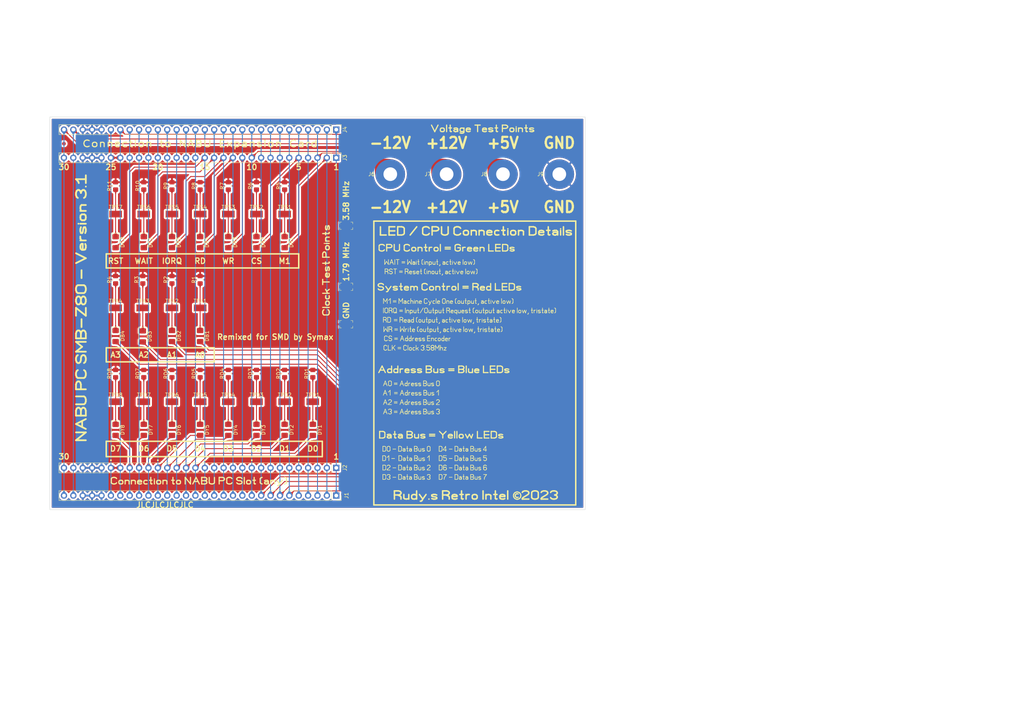
<source format=kicad_pcb>
(kicad_pcb (version 20211014) (generator pcbnew)
  (title_block (title "Nabu BUS LED Monitor") (date "2023-07-15") (rev "3.1"))
  (layers (0 "F.Cu" signal) (31 "B.Cu" signal) (34 "B.Paste" user) (35 "F.Paste" user) (36 "B.SilkS" user "B.Silkscreen") (37 "F.SilkS" user "F.Silkscreen") (38 "B.Mask" user) (39 "F.Mask" user) (44 "Edge.Cuts" user))
  (net 0 "")
  (net 1 "/A0TP")
  (net 2 "/A0")
  (net 3 "/A1TP")
  (net 4 "/A1")
  (net 5 "/A2TP")
  (net 6 "/A2")
  (net 7 "/A3TP")
  (net 8 "/A3")
  (net 9 "/D0TP")
  (net 10 "GND")
  (net 11 "/D1TP")
  (net 12 "/D2TP")
  (net 13 "/D3TP")
  (net 14 "/D4TP")
  (net 15 "/D5TP")
  (net 16 "/D6TP")
  (net 17 "/D7TP")
  (net 18 "/D0")
  (net 19 "/D1")
  (net 20 "/D2")
  (net 21 "/D3")
  (net 22 "/D4")
  (net 23 "/D5")
  (net 24 "/D6")
  (net 25 "/D7")
  (net 26 "/{slash}WAITTP")
  (net 27 "/{slash}WAIT")
  (net 28 "/{slash}RSTTP")
  (net 29 "/{slash}RST")
  (net 30 "/{slash}INT")
  (net 31 "/{slash}M1")
  (net 32 "/3.58")
  (net 33 "/AUDIO")
  (net 34 "/{slash}CS")
  (net 35 "/1.79")
  (net 36 "/{slash}WR")
  (net 37 "/{slash}RD")
  (net 38 "/{slash}IORQ")
  (net 39 "+5V")
  (net 40 "+12V")
  (net 41 "-12V")
  (net 42 "/{slash}M1TP")
  (net 43 "/{slash}CSTP")
  (net 44 "/{slash}WRTP")
  (net 45 "/{slash}RDTP")
  (net 46 "/{slash}IORQTP")
  (footprint "LED_SMD:LED_1206_3216Metric_Pad1.42x1.75mm_HandSolder" (layer "F.Cu") (at 71.755 75.565 -90)
    (fp_text reference "DR3")
    (fp_text value "LED_Small_Filled_Red")
  )
  (footprint "Nabu-Bus-LED:MountingHole_3.7mm_Banana" (layer "F.Cu") (at 130.81 57.15)
    (fp_text reference "J7")
    (fp_text value "Banana_+12V")
  )
  (footprint "Resistor_SMD:R_0805_2012Metric_Pad1.20x1.40mm_HandSolder" (layer "F.Cu") (at 64.135 111.125 90)
    (fp_text reference "RD5")
    (fp_text value "270 Ohm")
  )
  (footprint "Resistor_SMD:R_0805_2012Metric_Pad1.20x1.40mm_HandSolder" (layer "F.Cu") (at 56.515 85.725 90)
    (fp_text reference "R2")
    (fp_text value "390 Ohm")
  )
  (footprint "LED_SMD:LED_1206_3216Metric_Pad1.42x1.75mm_HandSolder" (layer "F.Cu") (at 48.625 101.055 -90)
    (fp_text reference "DB3")
    (fp_text value "LED_Small_Filled_Blue")
  )
  (footprint "LED_SMD:LED_1206_3216Metric_Pad1.42x1.75mm_HandSolder" (layer "F.Cu") (at 79.375 126.37 -90)
    (fp_text reference "DY3")
    (fp_text value "LED_Small_Filled_Yellow")
  )
  (footprint "Resistor_SMD:R_0805_2012Metric_Pad1.20x1.40mm_HandSolder" (layer "F.Cu") (at 56.515 111.125 90)
    (fp_text reference "RD6")
    (fp_text value "270 Ohm")
  )
  (footprint "Resistor_SMD:R_0805_2012Metric_Pad1.20x1.40mm_HandSolder" (layer "F.Cu") (at 79.375 111.125 90)
    (fp_text reference "RD3")
    (fp_text value "270 Ohm")
  )
  (footprint "Nabu-Bus-LED:TestPoint_Pad_SMD_1206" (layer "F.Cu") (at 48.895 118.745)
    (fp_text reference "TPD7")
    (fp_text value "Data_TestPoint" hide)
  )
  (footprint "LED_SMD:LED_1206_3216Metric_Pad1.42x1.75mm_HandSolder" (layer "F.Cu") (at 56.515 100.965 -90)
    (fp_text reference "DB2")
    (fp_text value "LED_Small_Filled_Blue")
  )
  (footprint "LED_SMD:LED_1206_3216Metric_Pad1.42x1.75mm_HandSolder" (layer "F.Cu") (at 86.995 126.365 -90)
    (fp_text reference "DY2")
    (fp_text value "LED_Small_Filled_Yellow")
  )
  (footprint "Nabu-Bus-LED:MountingHole_3.7mm_Banana" (layer "F.Cu") (at 115.57 57.15)
    (fp_text reference "J6")
    (fp_text value "Banana_-12V")
  )
  (footprint "Nabu-Bus-LED:TestPoint_Pad_SMD_1206" (layer "F.Cu") (at 86.995 118.745)
    (fp_text reference "TPD2")
    (fp_text value "Data_TestPoint" hide)
  )
  (footprint "Resistor_SMD:R_0805_2012Metric_Pad1.20x1.40mm_HandSolder" (layer "F.Cu") (at 48.895 60.325 90)
    (fp_text reference "R10")
    (fp_text value "390 Ohm")
  )
  (footprint "Nabu-Bus-LED:MountingHole_3.7mm_Banana" (layer "F.Cu") (at 161.29 57.15)
    (fp_text reference "J9")
    (fp_text value "Banana_Ground")
  )
  (footprint "LED_SMD:LED_1206_3216Metric_Pad1.42x1.75mm_HandSolder" (layer "F.Cu") (at 64.135 75.565 -90)
    (fp_text reference "DR4")
    (fp_text value "LED_Small_Filled_Red")
  )
  (footprint "Nabu-Bus-LED:TestPoint_Pad_SMD_1206" (layer "F.Cu") (at 79.375 118.745)
    (fp_text reference "TPD3")
    (fp_text value "Data_TestPoint" hide)
  )
  (footprint "LED_SMD:LED_1206_3216Metric_Pad1.42x1.75mm_HandSolder" (layer "F.Cu") (at 56.515 126.365 -90)
    (fp_text reference "DY6")
    (fp_text value "LED_Small_Filled_Yellow")
  )
  (footprint "LED_SMD:LED_1206_3216Metric_Pad1.42x1.75mm_HandSolder" (layer "F.Cu") (at 41.275 126.365 -90)
    (fp_text reference "DY8")
    (fp_text value "LED_Small_Filled_Yellow")
  )
  (footprint "Resistor_SMD:R_0805_2012Metric_Pad1.20x1.40mm_HandSolder" (layer "F.Cu") (at 86.995 111.125 90)
    (fp_text reference "RD2")
    (fp_text value "270 Ohm")
  )
  (footprint "LED_SMD:LED_1206_3216Metric_Pad1.42x1.75mm_HandSolder" (layer "F.Cu") (at 94.615 126.365 -90)
    (fp_text reference "DY1")
    (fp_text value "LED_Small_Filled_Yellow")
  )
  (footprint "Connector_PinHeader_2.54mm:PinHeader_1x30_P2.54mm_Vertical" (layer "F.Cu") (at 100.96 45.085 -90)
    (fp_text reference "J4")
    (fp_text value "Nabu_Bus_OUT")
  )
  (footprint "Nabu-Bus-LED:MountingHole_3.7mm_Banana" (layer "F.Cu") (at 146.05 57.15)
    (fp_text reference "J8")
    (fp_text value "Banana_+5V")
  )
  (footprint "Nabu-Bus-LED:TestPoint_Pad_SMD_1206" (layer "F.Cu") (at 64.135 67.945)
    (fp_text reference "TPS4")
    (fp_text value "System_TestPoint" hide)
  )
  (footprint "Nabu-Bus-LED:TestPoint_Pad_SMD_1206" (layer "F.Cu") (at 48.895 67.945)
    (fp_text reference "TPS6")
    (fp_text value "System_TestPoint" hide)
  )
  (footprint "Resistor_SMD:R_0805_2012Metric_Pad1.20x1.40mm_HandSolder" (layer "F.Cu") (at 48.895 111.125 90)
    (fp_text reference "RD7")
    (fp_text value "270 Ohm")
  )
  (footprint "LED_SMD:LED_1206_3216Metric_Pad1.42x1.75mm_HandSolder" (layer "F.Cu") (at 79.375 75.565 -90)
    (fp_text reference "DR2")
    (fp_text value "LED_Small_Filled_Red")
  )
  (footprint "Nabu-Bus-LED:TestPoint_Pad_SMD_1206" (layer "F.Cu") (at 103.647 87.63)
    (fp_text reference "TPC2" hide)
    (fp_text value "Clock_TestPoint" hide)
  )
  (footprint "Resistor_SMD:R_0805_2012Metric_Pad1.20x1.40mm_HandSolder" (layer "F.Cu") (at 56.515 60.325 90)
    (fp_text reference "R9")
    (fp_text value "390 Ohm")
  )
  (footprint "Resistor_SMD:R_0805_2012Metric_Pad1.20x1.40mm_HandSolder" (layer "F.Cu") (at 86.995 60.325 90)
    (fp_text reference "R5")
    (fp_text value "390 Ohm")
  )
  (footprint "Resistor_SMD:R_0805_2012Metric_Pad1.20x1.40mm_HandSolder" (layer "F.Cu") (at 41.275 60.325 90)
    (fp_text reference "R11")
    (fp_text value "390 Ohm")
  )
  (footprint "LED_SMD:LED_1206_3216Metric_Pad1.42x1.75mm_HandSolder" (layer "F.Cu") (at 64.135 100.965 -90)
    (fp_text reference "DB1")
    (fp_text value "LED_Small_Filled_Blue")
  )
  (footprint "Nabu-Bus-LED:TestPoint_Pad_SMD_1206" (layer "F.Cu") (at 56.515 93.345)
    (fp_text reference "TPA2")
    (fp_text value "Address_TestPoint" hide)
  )
  (footprint "Resistor_SMD:R_0805_2012Metric_Pad1.20x1.40mm_HandSolder" (layer "F.Cu") (at 64.135 60.325 90)
    (fp_text reference "R8")
    (fp_text value "390 Ohm")
  )
  (footprint "Resistor_SMD:R_0805_2012Metric_Pad1.20x1.40mm_HandSolder" (layer "F.Cu") (at 94.615 111.125 90)
    (fp_text reference "RD1")
    (fp_text value "270 Ohm")
  )
  (footprint "Nabu-Bus-LED:TestPoint_Pad_SMD_1206" (layer "F.Cu") (at 79.375 67.945)
    (fp_text reference "TPS2")
    (fp_text value "System_TestPoint" hide)
  )
  (footprint "Nabu-Bus-LED:TestPoint_Pad_SMD_1206" (layer "F.Cu") (at 56.515 67.945)
    (fp_text reference "TPS5")
    (fp_text value "System_TestPoint" hide)
  )
  (footprint "Nabu-Bus-LED:TestPoint_Pad_SMD_1206" (layer "F.Cu") (at 64.135 118.745)
    (fp_text reference "TPD5")
    (fp_text value "Data_TestPoint" hide)
  )
  (footprint "LED_SMD:LED_1206_3216Metric_Pad1.42x1.75mm_HandSolder" (layer "F.Cu") (at 86.995 75.565 -90)
    (fp_text reference "DR1")
    (fp_text value "LED_Small_Filled_Red")
  )
  (footprint "Connector_PinSocket_2.54mm:PinSocket_1x30_P2.54mm_Vertical" (layer "F.Cu") (at 100.96 144.145 -90)
    (fp_text reference "J1")
    (fp_text value "Nabu_Bus_IN")
  )
  (footprint "Nabu-Bus-LED:TestPoint_Pad_SMD_1206" (layer "F.Cu") (at 71.755 67.945)
    (fp_text reference "TPS3")
    (fp_text value "System_TestPoint" hide)
  )
  (footprint "Nabu-Bus-LED:TestPoint_Pad_SMD_1206" (layer "F.Cu") (at 71.755 118.745)
    (fp_text reference "TPD4")
    (fp_text value "Data_TestPoint" hide)
  )
  (footprint "Connector_PinHeader_2.54mm:PinHeader_1x30_P2.54mm_Vertical" (layer "F.Cu") (at 100.96 136.645 -90)
    (fp_text reference "J2")
    (fp_text value "Nabu_Bus_IN_TestPoints")
  )
  (footprint "Nabu-Bus-LED:TestPoint_Pad_SMD_1206" (layer "F.Cu") (at 86.995 67.945)
    (fp_text reference "TPS1")
    (fp_text value "System_TestPoint" hide)
  )
  (footprint "Connector_PinHeader_2.54mm:PinHeader_1x30_P2.54mm_Vertical" (layer "F.Cu") (at 100.95 52.705 -90)
    (fp_text reference "J3")
    (fp_text value "Nabu_Bus_OUT_TestPoints")
  )
  (footprint "LED_SMD:LED_1206_3216Metric_Pad1.42x1.75mm_HandSolder" (layer "F.Cu") (at 41.275 100.965 -90)
    (fp_text reference "DB4")
    (fp_text value "LED_Small_Filled_Blue")
  )
  (footprint "LED_SMD:LED_1206_3216Metric_Pad1.42x1.75mm_HandSolder" (layer "F.Cu") (at 71.755 126.365 -90)
    (fp_text reference "DY4")
    (fp_text value "LED_Small_Filled_Yellow")
  )
  (footprint "Resistor_SMD:R_0805_2012Metric_Pad1.20x1.40mm_HandSolder" (layer "F.Cu") (at 41.275 85.725 90)
    (fp_text reference "R4")
    (fp_text value "390 Ohm")
  )
  (footprint "Nabu-Bus-LED:TestPoint_Pad_SMD_1206" (layer "F.Cu") (at 94.615 118.745)
    (fp_text reference "TPD1")
    (fp_text value "Data_TestPoint" hide)
  )
  (footprint "Nabu-Bus-LED:TestPoint_Pad_SMD_1206" (layer "F.Cu") (at 64.135 93.345)
    (fp_text reference "TPA1")
    (fp_text value "Address_TestPoint" hide)
  )
  (footprint "LED_SMD:LED_1206_3216Metric_Pad1.42x1.75mm_HandSolder" (layer "F.Cu") (at 41.275 75.565 -90)
    (fp_text reference "DG2")
    (fp_text value "LED_Small_Filled_Green")
  )
  (footprint "Nabu-Bus-LED:TestPoint_Pad_SMD_1206" (layer "F.Cu") (at 103.647 71.12)
    (fp_text reference "TPC1" hide)
    (fp_text value "Clock_TestPoint" hide)
  )
  (footprint "Resistor_SMD:R_0805_2012Metric_Pad1.20x1.40mm_HandSolder" (layer "F.Cu") (at 71.755 111.125 90)
    (fp_text reference "RD4")
    (fp_text value "270 Ohm")
  )
  (footprint "Resistor_SMD:R_0805_2012Metric_Pad1.20x1.40mm_HandSolder" (layer "F.Cu") (at 64.135 85.725 90)
    (fp_text reference "R1")
    (fp_text value "390 Ohm")
  )
  (footprint "Nabu-Bus-LED:TestPoint_Pad_SMD_1206" (layer "F.Cu") (at 41.275 118.745)
    (fp_text reference "TPD8")
    (fp_text value "Data_TestPoint" hide)
  )
  (footprint "Nabu-Bus-LED:TestPoint_Pad_SMD_1206" (layer "F.Cu") (at 103.647 97.79)
    (fp_text reference "TPC3" hide)
    (fp_text value "Clock_TestPoint" hide)
  )
  (footprint "LED_SMD:LED_1206_3216Metric_Pad1.42x1.75mm_HandSolder" (layer "F.Cu") (at 64.135 126.365 -90)
    (fp_text reference "DY5")
    (fp_text value "LED_Small_Filled_Yellow")
  )
  (footprint "Resistor_SMD:R_0805_2012Metric_Pad1.20x1.40mm_HandSolder" (layer "F.Cu") (at 41.275 111.125 90)
    (fp_text reference "RD8")
    (fp_text value "270 Ohm")
  )
  (footprint "Nabu-Bus-LED:TestPoint_Pad_SMD_1206" (layer "F.Cu") (at 48.625 93.345)
    (fp_text reference "TPA3")
    (fp_text value "Address_TestPoint" hide)
  )
  (footprint "Nabu-Bus-LED:TestPoint_Pad_SMD_1206" (layer "F.Cu") (at 41.275 93.345)
    (fp_text reference "TPA4")
    (fp_text value "Address_TestPoint" hide)
  )
  (footprint "Resistor_SMD:R_0805_2012Metric_Pad1.20x1.40mm_HandSolder" (layer "F.Cu") (at 79.375 60.325 90)
    (fp_text reference "R6")
    (fp_text value "390 Ohm")
  )
  (footprint "Resistor_SMD:R_0805_2012Metric_Pad1.20x1.40mm_HandSolder" (layer "F.Cu") (at 48.625 85.725 90)
    (fp_text reference "R3")
    (fp_text value "390 Ohm")
  )
  (footprint "Nabu-Bus-LED:TestPoint_Pad_SMD_1206" (layer "F.Cu") (at 56.515 118.745)
    (fp_text reference "TPD6")
    (fp_text value "Data_TestPoint" hide)
  )
  (footprint "Resistor_SMD:R_0805_2012Metric_Pad1.20x1.40mm_HandSolder" (layer "F.Cu") (at 71.755 60.325 90)
    (fp_text reference "R7")
    (fp_text value "390 Ohm")
  )
  (footprint "Fiducial:Fiducial_1mm_Mask2mm" (layer "F.Cu") (at 27.29 48.895)
    (fp_text reference "REF01")
    (fp_text value "Fiducial_1mm_Mask2mm")
  )
  (footprint "LED_SMD:LED_1206_3216Metric_Pad1.42x1.75mm_HandSolder" (layer "F.Cu") (at 56.515 75.565 -90)
    (fp_text reference "DR5")
    (fp_text value "LED_Small_Filled_Red")
  )
  (footprint "LED_SMD:LED_1206_3216Metric_Pad1.42x1.75mm_HandSolder" (layer "F.Cu") (at 48.895 126.365 -90)
    (fp_text reference "DY7")
    (fp_text value "LED_Small_Filled_Yellow")
  )
  (footprint "LED_SMD:LED_1206_3216Metric_Pad1.42x1.75mm_HandSolder" (layer "F.Cu") (at 48.895 75.565 -90)
    (fp_text reference "DG1")
    (fp_text value "LED_Small_Filled_Green")
  )
  (footprint "Nabu-Bus-LED:TestPoint_Pad_SMD_1206" (layer "F.Cu") (at 41.275 67.945)
    (fp_text reference "TPS7")
    (fp_text value "System_TestPoint" hide)
  )
  (gr_line (start 82.0747 140.4016) (end 81.7191 140.4461) (layer "F.SilkS") (width 0.318))
  (gr_line (start 125.4263 116.7327) (end 125.3263 116.8994) (layer "F.SilkS") (width 0.167))
  (gr_line (start 159.1392 93.9983) (end 159.3392 93.9483) (layer "F.SilkS") (width 0.167))
  (gr_line (start 114.4976 96.1549) (end 114.4976 96.3216) (layer "F.SilkS") (width 0.167))
  (gr_line (start 30.7183 99.72985) (end 31.0517 99.46325) (layer "F.SilkS") (width 0.476))
  (gr_line (start 141.6775 99.5283) (end 141.5775 99.445) (layer "F.SilkS") (width 0.167))
  (gr_line (start 122.78 137.1469) (end 122.58 137.2303) (layer "F.SilkS") (width 0.167))
  (gr_line (start 123.1044 94.615) (end 123.2044 94.6983) (layer "F.SilkS") (width 0.167))
  (gr_line (start 146.1983 145.0972) (end 145.7539 145.0972) (layer "F.SilkS") (width 0.397))
  (gr_line (start 134.4313 131.4003) (end 134.6713 131.4003) (layer "F.SilkS") (width 0.167))
  (gr_line (start 117.1308 93.4483) (end 117.2308 93.615) (layer "F.SilkS") (width 0.167))
  (gr_line (start 124.5501 99.6117) (end 124.5501 99.0283) (layer "F.SilkS") (width 0.167))
  (gr_line (start 134.4453 45.9707) (end 134.8008 46.0818) (layer "F.SilkS") (width 0.318))
  (gr_line (start 125.4352 103.4694) (end 125.4352 104.0528) (layer "F.SilkS") (width 0.167))
  (gr_line (start 128.8619 121.6461) (end 128.8619 121.8128) (layer "F.SilkS") (width 0.167))
  (gr_line (start 126.9019 103.4694) (end 127.1019 103.4694) (layer "F.SilkS") (width 0.167))
  (gr_line (start 134.2331 134.0236) (end 134.4331 133.9403) (layer "F.SilkS") (width 0.167))
  (gr_line (start 157.8058 94.2817) (end 157.6058 94.2483) (layer "F.SilkS") (width 0.167))
  (gr_line (start 130.5578 132.1503) (end 130.5578 130.8169) (layer "F.SilkS") (width 0.167))
  (gr_line (start 31.885 91.59675) (end 31.7183 92.13005) (layer "F.SilkS") (width 0.476))
  (gr_line (start 126.6019 103.7194) (end 126.7019 103.5528) (layer "F.SilkS") (width 0.167))
  (gr_line (start 146.3717 73.60995) (end 146.5939 73.55435) (layer "F.SilkS") (width 0.397))
  (gr_line (start 113.3484 109.0772) (end 114.2373 110.855) (layer "F.SilkS") (width 0.318))
  (gr_line (start 128.6605 72.08215) (end 128.4383 72.35995) (layer "F.SilkS") (width 0.397))
  (gr_line (start 122.855 114.3594) (end 122.855 114.1927) (layer "F.SilkS") (width 0.167))
  (gr_line (start 74.0392 139.5572) (end 74.217 139.335) (layer "F.SilkS") (width 0.318))
  (gr_line (start 125.8667 130.8169) (end 126.0667 130.8169) (layer "F.SilkS") (width 0.167))
  (gr_line (start 126.3667 139.5203) (end 126.2667 139.6869) (layer "F.SilkS") (width 0.167))
  (gr_line (start 138.0199 134.1069) (end 138.1199 134.2736) (layer "F.SilkS") (width 0.167))
  (gr_line (start 141.3068 136.4802) (end 141.5068 136.5636) (layer "F.SilkS") (width 0.167))
  (gr_line (start 61.5239 141.0016) (end 61.5239 139.2238) (layer "F.SilkS") (width 0.318))
  (gr_line (start 32.7183 120.36945) (end 33.0517 120.63605) (layer "F.SilkS") (width 0.476))
  (gr_line (start 58.6438 140.9572) (end 58.8216 140.735) (layer "F.SilkS") (width 0.318))
  (gr_line (start 134.2313 131.4836) (end 134.4313 131.4003) (layer "F.SilkS") (width 0.167))
  (gr_line (start 131.0037 99.0783) (end 130.9037 99.245) (layer "F.SilkS") (width 0.167))
  (gr_line (start 134.6079 83.8794) (end 134.6079 83.596) (layer "F.SilkS") (width 0.167))
  (gr_line (start 114.3174 134.4402) (end 114.2174 134.6069) (layer "F.SilkS") (width 0.167))
  (gr_line (start 134.6479 84.046) (end 134.6079 83.8794) (layer "F.SilkS") (width 0.167))
  (gr_line (start 119.5706 110.1439) (end 119.7484 109.9217) (layer "F.SilkS") (width 0.318))
  (gr_line (start 126.7983 143.9861) (end 127.2427 143.8472) (layer "F.SilkS") (width 0.397))
  (gr_line (start 121.9739 81.5894) (end 122.1339 81.506) (layer "F.SilkS") (width 0.167))
  (gr_line (start 122.9311 134.4402) (end 122.8311 134.6069) (layer "F.SilkS") (width 0.167))
  (gr_line (start 124.8133 139.6869) (end 124.8133 139.5203) (layer "F.SilkS") (width 0.167))
  (gr_line (start 119.9599 136.4803) (end 120.3599 136.4803) (layer "F.SilkS") (width 0.167))
  (gr_line (start 120.2061 116.9827) (end 120.2061 115.6494) (layer "F.SilkS") (width 0.167))
  (gr_line (start 120.9265 139.7703) (end 121.0265 139.7703) (layer "F.SilkS") (width 0.167))
  (gr_line (start 119.6549 113.7427) (end 119.5549 113.9094) (layer "F.SilkS") (width 0.167))
  (gr_line (start 144.5586 92.1583) (end 144.3586 92.075) (layer "F.SilkS") (width 0.167))
  (gr_line (start 134.9786 44.6373) (end 134.6231 44.704) (layer "F.SilkS") (width 0.318))
  (gr_line (start 149.2606 73.55435) (end 149.4828 73.27665) (layer "F.SilkS") (width 0.397))
  (gr_line (start 138.9849 139.7369) (end 138.7849 139.7703) (layer "F.SilkS") (width 0.167))
  (gr_line (start 134.9662 109.0772) (end 135.3218 109.1883) (layer "F.SilkS") (width 0.318))
  (gr_line (start 119.6108 92.1583) (end 119.7708 92.075) (layer "F.SilkS") (width 0.167))
  (gr_line (start 135.9665 134.0236) (end 136.1665 133.9403) (layer "F.SilkS") (width 0.167))
  (gr_line (start 120.7265 131.9002) (end 120.7665 132.0669) (layer "F.SilkS") (width 0.167))
  (gr_line (start 135.9648 92.075) (end 136.0648 92.1583) (layer "F.SilkS") (width 0.167))
  (gr_line (start 122.1451 128.3403) (end 122.1451 127.5625) (layer "F.SilkS") (width 0.318))
  (gr_line (start 119.5549 121.5294) (end 119.5549 121.8628) (layer "F.SilkS") (width 0.167))
  (gr_line (start 136.1279 80.8894) (end 135.9279 80.8394) (layer "F.SilkS") (width 0.167))
  (gr_line (start 140.0515 132.0669) (end 140.0515 131.9003) (layer "F.SilkS") (width 0.167))
  (gr_line (start 138.8088 87.6261) (end 137.9199 87.6261) (layer "F.SilkS") (width 0.318))
  (gr_line (start 133.8647 139.5203) (end 133.7647 139.6869) (layer "F.SilkS") (width 0.167))
  (gr_line (start 60.1016 141.0016) (end 60.1016 139.2238) (layer "F.SilkS") (width 0.318))
  (gr_line (start 119.4332 136.4803) (end 119.5932 136.6469) (layer "F.SilkS") (width 0.167))
  (gr_line (start 137.9782 93.615) (end 137.9782 94.4483) (layer "F.SilkS") (width 0.167))
  (gr_line (start 82.1458 141.0016) (end 82.4302 140.8905) (layer "F.SilkS") (width 0.318))
  (gr_line (start 119.2427 144.8194) (end 119.2427 143.8472) (layer "F.SilkS") (width 0.397))
  (gr_line (start 142.8161 72.44325) (end 143.0384 72.63775) (layer "F.SilkS") (width 0.397))
  (gr_line (start 129.6353 104.1028) (end 129.7353 104.2694) (layer "F.SilkS") (width 0.167))
  (gr_line (start 136.8316 91.4083) (end 136.6316 91.4583) (layer "F.SilkS") (width 0.167))
  (gr_line (start 139.4534 136.5636) (end 139.6534 136.4802) (layer "F.SilkS") (width 0.167))
  (gr_line (start 115.5974 90.825) (end 115.5974 92.1583) (layer "F.SilkS") (width 0.167))
  (gr_line (start 115.0373 109.9216) (end 114.8595 110.1439) (layer "F.SilkS") (width 0.318))
  (gr_line (start 123.1407 84.1294) (end 122.9407 84.1294) (layer "F.SilkS") (width 0.167))
  (gr_line (start 126.0418 114.4427) (end 125.8418 114.4094) (layer "F.SilkS") (width 0.167))
  (gr_line (start 145.4016 110.855) (end 144.5127 110.855) (layer "F.SilkS") (width 0.318))
  (gr_line (start 116.6348 113.6927) (end 117.4348 113.6927) (layer "F.SilkS") (width 0.167))
  (gr_line (start 125.2751 114.3594) (end 125.0751 114.4427) (layer "F.SilkS") (width 0.167))
  (gr_line (start 140.8068 136.9802) (end 140.8068 136.5636) (layer "F.SilkS") (width 0.167))
  (gr_line (start 114.8605 82.8794) (end 114.9605 83.046) (layer "F.SilkS") (width 0.167))
  (gr_line (start 82.608 140.2238) (end 82.608 141.0016) (layer "F.SilkS") (width 0.318))
  (gr_line (start 148.4719 44.6373) (end 148.1164 44.704) (layer "F.SilkS") (width 0.318))
  (gr_line (start 120.6042 94.115) (end 120.6042 94.6983) (layer "F.SilkS") (width 0.167))
  (gr_line (start 50.7861 140.8905) (end 50.9639 141.0016) (layer "F.SilkS") (width 0.318))
  (gr_line (start 121.5883 113.6927) (end 121.7883 113.7427) (layer "F.SilkS") (width 0.167))
  (gr_line (start 136.4666 137.1469) (end 136.5666 136.9802) (layer "F.SilkS") (width 0.167))
  (gr_line (start 122.7207 97.1549) (end 122.9207 97.2383) (layer "F.SilkS") (width 0.167))
  (gr_line (start 119.5932 136.6469) (end 119.5932 137.2303) (layer "F.SilkS") (width 0.167))
  (gr_line (start 118.3882 119.0228) (end 118.9882 119.0228) (layer "F.SilkS") (width 0.167))
  (gr_line (start 150.2606 72.63775) (end 150.4828 72.44325) (layer "F.SilkS") (width 0.397))
  (gr_line (start 123.2044 94.6983) (end 123.3044 94.665) (layer "F.SilkS") (width 0.167))
  (gr_line (start 119.84 88.515) (end 119.4844 88.4039) (layer "F.SilkS") (width 0.318))
  (gr_line (start 98.7933 91.5167) (end 98.3489 91.5167) (layer "F.SilkS") (width 0.318))
  (gr_line (start 33.0517 106.39645) (end 32.7183 106.12985) (layer "F.SilkS") (width 0.476))
  (gr_line (start 126.1543 83.3794) (end 126.3543 83.4294) (layer "F.SilkS") (width 0.167))
  (gr_line (start 130.237 99.7783) (end 130.277 99.7783) (layer "F.SilkS") (width 0.167))
  (gr_line (start 120.2305 76.1683) (end 120.586 76.2794) (layer "F.SilkS") (width 0.318))
  (gr_line (start 118.5776 134.6069) (end 118.3776 134.6902) (layer "F.SilkS") (width 0.167))
  (gr_line (start 144.4718 94.615) (end 144.6318 94.6983) (layer "F.SilkS") (width 0.167))
  (gr_line (start 129.0287 102.2294) (end 129.1287 102.0628) (layer "F.SilkS") (width 0.167))
  (gr_line (start 33.0517 120.63605) (end 33.2183 121.16945) (layer "F.SilkS") (width 0.476))
  (gr_line (start 118.2394 116.9827) (end 118.7394 115.6494) (layer "F.SilkS") (width 0.167))
  (gr_line (start 115.514 127.5625) (end 115.7985 127.7847) (layer "F.SilkS") (width 0.318))
  (gr_line (start 123.1262 110.2994) (end 122.9484 110.1883) (layer "F.SilkS") (width 0.318))
  (gr_line (start 119.9061 116.9827) (end 120.1061 116.9494) (layer "F.SilkS") (width 0.167))
  (gr_line (start 116.7216 101.5128) (end 117.5216 101.5128) (layer "F.SilkS") (width 0.167))
  (gr_line (start 125.2751 121.4794) (end 125.3751 121.6461) (layer "F.SilkS") (width 0.167))
  (gr_line (start 119.6061 116.4494) (end 119.6061 116.7827) (layer "F.SilkS") (width 0.167))
  (gr_line (start 129.4954 102.0628) (end 129.5954 102.2294) (layer "F.SilkS") (width 0.167))
  (gr_line (start 135.9648 139.5203) (end 136.0048 139.6869) (layer "F.SilkS") (width 0.167))
  (gr_line (start 30.7183 120.63605) (end 31.0517 120.36945) (layer "F.SilkS") (width 0.476))
  (gr_line (start 119.5443 134.6069) (end 119.6443 134.4402) (layer "F.SilkS") (width 0.167))
  (gr_line (start 129.5929 133.6069) (end 129.5929 134.4403) (layer "F.SilkS") (width 0.167))
  (gr_line (start 134.1314 91.4083) (end 133.9314 91.4583) (layer "F.SilkS") (width 0.167))
  (gr_line (start 117.8251 128.4514) (end 118.1096 128.5625) (layer "F.SilkS") (width 0.318))
  (gr_line (start 144.6883 97.2383) (end 144.4883 97.2383) (layer "F.SilkS") (width 0.167))
  (gr_line (start 157.3458 94.615) (end 157.5058 94.6983) (layer "F.SilkS") (width 0.167))
  (gr_line (start 121.5673 97.2383) (end 121.7673 97.2049) (layer "F.SilkS") (width 0.167))
  (gr_line (start 125.6378 94.4483) (end 125.5378 94.615) (layer "F.SilkS") (width 0.167))
  (gr_line (start 136.1665 134.6903) (end 136.2665 134.6903) (layer "F.SilkS") (width 0.167))
  (gr_line (start 144.8483 96.6549) (end 144.8483 96.8216) (layer "F.SilkS") (width 0.167))
  (gr_line (start 144.4828 72.35995) (end 144.0383 72.44325) (layer "F.SilkS") (width 0.397))
  (gr_line (start 112.3023 87.2927) (end 112.3023 87.0705) (layer "F.SilkS") (width 0.318))
  (gr_line (start 121.2265 131.7336) (end 121.0265 131.7002) (layer "F.SilkS") (width 0.167))
  (gr_line (start 142.5421 88.4705) (end 142.7199 88.2483) (layer "F.SilkS") (width 0.318))
  (gr_line (start 127.1085 113.6927) (end 127.3085 113.7761) (layer "F.SilkS") (width 0.167))
  (gr_line (start 114.595 77.9461) (end 114.595 76.1683) (layer "F.SilkS") (width 0.318))
  (gr_line (start 136.4066 136.4802) (end 136.5666 136.6469) (layer "F.SilkS") (width 0.167))
  (gr_line (start 135.0479 84.1294) (end 134.8479 84.1294) (layer "F.SilkS") (width 0.167))
  (gr_line (start 129.4353 104.0528) (end 129.6353 104.1028) (layer "F.SilkS") (width 0.167))
  (gr_line (start 128.3246 91.625) (end 128.4246 91.4583) (layer "F.SilkS") (width 0.167))
  (gr_line (start 133.823 45.304) (end 133.6453 45.0818) (layer "F.SilkS") (width 0.318))
  (gr_line (start 74.0392 140.6683) (end 74.217 140.8905) (layer "F.SilkS") (width 0.318))
  (gr_line (start 134.5332 137.2302) (end 134.5732 137.2302) (layer "F.SilkS") (width 0.167))
  (gr_line (start 148.672 92.075) (end 148.472 92.1583) (layer "F.SilkS") (width 0.167))
  (gr_line (start 137.3681 77.0128) (end 137.5459 77.1683) (layer "F.SilkS") (width 0.318))
  (gr_line (start 155.6724 94.2817) (end 155.5724 94.1983) (layer "F.SilkS") (width 0.167))
  (gr_line (start 139.3217 109.9217) (end 139.4995 110.0772) (layer "F.SilkS") (width 0.318))
  (gr_line (start 124.4018 104.1361) (end 124.6018 104.2194) (layer "F.SilkS") (width 0.167))
  (gr_line (start 119.6632 99.7783) (end 119.6632 99.0283) (layer "F.SilkS") (width 0.167))
  (gr_line (start 140.2606 72.35995) (end 140.705 72.44325) (layer "F.SilkS") (width 0.397))
  (gr_line (start 145.985 128.2292) (end 145.8072 128.118) (layer "F.SilkS") (width 0.318))
  (gr_line (start 125.2951 110.855) (end 125.2951 109.0772) (layer "F.SilkS") (width 0.318))
  (gr_line (start 119.1932 137.2303) (end 119.2932 137.2303) (layer "F.SilkS") (width 0.167))
  (gr_line (start 137.8199 134.6903) (end 137.3199 134.6903) (layer "F.SilkS") (width 0.167))
  (gr_line (start 123.2007 83.4294) (end 123.3007 83.546) (layer "F.SilkS") (width 0.167))
  (gr_line (start 134.8313 131.9003) (end 134.7313 131.7336) (layer "F.SilkS") (width 0.167))
  (gr_line (start 120.1549 118.9894) (end 120.0549 118.8228) (layer "F.SilkS") (width 0.167))
  (gr_line (start 126.3418 119.3561) (end 126.2418 119.4894) (layer "F.SilkS") (width 0.167))
  (gr_line (start 119.4816 103.4694) (end 119.6816 103.4694) (layer "F.SilkS") (width 0.167))
  (gr_line (start 134.6231 44.704) (end 134.4453 44.9262) (layer "F.SilkS") (width 0.318))
  (gr_line (start 120.1061 116.9494) (end 120.2061 116.7827) (layer "F.SilkS") (width 0.167))
  (gr_line (start 76.8836 140.9572) (end 77.2392 141.0016) (layer "F.SilkS") (width 0.318))
  (gr_line (start 164.3051 73.05435) (end 163.4162 72.91545) (layer "F.SilkS") (width 0.397))
  (gr_line (start 138.1182 139.5203) (end 138.0182 139.6869) (layer "F.SilkS") (width 0.167))
  (gr_line (start 127.1085 121.3128) (end 127.3085 121.3961) (layer "F.SilkS") (width 0.167))
  (gr_line (start 133.8646 131.0669) (end 133.8646 131.9003) (layer "F.SilkS") (width 0.167))
  (gr_line (start 121.2595 110.7439) (end 121.6151 110.855) (layer "F.SilkS") (width 0.318))
  (gr_line (start 123.8978 133.9402) (end 123.8978 134.6902) (layer "F.SilkS") (width 0.167))
  (gr_line (start 140.1116 94.665) (end 139.9116 94.6983) (layer "F.SilkS") (width 0.167))
  (gr_line (start 114.353 136.1469) (end 114.353 136.9803) (layer "F.SilkS") (width 0.167))
  (gr_line (start 134.5237 77.6128) (end 134.3459 77.835) (layer "F.SilkS") (width 0.318))
  (gr_line (start 144.3186 91.9083) (end 144.3186 91.625) (layer "F.SilkS") (width 0.167))
  (gr_line (start 136.3048 139.7703) (end 136.4648 139.6869) (layer "F.SilkS") (width 0.167))
  (gr_line (start 136.5647 131.5669) (end 136.5647 132.1503) (layer "F.SilkS") (width 0.167))
  (gr_line (start 132.8205 145.0972) (end 132.376 144.9583) (layer "F.SilkS") (width 0.397))
  (gr_line (start 129.841 97.2383) (end 129.941 97.2383) (layer "F.SilkS") (width 0.167))
  (gr_line (start 56.7772 140.8905) (end 56.955 141.0016) (layer "F.SilkS") (width 0.318))
  (gr_line (start 141.0586 44.6374) (end 141.4142 44.704) (layer "F.SilkS") (width 0.318))
  (gr_line (start 122.9673 80.8394) (end 123.3673 80.8394) (layer "F.SilkS") (width 0.167))
  (gr_line (start 141.105 139.1869) (end 141.005 139.4369) (layer "F.SilkS") (width 0.167))
  (gr_line (start 134.4079 80.8894) (end 134.5079 81.006) (layer "F.SilkS") (width 0.167))
  (gr_line (start 97.2822 73.2234) (end 98.9489 73.2234) (layer "F.SilkS") (width 0.318))
  (gr_line (start 122.855 119.2728) (end 122.755 119.1894) (layer "F.SilkS") (width 0.167))
  (gr_line (start 127.3085 119.4394) (end 127.3085 119.2728) (layer "F.SilkS") (width 0.167))
  (gr_line (start 122.071 92.1583) (end 122.071 91.4083) (layer "F.SilkS") (width 0.167))
  (gr_line (start 139.3421 88.0705) (end 139.3422 88.515) (layer "F.SilkS") (width 0.318))
  (gr_line (start 119.3493 73.19325) (end 119.1271 73.47105) (layer "F.SilkS") (width 0.397))
  (gr_line (start 97.2822 94.7166) (end 97.2822 94.3611) (layer "F.SilkS") (width 0.318))
  (gr_line (start 120.9777 133.9402) (end 121.2177 133.9402) (layer "F.SilkS") (width 0.167))
  (gr_line (start 139.4516 139.1036) (end 139.6516 139.0203) (layer "F.SilkS") (width 0.167))
  (gr_line (start 133.8126 77.0572) (end 134.5237 77.0572) (layer "F.SilkS") (width 0.318))
  (gr_line (start 123.7085 102.2628) (end 123.9085 102.1794) (layer "F.SilkS") (width 0.167))
  (gr_line (start 122.5799 132.1502) (end 122.0799 132.1502) (layer "F.SilkS") (width 0.167))
  (gr_line (start 123.2467 131.9836) (end 123.2467 131.4002) (layer "F.SilkS") (width 0.167))
  (gr_line (start 116.6348 121.6461) (end 117.4348 121.6461) (layer "F.SilkS") (width 0.167))
  (gr_line (start 149.9553 87.9594) (end 149.7775 87.8483) (layer "F.SilkS") (width 0.318))
  (gr_line (start 32.8183 69.62385) (end 33.1517 69.35715) (layer "F.SilkS") (width 0.476))
  (gr_line (start 128.4062 109.855) (end 128.4062 110.855) (layer "F.SilkS") (width 0.318))
  (gr_line (start 114.1605 84.1294) (end 114.1605 82.796) (layer "F.SilkS") (width 0.167))
  (gr_line (start 135.1314 94.6983) (end 134.9314 94.615) (layer "F.SilkS") (width 0.167))
  (gr_line (start 131.8114 91.9083) (end 131.8114 91.625) (layer "F.SilkS") (width 0.167))
  (gr_line (start 138.128 97.2383) (end 138.128 97.4049) (layer "F.SilkS") (width 0.167))
  (gr_line (start 126.8835 99.245) (end 126.7835 99.0783) (layer "F.SilkS") (width 0.167))
  (gr_line (start 115.4197 130.9002) (end 115.5197 131.0669) (layer "F.SilkS") (width 0.167))
  (gr_line (start 128.3543 81.5894) (end 128.4543 81.556) (layer "F.SilkS") (width 0.167))
  (gr_line (start 74.9281 140.1127) (end 74.5726 140.1127) (layer "F.SilkS") (width 0.318))
  (gr_line (start 52.9194 140.0016) (end 52.5638 140.0683) (layer "F.SilkS") (width 0.318))
  (gr_line (start 145.0961 128.0069) (end 144.9183 127.8958) (layer "F.SilkS") (width 0.318))
  (gr_line (start 31.385 61.43735) (end 31.7183 61.70395) (layer "F.SilkS") (width 0.476))
  (gr_line (start 134.3982 143.8472) (end 135.2871 143.8472) (layer "F.SilkS") (width 0.397))
  (gr_line (start 124.3537 145.0972) (end 124.1315 145.5139) (layer "F.SilkS") (width 0.397))
  (gr_line (start 122.9484 110.1883) (end 122.9484 109.9661) (layer "F.SilkS") (width 0.318))
  (gr_line (start 130.8009 45.6373) (end 130.8009 43.8595) (layer "F.SilkS") (width 0.318))
  (gr_line (start 122.3418 102.0128) (end 122.3418 101.7294) (layer "F.SilkS") (width 0.167))
  (gr_line (start 128.8619 121.8128) (end 128.7619 121.9794) (layer "F.SilkS") (width 0.167))
  (gr_line (start 114.1414 104.8028) (end 113.9414 104.7194) (layer "F.SilkS") (width 0.167))
  (gr_line (start 145.6294 128.5625) (end 145.985 128.4514) (layer "F.SilkS") (width 0.318))
  (gr_line (start 118.3585 128.5625) (end 118.6429 128.4514) (layer "F.SilkS") (width 0.318))
  (gr_line (start 115.3271 83.8794) (end 115.4271 84.046) (layer "F.SilkS") (width 0.167))
  (gr_line (start 126.393 116.2327) (end 126.393 116.9827) (layer "F.SilkS") (width 0.167))
  (gr_line (start 130.2597 133.8569) (end 130.4597 133.8569) (layer "F.SilkS") (width 0.167))
  (gr_line (start 122.9062 116.7327) (end 122.8062 116.6494) (layer "F.SilkS") (width 0.167))
  (gr_line (start 118.6882 120.7294) (end 119.1882 122.0628) (layer "F.SilkS") (width 0.167))
  (gr_line (start 119.9339 96.8216) (end 119.3339 96.8216) (layer "F.SilkS") (width 0.167))
  (gr_line (start 33.0517 61.70395) (end 33.2183 62.23735) (layer "F.SilkS") (width 0.476))
  (gr_line (start 120.7266 136.5636) (end 120.9266 136.4803) (layer "F.SilkS") (width 0.167))
  (gr_line (start 69.2926 139.2238) (end 70.1815 139.2238) (layer "F.SilkS") (width 0.318))
  (gr_line (start 136.9059 77.9461) (end 136.5503 77.835) (layer "F.SilkS") (width 0.318))
  (gr_line (start 121.015 104.0528) (end 120.815 104.1028) (layer "F.SilkS") (width 0.167))
  (gr_line (start 122.255 118.8561) (end 122.455 118.7728) (layer "F.SilkS") (width 0.167))
  (gr_line (start 99.06 86.3255) (end 97.2822 86.3255) (layer "F.SilkS") (width 0.318))
  (gr_line (start 139.8533 134.6903) (end 140.0533 134.6069) (layer "F.SilkS") (width 0.167))
  (gr_line (start 124.0044 91.575) (end 124.0044 91.7417) (layer "F.SilkS") (width 0.167))
  (gr_line (start 125.5352 104.0528) (end 125.7352 103.9694) (layer "F.SilkS") (width 0.167))
  (gr_line (start 145.7572 110.7439) (end 145.4016 110.855) (layer "F.SilkS") (width 0.318))
  (gr_line (start 130.2579 139.1869) (end 130.1579 139.4369) (layer "F.SilkS") (width 0.167))
  (gr_line (start 129.9579 138.4369) (end 130.7579 138.4369) (layer "F.SilkS") (width 0.167))
  (gr_line (start 121.9706 109.855) (end 122.3262 109.9661) (layer "F.SilkS") (width 0.318))
  (gr_line (start 136.3906 99.5783) (end 136.3906 99.245) (layer "F.SilkS") (width 0.167))
  (gr_line (start 142.9118 93.9483) (end 142.9118 94.6983) (layer "F.SilkS") (width 0.167))
  (gr_line (start 97.2822 94.3611) (end 97.3933 94.0055) (layer "F.SilkS") (width 0.318))
  (gr_line (start 119.3339 96.9883) (end 119.3339 96.7049) (layer "F.SilkS") (width 0.167))
  (gr_line (start 130.6579 138.6036) (end 130.4579 138.8536) (layer "F.SilkS") (width 0.167))
  (gr_line (start 142.9549 96.4883) (end 143.1149 96.6549) (layer "F.SilkS") (width 0.167))
  (gr_line (start 130.241 96.9883) (end 130.141 96.8216) (layer "F.SilkS") (width 0.167))
  (gr_line (start 144.2205 145.0972) (end 144.4427 145.0416) (layer "F.SilkS") (width 0.397))
  (gr_line (start 129.5911 131.0669) (end 129.5911 131.9003) (layer "F.SilkS") (width 0.167))
  (gr_line (start 115.7985 128.2292) (end 115.6207 128.0069) (layer "F.SilkS") (width 0.318))
  (gr_line (start 118.5265 139.6869) (end 118.3265 139.7703) (layer "F.SilkS") (width 0.167))
  (gr_line (start 134.3332 136.8136) (end 134.2332 136.9802) (layer "F.SilkS") (width 0.167))
  (gr_line (start 118.4648 143.2917) (end 118.4648 143.5694) (layer "F.SilkS") (width 0.397))
  (gr_line (start 126.7597 116.4827) (end 126.7597 116.3161) (layer "F.SilkS") (width 0.167))
  (gr_line (start 133.2897 45.0373) (end 132.9342 45.0818) (layer "F.SilkS") (width 0.318))
  (gr_line (start 32.0517 75.09045) (end 31.7183 74.55715) (layer "F.SilkS") (width 0.476))
  (gr_line (start 130.702 104.0528) (end 130.102 104.8028) (layer "F.SilkS") (width 0.167))
  (gr_line (start 130.8446 91.575) (end 130.9446 91.4583) (layer "F.SilkS") (width 0.167))
  (gr_line (start 123.7978 134.6569) (end 123.5978 134.6902) (layer "F.SilkS") (width 0.167))
  (gr_line (start 139.1644 86.8483) (end 139.3421 87.0705) (layer "F.SilkS") (width 0.318))
  (gr_line (start 122.2339 81.006) (end 122.2339 81.5894) (layer "F.SilkS") (width 0.167))
  (gr_line (start 124.4207 80.256) (end 124.2207 80.3394) (layer "F.SilkS") (width 0.167))
  (gr_line (start 129.678 91.9083) (end 129.678 91.075) (layer "F.SilkS") (width 0.167))
  (gr_line (start 131.5113 139.1869) (end 132.3113 139.1869) (layer "F.SilkS") (width 0.167))
  (gr_line (start 31.8183 66.82385) (end 31.7183 66.29055) (layer "F.SilkS") (width 0.476))
  (gr_line (start 114.0015 101.1794) (end 114.1015 101.0128) (layer "F.SilkS") (width 0.167))
  (gr_line (start 124.5451 127.5625) (end 124.9007 127.6736) (layer "F.SilkS") (width 0.318))
  (gr_line (start 129.1193 77.9461) (end 129.1193 76.1683) (layer "F.SilkS") (width 0.318))
  (gr_line (start 126.9085 122.0628) (end 127.1085 122.0628) (layer "F.SilkS") (width 0.167))
  (gr_line (start 126.7378 87.515) (end 126.3822 87.5817) (layer "F.SilkS") (width 0.318))
  (gr_line (start 124.9938 73.60995) (end 124.5493 73.47105) (layer "F.SilkS") (width 0.397))
  (gr_line (start 153.983 44.6373) (end 154.3386 44.7484) (layer "F.SilkS") (width 0.318))
  (gr_line (start 135.9647 131.9003) (end 136.0047 132.0669) (layer "F.SilkS") (width 0.167))
  (gr_line (start 124.6133 132.1502) (end 124.8133 132.0669) (layer "F.SilkS") (width 0.167))
  (gr_line (start 144.9183 127.6736) (end 145.2739 127.5625) (layer "F.SilkS") (width 0.318))
  (gr_line (start 136.1665 133.9403) (end 136.4065 133.9403) (layer "F.SilkS") (width 0.167))
  (gr_line (start 131.0037 99.745) (end 131.2037 99.7783) (layer "F.SilkS") (width 0.167))
  (gr_line (start 153.2719 44.9707) (end 153.2719 44.7485) (layer "F.SilkS") (width 0.318))
  (gr_line (start 142.8549 97.2383) (end 143.0149 97.1549) (layer "F.SilkS") (width 0.167))
  (gr_line (start 32.0517 61.70395) (end 32.385 61.43735) (layer "F.SilkS") (width 0.476))
  (gr_line (start 122.6871 145.0972) (end 122.6871 142.875) (layer "F.SilkS") (width 0.397))
  (gr_line (start 136.1342 45.304) (end 136.1342 44.9262) (layer "F.SilkS") (width 0.318))
  (gr_line (start 157.3058 94.0317) (end 157.5058 93.9483) (layer "F.SilkS") (width 0.167))
  (gr_line (start 159.6162 73.47105) (end 159.9718 73.60995) (layer "F.SilkS") (width 0.397))
  (gr_line (start 141.4775 99.7783) (end 141.6775 99.695) (layer "F.SilkS") (width 0.167))
  (gr_line (start 129.6453 44.6373) (end 129.2898 44.704) (layer "F.SilkS") (width 0.318))
  (gr_line (start 122.7818 102.2628) (end 122.5818 102.2628) (layer "F.SilkS") (width 0.167))
  (gr_line (start 134.2745 96.5383) (end 134.3745 96.6549) (layer "F.SilkS") (width 0.167))
  (gr_line (start 143.5518 92.1583) (end 143.9518 91.4083) (layer "F.SilkS") (width 0.167))
  (gr_line (start 118.6882 118.1894) (end 119.1882 119.5228) (layer "F.SilkS") (width 0.167))
  (gr_line (start 40.2972 139.335) (end 40.6528 139.2238) (layer "F.SilkS") (width 0.318))
  (gr_line (start 138.1182 139.3536) (end 138.1182 139.5203) (layer "F.SilkS") (width 0.167))
  (gr_line (start 115.3643 95.9049) (end 115.5643 95.9883) (layer "F.SilkS") (width 0.167))
  (gr_line (start 139.4534 137.1469) (end 139.6534 137.2302) (layer "F.SilkS") (width 0.167))
  (gr_line (start 133.9272 73.60995) (end 133.4828 73.60995) (layer "F.SilkS") (width 0.397))
  (gr_line (start 129.5911 131.9003) (end 129.4911 132.0669) (layer "F.SilkS") (width 0.167))
  (gr_line (start 116.5308 93.4483) (end 116.7308 93.365) (layer "F.SilkS") (width 0.167))
  (gr_line (start 121.8883 114.0261) (end 121.2883 114.0261) (layer "F.SilkS") (width 0.167))
  (gr_line (start 147.3717 71.94325) (end 147.3717 71.94325) (layer "F.SilkS") (width 0.397))
  (gr_line (start 140.9815 97.2383) (end 141.1815 97.2383) (layer "F.SilkS") (width 0.167))
  (gr_line (start 115.8814 118.4394) (end 115.7814 118.2728) (layer "F.SilkS") (width 0.167))
  (gr_line (start 117.1308 94.615) (end 116.9308 94.6983) (layer "F.SilkS") (width 0.167))
  (gr_line (start 121.3777 134.4402) (end 121.2777 134.2736) (layer "F.SilkS") (width 0.167))
  (gr_line (start 134.3314 139.3536) (end 134.2314 139.5203) (layer "F.SilkS") (width 0.167))
  (gr_line (start 121.3673 83.546) (end 121.3673 83.7127) (layer "F.SilkS") (width 0.167))
  (gr_line (start 145.2739 127.5625) (end 145.6294 127.5625) (layer "F.SilkS") (width 0.318))
  (gr_line (start 120.211 134.6069) (end 120.311 134.6902) (layer "F.SilkS") (width 0.167))
  (gr_line (start 144.6186 91.4083) (end 144.8186 91.4583) (layer "F.SilkS") (width 0.167))
  (gr_line (start 48.2972 140.2238) (end 48.2972 140.4461) (layer "F.SilkS") (width 0.318))
  (gr_line (start 124.8133 139.5203) (end 124.7133 139.4369) (layer "F.SilkS") (width 0.167))
  (gr_line (start 124.6645 134.6902) (end 124.8645 134.6069) (layer "F.SilkS") (width 0.167))
  (gr_line (start 114.1096 128.2292) (end 113.9319 128.4514) (layer "F.SilkS") (width 0.318))
  (gr_line (start 127.962 102.2628) (end 128.162 102.2294) (layer "F.SilkS") (width 0.167))
  (gr_line (start 138.3983 143.8472) (end 137.9539 143.9305) (layer "F.SilkS") (width 0.397))
  (gr_line (start 32.385 72.82375) (end 32.2183 73.09045) (layer "F.SilkS") (width 0.476))
  (gr_line (start 150.8854 94.165) (end 150.7854 93.9983) (layer "F.SilkS") (width 0.167))
  (gr_line (start 123.9675 84.1294) (end 124.0675 84.096) (layer "F.SilkS") (width 0.167))
  (gr_line (start 116.7216 101.8461) (end 117.5216 101.8461) (layer "F.SilkS") (width 0.167))
  (gr_line (start 115.6643 96.1549) (end 115.6643 96.9883) (layer "F.SilkS") (width 0.167))
  (gr_line (start 127.8378 94.665) (end 128.0378 94.6983) (layer "F.SilkS") (width 0.167))
  (gr_line (start 123.7467 137.1969) (end 123.5467 137.2303) (layer "F.SilkS") (width 0.167))
  (gr_line (start 121.8133 87.5817) (end 121.9911 87.7372) (layer "F.SilkS") (width 0.318))
  (gr_line (start 114.1792 115.6494) (end 114.6792 116.9827) (layer "F.SilkS") (width 0.167))
  (gr_line (start 138.1182 138.6869) (end 138.1182 138.8536) (layer "F.SilkS") (width 0.167))
  (gr_line (start 139.5515 131.7336) (end 139.4515 131.6503) (layer "F.SilkS") (width 0.167))
  (gr_line (start 126.7597 116.3161) (end 126.9597 116.2327) (layer "F.SilkS") (width 0.167))
  (gr_line (start 157.0828 73.47105) (end 156.7273 73.60995) (layer "F.SilkS") (width 0.397))
  (gr_line (start 114.1605 82.796) (end 114.6605 82.796) (layer "F.SilkS") (width 0.167))
  (gr_line (start 134.6079 83.596) (end 134.7079 83.4294) (layer "F.SilkS") (width 0.167))
  (gr_line (start 128.1619 118.2728) (end 128.0619 118.4394) (layer "F.SilkS") (width 0.167))
  (gr_line (start 137.0316 92.125) (end 137.1316 91.9583) (layer "F.SilkS") (width 0.167))
  (gr_line (start 121.9911 87.7372) (end 121.9911 88.515) (layer "F.SilkS") (width 0.318))
  (gr_line (start 130.2597 134.6903) (end 130.0597 134.6069) (layer "F.SilkS") (width 0.167))
  (gr_line (start 131.5112 131.5669) (end 132.3112 131.5669) (layer "F.SilkS") (width 0.167))
  (gr_line (start 155.8384 73.47105) (end 155.7495 73.19325) (layer "F.SilkS") (width 0.397))
  (gr_line (start 128.96 87.7372) (end 128.96 88.515) (layer "F.SilkS") (width 0.318))
  (gr_line (start 143.0384 72.63775) (end 143.0384 72.91545) (layer "F.SilkS") (width 0.397))
  (gr_line (start 126.0668 135.8969) (end 125.8668 135.8969) (layer "F.SilkS") (width 0.167))
  (gr_line (start 120.1007 128.5625) (end 120.1007 126.7847) (layer "F.SilkS") (width 0.318))
  (gr_line (start 136.4048 139.0203) (end 136.5648 139.1869) (layer "F.SilkS") (width 0.167))
  (gr_line (start 41.5417 140.6683) (end 41.3639 140.8905) (layer "F.SilkS") (width 0.318))
  (gr_line (start 130.2743 81.506) (end 130.3743 81.3394) (layer "F.SilkS") (width 0.167))
  (gr_line (start 31.7183 61.70395) (end 31.885 62.23735) (layer "F.SilkS") (width 0.476))
  (gr_line (start 74.5726 140.1127) (end 74.217 140.0016) (layer "F.SilkS") (width 0.318))
  (gr_line (start 31.885 121.16945) (end 32.0517 120.63605) (layer "F.SilkS") (width 0.476))
  (gr_line (start 135.9666 136.9802) (end 136.0066 137.1469) (layer "F.SilkS") (width 0.167))
  (gr_line (start 131.2411 80.8894) (end 131.0411 80.8394) (layer "F.SilkS") (width 0.167))
  (gr_line (start 126.184 109.0772) (end 126.5396 109.1883) (layer "F.SilkS") (width 0.318))
  (gr_line (start 128.8287 101.5128) (end 128.6287 101.5628) (layer "F.SilkS") (width 0.167))
  (gr_line (start 117.8265 137.2303) (end 117.8265 135.8969) (layer "F.SilkS") (width 0.167))
  (gr_line (start 58.2883 141.0016) (end 58.6438 140.9572) (layer "F.SilkS") (width 0.318))
  (gr_line (start 144.9318 94.615) (end 145.0318 94.4483) (layer "F.SilkS") (width 0.167))
  (gr_line (start 160.7096 143.5694) (end 160.4874 143.8472) (layer "F.SilkS") (width 0.397))
  (gr_line (start 163.4162 72.91545) (end 163.194 72.77665) (layer "F.SilkS") (width 0.397))
  (gr_line (start 55.1416 140.2238) (end 55.1416 141.0016) (layer "F.SilkS") (width 0.318))
  (gr_line (start 133.9479 81.506) (end 133.9079 81.3394) (layer "F.SilkS") (width 0.167))
  (gr_line (start 130.4597 134.6903) (end 130.2597 134.6903) (layer "F.SilkS") (width 0.167))
  (gr_line (start 123.7874 96.5383) (end 123.5874 96.4883) (layer "F.SilkS") (width 0.167))
  (gr_line (start 130.7411 81.056) (end 130.7411 81.3894) (layer "F.SilkS") (width 0.167))
  (gr_line (start 120.9896 126.7847) (end 121.3452 126.8958) (layer "F.SilkS") (width 0.318))
  (gr_line (start 130.241 96.6549) (end 130.241 97.2383) (layer "F.SilkS") (width 0.167))
  (gr_line (start 97.1844 129.4499) (end 97.1844 133.6086) (layer "F.SilkS") (width 0.4))
  (gr_line (start 127.9938 72.49885) (end 126.8827 72.49885) (layer "F.SilkS") (width 0.397))
  (gr_line (start 138.0182 139.6869) (end 137.8182 139.7703) (layer "F.SilkS") (width 0.167))
  (gr_line (start 123.2527 77.0128) (end 123.6082 76.9461) (layer "F.SilkS") (width 0.318))
  (gr_line (start 122.8062 116.6494) (end 122.4062 116.5661) (layer "F.SilkS") (width 0.167))
  (gr_line (start 126.8827 73.60995) (end 126.8827 71.38775) (layer "F.SilkS") (width 0.397))
  (gr_line (start 129.7743 80.9227) (end 129.9743 80.8394) (layer "F.SilkS") (width 0.167))
  (gr_line (start 128.7619 121.9794) (end 128.5619 122.0628) (layer "F.SilkS") (width 0.167))
  (gr_line (start 135.5939 73.55435) (end 136.0384 73.60995) (layer "F.SilkS") (width 0.397))
  (gr_line (start 123.8217 114.1927) (end 123.7217 114.1094) (layer "F.SilkS") (width 0.167))
  (gr_line (start 139.3421 87.0705) (end 139.3421 87.2927) (layer "F.SilkS") (width 0.318))
  (gr_line (start 140.705 72.44325) (end 140.9272 72.63775) (layer "F.SilkS") (width 0.397))
  (gr_line (start 130.178 90.825) (end 130.378 90.9083) (layer "F.SilkS") (width 0.167))
  (gr_line (start 31.885 101.59655) (end 31.885 100.26325) (layer "F.SilkS") (width 0.476))
  (gr_line (start 156.0724 94.365) (end 155.6724 94.2817) (layer "F.SilkS") (width 0.167))
  (gr_line (start 120.7966 99.0283) (end 121.1966 99.0283) (layer "F.SilkS") (width 0.167))
  (gr_line (start 160.3058 94.4483) (end 160.2058 94.615) (layer "F.SilkS") (width 0.167))
  (gr_line (start 119.4931 132.0669) (end 119.5931 131.9002) (layer "F.SilkS") (width 0.167))
  (gr_line (start 135.3342 44.704) (end 134.9786 44.6373) (layer "F.SilkS") (width 0.318))
  (gr_line (start 135.4999 134.6903) (end 135.5999 134.6569) (layer "F.SilkS") (width 0.167))
  (gr_line (start 123.9085 102.0128) (end 123.8085 101.9294) (layer "F.SilkS") (width 0.167))
  (gr_line (start 114.0603 81.5894) (end 114.5603 80.756) (layer "F.SilkS") (width 0.167))
  (gr_line (start 42.1638 140.735) (end 42.3416 140.9572) (layer "F.SilkS") (width 0.318))
  (gr_line (start 141.4049 130.8169) (end 140.8049 131.6503) (layer "F.SilkS") (width 0.167))
  (gr_line (start 124.4645 133.9402) (end 124.6645 133.9402) (layer "F.SilkS") (width 0.167))
  (gr_line (start 113.7147 119.5228) (end 114.2147 118.1894) (layer "F.SilkS") (width 0.167))
  (gr_line (start 135.2177 87.9594) (end 136.6399 87.9594) (layer "F.SilkS") (width 0.318))
  (gr_line (start 139.4995 110.2994) (end 138.4328 110.2994) (layer "F.SilkS") (width 0.318))
  (gr_line (start 137.9539 143.9305) (end 137.7317 144.2083) (layer "F.SilkS") (width 0.397))
  (gr_line (start 123.9093 145.6527) (end 123.6871 145.6527) (layer "F.SilkS") (width 0.397))
  (gr_line (start 137.5459 77.835) (end 137.2614 77.9461) (layer "F.SilkS") (width 0.318))
  (gr_line (start 126.2835 99.0283) (end 126.2835 100.1117) (layer "F.SilkS") (width 0.167))
  (gr_line (start 126.2209 80.8894) (end 126.1209 81.0894) (layer "F.SilkS") (width 0.167))
  (gr_line (start 121.7283 122.0628) (end 121.5283 122.0628) (layer "F.SilkS") (width 0.167))
  (gr_line (start 135.9279 80.8394) (end 135.7279 80.8894) (layer "F.SilkS") (width 0.167))
  (gr_line (start 121.6395 116.2327) (end 121.8395 116.2827) (layer "F.SilkS") (width 0.167))
  (gr_line (start 138.3613 80.506) (end 138.3613 81.3394) (layer "F.SilkS") (width 0.167))
  (gr_line (start 156.7273 73.60995) (end 156.2828 73.60995) (layer "F.SilkS") (width 0.397))
  (gr_line (start 116.7763 126.7847) (end 116.7763 128.4514) (layer "F.SilkS") (width 0.318))
  (gr_line (start 140.685 92.075) (end 140.785 91.9083) (layer "F.SilkS") (width 0.167))
  (gr_line (start 98.7933 77.579) (end 99.0155 77.4012) (layer "F.SilkS") (width 0.318))
  (gr_line (start 122.0799 132.1502) (end 122.0799 130.8169) (layer "F.SilkS") (width 0.167))
  (gr_line (start 48.9194 140.2905) (end 48.9194 140.735) (layer "F.SilkS") (width 0.318))
  (gr_line (start 117.6282 104.0528) (end 118.4282 104.0528) (layer "F.SilkS") (width 0.167))
  (gr_line (start 127.0875 81.4227) (end 127.0875 80.8394) (layer "F.SilkS") (width 0.167))
  (gr_line (start 141.0775 99.695) (end 141.2775 99.7783) (layer "F.SilkS") (width 0.167))
  (gr_line (start 126.7173 109.6327) (end 126.5396 109.855) (layer "F.SilkS") (width 0.318))
  (gr_line (start 127.3019 104.0528) (end 127.1019 104.1361) (layer "F.SilkS") (width 0.167))
  (gr_line (start 128.5619 114.4427) (end 128.3619 114.4427) (layer "F.SilkS") (width 0.167))
  (gr_line (start 134.8914 94.4483) (end 134.8914 94.165) (layer "F.SilkS") (width 0.167))
  (gr_line (start 138.631 87.6261) (end 139.1644 87.8483) (layer "F.SilkS") (width 0.318))
  (gr_line (start 136.4613 96.4883) (end 136.7613 97.2383) (layer "F.SilkS") (width 0.167))
  (gr_line (start 134.9314 94.615) (end 134.8914 94.4483) (layer "F.SilkS") (width 0.167))
  (gr_line (start 122.255 121.9794) (end 122.455 122.0628) (layer "F.SilkS") (width 0.167))
  (gr_line (start 114.0974 93.615) (end 114.1974 93.4483) (layer "F.SilkS") (width 0.167))
  (gr_line (start 31.885 107.46315) (end 31.7183 107.99645) (layer "F.SilkS") (width 0.476))
  (gr_line (start 128.9543 82.796) (end 128.9543 84.046) (layer "F.SilkS") (width 0.167))
  (gr_line (start 124.8645 134.4402) (end 124.7645 134.3569) (layer "F.SilkS") (width 0.167))
  (gr_line (start 149.0053 45.3707) (end 149.0053 44.9262) (layer "F.SilkS") (width 0.318))
  (gr_line (start 116.5689 87.9594) (end 116.3911 87.8483) (layer "F.SilkS") (width 0.318))
  (gr_line (start 115.4682 102.2628) (end 115.6682 102.2628) (layer "F.SilkS") (width 0.167))
  (gr_line (start 97.3933 95.0722) (end 97.2822 94.7166) (layer "F.SilkS") (width 0.318))
  (gr_line (start 124.8133 132.0669) (end 124.8133 131.9002) (layer "F.SilkS") (width 0.167))
  (gr_line (start 134.5331 134.6903) (end 134.5731 134.6903) (layer "F.SilkS") (width 0.167))
  (gr_line (start 98.1266 90.0056) (end 98.06 90.3611) (layer "F.SilkS") (width 0.318))
  (gr_line (start 113.4395 76.1683) (end 113.795 76.2794) (layer "F.SilkS") (width 0.318))
  (gr_line (start 142.5549 97.1549) (end 142.7149 97.2383) (layer "F.SilkS") (width 0.167))
  (gr_line (start 113.8414 103.7194) (end 113.9414 103.5528) (layer "F.SilkS") (width 0.167))
  (gr_line (start 140.185 91.9083) (end 140.225 92.075) (layer "F.SilkS") (width 0.167))
  (gr_line (start 117.9042 90.825) (end 118.4042 91.6583) (layer "F.SilkS") (width 0.167))
  (gr_line (start 115.5814 122.0628) (end 115.3814 122.0628) (layer "F.SilkS") (width 0.167))
  (gr_line (start 136.1648 139.7703) (end 136.2648 139.7703) (layer "F.SilkS") (width 0.167))
  (gr_line (start 99.06 71.8225) (end 99.06 71.467) (layer "F.SilkS") (width 0.318))
  (gr_line (start 153.1939 73.60995) (end 153.1939 71.38775) (layer "F.SilkS") (width 0.397))
  (gr_line (start 31.7183 66.29055) (end 31.8183 65.75725) (layer "F.SilkS") (width 0.476))
  (gr_line (start 124.1834 99.5783) (end 124.1834 99.245) (layer "F.SilkS") (width 0.167))
  (gr_line (start 114.0603 80.256) (end 114.0603 81.5894) (layer "F.SilkS") (width 0.167))
  (gr_line (start 121.3452 128.4514) (end 120.9896 128.5625) (layer "F.SilkS") (width 0.318))
  (gr_line (start 136.4582 94.615) (end 136.4582 94.4483) (layer "F.SilkS") (width 0.167))
  (gr_line (start 119.8708 91.575) (end 119.8708 92.1583) (layer "F.SilkS") (width 0.167))
  (gr_line (start 120.4007 83.046) (end 120.4007 83.2127) (layer "F.SilkS") (width 0.167))
  (gr_line (start 98.5044 83.1256) (end 98.3933 83.3034) (layer "F.SilkS") (width 0.318))
  (gr_line (start 141.705 72.72105) (end 141.9272 72.44325) (layer "F.SilkS") (width 0.397))
  (gr_line (start 115.3814 118.1894) (end 115.1814 118.2728) (layer "F.SilkS") (width 0.167))
  (gr_line (start 123.1673 80.256) (end 123.1673 81.506) (layer "F.SilkS") (width 0.167))
  (gr_line (start 148.1164 44.704) (end 147.9386 44.9262) (layer "F.SilkS") (width 0.318))
  (gr_line (start 133.9272 71.38775) (end 134.3717 71.52665) (layer "F.SilkS") (width 0.397))
  (gr_line (start 114.7015 102.1794) (end 114.5015 102.2628) (layer "F.SilkS") (width 0.167))
  (gr_line (start 136.0906 99.0283) (end 135.8906 99.0783) (layer "F.SilkS") (width 0.167))
  (gr_line (start 134.4332 136.4802) (end 134.6732 136.4802) (layer "F.SilkS") (width 0.167))
  (gr_line (start 123.3085 101.7628) (end 123.3085 101.5961) (layer "F.SilkS") (width 0.167))
  (gr_line (start 133.2793 76.2794) (end 133.6348 76.1683) (layer "F.SilkS") (width 0.318))
  (gr_line (start 140.0534 137.1469) (end 140.0534 136.9802) (layer "F.SilkS") (width 0.167))
  (gr_line (start 136.4281 84.096) (end 136.6281 84.1294) (layer "F.SilkS") (width 0.167))
  (gr_line (start 126.2667 139.1869) (end 126.3667 139.3536) (layer "F.SilkS") (width 0.167))
  (gr_line (start 122.655 121.3128) (end 122.855 121.3961) (layer "F.SilkS") (width 0.167))
  (gr_line (start 136.3066 137.2302) (end 136.4666 137.1469) (layer "F.SilkS") (width 0.167))
  (gr_line (start 126.1209 80.8394) (end 126.1209 81.9227) (layer "F.SilkS") (width 0.167))
  (gr_line (start 133.0646 130.8169) (end 133.5646 130.8169) (layer "F.SilkS") (width 0.167))
  (gr_line (start 115.5814 121.3961) (end 115.7814 121.4794) (layer "F.SilkS") (width 0.167))
  (gr_line (start 115.8271 82.796) (end 116.0271 82.8794) (layer "F.SilkS") (width 0.167))
  (gr_line (start 120.9896 127.6736) (end 121.3452 127.7847) (layer "F.SilkS") (width 0.318))
  (gr_line (start 98.06 81.6145) (end 98.06 80.9033) (layer "F.SilkS") (width 0.318))
  (gr_line (start 120.1599 138.4369) (end 120.1599 139.6869) (layer "F.SilkS") (width 0.167))
  (gr_line (start 124.9007 128.4514) (end 124.9007 128.2292) (layer "F.SilkS") (width 0.318))
  (gr_line (start 121.9395 116.8994) (end 121.7795 116.9827) (layer "F.SilkS") (width 0.167))
  (gr_line (start 138.9615 84.046) (end 138.7615 84.1294) (layer "F.SilkS") (width 0.167))
  (gr_line (start 97.2822 87.0367) (end 97.2822 85.6144) (layer "F.SilkS") (width 0.318))
  (gr_line (start 127.6082 77.0128) (end 127.4304 77.235) (layer "F.SilkS") (width 0.318))
  (gr_line (start 129.0284 110.7439) (end 129.384 110.855) (layer "F.SilkS") (width 0.318))
  (gr_line (start 136.5094 143.8472) (end 136.9538 143.8472) (layer "F.SilkS") (width 0.397))
  (gr_line (start 147.9054 92.1583) (end 148.1054 91.4083) (layer "F.SilkS") (width 0.167))
  (gr_line (start 134.7313 131.7336) (end 134.5313 131.7003) (layer "F.SilkS") (width 0.167))
  (gr_line (start 149.048 77.6128) (end 148.8702 77.5016) (layer "F.SilkS") (width 0.318))
  (gr_line (start 121.6151 110.855) (end 121.9706 110.855) (layer "F.SilkS") (width 0.318))
  (gr_line (start 138.1947 84.1294) (end 138.3947 83.3794) (layer "F.SilkS") (width 0.167))
  (gr_line (start 131.1077 96.5383) (end 130.9077 96.4883) (layer "F.SilkS") (width 0.167))
  (gr_line (start 126.9085 118.7728) (end 127.1085 118.7728) (layer "F.SilkS") (width 0.167))
  (gr_line (start 124.9007 128.2292) (end 124.7229 128.118) (layer "F.SilkS") (width 0.318))
  (gr_line (start 138.645 94.4983) (end 138.745 94.665) (layer "F.SilkS") (width 0.167))
  (gr_line (start 119.0443 134.4402) (end 119.0843 134.6069) (layer "F.SilkS") (width 0.167))
  (gr_line (start 133.4828 73.60995) (end 133.0383 73.47105) (layer "F.SilkS") (width 0.397))
  (gr_line (start 124.3378 88.4039) (end 124.16 88.1817) (layer "F.SilkS") (width 0.318))
  (gr_line (start 126.8085 119.1061) (end 126.7085 119.0228) (layer "F.SilkS") (width 0.167))
  (gr_line (start 129.8743 81.1727) (end 129.7743 81.3394) (layer "F.SilkS") (width 0.167))
  (gr_line (start 115.5643 97.1549) (end 115.3643 97.2383) (layer "F.SilkS") (width 0.167))
  (gr_line (start 40.1194 139.5572) (end 40.2972 139.335) (layer "F.SilkS") (width 0.318))
  (gr_line (start 134.6705 99.195) (end 134.6705 99.3617) (layer "F.SilkS") (width 0.167))
  (gr_line (start 111.125 146.685) (end 165.735 146.685) (layer "F.SilkS") (width 0.4))
  (gr_line (start 135.1999 133.9403) (end 135.5999 133.9403) (layer "F.SilkS") (width 0.167))
  (gr_line (start 160.043 143.9861) (end 160.4874 144.1249) (layer "F.SilkS") (width 0.397))
  (gr_line (start 114.8015 102.0128) (end 114.7015 102.1794) (layer "F.SilkS") (width 0.167))
  (gr_line (start 126.7019 104.7194) (end 126.6019 104.5528) (layer "F.SilkS") (width 0.167))
  (gr_line (start 129.4912 138.5203) (end 129.5912 138.6869) (layer "F.SilkS") (width 0.167))
  (gr_line (start 136.5503 77.835) (end 136.4792 77.6128) (layer "F.SilkS") (width 0.318))
  (gr_line (start 127.3019 103.5528) (end 127.4019 103.7194) (layer "F.SilkS") (width 0.167))
  (gr_line (start 138.324 100.1117) (end 138.224 100.1117) (layer "F.SilkS") (width 0.167))
  (gr_line (start 124.7638 76.9461) (end 125.4749 76.9461) (layer "F.SilkS") (width 0.318))
  (gr_line (start 121.015 104.8028) (end 121.215 104.7694) (layer "F.SilkS") (width 0.167))
  (gr_line (start 132.3745 81.5894) (end 132.3745 80.8394) (layer "F.SilkS") (width 0.167))
  (gr_line (start 58.8216 140.2905) (end 58.6438 140.0683) (layer "F.SilkS") (width 0.318))
  (gr_line (start 140.485 92.1583) (end 140.525 92.1583) (layer "F.SilkS") (width 0.167))
  (gr_line (start 112.6874 126.7847) (end 113.5763 126.7847) (layer "F.SilkS") (width 0.318))
  (gr_line (start 115.3928 110.855) (end 115.7484 110.8105) (layer "F.SilkS") (width 0.318))
  (gr_line (start 125.1209 82.796) (end 124.9209 82.8794) (layer "F.SilkS") (width 0.167))
  (gr_line (start 133.058 93.9983) (end 133.258 93.9483) (layer "F.SilkS") (width 0.167))
  (gr_line (start 122.655 119.5228) (end 122.855 119.4394) (layer "F.SilkS") (width 0.167))
  (gr_line (start 115.5197 136.1469) (end 115.4197 135.9803) (layer "F.SilkS") (width 0.167))
  (gr_line (start 71.337 140.6683) (end 71.337 139.5572) (layer "F.SilkS") (width 0.318))
  (gr_line (start 141.031 87.9594) (end 139.9643 87.9594) (layer "F.SilkS") (width 0.318))
  (gr_line (start 122.7799 131.4002) (end 122.5799 131.4836) (layer "F.SilkS") (width 0.167))
  (gr_line (start 119.2816 103.5528) (end 119.4816 103.4694) (layer "F.SilkS") (width 0.167))
  (gr_line (start 32.0517 65.49055) (end 33.2183 65.49055) (layer "F.SilkS") (width 0.476))
  (gr_line (start 131.5093 143.2916) (end 131.5093 143.5694) (layer "F.SilkS") (width 0.397))
  (gr_line (start 144.8483 96.8216) (end 144.2483 96.8216) (layer "F.SilkS") (width 0.167))
  (gr_line (start 137.2008 44.8596) (end 137.2008 45.0818) (layer "F.SilkS") (width 0.318))
  (gr_line (start 119.1932 136.4803) (end 119.4332 136.4803) (layer "F.SilkS") (width 0.167))
  (gr_line (start 119.4339 96.5383) (end 119.6339 96.4883) (layer "F.SilkS") (width 0.167))
  (gr_line (start 121.0265 131.7002) (end 120.8265 131.7336) (layer "F.SilkS") (width 0.167))
  (gr_line (start 135.1279 97.2383) (end 135.1279 95.9049) (layer "F.SilkS") (width 0.167))
  (gr_line (start 131.4288 102.2628) (end 131.4288 101.5128) (layer "F.SilkS") (width 0.167))
  (gr_line (start 121.9339 81.5894) (end 121.9739 81.5894) (layer "F.SilkS") (width 0.167))
  (gr_line (start 134.0773 109.9661) (end 134.9662 109.9661) (layer "F.SilkS") (width 0.318))
  (gr_line (start 135.4914 94.615) (end 135.3314 94.6983) (layer "F.SilkS") (width 0.167))
  (gr_line (start 132.9538 143.8472) (end 133.3982 143.9305) (layer "F.SilkS") (width 0.397))
  (gr_line (start 121.576 143.9305) (end 121.3538 144.2083) (layer "F.SilkS") (width 0.397))
  (gr_line (start 130.0954 101.7294) (end 129.9954 101.5628) (layer "F.SilkS") (width 0.167))
  (gr_line (start 118.5929 109.855) (end 118.9484 109.855) (layer "F.SilkS") (width 0.318))
  (gr_line (start 129.2046 94.665) (end 129.0046 94.6983) (layer "F.SilkS") (width 0.167))
  (gr_line (start 123.4085 101.8461) (end 123.3085 101.7628) (layer "F.SilkS") (width 0.167))
  (gr_line (start 154.305 71.38775) (end 154.7495 71.52665) (layer "F.SilkS") (width 0.397))
  (gr_line (start 58.2883 140.0016) (end 57.9327 140.0683) (layer "F.SilkS") (width 0.318))
  (gr_line (start 122.8311 134.6069) (end 122.6311 134.6902) (layer "F.SilkS") (width 0.167))
  (gr_line (start 141.0073 128.5625) (end 141.0073 126.7847) (layer "F.SilkS") (width 0.318))
  (gr_line (start 129.493 137.1469) (end 129.293 137.2302) (layer "F.SilkS") (width 0.167))
  (gr_line (start 140.9068 137.1469) (end 140.8068 136.9802) (layer "F.SilkS") (width 0.167))
  (gr_line (start 133.5647 138.4369) (end 133.7647 138.5203) (layer "F.SilkS") (width 0.167))
  (gr_line (start 135.6279 81.3894) (end 135.7279 81.556) (layer "F.SilkS") (width 0.167))
  (gr_line (start 113.4395 77.9461) (end 113.0839 77.9461) (layer "F.SilkS") (width 0.318))
  (gr_line (start 135.4995 109.4105) (end 135.4996 109.6327) (layer "F.SilkS") (width 0.318))
  (gr_line (start 141.592 45.0818) (end 140.5253 45.0818) (layer "F.SilkS") (width 0.318))
  (gr_line (start 133.3608 45.6373) (end 133.6453 45.5262) (layer "F.SilkS") (width 0.318))
  (gr_line (start 142.2384 73.60995) (end 141.7939 73.47105) (layer "F.SilkS") (width 0.397))
  (gr_line (start 137.2772 110.855) (end 136.9217 110.8105) (layer "F.SilkS") (width 0.318))
  (gr_line (start 120.586 76.2794) (end 120.7638 76.5016) (layer "F.SilkS") (width 0.318))
  (gr_line (start 98.9489 94.0055) (end 99.06 94.3611) (layer "F.SilkS") (width 0.318))
  (gr_line (start 30.5517 88.53015) (end 30.5517 87.99685) (layer "F.SilkS") (width 0.476))
  (gr_line (start 136.5947 80.8394) (end 136.8947 81.5894) (layer "F.SilkS") (width 0.167))
  (gr_line (start 136.1342 44.9262) (end 136.312 44.704) (layer "F.SilkS") (width 0.318))
  (gr_line (start 115.4271 84.046) (end 115.6271 84.1294) (layer "F.SilkS") (width 0.167))
  (gr_line (start 118.1882 114.4427) (end 118.6882 113.1094) (layer "F.SilkS") (width 0.167))
  (gr_line (start 123.0749 77.9461) (end 123.0749 76.9461) (layer "F.SilkS") (width 0.318))
  (gr_line (start 150.8442 88.1817) (end 150.6664 88.0705) (layer "F.SilkS") (width 0.318))
  (gr_line (start 123.8978 134.5236) (end 123.7978 134.6569) (layer "F.SilkS") (width 0.167))
  (gr_line (start 117.754 128.2292) (end 117.8251 128.4514) (layer "F.SilkS") (width 0.318))
  (gr_line (start 155.5984 143.2916) (end 155.5984 144.6805) (layer "F.SilkS") (width 0.397))
  (gr_line (start 120.3006 96.5716) (end 120.5006 96.4883) (layer "F.SilkS") (width 0.167))
  (gr_line (start 63.0349 139.2238) (end 63.9238 141.0016) (layer "F.SilkS") (width 0.318))
  (gr_line (start 112.6874 128.5625) (end 112.6874 126.7847) (layer "F.SilkS") (width 0.318))
  (gr_line (start 121.4395 116.2827) (end 121.6395 116.2327) (layer "F.SilkS") (width 0.167))
  (gr_line (start 122.5484 104.8028) (end 122.5484 103.4694) (layer "F.SilkS") (width 0.167))
  (gr_line (start 159.0392 94.4483) (end 159.0392 94.165) (layer "F.SilkS") (width 0.167))
  (gr_line (start 121.2673 96.7049) (end 121.2673 97.0383) (layer "F.SilkS") (width 0.167))
  (gr_line (start 140.0533 134.6069) (end 140.0533 134.4403) (layer "F.SilkS") (width 0.167))
  (gr_line (start 133.7665 135.9802) (end 133.8665 136.1469) (layer "F.SilkS") (width 0.167))
  (gr_line (start 113.5529 130.8169) (end 114.0529 130.8169) (layer "F.SilkS") (width 0.167))
  (gr_line (start 129.0284 109.9661) (end 129.384 109.855) (layer "F.SilkS") (width 0.318))
  (gr_line (start 113.9414 104.7194) (end 113.8414 104.5528) (layer "F.SilkS") (width 0.167))
  (gr_line (start 144.9318 94.2817) (end 144.7318 94.2483) (layer "F.SilkS") (width 0.167))
  (gr_line (start 30.5517 129.16935) (end 33.2183 127.03605) (layer "F.SilkS") (width 0.476))
  (gr_line (start 116.9541 128.5625) (end 117.1318 128.518) (layer "F.SilkS") (width 0.318))
  (gr_line (start 126.3835 99.0783) (end 126.2835 99.2783) (layer "F.SilkS") (width 0.167))
  (gr_line (start 136.2665 134.2403) (end 136.0665 134.2736) (layer "F.SilkS") (width 0.167))
  (gr_line (start 136.065 145.0972) (end 136.0649 143.8472) (layer "F.SilkS") (width 0.397))
  (gr_line (start 130.4579 138.8536) (end 130.2579 139.1869) (layer "F.SilkS") (width 0.167))
  (gr_line (start 146.3386 92.1583) (end 146.5386 92.125) (layer "F.SilkS") (width 0.167))
  (gr_line (start 122.3262 110.5217) (end 122.1484 110.4105) (layer "F.SilkS") (width 0.318))
  (gr_line (start 140.685 91.7417) (end 140.485 91.7083) (layer "F.SilkS") (width 0.167))
  (gr_line (start 126.7085 121.9794) (end 126.9085 122.0628) (layer "F.SilkS") (width 0.167))
  (gr_line (start 155.7724 93.9483) (end 155.9724 93.9483) (layer "F.SilkS") (width 0.167))
  (gr_line (start 118.0842 93.9483) (end 118.8842 93.9483) (layer "F.SilkS") (width 0.167))
  (gr_line (start 151.5522 94.6983) (end 151.8522 93.9483) (layer "F.SilkS") (width 0.167))
  (gr_line (start 124.8501 99.7783) (end 124.6501 99.745) (layer "F.SilkS") (width 0.167))
  (gr_line (start 130.7597 134.1069) (end 130.7597 134.4403) (layer "F.SilkS") (width 0.167))
  (gr_line (start 129.3046 94.5317) (end 129.2046 94.665) (layer "F.SilkS") (width 0.167))
  (gr_line (start 139.1407 126.7847) (end 139.1407 128.5625) (layer "F.SilkS") (width 0.318))
  (gr_line (start 118.2873 127.9625) (end 117.9318 128.0069) (layer "F.SilkS") (width 0.318))
  (gr_line (start 129.9743 81.5894) (end 130.0743 81.5894) (layer "F.SilkS") (width 0.167))
  (gr_line (start 144.2961 127.118) (end 144.2961 128.2292) (layer "F.SilkS") (width 0.318))
  (gr_line (start 130.7597 136.7302) (end 130.7597 136.9802) (layer "F.SilkS") (width 0.167))
  (gr_line (start 120.5216 122.0628) (end 120.5216 121.3128) (layer "F.SilkS") (width 0.167))
  (gr_line (start 126.6209 81.556) (end 126.7209 81.3894) (layer "F.SilkS") (width 0.167))
  (gr_line (start 126.7597 116.8994) (end 126.9597 116.9827) (layer "F.SilkS") (width 0.167))
  (gr_line (start 113.0839 77.9461) (end 112.7284 77.835) (layer "F.SilkS") (width 0.318))
  (gr_line (start 32.0517 76.02375) (end 32.385 76.02375) (layer "F.SilkS") (width 0.476))
  (gr_line (start 32.2183 73.09045) (end 31.885 73.09045) (layer "F.SilkS") (width 0.476))
  (gr_line (start 118.8207 127.7847) (end 118.8207 128.5625) (layer "F.SilkS") (width 0.318))
  (gr_line (start 119.3332 137.2303) (end 119.4932 137.1469) (layer "F.SilkS") (width 0.167))
  (gr_line (start 114.3529 131.9002) (end 114.2529 132.0669) (layer "F.SilkS") (width 0.167))
  (gr_line (start 140.8784 94.6983) (end 140.9784 94.665) (layer "F.SilkS") (width 0.167))
  (gr_line (start 50.7861 139.2238) (end 50.7861 140.8905) (layer "F.SilkS") (width 0.318))
  (gr_line (start 120.0042 94.6983) (end 120.0042 93.9483) (layer "F.SilkS") (width 0.167))
  (gr_line (start 123.2118 128.3403) (end 123.034 128.518) (layer "F.SilkS") (width 0.318))
  (gr_line (start 145.8665 86.7372) (end 147.111 86.7372) (layer "F.SilkS") (width 0.318))
  (gr_line (start 134.4314 91.625) (end 134.3314 91.4583) (layer "F.SilkS") (width 0.167))
  (gr_line (start 138.1199 134.4403) (end 138.0199 134.6069) (layer "F.SilkS") (width 0.167))
  (gr_line (start 119.4931 139.6869) (end 119.5931 139.5203) (layer "F.SilkS") (width 0.167))
  (gr_line (start 115.0814 119.4394) (end 115.1814 119.2728) (layer "F.SilkS") (width 0.167))
  (gr_line (start 121.3283 114.3594) (end 121.2883 114.1927) (layer "F.SilkS") (width 0.167))
  (gr_line (start 120.9777 134.6902) (end 121.0777 134.6902) (layer "F.SilkS") (width 0.167))
  (gr_line (start 132.4914 93.9983) (end 132.5914 94.115) (layer "F.SilkS") (width 0.167))
  (gr_line (start 135.5946 97.2049) (end 135.7946 97.2383) (layer "F.SilkS") (width 0.167))
  (gr_line (start 125.3263 116.8994) (end 125.1263 116.9827) (layer "F.SilkS") (width 0.167))
  (gr_line (start 126.5044 94.665) (end 126.3044 94.6983) (layer "F.SilkS") (width 0.167))
  (gr_line (start 31.8183 69.35715) (end 32.1517 69.62385) (layer "F.SilkS") (width 0.476))
  (gr_line (start 129.9597 133.9403) (end 130.0597 133.9403) (layer "F.SilkS") (width 0.167))
  (gr_line (start 127.3912 91.4083) (end 127.1912 91.4583) (layer "F.SilkS") (width 0.167))
  (gr_line (start 138.645 94.165) (end 138.645 94.4983) (layer "F.SilkS") (width 0.167))
  (gr_line (start 126.712 43.8596) (end 127.6009 45.6373) (layer "F.SilkS") (width 0.318))
  (gr_line (start 98.06 73.579) (end 98.06 72.8679) (layer "F.SilkS") (width 0.318))
  (gr_line (start 140.1421 87.5817) (end 140.4977 87.515) (layer "F.SilkS") (width 0.318))
  (gr_line (start 145.705 72.35995) (end 146.5939 72.35995) (layer "F.SilkS") (width 0.397))
  (gr_line (start 138.945 94.6983) (end 139.145 94.665) (layer "F.SilkS") (width 0.167))
  (gr_line (start 122.2376 94.6983) (end 122.0376 94.665) (layer "F.SilkS") (width 0.167))
  (gr_line (start 82.3236 140.0016) (end 82.608 140.2238) (layer "F.SilkS") (width 0.318))
  (gr_line (start 74.5726 139.2238) (end 74.9281 139.2238) (layer "F.SilkS") (width 0.318))
  (gr_line (start 145.0443 99.0783) (end 145.1443 99.195) (layer "F.SilkS") (width 0.167))
  (gr_line (start 133.0665 134.6903) (end 133.0665 133.3569) (layer "F.SilkS") (width 0.167))
  (gr_line (start 141.3815 97.1549) (end 141.3815 96.9883) (layer "F.SilkS") (width 0.167))
  (gr_line (start 128.7619 120.8128) (end 128.8619 120.9794) (layer "F.SilkS") (width 0.167))
  (gr_line (start 115.5459 115.6494) (end 115.5459 116.9827) (layer "F.SilkS") (width 0.167))
  (gr_line (start 128.9246 92.075) (end 128.7646 92.1583) (layer "F.SilkS") (width 0.167))
  (gr_line (start 121.4373 110.2994) (end 121.2595 110.1883) (layer "F.SilkS") (width 0.318))
  (gr_line (start 138.0982 91.9917) (end 137.9982 92.125) (layer "F.SilkS") (width 0.167))
  (gr_line (start 118.0473 83.3794) (end 118.8473 83.3794) (layer "F.SilkS") (width 0.167))
  (gr_line (start 125.0751 118.8561) (end 125.2751 118.9394) (layer "F.SilkS") (width 0.167))
  (gr_line (start 30.5517 114.04965) (end 30.7183 113.51625) (layer "F.SilkS") (width 0.476))
  (gr_line (start 132.0314 94.615) (end 131.9914 94.4483) (layer "F.SilkS") (width 0.167))
  (gr_line (start 135.7946 96.4883) (end 135.5946 96.5383) (layer "F.SilkS") (width 0.167))
  (gr_line (start 119.8549 114.4427) (end 120.0549 114.4094) (layer "F.SilkS") (width 0.167))
  (gr_line (start 65.7905 140.8905) (end 65.4349 141.0016) (layer "F.SilkS") (width 0.318))
  (gr_line (start 158.2724 93.9483) (end 158.6724 93.9483) (layer "F.SilkS") (width 0.167))
  (gr_line (start 131.3246 93.365) (end 131.5246 93.4483) (layer "F.SilkS") (width 0.167))
  (gr_line (start 120.1549 114.4427) (end 120.1549 113.1094) (layer "F.SilkS") (width 0.167))
  (gr_line (start 121.5229 127.3403) (end 121.3452 127.5625) (layer "F.SilkS") (width 0.318))
  (gr_line (start 121.3673 97.2049) (end 121.5673 97.2383) (layer "F.SilkS") (width 0.167))
  (gr_line (start 119.1931 132.1502) (end 119.2931 132.1502) (layer "F.SilkS") (width 0.167))
  (gr_line (start 130.9621 101.5628) (end 131.0621 101.6794) (layer "F.SilkS") (width 0.167))
  (gr_line (start 151.9386 44.6373) (end 152.6497 44.6373) (layer "F.SilkS") (width 0.318))
  (gr_line (start 143.1149 96.6549) (end 143.1149 97.2383) (layer "F.SilkS") (width 0.167))
  (gr_line (start 133.0665 137.2302) (end 133.0665 135.8969) (layer "F.SilkS") (width 0.167))
  (gr_line (start 123.6217 122.0628) (end 123.8217 121.9794) (layer "F.SilkS") (width 0.167))
  (gr_line (start 83.2302 141.0016) (end 83.2302 140.0016) (layer "F.SilkS") (width 0.318))
  (gr_line (start 115.4197 138.5203) (end 115.5197 138.6869) (layer "F.SilkS") (width 0.167))
  (gr_line (start 129.112 45.3707) (end 129.2898 45.5929) (layer "F.SilkS") (width 0.318))
  (gr_line (start 33.0517 119.16945) (end 33.2183 118.63615) (layer "F.SilkS") (width 0.476))
  (gr_line (start 121.3883 121.3628) (end 121.5883 121.3128) (layer "F.SilkS") (width 0.167))
  (gr_line (start 121.8673 96.7049) (end 121.7673 96.5383) (layer "F.SilkS") (width 0.167))
  (gr_line (start 121.571 94.4983) (end 121.571 94.165) (layer "F.SilkS") (width 0.167))
  (gr_line (start 121.9911 87.6927) (end 122.3466 87.515) (layer "F.SilkS") (width 0.318))
  (gr_line (start 120.5216 119.5228) (end 120.5216 118.7728) (layer "F.SilkS") (width 0.167))
  (gr_line (start 134.5248 94.5317) (end 134.4248 94.665) (layer "F.SilkS") (width 0.167))
  (gr_line (start 142.5697 45.6373) (end 142.9253 45.6373) (layer "F.SilkS") (width 0.318))
  (gr_line (start 132.2411 97.2383) (end 132.2411 96.4883) (layer "F.SilkS") (width 0.167))
  (gr_line (start 115.9682 102.0128) (end 115.9682 101.8461) (layer "F.SilkS") (width 0.167))
  (gr_line (start 139.0849 139.0203) (end 139.0849 139.7703) (layer "F.SilkS") (width 0.167))
  (gr_line (start 99.06 92.05) (end 99.0155 91.6945) (layer "F.SilkS") (width 0.318))
  (gr_line (start 31.0517 63.57065) (end 30.7183 63.30395) (layer "F.SilkS") (width 0.476))
  (gr_line (start 137.8182 139.7703) (end 137.3182 139.7703) (layer "F.SilkS") (width 0.167))
  (gr_line (start 98.3933 83.3034) (end 98.1711 83.3034) (layer "F.SilkS") (width 0.318))
  (gr_line (start 133.1411 81.5894) (end 133.5411 80.8394) (layer "F.SilkS") (width 0.167))
  (gr_line (start 134.3331 134.2736) (end 134.2331 134.4403) (layer "F.SilkS") (width 0.167))
  (gr_line (start 146.5571 109.9661) (end 146.9127 109.855) (layer "F.SilkS") (width 0.318))
  (gr_line (start 137.7317 144.2083) (end 137.7317 144.7638) (layer "F.SilkS") (width 0.397))
  (gr_line (start 120.3483 104.8028) (end 120.3483 103.4694) (layer "F.SilkS") (width 0.167))
  (gr_line (start 141.1775 99.3617) (end 141.0775 99.2783) (layer "F.SilkS") (width 0.167))
  (gr_line (start 111.125 146.685) (end 111.125 69.85) (layer "F.SilkS") (width 0.4))
  (gr_line (start 123.3085 101.5961) (end 123.5085 101.5128) (layer "F.SilkS") (width 0.167))
  (gr_line (start 97.2822 79.6234) (end 97.2822 78.7345) (layer "F.SilkS") (width 0.318))
  (gr_line (start 71.337 139.5572) (end 71.5148 139.335) (layer "F.SilkS") (width 0.318))
  (gr_line (start 160.194 72.85995) (end 159.7495 72.91545) (layer "F.SilkS") (width 0.397))
  (gr_line (start 130.478 91.9083) (end 130.378 92.075) (layer "F.SilkS") (width 0.167))
  (gr_line (start 129.9597 133.3569) (end 129.9597 133.9403) (layer "F.SilkS") (width 0.167))
  (gr_line (start 133.1377 88.4705) (end 133.3155 88.2483) (layer "F.SilkS") (width 0.318))
  (gr_line (start 164.5273 73.19325) (end 164.3051 73.05435) (layer "F.SilkS") (width 0.397))
  (gr_line (start 72.7593 140.6683) (end 72.5815 140.8905) (layer "F.SilkS") (width 0.318))
  (gr_line (start 99.06 93.2056) (end 97.2822 93.2056) (layer "F.SilkS") (width 0.318))
  (gr_line (start 120.1599 137.1469) (end 120.2599 137.2303) (layer "F.SilkS") (width 0.167))
  (gr_line (start 120.0042 94.115) (end 120.1042 93.9983) (layer "F.SilkS") (width 0.167))
  (gr_line (start 137.6328 110.8105) (end 137.2772 110.855) (layer "F.SilkS") (width 0.318))
  (gr_line (start 139.215 110.855) (end 138.8595 110.855) (layer "F.SilkS") (width 0.318))
  (gr_line (start 122.5376 91.4583) (end 122.7376 91.4083) (layer "F.SilkS") (width 0.167))
  (gr_line (start 133.2649 145.0972) (end 132.8205 145.0972) (layer "F.SilkS") (width 0.397))
  (gr_line (start 114.7306 90.825) (end 114.7306 92.1583) (layer "F.SilkS") (width 0.167))
  (gr_line (start 72.2259 139.2238) (end 72.5815 139.335) (layer "F.SilkS") (width 0.318))
  (gr_line (start 114.1414 103.4694) (end 114.3414 103.4694) (layer "F.SilkS") (width 0.167))
  (gr_line (start 128.6246 91.4083) (end 128.8246 91.4583) (layer "F.SilkS") (width 0.167))
  (gr_line (start 122.655 114.4427) (end 122.855 114.3594) (layer "F.SilkS") (width 0.167))
  (gr_line (start 31.885 100.26325) (end 32.0517 99.72985) (layer "F.SilkS") (width 0.476))
  (gr_line (start 121.6339 81.3394) (end 121.6739 81.506) (layer "F.SilkS") (width 0.167))
  (gr_line (start 129.0287 101.5628) (end 128.8287 101.5128) (layer "F.SilkS") (width 0.167))
  (gr_line (start 127.2712 94.6983) (end 127.3712 94.665) (layer "F.SilkS") (width 0.167))
  (gr_line (start 141.2775 99.0283) (end 141.4775 99.0283) (layer "F.SilkS") (width 0.167))
  (gr_line (start 120.1599 135.8969) (end 120.1599 137.1469) (layer "F.SilkS") (width 0.167))
  (gr_line (start 123.8467 137.0636) (end 123.7467 137.1969) (layer "F.SilkS") (width 0.167))
  (gr_line (start 134.5105 99.7783) (end 134.3105 99.7783) (layer "F.SilkS") (width 0.167))
  (gr_line (start 138.8814 96.4883) (end 139.2814 96.4883) (layer "F.SilkS") (width 0.167))
  (gr_line (start 130.277 99.7783) (end 130.437 99.695) (layer "F.SilkS") (width 0.167))
  (gr_line (start 146.5386 91.4583) (end 146.3386 91.4083) (layer "F.SilkS") (width 0.167))
  (gr_line (start 142.9118 94.5317) (end 142.8118 94.665) (layer "F.SilkS") (width 0.167))
  (gr_line (start 114.6841 133.8569) (end 115.1841 133.3569) (layer "F.SilkS") (width 0.167))
  (gr_line (start 112.7284 76.2794) (end 113.0839 76.1683) (layer "F.SilkS") (width 0.318))
  (gr_line (start 126.5835 99.7783) (end 126.7835 99.745) (layer "F.SilkS") (width 0.167))
  (gr_line (start 153.2719 45.5262) (end 153.6274 45.6373) (layer "F.SilkS") (width 0.318))
  (gr_line (start 115.8814 120.9794) (end 115.8814 121.1461) (layer "F.SilkS") (width 0.167))
  (gr_line (start 144.5318 94.2817) (end 144.4318 94.4483) (layer "F.SilkS") (width 0.167))
  (gr_line (start 146.5386 92.125) (end 146.6386 91.9583) (layer "F.SilkS") (width 0.167))
  (gr_line (start 98.06 71.8225) (end 98.06 71.467) (layer "F.SilkS") (width 0.318))
  (gr_line (start 127.6082 77.9016) (end 127.9637 77.9461) (layer "F.SilkS") (width 0.318))
  (gr_line (start 138.5948 77.9461) (end 138.2392 77.835) (layer "F.SilkS") (width 0.318))
  (gr_line (start 141.9482 97.1549) (end 142.0482 97.2383) (layer "F.SilkS") (width 0.167))
  (gr_line (start 144.8718 93.9483) (end 145.0318 94.115) (layer "F.SilkS") (width 0.167))
  (gr_line (start 45.7194 140.0683) (end 46.075 140.0016) (layer "F.SilkS") (width 0.318))
  (gr_line (start 98.1266 76.6901) (end 98.06 77.0457) (layer "F.SilkS") (width 0.318))
  (gr_line (start 138.945 93.9483) (end 138.745 93.9983) (layer "F.SilkS") (width 0.167))
  (gr_line (start 127.9938 71.38775) (end 128.4383 71.52665) (layer "F.SilkS") (width 0.397))
  (gr_line (start 138.0782 94.615) (end 138.2782 94.6983) (layer "F.SilkS") (width 0.167))
  (gr_line (start 138.2392 77.835) (end 138.1681 77.6128) (layer "F.SilkS") (width 0.318))
  (gr_line (start 115.6643 96.9883) (end 115.5643 97.1549) (layer "F.SilkS") (width 0.167))
  (gr_line (start 148.3717 72.44325) (end 148.1495 72.72105) (layer "F.SilkS") (width 0.397))
  (gr_line (start 140.525 92.1583) (end 140.685 92.075) (layer "F.SilkS") (width 0.167))
  (gr_line (start 115.3814 114.4427) (end 115.1814 114.3594) (layer "F.SilkS") (width 0.167))
  (gr_line (start 134.5248 93.9483) (end 134.5248 94.6983) (layer "F.SilkS") (width 0.167))
  (gr_line (start 33.2183 76.98375) (end 33.0517 77.51705) (layer "F.SilkS") (width 0.476))
  (gr_line (start 135.4999 137.2302) (end 135.5999 137.1969) (layer "F.SilkS") (width 0.167))
  (gr_line (start 142.2037 76.1683) (end 142.2037 77.9461) (layer "F.SilkS") (width 0.318))
  (gr_line (start 139.2348 77.1683) (end 139.2348 77.3905) (layer "F.SilkS") (width 0.318))
  (gr_line (start 120.4595 109.9217) (end 120.6373 110.0772) (layer "F.SilkS") (width 0.318))
  (gr_line (start 116.1271 83.8794) (end 116.1271 83.7127) (layer "F.SilkS") (width 0.167))
  (gr_line (start 138.1199 134.2736) (end 138.1199 134.4403) (layer "F.SilkS") (width 0.167))
  (gr_line (start 122.3262 110.7439) (end 122.3262 110.5217) (layer "F.SilkS") (width 0.318))
  (gr_line (start 113.8792 116.4827) (end 114.4792 116.4827) (layer "F.SilkS") (width 0.167))
  (gr_line (start 40.6528 141.0016) (end 40.2972 140.8905) (layer "F.SilkS") (width 0.318))
  (gr_line (start 123.8834 99.7783) (end 124.0834 99.745) (layer "F.SilkS") (width 0.167))
  (gr_line (start 128.8876 97.4049) (end 128.7876 97.5716) (layer "F.SilkS") (width 0.167))
  (gr_line (start 122.8799 131.7336) (end 122.8799 131.9002) (layer "F.SilkS") (width 0.167))
  (gr_line (start 145.8986 93.9983) (end 145.6986 93.9483) (layer "F.SilkS") (width 0.167))
  (gr_line (start 128.5646 92.1583) (end 128.3646 92.075) (layer "F.SilkS") (width 0.167))
  (gr_line (start 132.3079 83.3794) (end 132.7079 83.3794) (layer "F.SilkS") (width 0.167))
  (gr_line (start 77.7725 140.2905) (end 77.5947 140.0683) (layer "F.SilkS") (width 0.318))
  (gr_line (start 150.5854 93.9483) (end 150.3854 93.9983) (layer "F.SilkS") (width 0.167))
  (gr_line (start 134.0248 94.665) (end 133.9248 94.5317) (layer "F.SilkS") (width 0.167))
  (gr_line (start 125.3751 119.2728) (end 125.2751 119.4394) (layer "F.SilkS") (width 0.167))
  (gr_line (start 131.5131 134.1069) (end 132.3131 134.1069) (layer "F.SilkS") (width 0.167))
  (gr_line (start 128.7619 121.3128) (end 128.5619 121.3961) (layer "F.SilkS") (width 0.167))
  (gr_line (start 131.8077 81.506) (end 131.9077 81.5894) (layer "F.SilkS") (width 0.167))
  (gr_line (start 120.9265 139.0203) (end 121.1665 139.0203) (layer "F.SilkS") (width 0.167))
  (gr_line (start 130.9155 88.515) (end 130.9155 87.515) (layer "F.SilkS") (width 0.318))
  (gr_line (start 126.2044 88.2483) (end 126.3822 88.4705) (layer "F.SilkS") (width 0.318))
  (gr_line (start 97.2822 78.7345) (end 97.3933 78.3789) (layer "F.SilkS") (width 0.318))
  (gr_line (start 138.0181 132.0669) (end 137.8181 132.1503) (layer "F.SilkS") (width 0.167))
  (gr_line (start 142.2142 45.5262) (end 142.5697 45.6373) (layer "F.SilkS") (width 0.318))
  (gr_line (start 120.7638 77.6128) (end 120.586 77.835) (layer "F.SilkS") (width 0.318))
  (gr_line (start 65.7905 139.335) (end 65.9683 139.5572) (layer "F.SilkS") (width 0.318))
  (gr_line (start 114.4976 96.3216) (end 114.3976 96.4883) (layer "F.SilkS") (width 0.167))
  (gr_line (start 143.0149 96.8216) (end 142.8149 96.7883) (layer "F.SilkS") (width 0.167))
  (gr_line (start 124.1207 80.506) (end 124.1207 81.3394) (layer "F.SilkS") (width 0.167))
  (gr_line (start 148.5654 94.165) (end 148.6654 93.9983) (layer "F.SilkS") (width 0.167))
  (gr_line (start 98.7933 76.5123) (end 98.3489 76.5123) (layer "F.SilkS") (width 0.318))
  (gr_line (start 124.0834 99.745) (end 124.1834 99.5783) (layer "F.SilkS") (width 0.167))
  (gr_line (start 115.964 94.1983) (end 116.064 94.365) (layer "F.SilkS") (width 0.167))
  (gr_line (start 125.6541 80.8894) (end 125.7541 81.006) (layer "F.SilkS") (width 0.167))
  (gr_line (start 99.06 82.9478) (end 99.06 82.5923) (layer "F.SilkS") (width 0.318))
  (gr_line (start 123.8467 139.0203) (end 123.8467 139.7703) (layer "F.SilkS") (width 0.167))
  (gr_line (start 134.5079 81.006) (end 134.5079 81.1727) (layer "F.SilkS") (width 0.167))
  (gr_line (start 122.6311 134.0236) (end 122.8311 134.1069) (layer "F.SilkS") (width 0.167))
  (gr_line (start 120.0007 83.4627) (end 120.3007 83.6294) (layer "F.SilkS") (width 0.167))
  (gr_line (start 142.0442 99.0283) (end 142.4442 99.0283) (layer "F.SilkS") (width 0.167))
  (gr_line (start 119.3708 91.7417) (end 119.2708 91.9083) (layer "F.SilkS") (width 0.167))
  (gr_line (start 143.2509 99.0283) (end 143.4109 99.195) (layer "F.SilkS") (width 0.167))
  (gr_line (start 122.355 119.1061) (end 122.255 119.0228) (layer "F.SilkS") (width 0.167))
  (gr_line (start 131.7411 84.1294) (end 131.9411 84.096) (layer "F.SilkS") (width 0.167))
  (gr_line (start 114.0974 94.4483) (end 114.0974 93.615) (layer "F.SilkS") (width 0.167))
  (gr_line (start 144.7843 99.7783) (end 144.5843 99.695) (layer "F.SilkS") (width 0.167))
  (gr_line (start 98.06 71.467) (end 98.1711 71.1114) (layer "F.SilkS") (width 0.318))
  (gr_line (start 141.645 94.6983) (end 141.845 94.665) (layer "F.SilkS") (width 0.167))
  (gr_line (start 126.7085 118.8561) (end 126.9085 118.7728) (layer "F.SilkS") (width 0.167))
  (gr_line (start 131.8077 80.256) (end 131.8077 81.506) (layer "F.SilkS") (width 0.167))
  (gr_line (start 127.1209 83.3794) (end 126.9209 83.4294) (layer "F.SilkS") (width 0.167))
  (gr_line (start 126.0044 94.5317) (end 126.0044 93.9483) (layer "F.SilkS") (width 0.167))
  (gr_line (start 136.8316 92.1583) (end 137.0316 92.125) (layer "F.SilkS") (width 0.167))
  (gr_line (start 145.1443 99.3617) (end 144.5443 99.3617) (layer "F.SilkS") (width 0.167))
  (gr_line (start 99.0155 90.7167) (end 99.06 90.3611) (layer "F.SilkS") (width 0.318))
  (gr_line (start 33.2183 126.10275) (end 30.5517 124.76945) (layer "F.SilkS") (width 0.476))
  (gr_line (start 131.8163 127.5625) (end 132.1718 127.6292) (layer "F.SilkS") (width 0.318))
  (gr_line (start 115.8271 84.1294) (end 116.0271 84.046) (layer "F.SilkS") (width 0.167))
  (gr_line (start 119.6816 103.4694) (end 119.8816 103.5528) (layer "F.SilkS") (width 0.167))
  (gr_line (start 115.0459 116.1494) (end 115.5459 115.6494) (layer "F.SilkS") (width 0.167))
  (gr_line (start 120.3007 83.3794) (end 120.1007 83.4627) (layer "F.SilkS") (width 0.167))
  (gr_line (start 135.498 132.1503) (end 135.598 132.1169) (layer "F.SilkS") (width 0.167))
  (gr_line (start 121.2673 83.4294) (end 121.3673 83.546) (layer "F.SilkS") (width 0.167))
  (gr_line (start 128.3619 114.4427) (end 128.1619 114.3594) (layer "F.SilkS") (width 0.167))
  (gr_line (start 133.7745 96.7049) (end 133.8745 96.5383) (layer "F.SilkS") (width 0.167))
  (gr_line (start 139.4774 99.7783) (end 139.5774 99.745) (layer "F.SilkS") (width 0.167))
  (gr_line (start 54.2527 140.0683) (end 54.6083 140.0016) (layer "F.SilkS") (width 0.318))
  (gr_line (start 140.8049 131.6503) (end 140.8049 131.8169) (layer "F.SilkS") (width 0.167))
  (gr_line (start 121.8883 118.9394) (end 121.8883 119.1061) (layer "F.SilkS") (width 0.167))
  (gr_line (start 32.0517 99.72985) (end 32.385 99.46325) (layer "F.SilkS") (width 0.476))
  (gr_line (start 120.1549 122.0628) (end 120.1549 120.7294) (layer "F.SilkS") (width 0.167))
  (gr_line (start 118.2965 99.7783) (end 118.7965 98.945) (layer "F.SilkS") (width 0.167))
  (gr_line (start 116.5484 110.5883) (end 116.7262 110.8105) (layer "F.SilkS") (width 0.318))
  (gr_line (start 121.5751 101.6794) (end 121.7751 101.5128) (layer "F.SilkS") (width 0.167))
  (gr_line (start 98.7266 95.25) (end 97.6155 95.25) (layer "F.SilkS") (width 0.318))
  (gr_line (start 119.6417 110.7439) (end 119.5706 110.5217) (layer "F.SilkS") (width 0.318))
  (gr_line (start 151.3164 44.8595) (end 151.3163 45.6373) (layer "F.SilkS") (width 0.318))
  (gr_line (start 124.2645 134.0236) (end 124.4645 133.9402) (layer "F.SilkS") (width 0.167))
  (gr_line (start 134.4314 91.9583) (end 134.4314 91.625) (layer "F.SilkS") (width 0.167))
  (gr_line (start 138.4848 131.9836) (end 138.4848 131.4003) (layer "F.SilkS") (width 0.167))
  (gr_line (start 137.3181 132.1503) (end 137.3181 130.8169) (layer "F.SilkS") (width 0.167))
  (gr_line (start 130.4597 136.4802) (end 130.6597 136.5636) (layer "F.SilkS") (width 0.167))
  (gr_line (start 128.4062 110.6328) (end 128.2284 110.8105) (layer "F.SilkS") (width 0.318))
  (gr_line (start 120.1417 102.2294) (end 120.2417 102.0628) (layer "F.SilkS") (width 0.167))
  (gr_line (start 98.9489 83.3034) (end 99.06 82.9478) (layer "F.SilkS") (width 0.318))
  (gr_line (start 32.385 92.39675) (end 32.0517 92.13005) (layer "F.SilkS") (width 0.476))
  (gr_line (start 117.4373 110.8105) (end 117.6151 110.5883) (layer "F.SilkS") (width 0.318))
  (gr_line (start 145.215 95.9049) (end 145.415 95.9883) (layer "F.SilkS") (width 0.167))
  (gr_line (start 128.8619 120.9794) (end 128.8619 121.1461) (layer "F.SilkS") (width 0.167))
  (gr_line (start 143.0149 97.1549) (end 143.1149 96.9883) (layer "F.SilkS") (width 0.167))
  (gr_line (start 124.5493 71.52665) (end 124.9938 71.38775) (layer "F.SilkS") (width 0.397))
  (gr_line (start 125.0685 104.8028) (end 125.0685 104.8028) (layer "F.SilkS") (width 0.167))
  (gr_line (start 128.1619 113.1927) (end 128.3619 113.1094) (layer "F.SilkS") (width 0.167))
  (gr_line (start 136.0647 131.7336) (end 135.9647 131.9003) (layer "F.SilkS") (width 0.167))
  (gr_line (start 135.3982 91.9917) (end 135.2982 92.125) (layer "F.SilkS") (width 0.167))
  (gr_line (start 139.4533 134.0236) (end 139.6533 133.9403) (layer "F.SilkS") (width 0.167))
  (gr_line (start 127.762 102.2294) (end 127.962 102.2628) (layer "F.SilkS") (width 0.167))
  (gr_line (start 156.539 93.9483) (end 156.939 93.9483) (layer "F.SilkS") (width 0.167))
  (gr_line (start 148.1495 73.27665) (end 148.3717 73.55435) (layer "F.SilkS") (width 0.397))
  (gr_line (start 129.0543 84.1294) (end 129.1543 84.096) (layer "F.SilkS") (width 0.167))
  (gr_line (start 113.795 76.2794) (end 113.9728 76.5016) (layer "F.SilkS") (width 0.318))
  (gr_line (start 129.5954 101.5628) (end 129.4954 101.7294) (layer "F.SilkS") (width 0.167))
  (gr_line (start 142.9109 99.3617) (end 142.8109 99.5283) (layer "F.SilkS") (width 0.167))
  (gr_line (start 129.941 97.2383) (end 129.981 97.2383) (layer "F.SilkS") (width 0.167))
  (gr_line (start 115.0814 119.5228) (end 115.0814 119.4394) (layer "F.SilkS") (width 0.167))
  (gr_line (start 150.7854 93.9983) (end 150.5854 93.9483) (layer "F.SilkS") (width 0.167))
  (gr_line (start 128.0619 114.1927) (end 128.0619 113.3594) (layer "F.SilkS") (width 0.167))
  (gr_line (start 124.3271 71.80435) (end 124.5493 71.52665) (layer "F.SilkS") (width 0.397))
  (gr_line (start 129.6605 73.47105) (end 130.105 73.60995) (layer "F.SilkS") (width 0.397))
  (gr_line (start 120.9266 137.2303) (end 121.0266 137.2303) (layer "F.SilkS") (width 0.167))
  (gr_line (start 131.0411 81.5894) (end 131.2411 81.556) (layer "F.SilkS") (width 0.167))
  (gr_line (start 81.7191 140.4461) (end 81.5413 140.6683) (layer "F.SilkS") (width 0.318))
  (gr_line (start 32.7183 61.43735) (end 33.0517 61.70395) (layer "F.SilkS") (width 0.476))
  (gr_line (start 115.1897 98.445) (end 115.6897 98.445) (layer "F.SilkS") (width 0.167))
  (gr_line (start 30.7183 90.53005) (end 31.0517 90.26345) (layer "F.SilkS") (width 0.476))
  (gr_line (start 98.06 82.5923) (end 98.1711 82.2367) (layer "F.SilkS") (width 0.318))
  (gr_line (start 126.3418 121.8961) (end 126.2418 122.0294) (layer "F.SilkS") (width 0.167))
  (gr_line (start 120.6006 97.2383) (end 120.6406 97.2383) (layer "F.SilkS") (width 0.167))
  (gr_line (start 128.3619 113.1094) (end 128.5619 113.1094) (layer "F.SilkS") (width 0.167))
  (gr_line (start 122.9167 99.5283) (end 123.0167 99.695) (layer "F.SilkS") (width 0.167))
  (gr_line (start 81.5413 140.6683) (end 81.6124 140.8905) (layer "F.SilkS") (width 0.318))
  (gr_line (start 132.2514 92.1583) (end 132.0514 92.1583) (layer "F.SilkS") (width 0.167))
  (gr_line (start 126.0205 145.0972) (end 126.0205 145.0972) (layer "F.SilkS") (width 0.397))
  (gr_line (start 125.0751 121.3961) (end 125.2751 121.4794) (layer "F.SilkS") (width 0.167))
  (gr_line (start 133.558 94.4983) (end 133.458 94.665) (layer "F.SilkS") (width 0.167))
  (gr_line (start 157.9058 94.115) (end 157.9058 94.6983) (layer "F.SilkS") (width 0.167))
  (gr_line (start 113.7245 88.1817) (end 113.7245 87.9594) (layer "F.SilkS") (width 0.318))
  (gr_line (start 128.5287 101.7294) (end 128.5287 102.0628) (layer "F.SilkS") (width 0.167))
  (gr_line (start 129.977 99.695) (end 130.137 99.7783) (layer "F.SilkS") (width 0.167))
  (gr_line (start 85.6302 141.0016) (end 85.4524 141.335) (layer "F.SilkS") (width 0.318))
  (gr_line (start 133.3155 87.8039) (end 133.1377 87.5817) (layer "F.SilkS") (width 0.318))
  (gr_line (start 122.3062 116.4827) (end 122.3062 116.3161) (layer "F.SilkS") (width 0.167))
  (gr_line (start 143.3109 99.3617) (end 143.1109 99.3283) (layer "F.SilkS") (width 0.167))
  (gr_line (start 98.1266 91.6945) (end 98.06 92.05) (layer "F.SilkS") (width 0.318))
  (gr_line (start 135.4946 97.0383) (end 135.5946 97.2049) (layer "F.SilkS") (width 0.167))
  (gr_line (start 126.2044 87.8039) (end 126.2044 88.2483) (layer "F.SilkS") (width 0.318))
  (gr_line (start 113.553 135.8969) (end 114.053 135.8969) (layer "F.SilkS") (width 0.167))
  (gr_line (start 123.4217 118.7728) (end 123.6217 118.7728) (layer "F.SilkS") (width 0.167))
  (gr_line (start 113.5468 87.7372) (end 113.1912 87.6261) (layer "F.SilkS") (width 0.318))
  (gr_line (start 123.5467 137.2303) (end 123.3467 137.1969) (layer "F.SilkS") (width 0.167))
  (gr_line (start 124.8378 94.4483) (end 124.8378 93.615) (layer "F.SilkS") (width 0.167))
  (gr_line (start 99.06 75.2679) (end 98.06 75.2679) (layer "F.SilkS") (width 0.318))
  (gr_line (start 80.5636 140.8905) (end 80.9192 141.0016) (layer "F.SilkS") (width 0.318))
  (gr_line (start 125.2541 80.8894) (end 125.4541 80.8394) (layer "F.SilkS") (width 0.167))
  (gr_line (start 126.9085 114.4427) (end 127.1085 114.4427) (layer "F.SilkS") (width 0.167))
  (gr_line (start 126.2352 103.4694) (end 125.4352 103.4694) (layer "F.SilkS") (width 0.167))
  (gr_line (start 98.3489 84.9923) (end 98.1266 84.8145) (layer "F.SilkS") (width 0.318))
  (gr_line (start 125.4263 116.5661) (end 125.4263 116.7327) (layer "F.SilkS") (width 0.167))
  (gr_line (start 145.6294 127.5625) (end 145.985 127.6736) (layer "F.SilkS") (width 0.318))
  (gr_line (start 135.1079 83.4294) (end 135.2079 83.546) (layer "F.SilkS") (width 0.167))
  (gr_line (start 141.031 87.7372) (end 141.031 87.9594) (layer "F.SilkS") (width 0.318))
  (gr_line (start 137.5459 77.3905) (end 136.4792 77.3905) (layer "F.SilkS") (width 0.318))
  (gr_line (start 147.6238 110.7439) (end 147.6238 110.5217) (layer "F.SilkS") (width 0.318))
  (gr_line (start 127.7877 83.9627) (end 127.7877 83.3794) (layer "F.SilkS") (width 0.167))
  (gr_line (start 142.1865 87.515) (end 141.831 87.5817) (layer "F.SilkS") (width 0.318))
  (gr_line (start 137.2614 77.9461) (end 136.9059 77.9461) (layer "F.SilkS") (width 0.318))
  (gr_line (start 71.5148 139.335) (end 71.8704 139.2238) (layer "F.SilkS") (width 0.318))
  (gr_line (start 131.7096 128.5625) (end 131.354 128.4514) (layer "F.SilkS") (width 0.318))
  (gr_line (start 48.1194 140.0683) (end 48.2972 140.2238) (layer "F.SilkS") (width 0.318))
  (gr_line (start 114.823 99.7783) (end 114.823 98.445) (layer "F.SilkS") (width 0.167))
  (gr_line (start 121.3538 144.2083) (end 121.3537 144.7638) (layer "F.SilkS") (width 0.397))
  (gr_line (start 120.7665 132.0669) (end 120.9265 132.1502) (layer "F.SilkS") (width 0.167))
  (gr_line (start 99.06 73.0456) (end 99.0155 72.8679) (layer "F.SilkS") (width 0.318))
  (gr_line (start 129.941 96.7883) (end 129.741 96.8216) (layer "F.SilkS") (width 0.167))
  (gr_line (start 135.8582 94.0317) (end 136.0582 93.9483) (layer "F.SilkS") (width 0.167))
  (gr_line (start 119.3108 92.075) (end 119.4708 92.1583) (layer "F.SilkS") (width 0.167))
  (gr_line (start 153.1939 71.38775) (end 154.305 71.38775) (layer "F.SilkS") (width 0.397))
  (gr_line (start 135.2982 92.125) (end 135.0982 92.1583) (layer "F.SilkS") (width 0.167))
  (gr_line (start 121.8339 80.8394) (end 122.0739 80.8394) (layer "F.SilkS") (width 0.167))
  (gr_line (start 49.8083 140.0683) (end 49.4528 140.0016) (layer "F.SilkS") (width 0.318))
  (gr_line (start 136.9281 83.9294) (end 136.9281 83.596) (layer "F.SilkS") (width 0.167))
  (gr_line (start 119.8816 103.5528) (end 119.9816 103.7194) (layer "F.SilkS") (width 0.167))
  (gr_line (start 119.2816 104.7194) (end 119.1816 104.5528) (layer "F.SilkS") (width 0.167))
  (gr_line (start 131.6077 80.8394) (end 132.0077 80.8394) (layer "F.SilkS") (width 0.167))
  (gr_line (start 76.7058 140.2905) (end 76.7058 140.735) (layer "F.SilkS") (width 0.318))
  (gr_line (start 141.5068 135.9802) (end 141.3068 135.8969) (layer "F.SilkS") (width 0.167))
  (gr_line (start 122.4418 101.5628) (end 122.6418 101.5128) (layer "F.SilkS") (width 0.167))
  (gr_line (start 129.9712 94.6983) (end 130.0712 94.665) (layer "F.SilkS") (width 0.167))
  (gr_line (start 32.7183 117.30285) (end 30.5517 117.30285) (layer "F.SilkS") (width 0.476))
  (gr_line (start 47.4083 140.0683) (end 47.7639 140.0016) (layer "F.SilkS") (width 0.318))
  (gr_line (start 131.3751 109.855) (end 132.7973 109.855) (layer "F.SilkS") (width 0.318))
  (gr_line (start 128.7912 138.4369) (end 129.2912 138.4369) (layer "F.SilkS") (width 0.167))
  (gr_line (start 43.2305 140.735) (end 43.2305 140.2905) (layer "F.SilkS") (width 0.318))
  (gr_line (start 132.4266 87.5817) (end 132.2488 87.8039) (layer "F.SilkS") (width 0.318))
  (gr_line (start 130.3993 76.9461) (end 131.8215 76.9461) (layer "F.SilkS") (width 0.318))
  (gr_line (start 48.9194 140.735) (end 49.0972 140.9572) (layer "F.SilkS") (width 0.318))
  (gr_line (start 119.8549 113.6927) (end 119.6549 113.7427) (layer "F.SilkS") (width 0.167))
  (gr_line (start 140.385 92.1583) (end 140.485 92.1583) (layer "F.SilkS") (width 0.167))
  (gr_line (start 139.3316 92.4917) (end 139.2316 92.4917) (layer "F.SilkS") (width 0.167))
  (gr_line (start 145.3094 144.9583) (end 145.2205 144.6805) (layer "F.SilkS") (width 0.397))
  (gr_line (start 124.4645 134.6902) (end 124.6645 134.6902) (layer "F.SilkS") (width 0.167))
  (gr_line (start 122.4376 91.575) (end 122.5376 91.4583) (layer "F.SilkS") (width 0.167))
  (gr_line (start 136.5648 139.1869) (end 136.5648 139.7703) (layer "F.SilkS") (width 0.167))
  (gr_line (start 130.178 92.1583) (end 129.978 92.1583) (layer "F.SilkS") (width 0.167))
  (gr_line (start 97.3933 78.3789) (end 97.6155 78.2011) (layer "F.SilkS") (width 0.318))
  (gr_line (start 139.8534 136.4802) (end 140.0534 136.5636) (layer "F.SilkS") (width 0.167))
  (gr_line (start 130.6597 137.1469) (end 130.4597 137.2302) (layer "F.SilkS") (width 0.167))
  (gr_line (start 141.665 143.9305) (end 142.1094 143.8472) (layer "F.SilkS") (width 0.397))
  (gr_line (start 133.058 94.665) (end 132.958 94.4983) (layer "F.SilkS") (width 0.167))
  (gr_line (start 75.2837 139.335) (end 75.4615 139.5572) (layer "F.SilkS") (width 0.318))
  (gr_line (start 139.857 77.9461) (end 139.857 76.9461) (layer "F.SilkS") (width 0.318))
  (gr_line (start 136.2648 139.7703) (end 136.3048 139.7703) (layer "F.SilkS") (width 0.167))
  (gr_line (start 137.8182 138.4369) (end 138.0182 138.5203) (layer "F.SilkS") (width 0.167))
  (gr_line (start 119.5549 119.3228) (end 119.6549 119.4894) (layer "F.SilkS") (width 0.167))
  (gr_line (start 142.2442 98.445) (end 142.2442 99.695) (layer "F.SilkS") (width 0.167))
  (gr_line (start 130.1787 44.9262) (end 130.0009 44.704) (layer "F.SilkS") (width 0.318))
  (gr_line (start 127.0933 88.4705) (end 127.2711 88.2483) (layer "F.SilkS") (width 0.318))
  (gr_line (start 125.2751 113.6927) (end 125.0751 113.7761) (layer "F.SilkS") (width 0.167))
  (gr_line (start 134.7331 134.2736) (end 134.5331 134.2403) (layer "F.SilkS") (width 0.167))
  (gr_line (start 137.0573 99.7783) (end 137.3573 99.0283) (layer "F.SilkS") (width 0.167))
  (gr_line (start 138.0182 139.0203) (end 137.8182 139.1036) (layer "F.SilkS") (width 0.167))
  (gr_line (start 134.8008 46.0818) (end 135.0497 46.0818) (layer "F.SilkS") (width 0.318))
  (gr_line (start 139.145 94.665) (end 139.245 94.4983) (layer "F.SilkS") (width 0.167))
  (gr_line (start 127.8502 99.0283) (end 127.8502 99.7783) (layer "F.SilkS") (width 0.167))
  (gr_line (start 123.0376 91.575) (end 123.0376 92.1583) (layer "F.SilkS") (width 0.167))
  (gr_line (start 136.4047 131.4003) (end 136.5647 131.5669) (layer "F.SilkS") (width 0.167))
  (gr_line (start 118.6672 96.5716) (end 118.1672 96.5716) (layer "F.SilkS") (width 0.167))
  (gr_line (start 122.88 136.1469) (end 122.88 136.3136) (layer "F.SilkS") (width 0.167))
  (gr_line (start 131.2871 144.2638) (end 131.5093 144.5416) (layer "F.SilkS") (width 0.397))
  (gr_line (start 114.1974 93.4483) (end 114.3974 93.365) (layer "F.SilkS") (width 0.167))
  (gr_line (start 43.0527 140.9572) (end 43.2305 140.735) (layer "F.SilkS") (width 0.318))
  (gr_line (start 133.5665 134.6903) (end 133.0665 134.6903) (layer "F.SilkS") (width 0.167))
  (gr_line (start 125.8667 138.4369) (end 126.0667 138.4369) (layer "F.SilkS") (width 0.167))
  (gr_line (start 126.7173 110.5217) (end 126.5396 110.7439) (layer "F.SilkS") (width 0.318))
  (gr_line (start 134.7331 134.6069) (end 134.8331 134.4403) (layer "F.SilkS") (width 0.167))
  (gr_line (start 137.8199 133.3569) (end 138.0199 133.4403) (layer "F.SilkS") (width 0.167))
  (gr_line (start 139.9534 136.8969) (end 139.5534 136.8136) (layer "F.SilkS") (width 0.167))
  (gr_line (start 133.8231 44.8595) (end 133.8231 45.6373) (layer "F.SilkS") (width 0.318))
  (gr_line (start 115.8814 121.8128) (end 115.7814 121.9794) (layer "F.SilkS") (width 0.167))
  (gr_line (start 128.6287 101.5628) (end 128.5287 101.7294) (layer "F.SilkS") (width 0.167))
  (gr_line (start 120.5728 116.9827) (end 120.5728 116.2327) (layer "F.SilkS") (width 0.167))
  (gr_line (start 143.2808 45.5262) (end 143.2808 45.304) (layer "F.SilkS") (width 0.318))
  (gr_line (start 137.3182 138.4369) (end 137.8182 138.4369) (layer "F.SilkS") (width 0.167))
  (gr_line (start 124.4133 132.1502) (end 124.6133 132.1502) (layer "F.SilkS") (width 0.167))
  (gr_line (start 125.1263 115.6494) (end 125.3263 115.7327) (layer "F.SilkS") (width 0.167))
  (gr_line (start 99.0155 92.4056) (end 99.06 92.05) (layer "F.SilkS") (width 0.318))
  (gr_line (start 119.4649 145.0416) (end 119.2427 144.8194) (layer "F.SilkS") (width 0.397))
  (gr_line (start 128.2209 97.2383) (end 128.3209 97.2049) (layer "F.SilkS") (width 0.167))
  (gr_line (start 119.0843 134.6069) (end 119.2443 134.6902) (layer "F.SilkS") (width 0.167))
  (gr_line (start 120.8777 134.2736) (end 120.7777 134.4402) (layer "F.SilkS") (width 0.167))
  (gr_line (start 115.6271 82.796) (end 115.8271 82.796) (layer "F.SilkS") (width 0.167))
  (gr_line (start 81.8969 141.0016) (end 82.0747 141.0016) (layer "F.SilkS") (width 0.318))
  (gr_line (start 134.2162 128.2958) (end 134.394 128.518) (layer "F.SilkS") (width 0.318))
  (gr_line (start 126.6044 93.9483) (end 126.6044 94.6983) (layer "F.SilkS") (width 0.167))
  (gr_line (start 125.8168 99.7783) (end 125.9168 99.745) (layer "F.SilkS") (width 0.167))
  (gr_line (start 134.5079 81.506) (end 134.3479 81.5894) (layer "F.SilkS") (width 0.167))
  (gr_line (start 126.7378 88.515) (end 127.0933 88.4705) (layer "F.SilkS") (width 0.318))
  (gr_line (start 119.9339 97.1549) (end 119.7739 97.2383) (layer "F.SilkS") (width 0.167))
  (gr_line (start 130.377 99.0283) (end 130.537 99.195) (layer "F.SilkS") (width 0.167))
  (gr_line (start 118.9042 90.825) (end 118.9042 92.1583) (layer "F.SilkS") (width 0.167))
  (gr_line (start 128.0619 119.4394) (end 128.1619 119.2728) (layer "F.SilkS") (width 0.167))
  (gr_line (start 136.8947 81.5894) (end 137.1947 80.8394) (layer "F.SilkS") (width 0.167))
  (gr_line (start 115.8814 113.3594) (end 115.8814 114.1927) (layer "F.SilkS") (width 0.167))
  (gr_line (start 115.5814 118.1894) (end 115.3814 118.1894) (layer "F.SilkS") (width 0.167))
  (gr_line (start 134.8332 136.6469) (end 134.8332 137.2302) (layer "F.SilkS") (width 0.167))
  (gr_line (start 146.9127 110.855) (end 147.2682 110.855) (layer "F.SilkS") (width 0.318))
  (gr_line (start 134.8313 131.5669) (end 134.8313 132.1503) (layer "F.SilkS") (width 0.167))
  (gr_line (start 114.6605 83.4627) (end 114.1605 83.4627) (layer "F.SilkS") (width 0.167))
  (gr_line (start 144.5443 99.245) (end 144.6443 99.0783) (layer "F.SilkS") (width 0.167))
  (gr_line (start 114.5015 100.9294) (end 114.7015 101.0128) (layer "F.SilkS") (width 0.167))
  (gr_line (start 124.5751 118.8561) (end 125.0751 118.8561) (layer "F.SilkS") (width 0.167))
  (gr_line (start 43.8527 140.2238) (end 44.0305 140.0683) (layer "F.SilkS") (width 0.318))
  (gr_line (start 144.5127 109.0772) (end 145.4016 109.0772) (layer "F.SilkS") (width 0.318))
  (gr_line (start 127.5912 91.4583) (end 127.3912 91.4083) (layer "F.SilkS") (width 0.167))
  (gr_line (start 115.3363 128.5625) (end 115.6207 128.4514) (layer "F.SilkS") (width 0.318))
  (gr_line (start 121.3265 131.5669) (end 121.3265 132.1502) (layer "F.SilkS") (width 0.167))
  (gr_line (start 141.5067 133.9403) (end 141.6067 134.1069) (layer "F.SilkS") (width 0.167))
  (gr_line (start 141.1815 96.4883) (end 141.3815 96.5716) (layer "F.SilkS") (width 0.167))
  (gr_line (start 127.1019 104.1361) (end 126.9019 104.1361) (layer "F.SilkS") (width 0.167))
  (gr_line (start 160.6384 72.91545) (end 160.194 72.85995) (layer "F.SilkS") (width 0.397))
  (gr_line (start 32.7183 87.19685) (end 33.0517 87.46345) (layer "F.SilkS") (width 0.476))
  (gr_line (start 145.7539 145.0972) (end 145.3094 144.9583) (layer "F.SilkS") (width 0.397))
  (gr_line (start 120.9896 128.5625) (end 120.1007 128.5625) (layer "F.SilkS") (width 0.318))
  (gr_line (start 125.5667 138.6869) (end 125.6667 138.5203) (layer "F.SilkS") (width 0.167))
  (gr_line (start 164.0829 73.60995) (end 164.5273 73.47105) (layer "F.SilkS") (width 0.397))
  (gr_line (start 114.0529 132.1502) (end 113.5529 132.1502) (layer "F.SilkS") (width 0.167))
  (gr_line (start 120.8177 134.6069) (end 120.9777 134.6902) (layer "F.SilkS") (width 0.167))
  (gr_line (start 141.6067 133.3569) (end 140.8067 133.3569) (layer "F.SilkS") (width 0.167))
  (gr_line (start 116.6348 119.1061) (end 117.4348 119.1061) (layer "F.SilkS") (width 0.167))
  (gr_line (start 116.4939 82.796) (end 117.2939 82.796) (layer "F.SilkS") (width 0.167))
  (gr_line (start 136.2582 94.6983) (end 136.4582 94.615) (layer "F.SilkS") (width 0.167))
  (gr_line (start 144.2483 96.7049) (end 144.3483 96.5383) (layer "F.SilkS") (width 0.167))
  (gr_line (start 123.4044 91.9083) (end 123.4044 91.625) (layer "F.SilkS") (width 0.167))
  (gr_line (start 142.2037 77.9461) (end 143.4481 77.9461) (layer "F.SilkS") (width 0.318))
  (gr_line (start 128.3877 83.3794) (end 128.3877 84.1294) (layer "F.SilkS") (width 0.167))
  (gr_line (start 118.6265 139.5203) (end 118.5265 139.6869) (layer "F.SilkS") (width 0.167))
  (gr_line (start 120.0549 122.0294) (end 120.1549 121.8628) (layer "F.SilkS") (width 0.167))
  (gr_line (start 139.4533 134.6069) (end 139.6533 134.6903) (layer "F.SilkS") (width 0.167))
  (gr_line (start 135.9946 97.2049) (end 136.0946 97.0383) (layer "F.SilkS") (width 0.167))
  (gr_line (start 140.0348 77.0128) (end 140.3903 76.9461) (layer "F.SilkS") (width 0.318))
  (gr_line (start 129.7316 145.0972) (end 129.7316 142.875) (layer "F.SilkS") (width 0.397))
  (gr_line (start 129.937 99.5283) (end 129.977 99.695) (layer "F.SilkS") (width 0.167))
  (gr_line (start 124.7018 104.5528) (end 124.6018 104.7194) (layer "F.SilkS") (width 0.167))
  (gr_line (start 144.4186 91.4583) (end 144.6186 91.4083) (layer "F.SilkS") (width 0.167))
  (gr_line (start 135.1459 77.1683) (end 135.5015 76.9461) (layer "F.SilkS") (width 0.318))
  (gr_line (start 141.505 138.6036) (end 141.305 138.8536) (layer "F.SilkS") (width 0.167))
  (gr_line (start 143.9983 142.875) (end 143.9983 144.9583) (layer "F.SilkS") (width 0.397))
  (gr_line (start 122.0033 99.7783) (end 121.8033 99.7783) (layer "F.SilkS") (width 0.167))
  (gr_line (start 129.6211 84.4627) (end 129.5211 84.4627) (layer "F.SilkS") (width 0.167))
  (gr_line (start 148.8162 73.60995) (end 149.2606 73.55435) (layer "F.SilkS") (width 0.397))
  (gr_line (start 142.8149 97.2383) (end 142.8549 97.2383) (layer "F.SilkS") (width 0.167))
  (gr_line (start 42.3416 140.0683) (end 42.1638 140.2905) (layer "F.SilkS") (width 0.318))
  (gr_line (start 114.2147 113.1094) (end 114.7147 114.4427) (layer "F.SilkS") (width 0.167))
  (gr_line (start 119.6417 102.0628) (end 119.7417 102.2294) (layer "F.SilkS") (width 0.167))
  (gr_line (start 157.6458 94.6983) (end 157.8058 94.615) (layer "F.SilkS") (width 0.167))
  (gr_line (start 116.0271 83.546) (end 115.8271 83.4627) (layer "F.SilkS") (width 0.167))
  (gr_line (start 118.6429 128.4514) (end 118.8207 128.2292) (layer "F.SilkS") (width 0.318))
  (gr_line (start 120.4006 96.8216) (end 120.3006 96.9883) (layer "F.SilkS") (width 0.167))
  (gr_line (start 122.2749 77.0128) (end 121.9193 76.9461) (layer "F.SilkS") (width 0.318))
  (gr_line (start 125.1541 81.006) (end 125.2541 80.8894) (layer "F.SilkS") (width 0.167))
  (gr_line (start 136.5666 136.6469) (end 136.5666 137.2302) (layer "F.SilkS") (width 0.167))
  (gr_line (start 134.9079 83.3794) (end 135.1079 83.4294) (layer "F.SilkS") (width 0.167))
  (gr_line (start 115.3271 83.046) (end 115.4271 82.8794) (layer "F.SilkS") (width 0.167))
  (gr_line (start 130.9145 83.3794) (end 131.0745 83.546) (layer "F.SilkS") (width 0.167))
  (gr_line (start 142.7199 87.8039) (end 142.5421 87.5817) (layer "F.SilkS") (width 0.318))
  (gr_line (start 133.1015 76.5016) (end 133.2793 76.2794) (layer "F.SilkS") (width 0.318))
  (gr_line (start 125.0489 88.515) (end 124.6934 88.515) (layer "F.SilkS") (width 0.318))
  (gr_line (start 120.5042 93.9983) (end 120.6042 94.115) (layer "F.SilkS") (width 0.167))
  (gr_line (start 122.1311 133.3569) (end 122.6311 133.3569) (layer "F.SilkS") (width 0.167))
  (gr_line (start 122.755 119.1894) (end 122.355 119.1061) (layer "F.SilkS") (width 0.167))
  (gr_line (start 125.5352 104.7194) (end 125.4352 104.5528) (layer "F.SilkS") (width 0.167))
  (gr_line (start 124.4133 131.4002) (end 124.6133 131.4002) (layer "F.SilkS") (width 0.167))
  (gr_line (start 129.9378 88.4039) (end 130.1156 88.515) (layer "F.SilkS") (width 0.318))
  (gr_line (start 122.9484 109.9661) (end 123.304 109.855) (layer "F.SilkS") (width 0.318))
  (gr_line (start 132.2488 87.8039) (end 132.2488 88.2483) (layer "F.SilkS") (width 0.318))
  (gr_line (start 144.4318 94.4483) (end 144.4718 94.615) (layer "F.SilkS") (width 0.167))
  (gr_line (start 118.4648 144.5416) (end 118.4648 145.0972) (layer "F.SilkS") (width 0.397))
  (gr_line (start 116.7937 81.5894) (end 116.7937 80.256) (layer "F.SilkS") (width 0.167))
  (gr_line (start 122.7799 139.0203) (end 122.5799 139.1036) (layer "F.SilkS") (width 0.167))
  (gr_line (start 125.6668 136.9803) (end 126.2668 136.4803) (layer "F.SilkS") (width 0.167))
  (gr_line (start 144.5127 110.855) (end 144.5127 109.0772) (layer "F.SilkS") (width 0.318))
  (gr_line (start 119.5549 113.9094) (end 119.5549 114.2427) (layer "F.SilkS") (width 0.167))
  (gr_line (start 99.0155 76.6901) (end 98.7933 76.5123) (layer "F.SilkS") (width 0.318))
  (gr_line (start 141.305 138.8536) (end 141.105 139.1869) (layer "F.SilkS") (width 0.167))
  (gr_line (start 145.0318 94.115) (end 145.0318 94.6983) (layer "F.SilkS") (width 0.167))
  (gr_line (start 128.3378 94.165) (end 128.2378 93.9983) (layer "F.SilkS") (width 0.167))
  (gr_line (start 144.0776 99.7783) (end 144.1776 99.745) (layer "F.SilkS") (width 0.167))
  (gr_line (start 124.2134 137.1469) (end 124.4134 137.2303) (layer "F.SilkS") (width 0.167))
  (gr_line (start 124.2134 136.7303) (end 124.2134 136.5636) (layer "F.SilkS") (width 0.167))
  (gr_line (start 128.3619 122.0628) (end 128.1619 121.9794) (layer "F.SilkS") (width 0.167))
  (gr_line (start 128.6605 71.80435) (end 128.6605 72.08215) (layer "F.SilkS") (width 0.397))
  (gr_line (start 128.7911 132.1503) (end 128.7911 130.8169) (layer "F.SilkS") (width 0.167))
  (gr_line (start 114.7197 131.9002) (end 114.7197 131.0669) (layer "F.SilkS") (width 0.167))
  (gr_line (start 125.6667 139.6869) (end 125.5667 139.5203) (layer "F.SilkS") (width 0.167))
  (gr_line (start 140.625 91.4083) (end 140.785 91.575) (layer "F.SilkS") (width 0.167))
  (gr_line (start 119.2931 139.7703) (end 119.3331 139.7703) (layer "F.SilkS") (width 0.167))
  (gr_line (start 121.3265 139.1869) (end 121.3265 139.7703) (layer "F.SilkS") (width 0.167))
  (gr_line (start 120.7265 139.1036) (end 120.9265 139.0203) (layer "F.SilkS") (width 0.167))
  (gr_line (start 116.6348 114.0261) (end 117.4348 114.0261) (layer "F.SilkS") (width 0.167))
  (gr_line (start 47.2305 140.2905) (end 47.4083 140.0683) (layer "F.SilkS") (width 0.318))
  (gr_line (start 121.2595 110.1883) (end 121.2595 109.9661) (layer "F.SilkS") (width 0.318))
  (gr_line (start 125.5378 94.615) (end 125.3378 94.6983) (layer "F.SilkS") (width 0.167))
  (gr_line (start 117.1022 88.515) (end 117.4578 88.4039) (layer "F.SilkS") (width 0.318))
  (gr_line (start 139.8515 132.1503) (end 140.0515 132.0669) (layer "F.SilkS") (width 0.167))
  (gr_line (start 120.0549 118.8228) (end 119.8549 118.7728) (layer "F.SilkS") (width 0.167))
  (gr_line (start 98.3933 88.85) (end 99.06 88.3167) (layer "F.SilkS") (width 0.318))
  (gr_line (start 121.3452 127.5625) (end 120.9896 127.6736) (layer "F.SilkS") (width 0.318))
  (gr_line (start 114.5974 94.6983) (end 114.3974 94.6983) (layer "F.SilkS") (width 0.167))
  (gr_line (start 123.2467 137.0636) (end 123.2467 136.4803) (layer "F.SilkS") (width 0.167))
  (gr_line (start 115.0197 132.1502) (end 114.8197 132.0669) (layer "F.SilkS") (width 0.167))
  (gr_line (start 147.2682 109.855) (end 147.6238 109.9661) (layer "F.SilkS") (width 0.318))
  (gr_line (start 120.0549 113.7427) (end 119.8549 113.6927) (layer "F.SilkS") (width 0.167))
  (gr_line (start 132.7411 80.8394) (end 133.1411 81.5894) (layer "F.SilkS") (width 0.167))
  (gr_line (start 33.2183 100.26325) (end 33.2183 101.59655) (layer "F.SilkS") (width 0.476))
  (gr_line (start 115.2197 132.1502) (end 115.0197 132.1502) (layer "F.SilkS") (width 0.167))
  (gr_line (start 119.4932 136.8136) (end 119.2932 136.7803) (layer "F.SilkS") (width 0.167))
  (gr_line (start 120.4007 83.796) (end 120.4007 84.1294) (layer "F.SilkS") (width 0.167))
  (gr_line (start 113.5174 133.3569) (end 114.0174 133.3569) (layer "F.SilkS") (width 0.167))
  (gr_line (start 135.1981 139.0203) (end 135.5981 139.0203) (layer "F.SilkS") (width 0.167))
  (gr_line (start 121.5751 102.2628) (end 121.5751 101.5128) (layer "F.SilkS") (width 0.167))
  (gr_line (start 118.3882 121.5628) (end 118.9882 121.5628) (layer "F.SilkS") (width 0.167))
  (gr_line (start 123.5834 99.5783) (end 123.6834 99.745) (layer "F.SilkS") (width 0.167))
  (gr_line (start 139.8481 96.4883) (end 140.0481 96.4883) (layer "F.SilkS") (width 0.167))
  (gr_line (start 31.885 62.23735) (end 32.0517 61.70395) (layer "F.SilkS") (width 0.476))
  (gr_line (start 143.8161 73.27665) (end 144.0383 73.55435) (layer "F.SilkS") (width 0.397))
  (gr_line (start 33.2183 106.92985) (end 33.0517 106.39645) (layer "F.SilkS") (width 0.476))
  (gr_line (start 128.2686 104.3028) (end 128.7686 103.4694) (layer "F.SilkS") (width 0.167))
  (gr_line (start 127.8933 88.515) (end 127.8933 87.515) (layer "F.SilkS") (width 0.318))
  (gr_line (start 148.8275 44.704) (end 148.4719 44.6373) (layer "F.SilkS") (width 0.318))
  (gr_line (start 131.5093 143.5694) (end 131.2871 143.8472) (layer "F.SilkS") (width 0.397))
  (gr_line (start 120.8073 84.046) (end 120.7673 83.8794) (layer "F.SilkS") (width 0.167))
  (gr_line (start 124.2133 131.4836) (end 124.4133 131.4002) (layer "F.SilkS") (width 0.167))
  (gr_line (start 115.8814 121.6461) (end 115.8814 121.8128) (layer "F.SilkS") (width 0.167))
  (gr_line (start 141.0073 126.7847) (end 142.2518 126.7847) (layer "F.SilkS") (width 0.318))
  (gr_line (start 122.2749 77.9016) (end 122.4527 77.6794) (layer "F.SilkS") (width 0.318))
  (gr_line (start 132.7822 87.515) (end 132.4266 87.5817) (layer "F.SilkS") (width 0.318))
  (gr_line (start 148.6924 76.9461) (end 149.048 77.0572) (layer "F.SilkS") (width 0.318))
  (gr_line (start 140.9237 77.1683) (end 140.9237 77.9461) (layer "F.SilkS") (width 0.318))
  (gr_line (start 124.2752 101.5961) (end 124.4752 101.5128) (layer "F.SilkS") (width 0.167))
  (gr_line (start 126.8835 99.5783) (end 126.8835 99.245) (layer "F.SilkS") (width 0.167))
  (gr_line (start 120.7266 136.9803) (end 120.7666 137.1469) (layer "F.SilkS") (width 0.167))
  (gr_line (start 134.3314 91.4583) (end 134.1314 91.4083) (layer "F.SilkS") (width 0.167))
  (gr_line (start 132.5914 94.615) (end 132.4314 94.6983) (layer "F.SilkS") (width 0.167))
  (gr_line (start 136.0648 92.1583) (end 136.1648 92.125) (layer "F.SilkS") (width 0.167))
  (gr_line (start 146.5571 110.7439) (end 146.9127 110.855) (layer "F.SilkS") (width 0.318))
  (gr_line (start 129.9597 136.9802) (end 129.9597 136.5636) (layer "F.SilkS") (width 0.167))
  (gr_line (start 84.2969 140.2238) (end 84.2969 141.0016) (layer "F.SilkS") (width 0.318))
  (gr_line (start 130.4597 135.8969) (end 130.2597 135.8969) (layer "F.SilkS") (width 0.167))
  (gr_line (start 149.048 77.835) (end 149.048 77.6128) (layer "F.SilkS") (width 0.318))
  (gr_line (start 98.1266 92.4056) (end 98.3489 92.5834) (layer "F.SilkS") (width 0.318))
  (gr_line (start 126.1807 128.0069) (end 127.6029 128.0069) (layer "F.SilkS") (width 0.318))
  (gr_line (start 115.2682 102.1794) (end 115.4682 102.2628) (layer "F.SilkS") (width 0.167))
  (gr_line (start 128.3193 77.9016) (end 128.4971 77.6794) (layer "F.SilkS") (width 0.318))
  (gr_line (start 146.5539 144.1249) (end 146.5539 144.4027) (layer "F.SilkS") (width 0.397))
  (gr_line (start 125.5168 99.0283) (end 125.9168 99.0283) (layer "F.SilkS") (width 0.167))
  (gr_line (start 139.7116 94.665) (end 139.6116 94.5317) (layer "F.SilkS") (width 0.167))
  (gr_line (start 115.4682 100.9294) (end 115.6682 100.9294) (layer "F.SilkS") (width 0.167))
  (gr_line (start 64.546 140.1127) (end 65.4349 140.1127) (layer "F.SilkS") (width 0.318))
  (gr_line (start 70.1815 139.2238) (end 70.5371 139.335) (layer "F.SilkS") (width 0.318))
  (gr_line (start 120.2599 132.1502) (end 120.3599 132.1169) (layer "F.SilkS") (width 0.167))
  (gr_line (start 123.4217 113.6927) (end 123.6217 113.6927) (layer "F.SilkS") (width 0.167))
  (gr_line (start 123.5467 139.7703) (end 123.3467 139.7369) (layer "F.SilkS") (width 0.167))
  (gr_line (start 117.2308 93.615) (end 117.2308 94.4483) (layer "F.SilkS") (width 0.167))
  (gr_line (start 136.4665 134.2736) (end 136.2665 134.2403) (layer "F.SilkS") (width 0.167))
  (gr_line (start 139.6533 133.9403) (end 139.8533 133.9403) (layer "F.SilkS") (width 0.167))
  (gr_line (start 119.5708 91.7083) (end 119.3708 91.7417) (layer "F.SilkS") (width 0.167))
  (gr_line (start 142.7852 91.1583) (end 142.7852 91.1583) (layer "F.SilkS") (width 0.167))
  (gr_line (start 120.6084 101.7294) (end 120.6084 102.0628) (layer "F.SilkS") (width 0.167))
  (gr_line (start 141.3067 133.8569) (end 141.5067 133.9403) (layer "F.SilkS") (width 0.167))
  (gr_line (start 119.6417 101.7294) (end 119.6417 102.0628) (layer "F.SilkS") (width 0.167))
  (gr_line (start 118.6882 113.1094) (end 119.1882 114.4427) (layer "F.SilkS") (width 0.167))
  (gr_line (start 143.6816 95.9049) (end 143.6816 97.1549) (layer "F.SilkS") (width 0.167))
  (gr_line (start 123.3467 137.1969) (end 123.2467 137.0636) (layer "F.SilkS") (width 0.167))
  (gr_line (start 123.8675 84.046) (end 123.9675 84.1294) (layer "F.SilkS") (width 0.167))
  (gr_line (start 128.9209 81.9227) (end 128.8209 81.9227) (layer "F.SilkS") (width 0.167))
  (gr_line (start 119.6061 116.7827) (end 119.7061 116.9494) (layer "F.SilkS") (width 0.167))
  (gr_line (start 133.6348 76.1683) (end 133.9904 76.1683) (layer "F.SilkS") (width 0.318))
  (gr_line (start 125.1378 94.6983) (end 124.9378 94.615) (layer "F.SilkS") (width 0.167))
  (gr_line (start 131.6744 95.9049) (end 131.6744 97.1549) (layer "F.SilkS") (width 0.167))
  (gr_line (start 118.3776 133.3569) (end 118.5776 133.4402) (layer "F.SilkS") (width 0.167))
  (gr_line (start 30.5517 100.26325) (end 30.7183 99.72985) (layer "F.SilkS") (width 0.476))
  (gr_line (start 138.8427 143.9305) (end 138.3983 143.8472) (layer "F.SilkS") (width 0.397))
  (gr_line (start 116.7467 87.515) (end 117.1022 87.515) (layer "F.SilkS") (width 0.318))
  (gr_line (start 140.0533 134.4403) (end 139.9533 134.3569) (layer "F.SilkS") (width 0.167))
  (gr_line (start 152.2941 43.8595) (end 152.2942 45.5262) (layer "F.SilkS") (width 0.318))
  (gr_line (start 127.1209 84.1294) (end 127.3209 84.096) (layer "F.SilkS") (width 0.167))
  (gr_line (start 122.4649 145.0416) (end 122.6871 144.7639) (layer "F.SilkS") (width 0.397))
  (gr_line (start 129.2898 45.5929) (end 129.6453 45.6373) (layer "F.SilkS") (width 0.318))
  (gr_line (start 141.4142 44.704) (end 141.592 44.8596) (layer "F.SilkS") (width 0.318))
  (gr_line (start 98.3489 76.5123) (end 98.1266 76.6901) (layer "F.SilkS") (width 0.318))
  (gr_line (start 119.6549 114.4094) (end 119.8549 114.4427) (layer "F.SilkS") (width 0.167))
  (gr_line (start 140.7459 77.0128) (end 140.9237 77.1683) (layer "F.SilkS") (width 0.318))
  (gr_line (start 120.3538 145.0416) (end 119.9093 145.0972) (layer "F.SilkS") (width 0.397))
  (gr_line (start 141.7939 73.47105) (end 141.705 73.19325) (layer "F.SilkS") (width 0.397))
  (gr_line (start 122.58 137.2303) (end 122.08 137.2303) (layer "F.SilkS") (width 0.167))
  (gr_line (start 117.6151 110.855) (end 117.6151 109.0772) (layer "F.SilkS") (width 0.318))
  (gr_line (start 123.2729 116.4827) (end 123.2729 116.3161) (layer "F.SilkS") (width 0.167))
  (gr_line (start 122.78 136.6469) (end 122.88 136.8136) (layer "F.SilkS") (width 0.167))
  (gr_line (start 122.6207 96.9883) (end 122.7207 97.1549) (layer "F.SilkS") (width 0.167))
  (gr_line (start 114.2529 132.0669) (end 114.0529 132.1502) (layer "F.SilkS") (width 0.167))
  (gr_line (start 127.7502 99.745) (end 127.5502 99.7783) (layer "F.SilkS") (width 0.167))
  (gr_line (start 137.8181 131.4836) (end 138.0181 131.5669) (layer "F.SilkS") (width 0.167))
  (gr_line (start 98.9489 83.9256) (end 99.06 84.21) (layer "F.SilkS") (width 0.318))
  (gr_line (start 128.4383 71.52665) (end 128.6605 71.80435) (layer "F.SilkS") (width 0.397))
  (gr_line (start 145.1443 99.195) (end 145.1443 99.3617) (layer "F.SilkS") (width 0.167))
  (gr_line (start 126.9085 113.6927) (end 127.1085 113.6927) (layer "F.SilkS") (width 0.167))
  (gr_line (start 140.0354 88.4039) (end 139.9643 88.1817) (layer "F.SilkS") (width 0.318))
  (gr_line (start 143.1509 99.7783) (end 143.3109 99.695) (layer "F.SilkS") (width 0.167))
  (gr_line (start 134.394 128.518) (end 134.7495 128.5625) (layer "F.SilkS") (width 0.318))
  (gr_line (start 145.4986 93.9983) (end 145.3986 94.165) (layer "F.SilkS") (width 0.167))
  (gr_line (start 126.184 109.9661) (end 126.5396 110.0772) (layer "F.SilkS") (width 0.318))
  (gr_line (start 140.7815 96.5716) (end 140.9815 96.4883) (layer "F.SilkS") (width 0.167))
  (gr_line (start 125.5668 137.1469) (end 125.6668 136.9803) (layer "F.SilkS") (width 0.167))
  (gr_line (start 134.4453 44.9262) (end 134.4453 45.3707) (layer "F.SilkS") (width 0.318))
  (gr_line (start 136.2666 136.7802) (end 136.0666 136.8136) (layer "F.SilkS") (width 0.167))
  (gr_line (start 115.1814 114.3594) (end 115.0814 114.1927) (layer "F.SilkS") (width 0.167))
  (gr_line (start 74.9281 141.0016) (end 75.2837 140.8905) (layer "F.SilkS") (width 0.318))
  (gr_line (start 138.8595 110.855) (end 138.5039 110.7439) (layer "F.SilkS") (width 0.318))
  (gr_line (start 133.558 93.9483) (end 133.558 95.0317) (layer "F.SilkS") (width 0.167))
  (gr_line (start 118.9672 96.1549) (end 118.9672 96.3216) (layer "F.SilkS") (width 0.167))
  (gr_line (start 145.935 110.5217) (end 145.7572 110.7439) (layer "F.SilkS") (width 0.318))
  (gr_line (start 134.2331 134.4403) (end 134.2731 134.6069) (layer "F.SilkS") (width 0.167))
  (gr_line (start 121.0265 132.1502) (end 121.0665 132.1502) (layer "F.SilkS") (width 0.167))
  (gr_line (start 129.0046 94.6983) (end 128.8046 94.665) (layer "F.SilkS") (width 0.167))
  (gr_line (start 145.415 95.9883) (end 145.515 96.1549) (layer "F.SilkS") (width 0.167))
  (gr_line (start 144.2961 128.2292) (end 144.1184 128.4514) (layer "F.SilkS") (width 0.318))
  (gr_line (start 118.275 102.2628) (end 118.775 100.9294) (layer "F.SilkS") (width 0.167))
  (gr_line (start 153.0428 143.2916) (end 152.8206 143.0138) (layer "F.SilkS") (width 0.397))
  (gr_line (start 134.2145 97.2383) (end 134.0145 97.2383) (layer "F.SilkS") (width 0.167))
  (gr_line (start 121.5229 128.0069) (end 121.5229 128.2292) (layer "F.SilkS") (width 0.318))
  (gr_line (start 120.1061 116.2827) (end 119.9061 116.2327) (layer "F.SilkS") (width 0.167))
  (gr_line (start 32.385 120.36945) (end 32.7183 120.36945) (layer "F.SilkS") (width 0.476))
  (gr_line (start 150.6664 88.0705) (end 149.9553 87.9594) (layer "F.SilkS") (width 0.318))
  (gr_line (start 127.3085 121.8128) (end 127.2085 121.7294) (layer "F.SilkS") (width 0.167))
  (gr_line (start 76.0836 141.0016) (end 76.0836 139.2238) (layer "F.SilkS") (width 0.318))
  (gr_line (start 33.1517 68.29055) (end 32.8183 68.02385) (layer "F.SilkS") (width 0.476))
  (gr_line (start 126.3044 94.6983) (end 126.1044 94.665) (layer "F.SilkS") (width 0.167))
  (gr_line (start 143.4816 96.4883) (end 143.8816 96.4883) (layer "F.SilkS") (width 0.167))
  (gr_line (start 114.0529 138.4369) (end 114.2529 138.5203) (layer "F.SilkS") (width 0.167))
  (gr_line (start 129.5822 87.515) (end 130.2933 87.515) (layer "F.SilkS") (width 0.318))
  (gr_line (start 134.5314 139.3203) (end 134.3314 139.3536) (layer "F.SilkS") (width 0.167))
  (gr_line (start 115.2197 139.7703) (end 115.0197 139.7703) (layer "F.SilkS") (width 0.167))
  (gr_line (start 138.9662 109.855) (end 139.3217 109.9217) (layer "F.SilkS") (width 0.318))
  (gr_line (start 164.0829 72.35995) (end 164.5273 72.49885) (layer "F.SilkS") (width 0.397))
  (gr_line (start 127.1875 81.556) (end 127.0875 81.4227) (layer "F.SilkS") (width 0.167))
  (gr_line (start 112.8151 110.1883) (end 113.8817 110.1883) (layer "F.SilkS") (width 0.318))
  (gr_line (start 150.783 44.6373) (end 151.1386 44.704) (layer "F.SilkS") (width 0.318))
  (gr_line (start 121.2883 114.1927) (end 121.2883 113.9094) (layer "F.SilkS") (width 0.167))
  (gr_line (start 146.1386 91.4583) (end 146.0386 91.625) (layer "F.SilkS") (width 0.167))
  (gr_line (start 120.1039 109.855) (end 120.4595 109.9217) (layer "F.SilkS") (width 0.318))
  (gr_line (start 126.2209 81.556) (end 126.4209 81.5894) (layer "F.SilkS") (width 0.167))
  (gr_line (start 137.82 137.2302) (end 137.32 137.2302) (layer "F.SilkS") (width 0.167))
  (gr_line (start 119.5194 77.835) (end 119.3416 77.6128) (layer "F.SilkS") (width 0.318))
  (gr_line (start 122.071 91.1583) (end 122.071 91.1583) (layer "F.SilkS") (width 0.167))
  (gr_line (start 139.0615 83.046) (end 139.0615 83.8794) (layer "F.SilkS") (width 0.167))
  (gr_line (start 134.9662 109.9661) (end 135.3218 110.0772) (layer "F.SilkS") (width 0.318))
  (gr_line (start 123.7217 119.1894) (end 123.3217 119.1061) (layer "F.SilkS") (width 0.167))
  (gr_line (start 122.9484 110.7439) (end 123.304 110.855) (layer "F.SilkS") (width 0.318))
  (gr_line (start 136.9164 45.6373) (end 136.5609 45.6373) (layer "F.SilkS") (width 0.318))
  (gr_line (start 115.9897 98.8617) (end 115.8897 99.0283) (layer "F.SilkS") (width 0.167))
  (gr_line (start 121.5633 99.5283) (end 121.5633 99.245) (layer "F.SilkS") (width 0.167))
  (gr_line (start 125.3263 115.7327) (end 125.4263 115.8994) (layer "F.SilkS") (width 0.167))
  (gr_line (start 82.0747 141.0016) (end 82.1458 141.0016) (layer "F.SilkS") (width 0.318))
  (gr_line (start 123.5085 101.5128) (end 123.7085 101.5128) (layer "F.SilkS") (width 0.167))
  (gr_line (start 138.3983 145.0972) (end 138.8428 145.0416) (layer "F.SilkS") (width 0.397))
  (gr_line (start 134.8427 142.8749) (end 134.8427 144.9583) (layer "F.SilkS") (width 0.397))
  (gr_line (start 145.8942 43.8595) (end 146.7831 43.8596) (layer "F.SilkS") (width 0.318))
  (gr_line (start 145.9369 77.9461) (end 145.9369 76.1683) (layer "F.SilkS") (width 0.318))
  (gr_line (start 128.6287 102.2294) (end 128.8287 102.2628) (layer "F.SilkS") (width 0.167))
  (gr_line (start 142.2184 90.825) (end 142.2184 92.075) (layer "F.SilkS") (width 0.167))
  (gr_line (start 154.3386 45.5262) (end 154.3386 45.304) (layer "F.SilkS") (width 0.318))
  (gr_line (start 32.385 106.12985) (end 32.0517 106.39645) (layer "F.SilkS") (width 0.476))
  (gr_line (start 122.5799 139.1036) (end 122.7799 139.1869) (layer "F.SilkS") (width 0.167))
  (gr_line (start 122.5799 130.8169) (end 122.7799 130.9002) (layer "F.SilkS") (width 0.167))
  (gr_line (start 33.2183 127.03605) (end 30.5517 127.03605) (layer "F.SilkS") (width 0.476))
  (gr_line (start 124.2134 136.5636) (end 124.4134 136.4803) (layer "F.SilkS") (width 0.167))
  (gr_line (start 141.6518 91.4583) (end 141.4518 91.4083) (layer "F.SilkS") (width 0.167))
  (gr_line (start 116.8308 94.4483) (end 117.3308 94.6983) (layer "F.SilkS") (width 0.167))
  (gr_line (start 114.0976 96.5716) (end 114.3976 96.7383) (layer "F.SilkS") (width 0.167))
  (gr_line (start 125.4382 73.60995) (end 124.9938 73.60995) (layer "F.SilkS") (width 0.397))
  (gr_line (start 147.1813 77.835) (end 146.8258 77.9461) (layer "F.SilkS") (width 0.318))
  (gr_line (start 51.7638 141.0016) (end 51.7638 140.0016) (layer "F.SilkS") (width 0.318))
  (gr_line (start 139.6481 97.2383) (end 139.6481 96.4883) (layer "F.SilkS") (width 0.167))
  (gr_line (start 144.6318 94.6983) (end 144.7318 94.6983) (layer "F.SilkS") (width 0.167))
  (gr_line (start 121.8883 119.1061) (end 121.2883 119.1061) (layer "F.SilkS") (width 0.167))
  (gr_line (start 134.3717 73.47105) (end 133.9272 73.60995) (layer "F.SilkS") (width 0.397))
  (gr_line (start 135.4946 96.7049) (end 135.4946 97.0383) (layer "F.SilkS") (width 0.167))
  (gr_line (start 116.3508 91.4083) (end 117.1508 91.4083) (layer "F.SilkS") (width 0.167))
  (gr_line (start 147.1813 76.2794) (end 147.3591 76.5016) (layer "F.SilkS") (width 0.318))
  (gr_line (start 134.3705 99.0283) (end 134.5705 99.0783) (layer "F.SilkS") (width 0.167))
  (gr_line (start 138.0613 80.256) (end 138.2613 80.3394) (layer "F.SilkS") (width 0.167))
  (gr_line (start 127.8729 110.855) (end 127.5173 110.8105) (layer "F.SilkS") (width 0.318))
  (gr_line (start 135.2177 87.515) (end 136.6399 87.515) (layer "F.SilkS") (width 0.318))
  (gr_line (start 126.3418 121.3128) (end 126.3418 122.0628) (layer "F.SilkS") (width 0.167))
  (gr_line (start 115.8814 121.1461) (end 115.7814 121.3128) (layer "F.SilkS") (width 0.167))
  (gr_line (start 119.1271 71.52665) (end 119.3493 71.80435) (layer "F.SilkS") (width 0.397))
  (gr_line (start 134.8914 94.165) (end 134.9914 93.9983) (layer "F.SilkS") (width 0.167))
  (gr_line (start 124.0151 110.5217) (end 123.8373 110.4105) (layer "F.SilkS") (width 0.318))
  (gr_line (start 130.237 99.3283) (end 130.037 99.3617) (layer "F.SilkS") (width 0.167))
  (gr_line (start 123.0749 77.1683) (end 123.2527 77.0128) (layer "F.SilkS") (width 0.318))
  (gr_line (start 117.7982 142.875) (end 118.2426 143.0138) (layer "F.SilkS") (width 0.397))
  (gr_line (start 139.0814 97.1549) (end 139.1814 97.2383) (layer "F.SilkS") (width 0.167))
  (gr_line (start 120.7673 83.596) (end 120.8673 83.4294) (layer "F.SilkS") (width 0.167))
  (gr_line (start 146.1495 71.38775) (end 146.1495 73.47105) (layer "F.SilkS") (width 0.397))
  (gr_line (start 137.3182 139.7703) (end 137.3182 138.4369) (layer "F.SilkS") (width 0.167))
  (gr_line (start 131.8514 92.075) (end 131.8114 91.9083) (layer "F.SilkS") (width 0.167))
  (gr_line (start 155.9724 93.9483) (end 156.1724 94.0317) (layer "F.SilkS") (width 0.167))
  (gr_line (start 30.7183 110.44965) (end 31.0517 110.18305) (layer "F.SilkS") (width 0.476))
  (gr_line (start 154.9317 142.8749) (end 155.3762 143.0138) (layer "F.SilkS") (width 0.397))
  (gr_line (start 145.1443 99.695) (end 144.9843 99.7783) (layer "F.SilkS") (width 0.167))
  (gr_line (start 139.4995 110.7439) (end 139.215 110.855) (layer "F.SilkS") (width 0.318))
  (gr_line (start 32.385 90.26345) (end 32.7183 90.26345) (layer "F.SilkS") (width 0.476))
  (gr_line (start 119.7739 97.2383) (end 119.5739 97.2383) (layer "F.SilkS") (width 0.167))
  (gr_line (start 122.7799 139.1869) (end 122.8799 139.3536) (layer "F.SilkS") (width 0.167))
  (gr_line (start 118.08 87.515) (end 118.7911 87.515) (layer "F.SilkS") (width 0.318))
  (gr_line (start 98.9489 71.1114) (end 98.7266 71.1114) (layer "F.SilkS") (width 0.318))
  (gr_line (start 120.8006 96.8216) (end 120.6006 96.7883) (layer "F.SilkS") (width 0.167))
  (gr_line (start 127.3019 104.7194) (end 127.1019 104.8028) (layer "F.SilkS") (width 0.167))
  (gr_line (start 33.0517 76.02375) (end 33.2183 76.45045) (layer "F.SilkS") (width 0.476))
  (gr_line (start 124.7018 103.7194) (end 124.7018 103.8861) (layer "F.SilkS") (width 0.167))
  (gr_line (start 120.5216 121.4794) (end 120.7216 121.3128) (layer "F.SilkS") (width 0.167))
  (gr_line (start 115.264 93.365) (end 115.764 93.365) (layer "F.SilkS") (width 0.167))
  (gr_line (start 128.2378 93.9983) (end 128.0378 93.9483) (layer "F.SilkS") (width 0.167))
  (gr_line (start 133.9314 92.125) (end 134.1314 92.1583) (layer "F.SilkS") (width 0.167))
  (gr_line (start 126.6019 104.5528) (end 126.6019 104.3861) (layer "F.SilkS") (width 0.167))
  (gr_line (start 136.065 144.1249) (end 136.5094 143.8472) (layer "F.SilkS") (width 0.397))
  (gr_line (start 121.7817 104.1028) (end 121.6817 104.2694) (layer "F.SilkS") (width 0.167))
  (gr_line (start 138.0181 131.4003) (end 137.8181 131.4836) (layer "F.SilkS") (width 0.167))
  (gr_line (start 128.7046 94.5317) (end 128.7046 93.9483) (layer "F.SilkS") (width 0.167))
  (gr_line (start 123.2729 116.3161) (end 123.4729 116.2327) (layer "F.SilkS") (width 0.167))
  (gr_line (start 136.1647 132.1503) (end 136.2647 132.1503) (layer "F.SilkS") (width 0.167))
  (gr_line (start 114.8029 128.4514) (end 115.0874 128.5625) (layer "F.SilkS") (width 0.318))
  (gr_line (start 139.0848 131.4003) (end 139.0848 132.1503) (layer "F.SilkS") (width 0.167))
  (gr_line (start 114.7318 127.6736) (end 115.0874 127.5625) (layer "F.SilkS") (width 0.318))
  (gr_line (start 133.5646 130.8169) (end 133.7646 130.9003) (layer "F.SilkS") (width 0.167))
  (gr_line (start 141.2518 91.4583) (end 141.1518 91.625) (layer "F.SilkS") (width 0.167))
  (gr_line (start 140.0515 131.9003) (end 139.9515 131.8169) (layer "F.SilkS") (width 0.167))
  (gr_line (start 135.3218 110.0772) (end 135.4995 110.2994) (layer "F.SilkS") (width 0.318))
  (gr_line (start 134.4314 139.0203) (end 134.6714 139.0203) (layer "F.SilkS") (width 0.167))
  (gr_line (start 142.8118 94.665) (end 142.6118 94.6983) (layer "F.SilkS") (width 0.167))
  (gr_line (start 123.6217 118.7728) (end 123.8217 118.8561) (layer "F.SilkS") (width 0.167))
  (gr_line (start 124.0018 103.5528) (end 124.2018 103.4694) (layer "F.SilkS") (width 0.167))
  (gr_line (start 155.9724 94.6983) (end 156.1724 94.615) (layer "F.SilkS") (width 0.167))
  (gr_line (start 158.3051 71.38775) (end 158.3051 73.47105) (layer "F.SilkS") (width 0.397))
  (gr_line (start 121.0266 137.2303) (end 121.0666 137.2303) (layer "F.SilkS") (width 0.167))
  (gr_line (start 87.4968 139.5572) (end 87.4968 140.6683) (layer "F.SilkS") (width 0.318))
  (gr_line (start 33.0517 71.49045) (end 32.7183 71.49045) (layer "F.SilkS") (width 0.476))
  (gr_line (start 132.3496 128.4514) (end 132.0651 128.5625) (layer "F.SilkS") (width 0.318))
  (gr_line (start 125.893 116.9494) (end 125.793 116.8161) (layer "F.SilkS") (width 0.167))
  (gr_line (start 126.2667 138.5203) (end 126.3667 138.6869) (layer "F.SilkS") (width 0.167))
  (gr_line (start 135.8906 99.0783) (end 135.7906 99.245) (layer "F.SilkS") (width 0.167))
  (gr_line (start 127.6871 143.8472) (end 128.1316 143.9861) (layer "F.SilkS") (width 0.397))
  (gr_line (start 130.081 96.4883) (end 130.241 96.6549) (layer "F.SilkS") (width 0.167))
  (gr_line (start 134.6731 133.9403) (end 134.8331 134.1069) (layer "F.SilkS") (width 0.167))
  (gr_line (start 139.4995 110.0772) (end 139.4995 110.2994) (layer "F.SilkS") (width 0.318))
  (gr_line (start 133.3982 143.9305) (end 133.6205 144.1249) (layer "F.SilkS") (width 0.397))
  (gr_line (start 121.8883 114.3594) (end 121.7283 114.4427) (layer "F.SilkS") (width 0.167))
  (gr_line (start 119.2443 133.9402) (end 119.4843 133.9402) (layer "F.SilkS") (width 0.167))
  (gr_line (start 120.1007 126.7847) (end 120.9896 126.7847) (layer "F.SilkS") (width 0.318))
  (gr_line (start 119.8816 104.7194) (end 119.6816 104.8028) (layer "F.SilkS") (width 0.167))
  (gr_line (start 121.5883 121.3128) (end 121.7883 121.3628) (layer "F.SilkS") (width 0.167))
  (gr_line (start 141.4049 132.1503) (end 141.4049 130.8169) (layer "F.SilkS") (width 0.167))
  (gr_line (start 115.4271 83.3794) (end 115.3271 83.2127) (layer "F.SilkS") (width 0.167))
  (gr_line (start 122.0633 99.0783) (end 122.1633 99.195) (layer "F.SilkS") (width 0.167))
  (gr_line (start 119.0331 132.0669) (end 119.1931 132.1502) (layer "F.SilkS") (width 0.167))
  (gr_line (start 130.2597 137.2302) (end 130.0597 137.1469) (layer "F.SilkS") (width 0.167))
  (gr_line (start 140.6649 145.0972) (end 140.665 142.875) (layer "F.SilkS") (width 0.397))
  (gr_line (start 118.6672 95.9049) (end 118.8672 95.9883) (layer "F.SilkS") (width 0.167))
  (gr_line (start 118.4042 91.6583) (end 118.9042 90.825) (layer "F.SilkS") (width 0.167))
  (gr_line (start 118.1882 122.0628) (end 118.6882 120.7294) (layer "F.SilkS") (width 0.167))
  (gr_line (start 129.8143 81.506) (end 129.9743 81.5894) (layer "F.SilkS") (width 0.167))
  (gr_line (start 139.0867 137.0636) (end 138.9867 137.1969) (layer "F.SilkS") (width 0.167))
  (gr_line (start 134.4453 45.3707) (end 134.6231 45.5929) (layer "F.SilkS") (width 0.318))
  (gr_line (start 149.4828 72.72105) (end 149.2606 72.44325) (layer "F.SilkS") (width 0.397))
  (gr_line (start 115.2381 72.49885) (end 116.7937 72.49885) (layer "F.SilkS") (width 0.397))
  (gr_line (start 126.7019 104.2194) (end 126.9019 104.1361) (layer "F.SilkS") (width 0.167))
  (gr_line (start 137.2008 45.5262) (end 136.9164 45.6373) (layer "F.SilkS") (width 0.318))
  (gr_line (start 120.5376 91.4083) (end 120.3376 91.4583) (layer "F.SilkS") (width 0.167))
  (gr_line (start 125.0751 113.7761) (end 125.2751 113.8594) (layer "F.SilkS") (width 0.167))
  (gr_line (start 131.4411 83.9294) (end 131.5411 84.096) (layer "F.SilkS") (width 0.167))
  (gr_line (start 142.2442 99.695) (end 142.3442 99.7783) (layer "F.SilkS") (width 0.167))
  (gr_line (start 145.711 98.5283) (end 145.811 98.695) (layer "F.SilkS") (width 0.167))
  (gr_line (start 113.9319 128.4514) (end 113.5763 128.5625) (layer "F.SilkS") (width 0.318))
  (gr_line (start 127.4019 104.3861) (end 127.4019 104.5528) (layer "F.SilkS") (width 0.167))
  (gr_line (start 113.9319 126.8958) (end 114.1096 127.118) (layer "F.SilkS") (width 0.318))
  (gr_line (start 30.5517 91.59675) (end 30.5517 91.06345) (layer "F.SilkS") (width 0.476))
  (gr_line (start 81.5413 140.1127) (end 81.8969 140.0016) (layer "F.SilkS") (width 0.318))
  (gr_line (start 136.4666 136.8136) (end 136.2666 136.7802) (layer "F.SilkS") (width 0.167))
  (gr_line (start 125.9352 104.8028) (end 125.7352 104.8028) (layer "F.SilkS") (width 0.167))
  (gr_line (start 133.9248 94.5317) (end 133.9248 93.9483) (layer "F.SilkS") (width 0.167))
  (gr_line (start 127.1597 116.2327) (end 127.3597 116.3161) (layer "F.SilkS") (width 0.167))
  (gr_line (start 32.5517 71.75715) (end 32.385 72.82375) (layer "F.SilkS") (width 0.476))
  (gr_line (start 116.2731 139.1869) (end 117.0731 139.1869) (layer "F.SilkS") (width 0.167))
  (gr_line (start 153.983 45.6373) (end 154.3386 45.5262) (layer "F.SilkS") (width 0.318))
  (gr_line (start 141.1067 134.6903) (end 140.9067 134.6069) (layer "F.SilkS") (width 0.167))
  (gr_line (start 131.9704 98.445) (end 131.9704 99.695) (layer "F.SilkS") (width 0.167))
  (gr_line (start 156.8606 72.44325) (end 157.0828 72.63775) (layer "F.SilkS") (width 0.397))
  (gr_line (start 99.06 79.6234) (end 97.2822 79.6234) (layer "F.SilkS") (width 0.318))
  (gr_line (start 151.9317 142.8749) (end 151.4873 143.0139) (layer "F.SilkS") (width 0.397))
  (gr_line (start 123.8217 121.9794) (end 123.8217 121.8128) (layer "F.SilkS") (width 0.167))
  (gr_line (start 135.4239 99.7783) (end 135.4239 98.445) (layer "F.SilkS") (width 0.167))
  (gr_line (start 117.7982 143.9861) (end 116.6871 143.9861) (layer "F.SilkS") (width 0.397))
  (gr_line (start 146.4652 93.365) (end 146.4652 94.615) (layer "F.SilkS") (width 0.167))
  (gr_line (start 119.6007 84.1294) (end 119.6007 82.796) (layer "F.SilkS") (width 0.167))
  (gr_line (start 114.8197 136.9803) (end 115.4197 136.4803) (layer "F.SilkS") (width 0.167))
  (gr_line (start 115.7814 118.7728) (end 115.8814 118.6061) (layer "F.SilkS") (width 0.167))
  (gr_line (start 124.6018 104.2194) (end 124.7018 104.3861) (layer "F.SilkS") (width 0.167))
  (gr_line (start 114.3529 131.0669) (end 114.3529 131.9002) (layer "F.SilkS") (width 0.167))
  (gr_line (start 118.2426 143.8472) (end 117.7982 143.9861) (layer "F.SilkS") (width 0.397))
  (gr_line (start 130.5145 84.046) (end 130.6745 84.1294) (layer "F.SilkS") (width 0.167))
  (gr_line (start 126.7953 101.5628) (end 126.9953 101.5128) (layer "F.SilkS") (width 0.167))
  (gr_line (start 136.4385 128.5625) (end 136.9718 127.5625) (layer "F.SilkS") (width 0.318))
  (gr_line (start 127.9637 77.9461) (end 128.3193 77.9016) (layer "F.SilkS") (width 0.318))
  (gr_line (start 143.0384 73.47105) (end 142.6828 73.60995) (layer "F.SilkS") (width 0.397))
  (gr_line (start 125.8827 73.47105) (end 125.4382 73.60995) (layer "F.SilkS") (width 0.397))
  (gr_line (start 129.7743 81.3394) (end 129.8143 81.506) (layer "F.SilkS") (width 0.167))
  (gr_line (start 44.0305 140.0683) (end 44.3861 140.0016) (layer "F.SilkS") (width 0.318))
  (gr_line (start 58.8216 140.735) (end 58.8216 140.2905) (layer "F.SilkS") (width 0.318))
  (gr_line (start 135.0497 46.0818) (end 135.4053 45.9707) (layer "F.SilkS") (width 0.318))
  (gr_line (start 114.8605 83.3794) (end 114.6605 83.4627) (layer "F.SilkS") (width 0.167))
  (gr_line (start 137.3181 130.8169) (end 137.8181 130.8169) (layer "F.SilkS") (width 0.167))
  (gr_line (start 122.1339 81.1727) (end 121.9339 81.1394) (layer "F.SilkS") (width 0.167))
  (gr_line (start 130.3743 81.3394) (end 130.2743 81.1727) (layer "F.SilkS") (width 0.167))
  (gr_line (start 140.7815 97.1549) (end 140.9815 97.2383) (layer "F.SilkS") (width 0.167))
  (gr_line (start 131.2871 143.8472) (end 130.8427 143.9861) (layer "F.SilkS") (width 0.397))
  (gr_line (start 47.6572 141.0016) (end 47.3016 140.8905) (layer "F.SilkS") (width 0.318))
  (gr_line (start 147.111 88.515) (end 145.8665 88.515) (layer "F.SilkS") (width 0.318))
  (gr_line (start 140.285 91.7417) (end 140.185 91.9083) (layer "F.SilkS") (width 0.167))
  (gr_line (start 31.885 91.06345) (end 31.885 91.59675) (layer "F.SilkS") (width 0.476))
  (gr_line (start 139.9643 88.1817) (end 139.9643 87.8039) (layer "F.SilkS") (width 0.318))
  (gr_line (start 119.2708 91.4917) (end 119.4708 91.4083) (layer "F.SilkS") (width 0.167))
  (gr_line (start 140.0516 139.6869) (end 140.0516 139.5203) (layer "F.SilkS") (width 0.167))
  (gr_line (start 118.6134 88.515) (end 118.7911 88.4705) (layer "F.SilkS") (width 0.318))
  (gr_line (start 129.9954 101.5628) (end 129.7954 101.5128) (layer "F.SilkS") (width 0.167))
  (gr_line (start 126.2244 92.4083) (end 126.1244 92.4917) (layer "F.SilkS") (width 0.167))
  (gr_line (start 135.7906 99.245) (end 135.7906 99.5783) (layer "F.SilkS") (width 0.167))
  (gr_line (start 133.0745 83.1294) (end 133.0745 83.1294) (layer "F.SilkS") (width 0.167))
  (gr_line (start 139.1644 87.515) (end 138.8088 87.6261) (layer "F.SilkS") (width 0.318))
  (gr_line (start 38.735 82.535) (end 38.735 78.725) (layer "F.SilkS") (width 0.4))
  (gr_line (start 119.5549 121.8628) (end 119.6549 122.0294) (layer "F.SilkS") (width 0.167))
  (gr_line (start 119.2932 137.2303) (end 119.3332 137.2303) (layer "F.SilkS") (width 0.167))
  (gr_line (start 137.0613 96.4883) (end 137.3613 97.2383) (layer "F.SilkS") (width 0.167))
  (gr_line (start 120.1007 83.4627) (end 119.6007 83.4627) (layer "F.SilkS") (width 0.167))
  (gr_line (start 136.5316 91.9083) (end 136.6316 92.125) (layer "F.SilkS") (width 0.167))
  (gr_line (start 122.9311 133.7736) (end 122.8311 133.9402) (layer "F.SilkS") (width 0.167))
  (gr_line (start 140.7784 94.615) (end 140.8784 94.6983) (layer "F.SilkS") (width 0.167))
  (gr_line (start 121.2266 137.1469) (end 121.3266 136.9803) (layer "F.SilkS") (width 0.167))
  (gr_line (start 123.8467 139.6036) (end 123.7467 139.7369) (layer "F.SilkS") (width 0.167))
  (gr_line (start 33.2183 121.16945) (end 33.2183 122.50275) (layer "F.SilkS") (width 0.476))
  (gr_line (start 120.9084 102.2628) (end 121.1084 102.2294) (layer "F.SilkS") (width 0.167))
  (gr_line (start 139.6516 139.7703) (end 139.8516 139.7703) (layer "F.SilkS") (width 0.167))
  (gr_line (start 144.9843 99.7783) (end 144.7843 99.7783) (layer "F.SilkS") (width 0.167))
  (gr_line (start 126.8085 121.6461) (end 126.7085 121.5628) (layer "F.SilkS") (width 0.167))
  (gr_line (start 74.217 140.8905) (end 74.5726 141.0016) (layer "F.SilkS") (width 0.318))
  (gr_line (start 129.9597 136.5636) (end 129.9597 136.6469) (layer "F.SilkS") (width 0.167))
  (gr_line (start 132.3745 80.5894) (end 132.3745 80.5894) (layer "F.SilkS") (width 0.167))
  (gr_line (start 121.8673 97.2383) (end 121.8673 95.9049) (layer "F.SilkS") (width 0.167))
  (gr_line (start 32.1517 69.62385) (end 32.8183 69.62385) (layer "F.SilkS") (width 0.476))
  (gr_line (start 123.2217 118.8561) (end 123.4217 118.7728) (layer "F.SilkS") (width 0.167))
  (gr_line (start 138.02 137.1469) (end 137.82 137.2302) (layer "F.SilkS") (width 0.167))
  (gr_line (start 136.2666 137.2302) (end 136.3066 137.2302) (layer "F.SilkS") (width 0.167))
  (gr_line (start 114.1015 102.1794) (end 114.0015 102.0128) (layer "F.SilkS") (width 0.167))
  (gr_line (start 119.3331 139.7703) (end 119.4931 139.6869) (layer "F.SilkS") (width 0.167))
  (gr_line (start 114.8643 97.2383) (end 114.8643 95.9049) (layer "F.SilkS") (width 0.167))
  (gr_line (start 140.8815 96.8216) (end 140.7815 96.7383) (layer "F.SilkS") (width 0.167))
  (gr_line (start 148.1495 72.72105) (end 148.1495 73.27665) (layer "F.SilkS") (width 0.397))
  (gr_line (start 131.7744 97.2383) (end 131.8744 97.2049) (layer "F.SilkS") (width 0.167))
  (gr_line (start 127.1912 92.125) (end 127.3912 92.1583) (layer "F.SilkS") (width 0.167))
  (gr_line (start 133.6205 144.9583) (end 133.2649 145.0972) (layer "F.SilkS") (width 0.397))
  (gr_line (start 135.0982 92.1583) (end 134.8982 92.125) (layer "F.SilkS") (width 0.167))
  (gr_line (start 134.5331 134.2403) (end 134.3331 134.2736) (layer "F.SilkS") (width 0.167))
  (gr_line (start 71.8704 139.2238) (end 72.2259 139.2238) (layer "F.SilkS") (width 0.318))
  (gr_line (start 130.037 99.3617) (end 129.937 99.5283) (layer "F.SilkS") (width 0.167))
  (gr_line (start 121.7341 83.4627) (end 121.9341 83.3794) (layer "F.SilkS") (width 0.167))
  (gr_line (start 118.5362 127.5625) (end 118.8207 127.7847) (layer "F.SilkS") (width 0.318))
  (gr_line (start 127.1597 116.9827) (end 127.3597 116.8994) (layer "F.SilkS") (width 0.167))
  (gr_line (start 135.3342 45.5929) (end 135.512 45.3707) (layer "F.SilkS") (width 0.318))
  (gr_line (start 125.5378 93.4483) (end 125.6378 93.615) (layer "F.SilkS") (width 0.167))
  (gr_line (start 138.8162 72.63775) (end 138.8162 73.60995) (layer "F.SilkS") (width 0.397))
  (gr_line (start 126.8597 116.5661) (end 126.7597 116.4827) (layer "F.SilkS") (width 0.167))
  (gr_line (start 133.6205 144.4027) (end 132.2872 144.4027) (layer "F.SilkS") (width 0.397))
  (gr_line (start 119.2443 134.6902) (end 119.3443 134.6902) (layer "F.SilkS") (width 0.167))
  (gr_line (start 114.0174 134.6902) (end 113.5174 134.6902) (layer "F.SilkS") (width 0.167))
  (gr_line (start 131.7411 83.3794) (end 131.5411 83.4294) (layer "F.SilkS") (width 0.167))
  (gr_line (start 121.3395 116.7327) (end 121.3395 116.4494) (layer "F.SilkS") (width 0.167))
  (gr_line (start 115.6271 83.4627) (end 115.4271 83.3794) (layer "F.SilkS") (width 0.167))
  (gr_line (start 131.2037 99.7783) (end 131.4037 99.745) (layer "F.SilkS") (width 0.167))
  (gr_line (start 122.7799 139.6869) (end 122.5799 139.7703) (layer "F.SilkS") (width 0.167))
  (gr_line (start 135.5939 72.44325) (end 135.3717 72.72105) (layer "F.SilkS") (width 0.397))
  (gr_line (start 126.3667 131.0669) (end 126.3667 131.9002) (layer "F.SilkS") (width 0.167))
  (gr_line (start 141.2518 92.125) (end 141.4518 92.1583) (layer "F.SilkS") (width 0.167))
  (gr_line (start 123.3217 114.0261) (end 123.2217 113.9427) (layer "F.SilkS") (width 0.167))
  (gr_line (start 125.8543 83.546) (end 125.9543 83.4294) (layer "F.SilkS") (width 0.167))
  (gr_line (start 139.9643 87.8039) (end 140.1421 87.5817) (layer "F.SilkS") (width 0.318))
  (gr_line (start 160.2058 94.615) (end 160.0058 94.6983) (layer "F.SilkS") (width 0.167))
  (gr_line (start 130.8411 81.556) (end 131.0411 81.5894) (layer "F.SilkS") (width 0.167))
  (gr_line (start 33.0517 77.51705) (end 32.7183 77.62375) (layer "F.SilkS") (width 0.476))
  (gr_line (start 129.7211 84.296) (end 129.6211 84.4627) (layer "F.SilkS") (width 0.167))
  (gr_line (start 138.0199 133.9403) (end 137.8199 134.0236) (layer "F.SilkS") (width 0.167))
  (gr_line (start 140.2116 93.9483) (end 140.2116 94.6983) (layer "F.SilkS") (width 0.167))
  (gr_line (start 32.7183 89.33015) (end 31.0517 89.33015) (layer "F.SilkS") (width 0.476))
  (gr_line (start 128.4169 98.445) (end 128.4169 99.695) (layer "F.SilkS") (width 0.167))
  (gr_line (start 128.5619 121.3961) (end 128.7619 121.4794) (layer "F.SilkS") (width 0.167))
  (gr_line (start 133.8646 131.9003) (end 133.7646 132.0669) (layer "F.SilkS") (width 0.167))
  (gr_line (start 98.1266 90.7167) (end 98.3489 90.8945) (layer "F.SilkS") (width 0.318))
  (gr_line (start 74.0392 139.7794) (end 74.0392 139.5572) (layer "F.SilkS") (width 0.318))
  (gr_line (start 159.5273 72.49885) (end 159.9718 72.35995) (layer "F.SilkS") (width 0.397))
  (gr_line (start 157.5058 93.9483) (end 157.7458 93.9483) (layer "F.SilkS") (width 0.167))
  (gr_line (start 153.8207 143.2916) (end 154.0429 143.0138) (layer "F.SilkS") (width 0.397))
  (gr_line (start 126.0875 97.2049) (end 126.2875 97.2383) (layer "F.SilkS") (width 0.167))
  (gr_line (start 123.6834 99.745) (end 123.8834 99.7783) (layer "F.SilkS") (width 0.167))
  (gr_line (start 131.354 128.4514) (end 131.2829 128.2292) (layer "F.SilkS") (width 0.318))
  (gr_line (start 126.0667 130.8169) (end 126.2667 130.9002) (layer "F.SilkS") (width 0.167))
  (gr_line (start 127.662 102.0628) (end 127.762 102.2294) (layer "F.SilkS") (width 0.167))
  (gr_line (start 129.6453 45.6373) (end 130.0009 45.5929) (layer "F.SilkS") (width 0.318))
  (gr_line (start 87.4968 140.6683) (end 87.3191 140.8905) (layer "F.SilkS") (width 0.318))
  (gr_line (start 125.7352 104.8028) (end 125.5352 104.7194) (layer "F.SilkS") (width 0.167))
  (gr_line (start 145.6986 93.9483) (end 145.4986 93.9983) (layer "F.SilkS") (width 0.167))
  (gr_line (start 127.1712 93.365) (end 127.1712 94.615) (layer "F.SilkS") (width 0.167))
  (gr_line (start 122.88 136.9803) (end 122.78 137.1469) (layer "F.SilkS") (width 0.167))
  (gr_line (start 122.08 136.5636) (end 122.58 136.5636) (layer "F.SilkS") (width 0.167))
  (gr_line (start 152.8188 95.0317) (end 152.7188 95.0317) (layer "F.SilkS") (width 0.167))
  (gr_line (start 124.1207 81.3394) (end 124.2207 81.506) (layer "F.SilkS") (width 0.167))
  (gr_line (start 125.4875 83.1294) (end 125.4875 83.1294) (layer "F.SilkS") (width 0.167))
  (gr_line (start 128.3619 118.1894) (end 128.1619 118.2728) (layer "F.SilkS") (width 0.167))
  (gr_line (start 31.7183 72.02375) (end 31.885 71.49045) (layer "F.SilkS") (width 0.476))
  (gr_line (start 141.3075 45.6373) (end 140.952 45.6373) (layer "F.SilkS") (width 0.318))
  (gr_line (start 128.5287 102.0628) (end 128.6287 102.2294) (layer "F.SilkS") (width 0.167))
  (gr_line (start 120.5006 97.2383) (end 120.6006 97.2383) (layer "F.SilkS") (width 0.167))
  (gr_line (start 138.1681 77.235) (end 138.3459 77.0128) (layer "F.SilkS") (width 0.318))
  (gr_line (start 115.2651 127.9625) (end 114.9096 128.0069) (layer "F.SilkS") (width 0.318))
  (gr_line (start 159.2792 94.6983) (end 159.0792 94.615) (layer "F.SilkS") (width 0.167))
  (gr_line (start 71.8704 141.0016) (end 71.5148 140.8905) (layer "F.SilkS") (width 0.318))
  (gr_line (start 124.6018 104.0528) (end 124.4018 104.1361) (layer "F.SilkS") (width 0.167))
  (gr_line (start 49.4528 140.0016) (end 49.0972 140.0683) (layer "F.SilkS") (width 0.318))
  (gr_line (start 160.6384 73.47105) (end 160.8606 73.19325) (layer "F.SilkS") (width 0.397))
  (gr_line (start 135.7946 97.2383) (end 135.9946 97.2049) (layer "F.SilkS") (width 0.167))
  (gr_line (start 115.4682 101.5961) (end 115.2682 101.5128) (layer "F.SilkS") (width 0.167))
  (gr_line (start 135.7906 99.5783) (end 135.8906 99.745) (layer "F.SilkS") (width 0.167))
  (gr_line (start 122.455 114.4427) (end 122.655 114.4427) (layer "F.SilkS") (width 0.167))
  (gr_line (start 112.5506 77.6128) (end 112.5506 76.5016) (layer "F.SilkS") (width 0.318))
  (gr_line (start 130.0009 45.5929) (end 130.1787 45.3707) (layer "F.SilkS") (width 0.318))
  (gr_line (start 140.7784 93.365) (end 140.7784 94.615) (layer "F.SilkS") (width 0.167))
  (gr_line (start 125.4208 95.9049) (end 125.4208 97.1549) (layer "F.SilkS") (width 0.167))
  (gr_line (start 134.3459 76.2794) (end 134.5237 76.5016) (layer "F.SilkS") (width 0.318))
  (gr_line (start 132.4114 91.575) (end 132.4114 91.7417) (layer "F.SilkS") (width 0.167))
  (gr_line (start 136.4648 139.6869) (end 136.5648 139.5203) (layer "F.SilkS") (width 0.167))
  (gr_line (start 113.795 77.835) (end 113.4395 77.9461) (layer "F.SilkS") (width 0.318))
  (gr_line (start 85.4524 141.335) (end 85.2747 141.4461) (layer "F.SilkS") (width 0.318))
  (gr_line (start 136.3281 83.596) (end 136.3281 83.9294) (layer "F.SilkS") (width 0.167))
  (gr_line (start 136.1279 81.556) (end 136.2279 81.3894) (layer "F.SilkS") (width 0.167))
  (gr_line (start 118.8207 128.2292) (end 118.6429 128.0069) (layer "F.SilkS") (width 0.318))
  (gr_line (start 144.2586 43.8595) (end 144.2586 45.5262) (layer "F.SilkS") (width 0.318))
  (gr_line (start 130.4597 133.8569) (end 130.6597 133.9403) (layer "F.SilkS") (width 0.167))
  (gr_line (start 122.7799 132.0669) (end 122.5799 132.1502) (layer "F.SilkS") (width 0.167))
  (gr_line (start 146.1495 73.47105) (end 146.3717 73.60995) (layer "F.SilkS") (width 0.397))
  (gr_line (start 120.2305 77.9461) (end 119.8749 77.9461) (layer "F.SilkS") (width 0.318))
  (gr_line (start 131.3246 94.0317) (end 130.8246 94.0317) (layer "F.SilkS") (width 0.167))
  (gr_line (start 127.9094 144.5416) (end 127.0205 144.4027) (layer "F.SilkS") (width 0.397))
  (gr_line (start 143.9776 98.445) (end 143.9776 99.695) (layer "F.SilkS") (width 0.167))
  (gr_line (start 145.672 92.1583) (end 145.672 90.825) (layer "F.SilkS") (width 0.167))
  (gr_line (start 118.2426 143.0138) (end 118.4648 143.2917) (layer "F.SilkS") (width 0.397))
  (gr_line (start 145.3147 77.9461) (end 144.0703 77.9461) (layer "F.SilkS") (width 0.318))
  (gr_line (start 128.7822 87.5817) (end 128.96 87.7372) (layer "F.SilkS") (width 0.318))
  (gr_line (start 120.7673 83.8794) (end 120.7673 83.596) (layer "F.SilkS") (width 0.167))
  (gr_line (start 129.593 136.9802) (end 129.493 137.1469) (layer "F.SilkS") (width 0.167))
  (gr_line (start 124.5451 128.5625) (end 124.9007 128.4514) (layer "F.SilkS") (width 0.318))
  (gr_line (start 117.9042 92.1583) (end 117.9042 90.825) (layer "F.SilkS") (width 0.167))
  (gr_line (start 138.4867 134.5236) (end 138.4867 133.9403) (layer "F.SilkS") (width 0.167))
  (gr_line (start 114.0015 102.0128) (end 114.0015 101.1794) (layer "F.SilkS") (width 0.167))
  (gr_line (start 127.3912 92.1583) (end 127.5912 92.125) (layer "F.SilkS") (width 0.167))
  (gr_line (start 118.9931 139.5203) (end 119.0331 139.6869) (layer "F.SilkS") (width 0.167))
  (gr_line (start 142.3118 94.5317) (end 142.3118 93.9483) (layer "F.SilkS") (width 0.167))
  (gr_line (start 122.6207 96.1549) (end 122.6207 96.9883) (layer "F.SilkS") (width 0.167))
  (gr_line (start 119.6376 94.6983) (end 119.6376 93.365) (layer "F.SilkS") (width 0.167))
  (gr_line (start 158.5724 94.6983) (end 158.6724 94.665) (layer "F.SilkS") (width 0.167))
  (gr_line (start 120.9966 99.695) (end 121.0966 99.7783) (layer "F.SilkS") (width 0.167))
  (gr_line (start 122.7007 83.8794) (end 122.7007 83.596) (layer "F.SilkS") (width 0.167))
  (gr_line (start 125.0751 119.5228) (end 124.5751 119.5228) (layer "F.SilkS") (width 0.167))
  (gr_line (start 142.1094 143.8472) (end 142.5539 143.9305) (layer "F.SilkS") (width 0.397))
  (gr_line (start 119.6443 134.4402) (end 119.5443 134.2736) (layer "F.SilkS") (width 0.167))
  (gr_line (start 121.6817 104.2694) (end 121.6817 104.6028) (layer "F.SilkS") (width 0.167))
  (gr_line (start 120.3042 93.9483) (end 120.5042 93.9983) (layer "F.SilkS") (width 0.167))
  (gr_line (start 151.3717 72.44325) (end 151.5939 72.63775) (layer "F.SilkS") (width 0.397))
  (gr_line (start 141.0775 99.1117) (end 141.2775 99.0283) (layer "F.SilkS") (width 0.167))
  (gr_line (start 134.6732 136.4802) (end 134.8332 136.6469) (layer "F.SilkS") (width 0.167))
  (gr_line (start 123.7217 114.1094) (end 123.3217 114.0261) (layer "F.SilkS") (width 0.167))
  (gr_line (start 115.0578 88.515) (end 115.769 87.515) (layer "F.SilkS") (width 0.318))
  (gr_line (start 130.2597 136.4802) (end 130.4597 136.4802) (layer "F.SilkS") (width 0.167))
  (gr_line (start 130.0951 110.5217) (end 129.9173 110.4105) (layer "F.SilkS") (width 0.318))
  (gr_line (start 143.5538 143.8472) (end 144.4427 143.8472) (layer "F.SilkS") (width 0.397))
  (gr_line (start 154.639 93.9483) (end 154.839 93.9483) (layer "F.SilkS") (width 0.167))
  (gr_line (start 139.8516 139.7703) (end 140.0516 139.6869) (layer "F.SilkS") (width 0.167))
  (gr_line (start 115.4197 139.1869) (end 115.5197 139.3536) (layer "F.SilkS") (width 0.167))
  (gr_line (start 43.2305 140.2905) (end 43.0527 140.0683) (layer "F.SilkS") (width 0.318))
  (gr_line (start 131.6246 94.365) (end 131.6246 94.6983) (layer "F.SilkS") (width 0.167))
  (gr_line (start 139.9441 99.195) (end 140.1441 99.0283) (layer "F.SilkS") (width 0.167))
  (gr_line (start 122.355 114.0261) (end 122.255 113.9427) (layer "F.SilkS") (width 0.167))
  (gr_line (start 74.217 140.0016) (end 74.0392 139.7794) (layer "F.SilkS") (width 0.318))
  (gr_line (start 135.2613 81.5894) (end 135.2613 80.256) (layer "F.SilkS") (width 0.167))
  (gr_line (start 136.0946 96.7049) (end 135.9946 96.5383) (layer "F.SilkS") (width 0.167))
  (gr_line (start 121.3883 113.7427) (end 121.5883 113.6927) (layer "F.SilkS") (width 0.167))
  (gr_line (start 77.2392 140.0016) (end 76.8836 140.0683) (layer "F.SilkS") (width 0.318))
  (gr_line (start 124.8209 83.046) (end 124.8209 83.8794) (layer "F.SilkS") (width 0.167))
  (gr_line (start 32.7183 90.26345) (end 33.0517 90.53005) (layer "F.SilkS") (width 0.476))
  (gr_line (start 121.8883 119.4394) (end 121.7283 119.5228) (layer "F.SilkS") (width 0.167))
  (gr_line (start 141.345 94.4483) (end 141.445 94.665) (layer "F.SilkS") (width 0.167))
  (gr_line (start 122.9407 84.1294) (end 122.7407 84.046) (layer "F.SilkS") (width 0.167))
  (gr_line (start 121.7283 114.4427) (end 121.5283 114.4427) (layer "F.SilkS") (width 0.167))
  (gr_line (start 140.7108 98.7783) (end 140.7108 98.7783) (layer "F.SilkS") (width 0.167))
  (gr_line (start 125.3378 94.6983) (end 125.1378 94.6983) (layer "F.SilkS") (width 0.167))
  (gr_line (start 156.4162 72.35995) (end 156.8606 72.44325) (layer "F.SilkS") (width 0.397))
  (gr_line (start 120.815 104.1028) (end 120.715 104.2694) (layer "F.SilkS") (width 0.167))
  (gr_line (start 122.7376 91.4083) (end 122.9376 91.4583) (layer "F.SilkS") (width 0.167))
  (gr_line (start 124.6133 139.7703) (end 124.8133 139.6869) (layer "F.SilkS") (width 0.167))
  (gr_line (start 142.0184 91.4083) (end 142.4184 91.4083) (layer "F.SilkS") (width 0.167))
  (gr_line (start 30.5517 121.16945) (end 30.7183 120.63605) (layer "F.SilkS") (width 0.476))
  (gr_line (start 144.1184 128.4514) (end 143.7628 128.5625) (layer "F.SilkS") (width 0.318))
  (gr_line (start 141.9482 95.9049) (end 141.9482 97.1549) (layer "F.SilkS") (width 0.167))
  (gr_line (start 135.2829 128.2958) (end 135.2829 127.8514) (layer "F.SilkS") (width 0.318))
  (gr_line (start 128.2543 80.256) (end 128.2543 81.506) (layer "F.SilkS") (width 0.167))
  (gr_line (start 115.6682 101.5961) (end 115.4682 101.5961) (layer "F.SilkS") (width 0.167))
  (gr_line (start 142.5149 96.5716) (end 142.7149 96.4883) (layer "F.SilkS") (width 0.167))
  (gr_line (start 112.5506 76.5016) (end 112.7284 76.2794) (layer "F.SilkS") (width 0.318))
  (gr_line (start 84.1191 140.0683) (end 84.2969 140.2238) (layer "F.SilkS") (width 0.318))
  (gr_line (start 121.2883 121.5294) (end 121.3883 121.3628) (layer "F.SilkS") (width 0.167))
  (gr_line (start 114.7197 138.6869) (end 114.8197 138.5203) (layer "F.SilkS") (width 0.167))
  (gr_line (start 129.5912 138.6869) (end 129.5912 139.5203) (layer "F.SilkS") (width 0.167))
  (gr_line (start 134.2332 136.5636) (end 134.4332 136.4802) (layer "F.SilkS") (width 0.167))
  (gr_line (start 126.2667 139.0203) (end 126.0667 139.1036) (layer "F.SilkS") (width 0.167))
  (gr_line (start 133.3155 88.2483) (end 133.3155 87.8039) (layer "F.SilkS") (width 0.318))
  (gr_line (start 115.6207 128.0069) (end 115.2651 127.9625) (layer "F.SilkS") (width 0.318))
  (gr_line (start 143.1109 99.3283) (end 142.9109 99.3617) (layer "F.SilkS") (width 0.167))
  (gr_line (start 114.8197 139.6869) (end 114.7197 139.5203) (layer "F.SilkS") (width 0.167))
  (gr_line (start 115.1897 99.7783) (end 115.1897 98.445) (layer "F.SilkS") (width 0.167))
  (gr_line (start 122.8007 83.4294) (end 123.0007 83.3794) (layer "F.SilkS") (width 0.167))
  (gr_line (start 121.215 104.7694) (end 121.315 104.6028) (layer "F.SilkS") (width 0.167))
  (gr_line (start 126.2875 97.2383) (end 126.4875 97.2049) (layer "F.SilkS") (width 0.167))
  (gr_line (start 141.845 93.9983) (end 141.645 93.9483) (layer "F.SilkS") (width 0.167))
  (gr_line (start 129.981 97.2383) (end 130.141 97.1549) (layer "F.SilkS") (width 0.167))
  (gr_line (start 128.7912 139.7703) (end 128.7912 138.4369) (layer "F.SilkS") (width 0.167))
  (gr_line (start 121.0266 136.7803) (end 120.8266 136.8136) (layer "F.SilkS") (width 0.167))
  (gr_line (start 132.4114 92.075) (end 132.2514 92.1583) (layer "F.SilkS") (width 0.167))
  (gr_line (start 160.4874 143.8472) (end 160.043 143.9861) (layer "F.SilkS") (width 0.397))
  (gr_line (start 145.3986 94.165) (end 145.3986 94.4983) (layer "F.SilkS") (width 0.167))
  (gr_line (start 159.0792 94.615) (end 159.0392 94.4483) (layer "F.SilkS") (width 0.167))
  (gr_line (start 131.8114 91.625) (end 131.9114 91.4583) (layer "F.SilkS") (width 0.167))
  (gr_line (start 133.258 93.9483) (end 133.458 93.9983) (layer "F.SilkS") (width 0.167))
  (gr_line (start 130.2597 135.8969) (end 130.0597 135.9802) (layer "F.SilkS") (width 0.167))
  (gr_line (start 121.2042 91.4583) (end 121.4042 91.4083) (layer "F.SilkS") (width 0.167))
  (gr_line (start 125.8418 122.0294) (end 125.7418 121.8961) (layer "F.SilkS") (width 0.167))
  (gr_line (start 148.3369 77.9461) (end 148.6924 77.9461) (layer "F.SilkS") (width 0.318))
  (gr_line (start 124.7018 103.8861) (end 124.6018 104.0528) (layer "F.SilkS") (width 0.167))
  (gr_line (start 120.2417 102.2628) (end 120.2417 100.9294) (layer "F.SilkS") (width 0.167))
  (gr_line (start 131.5246 93.9483) (end 131.3246 94.0317) (layer "F.SilkS") (width 0.167))
  (gr_line (start 132.0704 99.7783) (end 132.1704 99.745) (layer "F.SilkS") (width 0.167))
  (gr_line (start 134.3479 81.5894) (end 134.1479 81.5894) (layer "F.SilkS") (width 0.167))
  (gr_line (start 127.2085 114.1094) (end 126.8085 114.0261) (layer "F.SilkS") (width 0.167))
  (gr_line (start 118.9672 96.3216) (end 118.8672 96.4883) (layer "F.SilkS") (width 0.167))
  (gr_line (start 155.5724 94.1983) (end 155.5724 94.0317) (layer "F.SilkS") (width 0.167))
  (gr_line (start 118.2373 110.0772) (end 118.5929 109.855) (layer "F.SilkS") (width 0.318))
  (gr_line (start 135.1051 128.518) (end 135.2829 128.2958) (layer "F.SilkS") (width 0.318))
  (gr_line (start 132.2488 88.2483) (end 132.4266 88.4705) (layer "F.SilkS") (width 0.318))
  (gr_line (start 145.8665 87.6261) (end 147.111 87.6261) (layer "F.SilkS") (width 0.318))
  (gr_line (start 148.8162 72.35995) (end 148.3717 72.44325) (layer "F.SilkS") (width 0.397))
  (gr_line (start 113.5468 86.8483) (end 113.7245 87.0705) (layer "F.SilkS") (width 0.318))
  (gr_line (start 146.6386 91.625) (end 146.5386 91.4583) (layer "F.SilkS") (width 0.167))
  (gr_line (start 142.7761 144.1249) (end 142.7761 145.0972) (layer "F.SilkS") (width 0.397))
  (gr_line (start 130.1579 139.4369) (end 130.1579 139.7703) (layer "F.SilkS") (width 0.167))
  (gr_line (start 124.16 88.1817) (end 124.16 87.0705) (layer "F.SilkS") (width 0.318))
  (gr_line (start 117.0817 109.855) (end 116.7262 109.9217) (layer "F.SilkS") (width 0.318))
  (gr_line (start 48.2972 140.8905) (end 48.0128 141.0016) (layer "F.SilkS") (width 0.318))
  (gr_line (start 133.0646 132.1503) (end 133.0646 130.8169) (layer "F.SilkS") (width 0.167))
  (gr_line (start 152.2942 45.5262) (end 152.4719 45.6373) (layer "F.SilkS") (width 0.318))
  (gr_line (start 130.5745 83.7127) (end 130.4745 83.8794) (layer "F.SilkS") (width 0.167))
  (gr_line (start 121.5883 118.7728) (end 121.7883 118.8228) (layer "F.SilkS") (width 0.167))
  (gr_line (start 119.7417 101.5628) (end 119.6417 101.7294) (layer "F.SilkS") (width 0.167))
  (gr_line (start 126.5835 99.0283) (end 126.3835 99.0783) (layer "F.SilkS") (width 0.167))
  (gr_line (start 120.6373 110.7439) (end 120.3528 110.855) (layer "F.SilkS") (width 0.318))
  (gr_line (start 151.5939 72.63775) (end 151.5939 73.60995) (layer "F.SilkS") (width 0.397))
  (gr_line (start 141.4518 91.4083) (end 141.2518 91.4583) (layer "F.SilkS") (width 0.167))
  (gr_line (start 124.7578 91.075) (end 124.8578 90.9083) (layer "F.SilkS") (width 0.167))
  (gr_line (start 131.4446 91.575) (end 131.4446 92.1583) (layer "F.SilkS") (width 0.167))
  (gr_line (start 139.6516 139.0203) (end 139.8516 139.0203) (layer "F.SilkS") (width 0.167))
  (gr_line (start 113.5763 126.7847) (end 113.9319 126.8958) (layer "F.SilkS") (width 0.318))
  (gr_line (start 130.0597 135.9802) (end 129.9597 136.1469) (layer "F.SilkS") (width 0.167))
  (gr_line (start 114.7015 101.0128) (end 114.8015 101.1794) (layer "F.SilkS") (width 0.167))
  (gr_line (start 120.7376 91.4583) (end 120.5376 91.4083) (layer "F.SilkS") (width 0.167))
  (gr_line (start 140.4977 87.515) (end 140.8532 87.5817) (layer "F.SilkS") (width 0.318))
  (gr_line (start 97.8378 78.2011) (end 98.06 78.3789) (layer "F.SilkS") (width 0.318))
  (gr_line (start 125.8418 119.4894) (end 125.7418 119.3561) (layer "F.SilkS") (width 0.167))
  (gr_line (start 142.8509 99.695) (end 143.0109 99.7783) (layer "F.SilkS") (width 0.167))
  (gr_line (start 43.0527 140.0683) (end 42.6972 140.0016) (layer "F.SilkS") (width 0.318))
  (gr_line (start 114.5015 102.2628) (end 114.3015 102.2628) (layer "F.SilkS") (width 0.167))
  (gr_line (start 120.8673 83.4294) (end 121.0673 83.3794) (layer "F.SilkS") (width 0.167))
  (gr_line (start 115.8271 83.4627) (end 115.6271 83.4627) (layer "F.SilkS") (width 0.167))
  (gr_line (start 118.0616 77.6128) (end 118.0616 76.1683) (layer "F.SilkS") (width 0.318))
  (gr_line (start 121.215 104.1028) (end 121.015 104.0528) (layer "F.SilkS") (width 0.167))
  (gr_line (start 123.2874 96.7049) (end 123.2874 97.0383) (layer "F.SilkS") (width 0.167))
  (gr_line (start 134.6705 99.695) (end 134.5105 99.7783) (layer "F.SilkS") (width 0.167))
  (gr_line (start 121.9395 116.5661) (end 121.3395 116.5661) (layer "F.SilkS") (width 0.167))
  (gr_line (start 128.3619 120.7294) (end 128.5619 120.7294) (layer "F.SilkS") (width 0.167))
  (gr_line (start 123.4729 116.9827) (end 123.6729 116.9827) (layer "F.SilkS") (width 0.167))
  (gr_line (start 33.0517 87.46345) (end 33.2183 87.99685) (layer "F.SilkS") (width 0.476))
  (gr_line (start 128.0378 93.9483) (end 127.8378 93.9983) (layer "F.SilkS") (width 0.167))
  (gr_line (start 127.0542 97.2049) (end 126.9542 97.0716) (layer "F.SilkS") (width 0.167))
  (gr_line (start 77.5947 140.0683) (end 77.2392 140.0016) (layer "F.SilkS") (width 0.318))
  (gr_line (start 131.0745 83.546) (end 131.0745 84.1294) (layer "F.SilkS") (width 0.167))
  (gr_line (start 33.2183 91.59675) (end 33.0517 92.13005) (layer "F.SilkS") (width 0.476))
  (gr_line (start 119.9417 101.5128) (end 119.7417 101.5628) (layer "F.SilkS") (width 0.167))
  (gr_line (start 128.7929 134.6903) (end 128.7929 133.3569) (layer "F.SilkS") (width 0.167))
  (gr_line (start 123.8444 92.1583) (end 123.6444 92.1583) (layer "F.SilkS") (width 0.167))
  (gr_line (start 125.6668 135.9803) (end 125.5668 136.1469) (layer "F.SilkS") (width 0.167))
  (gr_line (start 115.1814 120.8128) (end 115.3814 120.7294) (layer "F.SilkS") (width 0.167))
  (gr_line (start 133.0647 139.7703) (end 133.0647 138.4369) (layer "F.SilkS") (width 0.167))
  (gr_line (start 144.0703 77.0572) (end 145.3147 77.0572) (layer "F.SilkS") (width 0.318))
  (gr_line (start 119.8549 118.7728) (end 119.6549 118.8228) (layer "F.SilkS") (width 0.167))
  (gr_line (start 77.2392 141.0016) (end 77.5947 140.9572) (layer "F.SilkS") (width 0.318))
  (gr_line (start 31.385 99.46325) (end 31.7183 99.72985) (layer "F.SilkS") (width 0.476))
  (gr_line (start 126.6019 104.3861) (end 126.7019 104.2194) (layer "F.SilkS") (width 0.167))
  (gr_line (start 135.4981 139.7703) (end 135.5981 139.7369) (layer "F.SilkS") (width 0.167))
  (gr_line (start 123.3007 83.546) (end 123.3007 83.7127) (layer "F.SilkS") (width 0.167))
  (gr_line (start 133.1648 91.075) (end 133.1648 91.9083) (layer "F.SilkS") (width 0.167))
  (gr_line (start 137.8106 109.855) (end 137.8106 110.855) (layer "F.SilkS") (width 0.318))
  (gr_line (start 145.2205 144.2083) (end 145.4428 143.9305) (layer "F.SilkS") (width 0.397))
  (gr_line (start 128.8046 94.665) (end 128.7046 94.5317) (layer "F.SilkS") (width 0.167))
  (gr_line (start 123.834 127.6736) (end 124.1896 127.5625) (layer "F.SilkS") (width 0.318))
  (gr_line (start 135.9648 90.825) (end 135.9648 92.075) (layer "F.SilkS") (width 0.167))
  (gr_line (start 139.192 45.6373) (end 139.192 43.8596) (layer "F.SilkS") (width 0.318))
  (gr_line (start 120.5216 118.9394) (end 120.7216 118.7728) (layer "F.SilkS") (width 0.167))
  (gr_line (start 120.3376 92.125) (end 120.5376 92.1583) (layer "F.SilkS") (width 0.167))
  (gr_line (start 125.2751 121.9794) (end 125.0751 122.0628) (layer "F.SilkS") (width 0.167))
  (gr_line (start 136.0946 97.0383) (end 136.0946 96.7049) (layer "F.SilkS") (width 0.167))
  (gr_line (start 158.154 143.2916) (end 157.9318 143.0138) (layer "F.SilkS") (width 0.397))
  (gr_line (start 136.2279 81.056) (end 136.1279 80.8894) (layer "F.SilkS") (width 0.167))
  (gr_line (start 160.7096 144.6805) (end 160.4874 144.9583) (layer "F.SilkS") (width 0.397))
  (gr_line (start 123.0167 99.695) (end 123.2167 99.7783) (layer "F.SilkS") (width 0.167))
  (gr_line (start 126.7835 99.745) (end 126.8835 99.5783) (layer "F.SilkS") (width 0.167))
  (gr_line (start 116.7431 99.0283) (end 117.5431 99.0283) (layer "F.SilkS") (width 0.167))
  (gr_line (start 123.1673 81.506) (end 123.2673 81.5894) (layer "F.SilkS") (width 0.167))
  (gr_line (start 67.945 104.14) (end 67.945 107.95) (layer "F.SilkS") (width 0.4))
  (gr_line (start 121.7883 118.8228) (end 121.8883 118.9394) (layer "F.SilkS") (width 0.167))
  (gr_line (start 138.4849 139.6036) (end 138.4849 139.0203) (layer "F.SilkS") (width 0.167))
  (gr_line (start 115.2197 139.1036) (end 115.4197 139.1869) (layer "F.SilkS") (width 0.167))
  (gr_line (start 31.7183 120.63605) (end 31.885 121.16945) (layer "F.SilkS") (width 0.476))
  (gr_line (start 127.6875 80.8394) (end 127.6875 81.5894) (layer "F.SilkS") (width 0.167))
  (gr_line (start 126.3668 136.1469) (end 126.2668 135.9803) (layer "F.SilkS") (width 0.167))
  (gr_line (start 71.5148 140.8905) (end 71.337 140.6683) (layer "F.SilkS") (width 0.318))
  (gr_line (start 143.9983 144.9583) (end 144.2205 145.0972) (layer "F.SilkS") (width 0.397))
  (gr_line (start 134.2731 134.6069) (end 134.4331 134.6903) (layer "F.SilkS") (width 0.167))
  (gr_line (start 124.6263 116.3161) (end 125.1263 116.3161) (layer "F.SilkS") (width 0.167))
  (gr_line (start 84.9191 140.0016) (end 85.6302 141.0016) (layer "F.SilkS") (width 0.318))
  (gr_line (start 141.005 139.4369) (end 141.005 139.7703) (layer "F.SilkS") (width 0.167))
  (gr_line (start 122.855 121.9794) (end 122.855 121.8128) (layer "F.SilkS") (width 0.167))
  (gr_line (start 121.0777 134.6902) (end 121.1177 134.6902) (layer "F.SilkS") (width 0.167))
  (gr_line (start 124.2133 139.2703) (end 124.2133 139.1036) (layer "F.SilkS") (width 0.167))
  (gr_line (start 141.1067 133.8569) (end 141.3067 133.8569) (layer "F.SilkS") (width 0.167))
  (gr_line (start 123.6675 83.3794) (end 124.0675 83.3794) (layer "F.SilkS") (width 0.167))
  (gr_line (start 159.6392 94.2817) (end 159.0392 94.2817) (layer "F.SilkS") (width 0.167))
  (gr_line (start 119.7708 91.7417) (end 119.5708 91.7083) (layer "F.SilkS") (width 0.167))
  (gr_line (start 136.4828 73.55435) (end 136.705 73.27665) (layer "F.SilkS") (width 0.397))
  (gr_line (start 136.0065 134.6069) (end 136.1665 134.6903) (layer "F.SilkS") (width 0.167))
  (gr_line (start 126.3667 138.6869) (end 126.3667 138.8536) (layer "F.SilkS") (width 0.167))
  (gr_line (start 122.5484 104.4694) (end 123.1484 104.0528) (layer "F.SilkS") (width 0.167))
  (gr_line (start 33.2183 79.89045) (end 30.5517 78.55705) (layer "F.SilkS") (width 0.476))
  (gr_line (start 131.5411 84.096) (end 131.7411 84.1294) (layer "F.SilkS") (width 0.167))
  (gr_line (start 118.9932 136.9803) (end 119.0332 137.1469) (layer "F.SilkS") (width 0.167))
  (gr_line (start 144.5843 99.695) (end 144.5443 99.5283) (layer "F.SilkS") (width 0.167))
  (gr_line (start 132.5371 98.7783) (end 132.5371 98.7783) (layer "F.SilkS") (width 0.167))
  (gr_line (start 123.5834 99.245) (end 123.5834 99.5783) (layer "F.SilkS") (width 0.167))
  (gr_line (start 135.8582 94.1983) (end 135.8582 94.0317) (layer "F.SilkS") (width 0.167))
  (gr_line (start 115.964 93.4483) (end 116.064 93.615) (layer "F.SilkS") (width 0.167))
  (gr_line (start 120.2599 137.2303) (end 120.3599 137.1969) (layer "F.SilkS") (width 0.167))
  (gr_line (start 144.8483 97.1549) (end 144.6883 97.2383) (layer "F.SilkS") (width 0.167))
  (gr_line (start 31.885 114.04965) (end 31.885 115.38295) (layer "F.SilkS") (width 0.476))
  (gr_line (start 119.2931 132.1502) (end 119.3331 132.1502) (layer "F.SilkS") (width 0.167))
  (gr_line (start 126.0667 139.7703) (end 125.8667 139.7703) (layer "F.SilkS") (width 0.167))
  (gr_line (start 138.1199 133.7736) (end 138.0199 133.9403) (layer "F.SilkS") (width 0.167))
  (gr_line (start 141.605 138.4369) (end 141.505 138.6036) (layer "F.SilkS") (width 0.167))
  (gr_line (start 124.4018 103.4694) (end 124.6018 103.5528) (layer "F.SilkS") (width 0.167))
  (gr_line (start 118.6429 128.0069) (end 118.2873 127.9625) (layer "F.SilkS") (width 0.318))
  (gr_line (start 133.9079 81.3394) (end 133.9079 81.056) (layer "F.SilkS") (width 0.167))
  (gr_line (start 121.7673 97.2049) (end 121.8673 97.0383) (layer "F.SilkS") (width 0.167))
  (gr_line (start 129.7954 101.5128) (end 129.5954 101.5628) (layer "F.SilkS") (width 0.167))
  (gr_line (start 116.6394 77.6128) (end 116.8172 77.835) (layer "F.SilkS") (width 0.318))
  (gr_line (start 120.2376 91.9583) (end 120.3376 92.125) (layer "F.SilkS") (width 0.167))
  (gr_line (start 121.2084 102.2628) (end 121.2084 100.9294) (layer "F.SilkS") (width 0.167))
  (gr_line (start 123.9085 102.1794) (end 123.9085 102.0128) (layer "F.SilkS") (width 0.167))
  (gr_line (start 125.7541 81.006) (end 125.7541 81.5894) (layer "F.SilkS") (width 0.167))
  (gr_line (start 130.9037 99.245) (end 130.9037 99.5783) (layer "F.SilkS") (width 0.167))
  (gr_line (start 114.0529 139.7703) (end 113.5529 139.7703) (layer "F.SilkS") (width 0.167))
  (gr_line (start 121.8883 121.6461) (end 121.2883 121.6461) (layer "F.SilkS") (width 0.167))
  (gr_line (start 115.9897 99.445) (end 115.9897 99.7783) (layer "F.SilkS") (width 0.167))
  (gr_line (start 97.1844 133.6086) (end 38.735 133.6086) (layer "F.SilkS") (width 0.4))
  (gr_line (start 130.8145 84.1294) (end 130.9745 84.046) (layer "F.SilkS") (width 0.167))
  (gr_line (start 164.5273 73.47105) (end 164.5273 73.19325) (layer "F.SilkS") (width 0.397))
  (gr_line (start 120.715 104.6028) (end 120.815 104.7694) (layer "F.SilkS") (width 0.167))
  (gr_line (start 125.1378 93.365) (end 125.3378 93.365) (layer "F.SilkS") (width 0.167))
  (gr_line (start 136.5665 134.4403) (end 136.4665 134.2736) (layer "F.SilkS") (width 0.167))
  (gr_line (start 141.1068 136.4802) (end 141.3068 136.4802) (layer "F.SilkS") (width 0.167))
  (gr_line (start 120.4299 98.7783) (end 120.4299 98.7783) (layer "F.SilkS") (width 0.167))
  (gr_line (start 127.1912 91.4583) (end 127.0912 91.625) (layer "F.SilkS") (width 0.167))
  (gr_line (start 114.7197 137.1469) (end 114.8197 136.9803) (layer "F.SilkS") (width 0.167))
  (gr_line (start 124.9378 93.4483) (end 125.1378 93.365) (layer "F.SilkS") (width 0.167))
  (gr_line (start 123.6595 110.855) (end 124.0151 110.7439) (layer "F.SilkS") (width 0.318))
  (gr_line (start 129.9743 80.8394) (end 130.2143 80.8394) (layer "F.SilkS") (width 0.167))
  (gr_line (start 114.0174 133.3569) (end 114.2174 133.4402) (layer "F.SilkS") (width 0.167))
  (gr_line (start 122.5799 138.4369) (end 122.7799 138.5203) (layer "F.SilkS") (width 0.167))
  (gr_line (start 155.7495 73.19325) (end 155.7495 72.72105) (layer "F.SilkS") (width 0.397))
  (gr_line (start 121.071 93.9983) (end 120.971 94.1983) (layer "F.SilkS") (width 0.167))
  (gr_line (start 137.3181 131.4836) (end 137.8181 131.4836) (layer "F.SilkS") (width 0.167))
  (gr_line (start 118.9931 131.4836) (end 119.1931 131.4002) (layer "F.SilkS") (width 0.167))
  (gr_line (start 114.5603 80.756) (end 115.0603 81.5894) (layer "F.SilkS") (width 0.167))
  (gr_line (start 115.0874 127.5625) (end 115.514 127.5625) (layer "F.SilkS") (width 0.318))
  (gr_line (start 120.1007 127.6736) (end 120.9896 127.6736) (layer "F.SilkS") (width 0.318))
  (gr_line (start 157.6058 94.2483) (end 157.4058 94.2817) (layer "F.SilkS") (width 0.167))
  (gr_line (start 122.58 135.8969) (end 122.78 135.9803) (layer "F.SilkS") (width 0.167))
  (gr_line (start 135.3314 94.6983) (end 135.1314 94.6983) (layer "F.SilkS") (width 0.167))
  (gr_line (start 114.4976 96.9049) (end 114.4976 97.2383) (layer "F.SilkS") (width 0.167))
  (gr_line (start 131.1446 91.4083) (end 131.3446 91.4583) (layer "F.SilkS") (width 0.167))
  (gr_line (start 123.6595 109.855) (end 124.0151 109.9661) (layer "F.SilkS") (width 0.318))
  (gr_line (start 127.3209 83.4294) (end 127.1209 83.3794) (layer "F.SilkS") (width 0.167))
  (gr_line (start 136.3582 94.365) (end 135.9582 94.2817) (layer "F.SilkS") (width 0.167))
  (gr_line (start 121.2595 109.9661) (end 121.6151 109.855) (layer "F.SilkS") (width 0.318))
  (gr_line (start 121.9706 110.855) (end 122.3262 110.7439) (layer "F.SilkS") (width 0.318))
  (gr_line (start 144.0383 72.44325) (end 143.8161 72.72105) (layer "F.SilkS") (width 0.397))
  (gr_line (start 115.1682 101.1794) (end 115.2682 101.0128) (layer "F.SilkS") (width 0.167))
  (gr_line (start 133.1119 45.6373) (end 133.2897 45.6373) (layer "F.SilkS") (width 0.318))
  (gr_line (start 118.5265 135.9803) (end 118.6265 136.1469) (layer "F.SilkS") (width 0.167))
  (gr_line (start 115.8897 98.5283) (end 115.9897 98.695) (layer "F.SilkS") (width 0.167))
  (gr_line (start 122.3341 84.046) (end 122.3341 83.8794) (layer "F.SilkS") (width 0.167))
  (gr_line (start 52.386 140.735) (end 52.5638 140.9572) (layer "F.SilkS") (width 0.318))
  (gr_line (start 121.571 94.165) (end 121.471 93.9983) (layer "F.SilkS") (width 0.167))
  (gr_line (start 134.7313 132.0669) (end 134.8313 131.9003) (layer "F.SilkS") (width 0.167))
  (gr_line (start 144.9186 91.575) (end 144.9186 91.7417) (layer "F.SilkS") (width 0.167))
  (gr_line (start 127.7686 104.8028) (end 127.7686 103.4694) (layer "F.SilkS") (width 0.167))
  (gr_line (start 126.3822 87.5817) (end 126.2044 87.8039) (layer "F.SilkS") (width 0.318))
  (gr_line (start 31.7183 107.99645) (end 31.385 108.26315) (layer "F.SilkS") (width 0.476))
  (gr_line (start 120.7216 121.3128) (end 120.9216 121.3128) (layer "F.SilkS") (width 0.167))
  (gr_line (start 72.5815 139.335) (end 72.7593 139.5572) (layer "F.SilkS") (width 0.318))
  (gr_line (start 32.7183 99.46325) (end 33.0517 99.72985) (layer "F.SilkS") (width 0.476))
  (gr_line (start 135.4053 45.9707) (end 135.512 45.7484) (layer "F.SilkS") (width 0.318))
  (gr_line (start 123.2673 81.5894) (end 123.3673 81.556) (layer "F.SilkS") (width 0.167))
  (gr_line (start 121.7341 83.6294) (end 121.7341 83.4627) (layer "F.SilkS") (width 0.167))
  (gr_line (start 33.0517 99.72985) (end 33.2183 100.26325) (layer "F.SilkS") (width 0.476))
  (gr_line (start 125.1501 99.6117) (end 125.0501 99.745) (layer "F.SilkS") (width 0.167))
  (gr_line (start 122.8311 133.9402) (end 122.6311 134.0236) (layer "F.SilkS") (width 0.167))
  (gr_line (start 129.937 99.1117) (end 130.137 99.0283) (layer "F.SilkS") (width 0.167))
  (gr_line (start 140.5964 45.5262) (end 140.5253 45.304) (layer "F.SilkS") (width 0.318))
  (gr_line (start 143.3109 99.695) (end 143.4109 99.5283) (layer "F.SilkS") (width 0.167))
  (gr_line (start 141.7482 96.4883) (end 142.1482 96.4883) (layer "F.SilkS") (width 0.167))
  (gr_line (start 123.8467 131.9836) (end 123.7467 132.1169) (layer "F.SilkS") (width 0.167))
  (gr_line (start 125.4045 86.8483) (end 125.5822 87.0705) (layer "F.SilkS") (width 0.318))
  (gr_line (start 132.5914 94.115) (end 132.5914 94.2817) (layer "F.SilkS") (width 0.167))
  (gr_line (start 115.4839 76.1683) (end 115.8394 76.2794) (layer "F.SilkS") (width 0.318))
  (gr_line (start 136.4648 139.3536) (end 136.2648 139.3203) (layer "F.SilkS") (width 0.167))
  (gr_line (start 136.3065 134.6903) (end 136.4665 134.6069) (layer "F.SilkS") (width 0.167))
  (gr_line (start 98.1266 74.379) (end 98.2822 74.2012) (layer "F.SilkS") (width 0.318))
  (gr_line (start 147.3591 77.6128) (end 147.1813 77.835) (layer "F.SilkS") (width 0.318))
  (gr_line (start 127.1085 114.4427) (end 127.3085 114.3594) (layer "F.SilkS") (width 0.167))
  (gr_line (start 121.1042 92.1583) (end 121.1042 90.825) (layer "F.SilkS") (width 0.167))
  (gr_line (start 129.9578 131.6503) (end 129.9578 131.8169) (layer "F.SilkS") (width 0.167))
  (gr_line (start 124.6134 137.2303) (end 124.8134 137.1469) (layer "F.SilkS") (width 0.167))
  (gr_line (start 129.2929 133.3569) (end 129.4929 133.4403) (layer "F.SilkS") (width 0.167))
  (gr_line (start 156.839 94.6983) (end 156.939 94.665) (layer "F.SilkS") (width 0.167))
  (gr_line (start 115.2682 101.0128) (end 115.4682 100.9294) (layer "F.SilkS") (width 0.167))
  (gr_line (start 128.8619 118.6061) (end 128.8619 118.4394) (layer "F.SilkS") (width 0.167))
  (gr_line (start 146.8258 77.9461) (end 145.9369 77.9461) (layer "F.SilkS") (width 0.318))
  (gr_line (start 155.7495 72.72105) (end 155.9717 72.44325) (layer "F.SilkS") (width 0.397))
  (gr_line (start 128.7876 97.5716) (end 128.6876 97.5716) (layer "F.SilkS") (width 0.167))
  (gr_line (start 128.7929 133.3569) (end 129.2929 133.3569) (layer "F.SilkS") (width 0.167))
  (gr_line (start 129.7316 142.875) (end 130.8427 142.875) (layer "F.SilkS") (width 0.397))
  (gr_line (start 116.7262 109.9217) (end 116.5484 110.1439) (layer "F.SilkS") (width 0.318))
  (gr_line (start 33.2183 118.10285) (end 33.0517 117.56945) (layer "F.SilkS") (width 0.476))
  (gr_line (start 151.1386 44.704) (end 151.3164 44.8595) (layer "F.SilkS") (width 0.318))
  (gr_line (start 33.2183 107.46315) (end 33.2183 106.92985) (layer "F.SilkS") (width 0.476))
  (gr_line (start 113.6976 97.2383) (end 113.6976 95.9049) (layer "F.SilkS") (width 0.167))
  (gr_line (start 138.02 136.6469) (end 138.12 136.8136) (layer "F.SilkS") (width 0.167))
  (gr_line (start 47.7639 140.0016) (end 48.1194 140.0683) (layer "F.SilkS") (width 0.318))
  (gr_line (start 33.2183 111.51635) (end 33.0517 112.04965) (layer "F.SilkS") (width 0.476))
  (gr_line (start 121.5229 127.118) (end 121.5229 127.3403) (layer "F.SilkS") (width 0.318))
  (gr_line (start 118.5265 137.1469) (end 118.3265 137.2303) (layer "F.SilkS") (width 0.167))
  (gr_line (start 126.3667 139.3536) (end 126.3667 139.5203) (layer "F.SilkS") (width 0.167))
  (gr_line (start 33.0517 63.30395) (end 32.7183 63.57065) (layer "F.SilkS") (width 0.476))
  (gr_line (start 139.6534 137.2302) (end 139.8534 137.2302) (layer "F.SilkS") (width 0.167))
  (gr_line (start 121.3777 134.1069) (end 121.3777 134.6902) (layer "F.SilkS") (width 0.167))
  (gr_line (start 152.1522 94.6983) (end 152.3522 93.9483) (layer "F.SilkS") (width 0.167))
  (gr_line (start 140.4148 97.2383) (end 140.4148 96.4883) (layer "F.SilkS") (width 0.167))
  (gr_line (start 114.253 135.9803) (end 114.353 136.1469) (layer "F.SilkS") (width 0.167))
  (gr_line (start 131.7704 99.0283) (end 132.1704 99.0283) (layer "F.SilkS") (width 0.167))
  (gr_line (start 54.0749 140.2238) (end 54.2527 140.0683) (layer "F.SilkS") (width 0.318))
  (gr_line (start 126.9085 121.3128) (end 127.1085 121.3128) (layer "F.SilkS") (width 0.167))
  (gr_line (start 135.9051 127.5625) (end 136.4385 128.5625) (layer "F.SilkS") (width 0.318))
  (gr_line (start 121.9339 81.1394) (end 121.7339 81.1727) (layer "F.SilkS") (width 0.167))
  (gr_line (start 154.3386 45.304) (end 154.1608 45.1929) (layer "F.SilkS") (width 0.318))
  (gr_line (start 49.0972 140.9572) (end 49.4528 141.0016) (layer "F.SilkS") (width 0.318))
  (gr_line (start 129.2912 139.7703) (end 128.7912 139.7703) (layer "F.SilkS") (width 0.167))
  (gr_line (start 38.735 107.95) (end 38.735 104.14) (layer "F.SilkS") (width 0.4))
  (gr_line (start 118.4356 88.4039) (end 118.6134 88.515) (layer "F.SilkS") (width 0.318))
  (gr_line (start 30.7183 61.70395) (end 31.0517 61.43735) (layer "F.SilkS") (width 0.476))
  (gr_line (start 119.3443 134.6902) (end 119.3843 134.6902) (layer "F.SilkS") (width 0.167))
  (gr_line (start 118.1096 128.5625) (end 118.2873 128.5625) (layer "F.SilkS") (width 0.318))
  (gr_line (start 128.0619 113.3594) (end 128.1619 113.1927) (layer "F.SilkS") (width 0.167))
  (gr_line (start 113.8414 104.5528) (end 113.8414 103.7194) (layer "F.SilkS") (width 0.167))
  (gr_line (start 127.5502 99.7783) (end 127.3502 99.745) (layer "F.SilkS") (width 0.167))
  (gr_line (start 116.9308 93.365) (end 117.1308 93.4483) (layer "F.SilkS") (width 0.167))
  (gr_line (start 31.8183 68.29055) (end 31.7183 68.82385) (layer "F.SilkS") (width 0.476))
  (gr_line (start 149.4828 73.27665) (end 149.4828 72.72105) (layer "F.SilkS") (width 0.397))
  (gr_line (start 137.8182 139.1036) (end 138.0182 139.1869) (layer "F.SilkS") (width 0.167))
  (gr_line (start 30.5517 111.51635) (end 30.5517 110.98305) (layer "F.SilkS") (width 0.476))
  (gr_line (start 130.5621 101.5628) (end 130.7621 101.5128) (layer "F.SilkS") (width 0.167))
  (gr_line (start 122.255 113.7761) (end 122.455 113.6927) (layer "F.SilkS") (width 0.167))
  (gr_line (start 150.4275 44.704) (end 150.783 44.6373) (layer "F.SilkS") (width 0.318))
  (gr_line (start 132.2871 144.2083) (end 132.5094 143.9305) (layer "F.SilkS") (width 0.397))
  (gr_line (start 140.1441 99.0283) (end 140.3441 99.0283) (layer "F.SilkS") (width 0.167))
  (gr_line (start 125.2751 118.7728) (end 125.0751 118.8561) (layer "F.SilkS") (width 0.167))
  (gr_line (start 141.6067 134.4403) (end 141.5067 134.6069) (layer "F.SilkS") (width 0.167))
  (gr_line (start 135.4995 110.5217) (end 135.3218 110.7439) (layer "F.SilkS") (width 0.318))
  (gr_line (start 121.9376 94.5317) (end 121.9376 93.9483) (layer "F.SilkS") (width 0.167))
  (gr_line (start 125.3751 121.8128) (end 125.2751 121.9794) (layer "F.SilkS") (width 0.167))
  (gr_line (start 57.9327 140.0683) (end 57.7549 140.2905) (layer "F.SilkS") (width 0.318))
  (gr_line (start 87.3191 139.335) (end 87.4968 139.5572) (layer "F.SilkS") (width 0.318))
  (gr_line (start 156.5985 144.6805) (end 157.9318 143.8472) (layer "F.SilkS") (width 0.397))
  (gr_line (start 121.5795 116.9827) (end 121.3795 116.8994) (layer "F.SilkS") (width 0.167))
  (gr_line (start 126.2667 132.0669) (end 126.0667 132.1502) (layer "F.SilkS") (width 0.167))
  (gr_line (start 67.945 107.95) (end 38.735 107.95) (layer "F.SilkS") (width 0.4))
  (gr_line (start 142.4118 94.665) (end 142.3118 94.5317) (layer "F.SilkS") (width 0.167))
  (gr_line (start 120.7265 131.4836) (end 120.9265 131.4002) (layer "F.SilkS") (width 0.167))
  (gr_line (start 99.0155 77.4012) (end 99.06 77.0456) (layer "F.SilkS") (width 0.318))
  (gr_line (start 152.9188 94.6983) (end 152.9188 94.865) (layer "F.SilkS") (width 0.167))
  (gr_line (start 118.6265 131.0669) (end 118.6265 131.9002) (layer "F.SilkS") (width 0.167))
  (gr_line (start 146.5539 144.4027) (end 145.2205 144.4027) (layer "F.SilkS") (width 0.397))
  (gr_line (start 32.8183 68.02385) (end 32.1517 68.02385) (layer "F.SilkS") (width 0.476))
  (gr_line (start 115.7484 109.9217) (end 115.3928 109.855) (layer "F.SilkS") (width 0.318))
  (gr_line (start 98.6155 71.2892) (end 98.5044 72.0003) (layer "F.SilkS") (width 0.318))
  (gr_line (start 30.5517 119.43615) (end 32.7183 119.43615) (layer "F.SilkS") (width 0.476))
  (gr_line (start 135.4914 94.115) (end 135.4914 94.2817) (layer "F.SilkS") (width 0.167))
  (gr_line (start 115.3928 109.855) (end 115.0373 109.9216) (layer "F.SilkS") (width 0.318))
  (gr_line (start 139.2348 77.835) (end 138.9503 77.9461) (layer "F.SilkS") (width 0.318))
  (gr_line (start 127.2711 88.2483) (end 127.2711 87.8039) (layer "F.SilkS") (width 0.318))
  (gr_line (start 129.7718 127.6736) (end 129.7718 128.5625) (layer "F.SilkS") (width 0.318))
  (gr_line (start 130.102 104.8028) (end 130.702 104.8028) (layer "F.SilkS") (width 0.167))
  (gr_line (start 159.7495 72.91545) (end 159.5273 73.19325) (layer "F.SilkS") (width 0.397))
  (gr_line (start 118.2873 128.5625) (end 118.3585 128.5625) (layer "F.SilkS") (width 0.318))
  (gr_line (start 131.271 87.515) (end 131.6266 87.515) (layer "F.SilkS") (width 0.318))
  (gr_line (start 98.9489 82.2367) (end 98.7266 82.2367) (layer "F.SilkS") (width 0.318))
  (gr_line (start 120.48 88.4039) (end 120.1955 88.515) (layer "F.SilkS") (width 0.318))
  (gr_line (start 138.0982 91.4083) (end 138.0982 92.1583) (layer "F.SilkS") (width 0.167))
  (gr_line (start 118.2426 144.2639) (end 118.4648 144.5416) (layer "F.SilkS") (width 0.397))
  (gr_line (start 124.8134 136.9803) (end 124.7134 136.8969) (layer "F.SilkS") (width 0.167))
  (gr_line (start 147.3164 44.4151) (end 147.1386 44.6373) (layer "F.SilkS") (width 0.318))
  (gr_line (start 33.0517 117.56945) (end 32.7183 117.30285) (layer "F.SilkS") (width 0.476))
  (gr_line (start 126.1352 104.0528) (end 126.2352 104.2194) (layer "F.SilkS") (width 0.167))
  (gr_line (start 50.9639 141.0016) (end 51.1416 140.9572) (layer "F.SilkS") (width 0.318))
  (gr_line (start 134.0145 97.2383) (end 133.8145 97.1549) (layer "F.SilkS") (width 0.167))
  (gr_line (start 123.5044 91.4583) (end 123.7044 91.4083) (layer "F.SilkS") (width 0.167))
  (gr_line (start 133.0745 84.1294) (end 133.0745 83.3794) (layer "F.SilkS") (width 0.167))
  (gr_line (start 153.0428 145.0972) (end 151.2651 145.0972) (layer "F.SilkS") (width 0.397))
  (gr_line (start 119.5706 110.5217) (end 119.5706 110.1439) (layer "F.SilkS") (width 0.318))
  (gr_line (start 122.6418 101.5128) (end 122.8418 101.5628) (layer "F.SilkS") (width 0.167))
  (gr_line (start 146.7831 44.7484) (end 145.8942 44.7484) (layer "F.SilkS") (width 0.318))
  (gr_line (start 122.8799 138.6869) (end 122.8799 138.8536) (layer "F.SilkS") (width 0.167))
  (gr_line (start 148.8702 77.5016) (end 148.1591 77.3905) (layer "F.SilkS") (width 0.318))
  (gr_line (start 146.0386 91.625) (end 146.0386 91.9583) (layer "F.SilkS") (width 0.167))
  (gr_line (start 144.4883 97.2383) (end 144.2883 97.1549) (layer "F.SilkS") (width 0.167))
  (gr_line (start 130.7597 136.1469) (end 130.6597 135.9802) (layer "F.SilkS") (width 0.167))
  (gr_line (start 114.2529 130.9002) (end 114.3529 131.0669) (layer "F.SilkS") (width 0.167))
  (gr_line (start 53.4527 140.735) (end 53.4527 140.2905) (layer "F.SilkS") (width 0.318))
  (gr_line (start 65.9683 139.5572) (end 65.9683 139.7794) (layer "F.SilkS") (width 0.318))
  (gr_line (start 122.1311 134.6902) (end 122.1311 133.3569) (layer "F.SilkS") (width 0.167))
  (gr_line (start 143.7628 126.7847) (end 144.1184 126.8958) (layer "F.SilkS") (width 0.318))
  (gr_line (start 32.0517 120.63605) (end 32.385 120.36945) (layer "F.SilkS") (width 0.476))
  (gr_line (start 118.1882 119.5228) (end 118.6882 118.1894) (layer "F.SilkS") (width 0.167))
  (gr_line (start 120.576 143.8472) (end 120.576 145.0972) (layer "F.SilkS") (width 0.397))
  (gr_line (start 124.1834 99.245) (end 124.0834 99.0783) (layer "F.SilkS") (width 0.167))
  (gr_line (start 122.655 113.6927) (end 122.855 113.7761) (layer "F.SilkS") (width 0.167))
  (gr_line (start 115.0197 138.4369) (end 115.2197 138.4369) (layer "F.SilkS") (width 0.167))
  (gr_line (start 145.935 109.4105) (end 145.935 110.5217) (layer "F.SilkS") (width 0.318))
  (gr_line (start 136.0384 72.35995) (end 135.5939 72.44325) (layer "F.SilkS") (width 0.397))
  (gr_line (start 129.1353 104.2694) (end 129.2353 104.1028) (layer "F.SilkS") (width 0.167))
  (gr_line (start 132.958 94.165) (end 133.058 93.9983) (layer "F.SilkS") (width 0.167))
  (gr_line (start 80.3858 139.5572) (end 80.3858 140.6683) (layer "F.SilkS") (width 0.318))
  (gr_line (start 126.3668 137.2303) (end 125.5668 137.2303) (layer "F.SilkS") (width 0.167))
  (gr_line (start 122.5799 131.4836) (end 122.7799 131.5669) (layer "F.SilkS") (width 0.167))
  (gr_line (start 153.4497 45.0818) (end 153.2719 44.9707) (layer "F.SilkS") (width 0.318))
  (gr_line (start 131.7786 45.5262) (end 131.9564 45.6373) (layer "F.SilkS") (width 0.318))
  (gr_line (start 163.194 72.49885) (end 163.6385 72.35995) (layer "F.SilkS") (width 0.397))
  (gr_line (start 147.032 93.6983) (end 147.032 93.6983) (layer "F.SilkS") (width 0.167))
  (gr_line (start 30.7183 87.46345) (end 31.0517 87.19685) (layer "F.SilkS") (width 0.476))
  (gr_line (start 129.112 44.9262) (end 129.112 45.3707) (layer "F.SilkS") (width 0.318))
  (gr_line (start 134.3105 99.7783) (end 134.1105 99.695) (layer "F.SilkS") (width 0.167))
  (gr_line (start 99.0155 91.6945) (end 98.7933 91.5167) (layer "F.SilkS") (width 0.318))
  (gr_line (start 117.1022 87.515) (end 117.4578 87.6261) (layer "F.SilkS") (width 0.318))
  (gr_line (start 119.5194 76.2794) (end 119.8749 76.1683) (layer "F.SilkS") (width 0.318))
  (gr_line (start 131.2829 128.2292) (end 131.2829 127.8514) (layer "F.SilkS") (width 0.318))
  (gr_line (start 144.2586 45.5262) (end 144.4364 45.6373) (layer "F.SilkS") (width 0.318))
  (gr_line (start 138.665 90.825) (end 138.665 92.075) (layer "F.SilkS") (width 0.167))
  (gr_line (start 135.7279 80.8894) (end 135.6279 81.056) (layer "F.SilkS") (width 0.167))
  (gr_line (start 148.4719 45.6373) (end 148.8275 45.5929) (layer "F.SilkS") (width 0.318))
  (gr_line (start 31.0517 113.24965) (end 31.385 113.24965) (layer "F.SilkS") (width 0.476))
  (gr_line (start 121.1022 87.6927) (end 121.4578 87.515) (layer "F.SilkS") (width 0.318))
  (gr_line (start 122.0376 94.665) (end 121.9376 94.5317) (layer "F.SilkS") (width 0.167))
  (gr_line (start 160.8606 72.63775) (end 160.8606 73.60995) (layer "F.SilkS") (width 0.397))
  (gr_line (start 123.6217 114.4427) (end 123.8217 114.3594) (layer "F.SilkS") (width 0.167))
  (gr_line (start 31.0517 61.43735) (end 31.385 61.43735) (layer "F.SilkS") (width 0.476))
  (gr_line (start 126.7085 119.4394) (end 126.9085 119.5228) (layer "F.SilkS") (width 0.167))
  (gr_line (start 126.1209 81.3394) (end 126.2209 81.556) (layer "F.SilkS") (width 0.167))
  (gr_line (start 40.1194 140.6683) (end 40.1194 139.5572) (layer "F.SilkS") (width 0.318))
  (gr_line (start 126.4209 80.8394) (end 126.2209 80.8894) (layer "F.SilkS") (width 0.167))
  (gr_line (start 130.0597 137.1469) (end 129.9597 136.9802) (layer "F.SilkS") (width 0.167))
  (gr_line (start 119.1271 73.47105) (end 118.6826 73.60995) (layer "F.SilkS") (width 0.397))
  (gr_line (start 114.253 137.1469) (end 114.053 137.2303) (layer "F.SilkS") (width 0.167))
  (gr_line (start 119.1931 131.4002) (end 119.4331 131.4002) (layer "F.SilkS") (width 0.167))
  (gr_line (start 147.3986 93.9483) (end 147.7986 94.6983) (layer "F.SilkS") (width 0.167))
  (gr_line (start 52.386 140.2905) (end 52.386 140.735) (layer "F.SilkS") (width 0.318))
  (gr_line (start 144.9186 91.7417) (end 144.3186 91.7417) (layer "F.SilkS") (width 0.167))
  (gr_line (start 136.3281 83.9294) (end 136.4281 84.096) (layer "F.SilkS") (width 0.167))
  (gr_line (start 33.2183 115.38295) (end 30.5517 115.38295) (layer "F.SilkS") (width 0.476))
  (gr_line (start 114.2147 120.7294) (end 114.7147 122.0628) (layer "F.SilkS") (width 0.167))
  (gr_line (start 134.9786 45.6373) (end 135.3342 45.5929) (layer "F.SilkS") (width 0.318))
  (gr_line (start 98.06 90.3611) (end 98.1266 90.7167) (layer "F.SilkS") (width 0.318))
  (gr_line (start 153.6274 45.6373) (end 153.983 45.6373) (layer "F.SilkS") (width 0.318))
  (gr_line (start 120.1042 93.9983) (end 120.3042 93.9483) (layer "F.SilkS") (width 0.167))
  (gr_line (start 138.7014 76.9461) (end 139.057 77.0128) (layer "F.SilkS") (width 0.318))
  (gr_line (start 136.5666 136.9802) (end 136.4666 136.8136) (layer "F.SilkS") (width 0.167))
  (gr_line (start 122.0799 131.4836) (end 122.5799 131.4836) (layer "F.SilkS") (width 0.167))
  (gr_line (start 124.3133 131.7336) (end 124.2133 131.6502) (layer "F.SilkS") (width 0.167))
  (gr_line (start 122.7007 83.596) (end 122.8007 83.4294) (layer "F.SilkS") (width 0.167))
  (gr_line (start 98.06 74.7345) (end 98.1266 74.379) (layer "F.SilkS") (width 0.318))
  (gr_line (start 159.6392 94.615) (end 159.4792 94.6983) (layer "F.SilkS") (width 0.167))
  (gr_line (start 128.9246 91.7417) (end 128.3246 91.7417) (layer "F.SilkS") (width 0.167))
  (gr_line (start 123.2217 121.3961) (end 123.4217 121.3128) (layer "F.SilkS") (width 0.167))
  (gr_line (start 137.1316 91.625) (end 137.0316 91.4583) (layer "F.SilkS") (width 0.167))
  (gr_line (start 123.4217 119.5228) (end 123.6217 119.5228) (layer "F.SilkS") (width 0.167))
  (gr_line (start 30.7183 113.51625) (end 31.0517 113.24965) (layer "F.SilkS") (width 0.476))
  (gr_line (start 143.2784 93.9483) (end 143.6784 93.9483) (layer "F.SilkS") (width 0.167))
  (gr_line (start 134.2162 127.8514) (end 134.2162 128.2958) (layer "F.SilkS") (width 0.318))
  (gr_line (start 126.7173 110.2994) (end 126.7173 110.5217) (layer "F.SilkS") (width 0.318))
  (gr_line (start 117.1727 77.9461) (end 117.5283 77.9461) (layer "F.SilkS") (width 0.318))
  (gr_line (start 136.4582 94.4483) (end 136.3582 94.365) (layer "F.SilkS") (width 0.167))
  (gr_line (start 33.2183 72.02375) (end 33.0517 71.49045) (layer "F.SilkS") (width 0.476))
  (gr_line (start 124.5751 121.3961) (end 125.0751 121.3961) (layer "F.SilkS") (width 0.167))
  (gr_line (start 136.4281 83.4294) (end 136.3281 83.596) (layer "F.SilkS") (width 0.167))
  (gr_line (start 121.7883 121.3628) (end 121.8883 121.4794) (layer "F.SilkS") (width 0.167))
  (gr_line (start 133.5386 44.6373) (end 133.8231 44.8595) (layer "F.SilkS") (width 0.318))
  (gr_line (start 144.9183 127.8958) (end 144.9183 127.6736) (layer "F.SilkS") (width 0.318))
  (gr_line (start 98.06 92.05) (end 98.1266 92.4056) (layer "F.SilkS") (width 0.318))
  (gr_line (start 125.5822 88.1817) (end 125.4045 88.4039) (layer "F.SilkS") (width 0.318))
  (gr_line (start 152.4719 45.6373) (end 152.6497 45.5929) (layer "F.SilkS") (width 0.318))
  (gr_line (start 123.6217 121.3128) (end 123.8217 121.3961) (layer "F.SilkS") (width 0.167))
  (gr_line (start 97.3933 94.0055) (end 97.6155 93.8277) (layer "F.SilkS") (width 0.318))
  (gr_line (start 128.0543 80.8394) (end 128.4543 80.8394) (layer "F.SilkS") (width 0.167))
  (gr_line (start 131.5131 136.6469) (end 132.3131 136.6469) (layer "F.SilkS") (width 0.167))
  (gr_line (start 139.6515 131.4003) (end 139.8515 131.4003) (layer "F.SilkS") (width 0.167))
  (gr_line (start 129.5954 102.2294) (end 129.7954 102.2628) (layer "F.SilkS") (width 0.167))
  (gr_line (start 126.093 116.9827) (end 125.893 116.9494) (layer "F.SilkS") (width 0.167))
  (gr_line (start 114.3976 96.7383) (end 114.4976 96.9049) (layer "F.SilkS") (width 0.167))
  (gr_line (start 141.9272 72.44325) (end 142.3717 72.35995) (layer "F.SilkS") (width 0.397))
  (gr_line (start 142.6461 109.9661) (end 143.8906 109.9661) (layer "F.SilkS") (width 0.318))
  (gr_line (start 135.512 44.9262) (end 135.3342 44.704) (layer "F.SilkS") (width 0.318))
  (gr_line (start 132.8275 45.5262) (end 133.1119 45.6373) (layer "F.SilkS") (width 0.318))
  (gr_line (start 131.9564 45.6373) (end 132.1342 45.5929) (layer "F.SilkS") (width 0.318))
  (gr_line (start 131.4288 101.6794) (end 131.6288 101.5128) (layer "F.SilkS") (width 0.167))
  (gr_line (start 157.9058 94.4483) (end 157.8058 94.2817) (layer "F.SilkS") (width 0.167))
  (gr_line (start 123.7729 116.6494) (end 123.3729 116.5661) (layer "F.SilkS") (width 0.167))
  (gr_line (start 149.6275 44.304) (end 149.6275 44.304) (layer "F.SilkS") (width 0.318))
  (gr_line (start 135.3914 93.9983) (end 135.4914 94.115) (layer "F.SilkS") (width 0.167))
  (gr_line (start 129.9954 102.2294) (end 130.0954 102.0628) (layer "F.SilkS") (width 0.167))
  (gr_line (start 125.1263 116.3161) (end 125.3263 116.3994) (layer "F.SilkS") (width 0.167))
  (gr_line (start 148.6054 94.615) (end 148.5654 94.4483) (layer "F.SilkS") (width 0.167))
  (gr_line (start 132.8161 71.80435) (end 133.0383 71.52665) (layer "F.SilkS") (width 0.397))
  (gr_line (start 130.437 99.3617) (end 130.237 99.3283) (layer "F.SilkS") (width 0.167))
  (gr_line (start 86.9635 139.2238) (end 87.3191 139.335) (layer "F.SilkS") (width 0.318))
  (gr_line (start 156.5985 143.0139) (end 156.3763 143.2916) (layer "F.SilkS") (width 0.397))
  (gr_line (start 119.6549 122.0294) (end 119.8549 122.0628) (layer "F.SilkS") (width 0.167))
  (gr_line (start 142.1866 88.515) (end 142.5421 88.4705) (layer "F.SilkS") (width 0.318))
  (gr_line (start 130.4597 137.2302) (end 130.2597 137.2302) (layer "F.SilkS") (width 0.167))
  (gr_line (start 114.2174 133.4402) (end 114.3174 133.6069) (layer "F.SilkS") (width 0.167))
  (gr_line (start 138.12 136.1469) (end 138.12 136.3136) (layer "F.SilkS") (width 0.167))
  (gr_line (start 114.7197 131.0669) (end 114.8197 130.9002) (layer "F.SilkS") (width 0.167))
  (gr_line (start 138.8088 86.7372) (end 139.1644 86.8483) (layer "F.SilkS") (width 0.318))
  (gr_line (start 148.622 86.7372) (end 148.9776 86.8483) (layer "F.SilkS") (width 0.318))
  (gr_line (start 131.6246 93.615) (end 131.6246 93.7817) (layer "F.SilkS") (width 0.167))
  (gr_line (start 32.385 99.46325) (end 32.7183 99.46325) (layer "F.SilkS") (width 0.476))
  (gr_line (start 115.0578 88.515) (end 114.88 88.8483) (layer "F.SilkS") (width 0.318))
  (gr_line (start 140.9815 96.4883) (end 141.1815 96.4883) (layer "F.SilkS") (width 0.167))
  (gr_line (start 122.9062 116.8994) (end 122.9062 116.7327) (layer "F.SilkS") (width 0.167))
  (gr_line (start 67.8349 140.8905) (end 68.0127 140.6683) (layer "F.SilkS") (width 0.318))
  (gr_line (start 134.6713 131.4003) (end 134.8313 131.5669) (layer "F.SilkS") (width 0.167))
  (gr_line (start 136.2906 99.0783) (end 136.0906 99.0283) (layer "F.SilkS") (width 0.167))
  (gr_line (start 123.6217 113.6927) (end 123.8217 113.7761) (layer "F.SilkS") (width 0.167))
  (gr_line (start 139.4515 131.4836) (end 139.6515 131.4003) (layer "F.SilkS") (width 0.167))
  (gr_line (start 130.6597 133.9403) (end 130.7597 134.1069) (layer "F.SilkS") (width 0.167))
  (gr_line (start 114.5414 104.7194) (end 114.3414 104.8028) (layer "F.SilkS") (width 0.167))
  (gr_line (start 125.2751 118.9394) (end 125.3751 119.1061) (layer "F.SilkS") (width 0.167))
  (gr_line (start 145.2205 144.6805) (end 145.2205 144.2083) (layer "F.SilkS") (width 0.397))
  (gr_line (start 118.3265 130.8169) (end 118.5265 130.9002) (layer "F.SilkS") (width 0.167))
  (gr_line (start 122.3466 87.515) (end 122.7022 87.5817) (layer "F.SilkS") (width 0.318))
  (gr_line (start 126.7085 121.3961) (end 126.9085 121.3128) (layer "F.SilkS") (width 0.167))
  (gr_line (start 157.9318 143.0138) (end 157.4874 142.8749) (layer "F.SilkS") (width 0.397))
  (gr_line (start 133.2648 90.9083) (end 133.1648 91.075) (layer "F.SilkS") (width 0.167))
  (gr_line (start 116.6348 118.7728) (end 117.4348 118.7728) (layer "F.SilkS") (width 0.167))
  (gr_line (start 121.5283 119.5228) (end 121.3283 119.4394) (layer "F.SilkS") (width 0.167))
  (gr_line (start 121.8395 116.2827) (end 121.9395 116.3994) (layer "F.SilkS") (width 0.167))
  (gr_line (start 126.0418 122.0628) (end 125.8418 122.0294) (layer "F.SilkS") (width 0.167))
  (gr_line (start 115.4197 139.6869) (end 115.2197 139.7703) (layer "F.SilkS") (width 0.167))
  (gr_line (start 128.1316 144.9583) (end 128.1316 144.6805) (layer "F.SilkS") (width 0.397))
  (gr_line (start 149.7775 87.8483) (end 149.7775 87.6261) (layer "F.SilkS") (width 0.318))
  (gr_line (start 150.7854 94.665) (end 150.8854 94.4983) (layer "F.SilkS") (width 0.167))
  (gr_line (start 138.12 136.3136) (end 138.02 136.4802) (layer "F.SilkS") (width 0.167))
  (gr_line (start 124.2133 139.1036) (end 124.4133 139.0203) (layer "F.SilkS") (width 0.167))
  (gr_line (start 76.8836 140.0683) (end 76.7058 140.2905) (layer "F.SilkS") (width 0.318))
  (gr_line (start 120.3007 82.8794) (end 120.4007 83.046) (layer "F.SilkS") (width 0.167))
  (gr_line (start 136.4647 132.0669) (end 136.5647 131.9003) (layer "F.SilkS") (width 0.167))
  (gr_line (start 116.1271 83.7127) (end 116.0271 83.546) (layer "F.SilkS") (width 0.167))
  (gr_line (start 148.472 90.825) (end 148.672 90.9083) (layer "F.SilkS") (width 0.167))
  (gr_line (start 158.9318 143.2916) (end 159.1541 143.0139) (layer "F.SilkS") (width 0.397))
  (gr_line (start 120.5216 113.8594) (end 120.7216 113.6927) (layer "F.SilkS") (width 0.167))
  (gr_line (start 129.681 97.1549) (end 129.841 97.2383) (layer "F.SilkS") (width 0.167))
  (gr_line (start 119.4708 92.1583) (end 119.5708 92.1583) (layer "F.SilkS") (width 0.167))
  (gr_line (start 143.0109 99.7783) (end 143.1109 99.7783) (layer "F.SilkS") (width 0.167))
  (gr_line (start 134.2732 137.1469) (end 134.4332 137.2302) (layer "F.SilkS") (width 0.167))
  (gr_line (start 116.0748 104.3861) (end 116.8748 103.4694) (layer "F.SilkS") (width 0.167))
  (gr_line (start 115.5197 136.3136) (end 115.5197 136.1469) (layer "F.SilkS") (width 0.167))
  (gr_line (start 115.6271 81.0894) (end 116.2271 81.0894) (layer "F.SilkS") (width 0.167))
  (gr_line (start 126.3667 131.9002) (end 126.2667 132.0669) (layer "F.SilkS") (width 0.167))
  (gr_line (start 124.7134 136.8969) (end 124.3134 136.8136) (layer "F.SilkS") (width 0.167))
  (gr_line (start 112.9047 71.38775) (end 112.9047 73.60995) (layer "F.SilkS") (width 0.397))
  (gr_line (start 118.6776 134.4402) (end 118.5776 134.6069) (layer "F.SilkS") (width 0.167))
  (gr_line (start 122.9311 134.2736) (end 122.9311 134.4402) (layer "F.SilkS") (width 0.167))
  (gr_line (start 119.5931 139.1869) (end 119.5931 139.7703) (layer "F.SilkS") (width 0.167))
  (gr_line (start 119.9339 96.6549) (end 119.9339 96.8216) (layer "F.SilkS") (width 0.167))
  (gr_line (start 143.7776 99.0283) (end 144.1776 99.0283) (layer "F.SilkS") (width 0.167))
  (gr_line (start 137.0125 76.9461) (end 137.3681 77.0128) (layer "F.SilkS") (width 0.318))
  (gr_line (start 149.0054 94.6983) (end 148.8054 94.6983) (layer "F.SilkS") (width 0.167))
  (gr_line (start 135.1459 77.9461) (end 135.1459 76.9461) (layer "F.SilkS") (width 0.318))
  (gr_line (start 147.6238 110.5217) (end 147.446 110.4105) (layer "F.SilkS") (width 0.318))
  (gr_line (start 135.1999 136.4802) (end 135.5999 136.4802) (layer "F.SilkS") (width 0.167))
  (gr_line (start 125.3751 114.0261) (end 125.3751 114.1927) (layer "F.SilkS") (width 0.167))
  (gr_line (start 135.9279 81.5894) (end 136.1279 81.556) (layer "F.SilkS") (width 0.167))
  (gr_line (start 133.5646 132.1503) (end 133.0646 132.1503) (layer "F.SilkS") (width 0.167))
  (gr_line (start 74.9281 139.2238) (end 75.2837 139.335) (layer "F.SilkS") (width 0.318))
  (gr_line (start 133.0665 133.3569) (end 133.5665 133.3569) (layer "F.SilkS") (width 0.167))
  (gr_line (start 130.2143 80.8394) (end 130.3743 81.006) (layer "F.SilkS") (width 0.167))
  (gr_line (start 148.8654 93.9483) (end 149.0654 93.9983) (layer "F.SilkS") (width 0.167))
  (gr_line (start 115.1814 118.2728) (end 115.0814 118.4394) (layer "F.SilkS") (width 0.167))
  (gr_line (start 114.3529 138.6869) (end 114.3529 139.5203) (layer "F.SilkS") (width 0.167))
  (gr_line (start 120.3376 91.4583) (end 120.2376 91.625) (layer "F.SilkS") (width 0.167))
  (gr_line (start 134.5705 99.0783) (end 134.6705 99.195) (layer "F.SilkS") (width 0.167))
  (gr_line (start 133.8647 138.6869) (end 133.8647 139.5203) (layer "F.SilkS") (width 0.167))
  (gr_line (start 115.7814 118.2728) (end 115.5814 118.1894) (layer "F.SilkS") (width 0.167))
  (gr_line (start 143.9999 86.7372) (end 143.9999 88.515) (layer "F.SilkS") (width 0.318))
  (gr_line (start 115.4197 135.9803) (end 115.2197 135.8969) (layer "F.SilkS") (width 0.167))
  (gr_line (start 150.1331 87.515) (end 150.4886 87.515) (layer "F.SilkS") (width 0.318))
  (gr_line (start 127.2085 119.1894) (end 126.8085 119.1061) (layer "F.SilkS") (width 0.167))
  (gr_line (start 141.6067 134.1069) (end 141.6067 134.4403) (layer "F.SilkS") (width 0.167))
  (gr_line (start 77.5947 140.9572) (end 77.7725 140.735) (layer "F.SilkS") (width 0.318))
  (gr_line (start 145.985 128.4514) (end 145.985 128.2292) (layer "F.SilkS") (width 0.318))
  (gr_line (start 138.9503 77.9461) (end 138.5948 77.9461) (layer "F.SilkS") (width 0.318))
  (gr_line (start 120.0549 119.4894) (end 120.1549 119.3228) (layer "F.SilkS") (width 0.167))
  (gr_line (start 78.7503 139.2238) (end 78.7503 140.8905) (layer "F.SilkS") (width 0.318))
  (gr_line (start 127.0912 91.625) (end 127.0912 91.9583) (layer "F.SilkS") (width 0.167))
  (gr_line (start 137.5459 77.1683) (end 137.5459 77.3905) (layer "F.SilkS") (width 0.318))
  (gr_line (start 129.2911 130.8169) (end 129.4911 130.9003) (layer "F.SilkS") (width 0.167))
  (gr_line (start 123.6217 119.5228) (end 123.8217 119.4394) (layer "F.SilkS") (width 0.167))
  (gr_line (start 124.0118 128.0069) (end 123.834 127.8958) (layer "F.SilkS") (width 0.318))
  (gr_line (start 135.9613 84.1294) (end 135.9613 82.796) (layer "F.SilkS") (width 0.167))
  (gr_line (start 98.9489 84.9211) (end 98.7266 84.9923) (layer "F.SilkS") (width 0.318))
  (gr_line (start 129.1836 99.945) (end 129.0836 100.1117) (layer "F.SilkS") (width 0.167))
  (gr_line (start 128.4971 77.235) (end 128.3193 77.0128) (layer "F.SilkS") (width 0.318))
  (gr_line (start 158.3051 73.47105) (end 158.5273 73.60995) (layer "F.SilkS") (width 0.397))
  (gr_line (start 122.455 119.5228) (end 122.655 119.5228) (layer "F.SilkS") (width 0.167))
  (gr_line (start 130.9077 96.4883) (end 130.7077 96.5383) (layer "F.SilkS") (width 0.167))
  (gr_line (start 121.9341 83.3794) (end 122.1341 83.3794) (layer "F.SilkS") (width 0.167))
  (gr_line (start 119.9093 145.0972) (end 119.4649 145.0416) (layer "F.SilkS") (width 0.397))
  (gr_line (start 137.2008 45.0818) (end 136.1342 45.0818) (layer "F.SilkS") (width 0.318))
  (gr_line (start 32.2183 125.56945) (end 32.2183 123.96945) (layer "F.SilkS") (width 0.476))
  (gr_line (start 62.5016 140.335) (end 63.5683 140.335) (layer "F.SilkS") (width 0.318))
  (gr_line (start 122.58 136.5636) (end 122.78 136.6469) (layer "F.SilkS") (width 0.167))
  (gr_line (start 115.4197 139.0203) (end 115.2197 139.1036) (layer "F.SilkS") (width 0.167))
  (gr_line (start 114.323 98.945) (end 114.823 99.7783) (layer "F.SilkS") (width 0.167))
  (gr_line (start 135.4996 109.6327) (end 135.3218 109.855) (layer "F.SilkS") (width 0.318))
  (gr_line (start 159.5392 93.9983) (end 159.6392 94.115) (layer "F.SilkS") (width 0.167))
  (gr_line (start 130.2743 81.1727) (end 130.0743 81.1394) (layer "F.SilkS") (width 0.167))
  (gr_line (start 123.3729 116.5661) (end 123.2729 116.4827) (layer "F.SilkS") (width 0.167))
  (gr_line (start 142.7852 92.1583) (end 142.7852 91.4083) (layer "F.SilkS") (width 0.167))
  (gr_line (start 115.1682 101.3461) (end 115.1682 101.1794) (layer "F.SilkS") (width 0.167))
  (gr_line (start 135.2079 83.7127) (end 134.6079 83.7127) (layer "F.SilkS") (width 0.167))
  (gr_line (start 83.2302 140.2238) (end 83.408 140.0683) (layer "F.SilkS") (width 0.318))
  (gr_line (start 128.0619 120.9794) (end 128.1619 120.8128) (layer "F.SilkS") (width 0.167))
  (gr_line (start 56.7772 139.2238) (end 56.7772 140.8905) (layer "F.SilkS") (width 0.318))
  (gr_line (start 112.8356 86.7372) (end 113.1912 86.7372) (layer "F.SilkS") (width 0.318))
  (gr_line (start 136.0582 93.9483) (end 136.2582 93.9483) (layer "F.SilkS") (width 0.167))
  (gr_line (start 145.8942 45.6373) (end 145.8942 43.8595) (layer "F.SilkS") (width 0.318))
  (gr_line (start 124.6752 101.5128) (end 124.8752 101.5961) (layer "F.SilkS") (width 0.167))
  (gr_line (start 119.0443 134.0236) (end 119.2443 133.9402) (layer "F.SilkS") (width 0.167))
  (gr_line (start 122.6007 80.5894) (end 122.6007 80.5894) (layer "F.SilkS") (width 0.167))
  (gr_line (start 139.3774 98.445) (end 139.3774 99.695) (layer "F.SilkS") (width 0.167))
  (gr_line (start 126.9542 97.0716) (end 126.9542 96.4883) (layer "F.SilkS") (width 0.167))
  (gr_line (start 122.1633 99.195) (end 122.1633 99.3617) (layer "F.SilkS") (width 0.167))
  (gr_line (start 133.9079 81.056) (end 134.0079 80.8894) (layer "F.SilkS") (width 0.167))
  (gr_line (start 141.705 73.19325) (end 141.705 72.72105) (layer "F.SilkS") (width 0.397))
  (gr_line (start 122.9207 95.9049) (end 122.7207 95.9883) (layer "F.SilkS") (width 0.167))
  (gr_line (start 128.6131 115.6494) (end 128.6131 116.9827) (layer "F.SilkS") (width 0.167))
  (gr_line (start 75.2837 140.8905) (end 75.4615 140.6683) (layer "F.SilkS") (width 0.318))
  (gr_line (start 122.9167 98.695) (end 122.9167 99.5283) (layer "F.SilkS") (width 0.167))
  (gr_line (start 120.971 93.9483) (end 120.971 95.0317) (layer "F.SilkS") (width 0.167))
  (gr_line (start 129.4929 133.4403) (end 129.5929 133.6069) (layer "F.SilkS") (width 0.167))
  (gr_line (start 160.4874 143.0138) (end 160.7096 143.2916) (layer "F.SilkS") (width 0.397))
  (gr_line (start 145.6986 94.6983) (end 145.8986 94.665) (layer "F.SilkS") (width 0.167))
  (gr_line (start 147.7986 94.6983) (end 148.1986 93.9483) (layer "F.SilkS") (width 0.167))
  (gr_line (start 126.3244 92.1583) (end 126.2244 92.4083) (layer "F.SilkS") (width 0.167))
  (gr_line (start 114.3174 133.6069) (end 114.3174 134.4402) (layer "F.SilkS") (width 0.167))
  (gr_line (start 125.0501 99.745) (end 124.8501 99.7783) (layer "F.SilkS") (width 0.167))
  (gr_line (start 67.1238 141.0016) (end 67.4793 141.0016) (layer "F.SilkS") (width 0.318))
  (gr_line (start 142.8149 96.7883) (end 142.6149 96.8216) (layer "F.SilkS") (width 0.167))
  (gr_line (start 134.3745 96.8216) (end 133.7745 96.8216) (layer "F.SilkS") (width 0.167))
  (gr_line (start 120.7777 134.0236) (end 120.9777 133.9402) (layer "F.SilkS") (width 0.167))
  (gr_line (start 128.1209 95.9049) (end 128.1209 97.1549) (layer "F.SilkS") (width 0.167))
  (gr_line (start 121.5638 77.0128) (end 121.386 77.235) (layer "F.SilkS") (width 0.318))
  (gr_line (start 134.6231 45.5929) (end 134.9786 45.6373) (layer "F.SilkS") (width 0.318))
  (gr_line (start 121.3395 116.4494) (end 121.4395 116.2827) (layer "F.SilkS") (width 0.167))
  (gr_line (start 121.2673 81.5894) (end 121.2673 80.256) (layer "F.SilkS") (width 0.167))
  (gr_line (start 125.7418 121.8961) (end 125.7418 121.3128) (layer "F.SilkS") (width 0.167))
  (gr_line (start 122.7407 84.046) (end 122.7007 83.8794) (layer "F.SilkS") (width 0.167))
  (gr_line (start 138.028 97.5716) (end 137.928 97.5716) (layer "F.SilkS") (width 0.167))
  (gr_line (start 130.7597 133.3569) (end 129.9597 133.3569) (layer "F.SilkS") (width 0.167))
  (gr_line (start 114.9096 128.0069) (end 114.7318 128.2292) (layer "F.SilkS") (width 0.318))
  (gr_line (start 139.4515 131.6503) (end 139.4515 131.4836) (layer "F.SilkS") (width 0.167))
  (gr_line (start 31.0517 112.31635) (end 30.7183 112.04965) (layer "F.SilkS") (width 0.476))
  (gr_line (start 120.2599 139.7703) (end 120.3599 139.7369) (layer "F.SilkS") (width 0.167))
  (gr_line (start 121.3883 118.8228) (end 121.5883 118.7728) (layer "F.SilkS") (width 0.167))
  (gr_line (start 120.9006 96.9883) (end 120.8006 96.8216) (layer "F.SilkS") (width 0.167))
  (gr_line (start 126.2352 104.5528) (end 126.1352 104.7194) (layer "F.SilkS") (width 0.167))
  (gr_line (start 120.2376 91.625) (end 120.2376 91.9583) (layer "F.SilkS") (width 0.167))
  (gr_line (start 159.1541 144.9583) (end 158.9318 144.6805) (layer "F.SilkS") (width 0.397))
  (gr_line (start 113.6976 95.9049) (end 114.1976 95.9049) (layer "F.SilkS") (width 0.167))
  (gr_line (start 139.065 144.7638) (end 139.065 144.2083) (layer "F.SilkS") (width 0.397))
  (gr_line (start 98.6155 89.3834) (end 98.06 88.3167) (layer "F.SilkS") (width 0.318))
  (gr_line (start 129.741 96.8216) (end 129.641 96.9883) (layer "F.SilkS") (width 0.167))
  (gr_line (start 120.0549 114.4094) (end 120.1549 114.2427) (layer "F.SilkS") (width 0.167))
  (gr_line (start 135.5946 96.5383) (end 135.4946 96.7049) (layer "F.SilkS") (width 0.167))
  (gr_line (start 149.9188 94.6983) (end 149.9188 93.365) (layer "F.SilkS") (width 0.167))
  (gr_line (start 130.9037 99.5783) (end 131.0037 99.745) (layer "F.SilkS") (width 0.167))
  (gr_line (start 127.4209 83.9294) (end 127.4209 83.596) (layer "F.SilkS") (width 0.167))
  (gr_line (start 121.3452 126.8958) (end 121.5229 127.118) (layer "F.SilkS") (width 0.318))
  (gr_line (start 115.6897 99.1117) (end 115.1897 99.1117) (layer "F.SilkS") (width 0.167))
  (gr_line (start 31.2183 70.55715) (end 31.2183 70.55715) (layer "F.SilkS") (width 0.476))
  (gr_line (start 136.5648 139.5203) (end 136.4648 139.3536) (layer "F.SilkS") (width 0.167))
  (gr_line (start 130.7745 84.1294) (end 130.8145 84.1294) (layer "F.SilkS") (width 0.167))
  (gr_line (start 136.6316 91.4583) (end 136.5316 91.6583) (layer "F.SilkS") (width 0.167))
  (gr_line (start 119.3416 76.5016) (end 119.5194 76.2794) (layer "F.SilkS") (width 0.318))
  (gr_line (start 99.06 89.3834) (end 97.2822 89.3834) (layer "F.SilkS") (width 0.318))
  (gr_line (start 139.0848 131.9836) (end 138.9848 132.1169) (layer "F.SilkS") (width 0.167))
  (gr_line (start 143.9031 44.6373) (end 144.6142 44.6373) (layer "F.SilkS") (width 0.318))
  (gr_line (start 124.3537 145.0972) (end 125.2426 143.8472) (layer "F.SilkS") (width 0.397))
  (gr_line (start 160.043 142.8749) (end 160.4874 143.0138) (layer "F.SilkS") (width 0.397))
  (gr_line (start 115.8394 76.2794) (end 116.0172 76.5016) (layer "F.SilkS") (width 0.318))
  (gr_line (start 156.1724 94.615) (end 156.1724 94.4483) (layer "F.SilkS") (width 0.167))
  (gr_line (start 138.0182 139.1869) (end 138.1182 139.3536) (layer "F.SilkS") (width 0.167))
  (gr_line (start 127.3085 114.3594) (end 127.3085 114.1927) (layer "F.SilkS") (width 0.167))
  (gr_line (start 138.745 93.9983) (end 138.645 94.165) (layer "F.SilkS") (width 0.167))
  (gr_line (start 113.5529 132.1502) (end 113.5529 130.8169) (layer "F.SilkS") (width 0.167))
  (gr_line (start 124.5751 113.7761) (end 125.0751 113.7761) (layer "F.SilkS") (width 0.167))
  (gr_line (start 121.8883 113.8594) (end 121.8883 114.0261) (layer "F.SilkS") (width 0.167))
  (gr_line (start 98.3489 92.5834) (end 98.7933 92.5834) (layer "F.SilkS") (width 0.318))
  (gr_line (start 124.5751 114.4427) (end 124.5751 113.1094) (layer "F.SilkS") (width 0.167))
  (gr_line (start 58.6438 140.0683) (end 58.2883 140.0016) (layer "F.SilkS") (width 0.318))
  (gr_line (start 123.3007 83.7127) (end 122.7007 83.7127) (layer "F.SilkS") (width 0.167))
  (gr_line (start 119.4331 139.0203) (end 119.5931 139.1869) (layer "F.SilkS") (width 0.167))
  (gr_line (start 119.9417 102.2628) (end 120.1417 102.2294) (layer "F.SilkS") (width 0.167))
  (gr_line (start 138.1181 131.2336) (end 138.0181 131.4003) (layer "F.SilkS") (width 0.167))
  (gr_line (start 121.2883 118.9894) (end 121.3883 118.8228) (layer "F.SilkS") (width 0.167))
  (gr_line (start 118.6265 136.1469) (end 118.6265 136.9803) (layer "F.SilkS") (width 0.167))
  (gr_line (start 126.7209 81.3894) (end 126.7209 81.056) (layer "F.SilkS") (width 0.167))
  (gr_line (start 124.7133 131.8169) (end 124.3133 131.7336) (layer "F.SilkS") (width 0.167))
  (gr_line (start 118.6826 71.38775) (end 119.1271 71.52665) (layer "F.SilkS") (width 0.397))
  (gr_line (start 125.9875 96.9883) (end 126.0875 97.2049) (layer "F.SilkS") (width 0.167))
  (gr_line (start 139.0615 83.8794) (end 138.9615 84.046) (layer "F.SilkS") (width 0.167))
  (gr_line (start 130.0951 110.7439) (end 130.0951 110.5217) (layer "F.SilkS") (width 0.318))
  (gr_line (start 134.2079 80.8394) (end 134.4079 80.8894) (layer "F.SilkS") (width 0.167))
  (gr_line (start 31.7183 113.51625) (end 31.885 114.04965) (layer "F.SilkS") (width 0.476))
  (gr_line (start 130.0743 81.1394) (end 129.8743 81.1727) (layer "F.SilkS") (width 0.167))
  (gr_line (start 129.384 110.855) (end 129.7395 110.855) (layer "F.SilkS") (width 0.318))
  (gr_line (start 128.0378 94.6983) (end 128.2378 94.665) (layer "F.SilkS") (width 0.167))
  (gr_line (start 131.5246 93.4483) (end 131.6246 93.615) (layer "F.SilkS") (width 0.167))
  (gr_line (start 114.8974 93.615) (end 114.8974 94.4483) (layer "F.SilkS") (width 0.167))
  (gr_line (start 152.9188 94.865) (end 152.8188 95.0317) (layer "F.SilkS") (width 0.167))
  (gr_line (start 134.7314 139.6869) (end 134.8314 139.5203) (layer "F.SilkS") (width 0.167))
  (gr_line (start 126.5396 109.1883) (end 126.7173 109.4105) (layer "F.SilkS") (width 0.318))
  (gr_line (start 131.0621 101.8461) (end 130.4621 101.8461) (layer "F.SilkS") (width 0.167))
  (gr_line (start 149.6275 45.6373) (end 149.6275 44.6373) (layer "F.SilkS") (width 0.318))
  (gr_line (start 118.475 101.7628) (end 119.075 101.7628) (layer "F.SilkS") (width 0.167))
  (gr_line (start 120.9966 98.445) (end 120.9966 99.695) (layer "F.SilkS") (width 0.167))
  (gr_line (start 119.7061 116.2827) (end 119.6061 116.4494) (layer "F.SilkS") (width 0.167))
  (gr_line (start 130.7077 97.2049) (end 130.9077 97.2383) (layer "F.SilkS") (width 0.167))
  (gr_line (start 123.2217 113.7761) (end 123.4217 113.6927) (layer "F.SilkS") (width 0.167))
  (gr_line (start 142.2142 44.9707) (end 142.2142 44.7485) (layer "F.SilkS") (width 0.318))
  (gr_line (start 132.0914 93.9983) (end 132.2914 93.9483) (layer "F.SilkS") (width 0.167))
  (gr_line (start 120.9006 96.6549) (end 120.9006 97.2383) (layer "F.SilkS") (width 0.167))
  (gr_line (start 128.1619 120.8128) (end 128.3619 120.7294) (layer "F.SilkS") (width 0.167))
  (gr_line (start 127.4209 83.596) (end 127.3209 83.4294) (layer "F.SilkS") (width 0.167))
  (gr_line (start 130.378 92.075) (end 130.178 92.1583) (layer "F.SilkS") (width 0.167))
  (gr_line (start 154.305 73.60995) (end 153.1939 73.60995) (layer "F.SilkS") (width 0.397))
  (gr_line (start 128.8246 91.4583) (end 128.9246 91.575) (layer "F.SilkS") (width 0.167))
  (gr_line (start 132.9038 99.0283) (end 133.3038 99.7783) (layer "F.SilkS") (width 0.167))
  (gr_line (start 120.7406 96.4883) (end 120.9006 96.6549) (layer "F.SilkS") (width 0.167))
  (gr_line (start 122.2339 81.3394) (end 122.1339 81.1727) (layer "F.SilkS") (width 0.167))
  (gr_line (start 53.4527 140.2905) (end 53.2749 140.0683) (layer "F.SilkS") (width 0.318))
  (gr_line (start 144.3186 91.625) (end 144.4186 91.4583) (layer "F.SilkS") (width 0.167))
  (gr_line (start 98.2822 83.9256) (end 98.5044 83.9256) (layer "F.SilkS") (width 0.318))
  (gr_line (start 123.671 94.6983) (end 124.471 93.365) (layer "F.SilkS") (width 0.167))
  (gr_line (start 115.8814 119.5228) (end 115.0814 119.5228) (layer "F.SilkS") (width 0.167))
  (gr_line (start 158.4724 94.615) (end 158.5724 94.6983) (layer "F.SilkS") (width 0.167))
  (gr_line (start 130.9155 87.7372) (end 131.271 87.515) (layer "F.SilkS") (width 0.318))
  (gr_line (start 131.9704 99.695) (end 132.0704 99.7783) (layer "F.SilkS") (width 0.167))
  (gr_line (start 121.4042 91.4083) (end 121.6042 91.4583) (layer "F.SilkS") (width 0.167))
  (gr_line (start 133.9904 77.9461) (end 133.6348 77.9461) (layer "F.SilkS") (width 0.318))
  (gr_line (start 135.3218 109.1883) (end 135.4995 109.4105) (layer "F.SilkS") (width 0.318))
  (gr_line (start 125.7168 98.445) (end 125.7168 99.695) (layer "F.SilkS") (width 0.167))
  (gr_line (start 114.1976 96.5716) (end 113.6976 96.5716) (layer "F.SilkS") (width 0.167))
  (gr_line (start 138.4328 110.5217) (end 138.4328 110.1439) (layer "F.SilkS") (width 0.318))
  (gr_line (start 116.7262 110.8105) (end 117.0817 110.855) (layer "F.SilkS") (width 0.318))
  (gr_line (start 118.4648 143.5694) (end 118.2426 143.8472) (layer "F.SilkS") (width 0.397))
  (gr_line (start 152.8206 143.8472) (end 153.0428 143.5694) (layer "F.SilkS") (width 0.397))
  (gr_line (start 31.0517 108.26315) (end 30.7183 107.99645) (layer "F.SilkS") (width 0.476))
  (gr_line (start 133.8665 134.4403) (end 133.7665 134.6069) (layer "F.SilkS") (width 0.167))
  (gr_line (start 139.0867 134.5236) (end 138.9867 134.6569) (layer "F.SilkS") (width 0.167))
  (gr_line (start 159.1541 143.0139) (end 159.5985 142.8749) (layer "F.SilkS") (width 0.397))
  (gr_line (start 133.9377 88.515) (end 133.9377 86.7372) (layer "F.SilkS") (width 0.318))
  (gr_line (start 122.855 119.4394) (end 122.855 119.2728) (layer "F.SilkS") (width 0.167))
  (gr_line (start 151.2651 145.0972) (end 151.265 144.9583) (layer "F.SilkS") (width 0.397))
  (gr_line (start 113.7306 92.1583) (end 113.7306 90.825) (layer "F.SilkS") (width 0.167))
  (gr_line (start 124.3752 101.8461) (end 124.2752 101.7628) (layer "F.SilkS") (width 0.167))
  (gr_line (start 132.5079 84.046) (end 132.6079 84.1294) (layer "F.SilkS") (width 0.167))
  (gr_line (start 124.7541 97.2049) (end 124.5541 97.2383) (layer "F.SilkS") (width 0.167))
  (gr_line (start 122.78 136.4803) (end 122.58 136.5636) (layer "F.SilkS") (width 0.167))
  (gr_line (start 128.4266 87.515) (end 128.7822 87.5817) (layer "F.SilkS") (width 0.318))
  (gr_line (start 142.8109 99.1117) (end 143.0109 99.0283) (layer "F.SilkS") (width 0.167))
  (gr_line (start 144.7483 96.5383) (end 144.8483 96.6549) (layer "F.SilkS") (width 0.167))
  (gr_line (start 129.978 90.825) (end 130.178 90.825) (layer "F.SilkS") (width 0.167))
  (gr_line (start 131.6288 101.5128) (end 131.8288 101.5128) (layer "F.SilkS") (width 0.167))
  (gr_line (start 122.255 121.5628) (end 122.255 121.3961) (layer "F.SilkS") (width 0.167))
  (gr_line (start 126.1179 133.3569) (end 126.1179 134.6902) (layer "F.SilkS") (width 0.167))
  (gr_line (start 121.471 94.665) (end 121.571 94.4983) (layer "F.SilkS") (width 0.167))
  (gr_line (start 125.9875 96.4883) (end 125.9875 97.5716) (layer "F.SilkS") (width 0.167))
  (gr_line (start 120.9493 73.60995) (end 122.7271 71.38775) (layer "F.SilkS") (width 0.397))
  (gr_line (start 135.1051 127.6292) (end 134.7495 127.5625) (layer "F.SilkS") (width 0.318))
  (gr_line (start 33.2183 60.50405) (end 33.2183 60.50405) (layer "F.SilkS") (width 0.476))
  (gr_line (start 127.9637 76.9461) (end 127.6082 77.0128) (layer "F.SilkS") (width 0.318))
  (gr_line (start 129.7395 109.855) (end 130.0951 109.9661) (layer "F.SilkS") (width 0.318))
  (gr_line (start 127.3085 119.2728) (end 127.2085 119.1894) (layer "F.SilkS") (width 0.167))
  (gr_line (start 129.4911 130.9003) (end 129.5911 131.0669) (layer "F.SilkS") (width 0.167))
  (gr_line (start 143.2808 45.304) (end 143.1031 45.1929) (layer "F.SilkS") (width 0.318))
  (gr_line (start 157.7458 93.9483) (end 157.9058 94.115) (layer "F.SilkS") (width 0.167))
  (gr_line (start 150.4886 88.515) (end 150.8442 88.4039) (layer "F.SilkS") (width 0.318))
  (gr_line (start 115.0081 104.8028) (end 115.7081 104.8028) (layer "F.SilkS") (width 0.167))
  (gr_line (start 136.4828 72.44325) (end 136.0384 72.35995) (layer "F.SilkS") (width 0.397))
  (gr_line (start 32.1517 68.02385) (end 31.8183 68.29055) (layer "F.SilkS") (width 0.476))
  (gr_line (start 119.8632 99.0283) (end 120.0632 99.0283) (layer "F.SilkS") (width 0.167))
  (gr_line (start 120.3006 96.9883) (end 120.3406 97.1549) (layer "F.SilkS") (width 0.167))
  (gr_line (start 124.5541 97.2383) (end 124.3541 97.2049) (layer "F.SilkS") (width 0.167))
  (gr_line (start 130.4621 102.0128) (end 130.4621 101.7294) (layer "F.SilkS") (width 0.167))
  (gr_line (start 134.6714 139.0203) (end 134.8314 139.1869) (layer "F.SilkS") (width 0.167))
  (gr_line (start 135.8582 94.615) (end 136.0582 94.6983) (layer "F.SilkS") (width 0.167))
  (gr_line (start 150.2497 45.6373) (end 150.2497 44.6373) (layer "F.SilkS") (width 0.318))
  (gr_line (start 138.7867 137.2302) (end 138.5867 137.1969) (layer "F.SilkS") (width 0.167))
  (gr_line (start 130.537 99.195) (end 130.537 99.7783) (layer "F.SilkS") (width 0.167))
  (gr_line (start 127.4304 77.235) (end 127.4304 77.6794) (layer "F.SilkS") (width 0.318))
  (gr_line (start 130.7579 138.4369) (end 130.6579 138.6036) (layer "F.SilkS") (width 0.167))
  (gr_line (start 134.2314 139.5203) (end 134.2714 139.6869) (layer "F.SilkS") (width 0.167))
  (gr_line (start 121.7795 116.9827) (end 121.5795 116.9827) (layer "F.SilkS") (width 0.167))
  (gr_line (start 144.8186 91.4583) (end 144.9186 91.575) (layer "F.SilkS") (width 0.167))
  (gr_line (start 142.5697 44.6373) (end 142.9253 44.6373) (layer "F.SilkS") (width 0.318))
  (gr_line (start 122.6311 133.3569) (end 122.8311 133.4402) (layer "F.SilkS") (width 0.167))
  (gr_line (start 124.4018 104.8028) (end 124.2018 104.8028) (layer "F.SilkS") (width 0.167))
  (gr_line (start 126.7085 121.5628) (end 126.7085 121.3961) (layer "F.SilkS") (width 0.167))
  (gr_line (start 137.82 135.8969) (end 138.02 135.9802) (layer "F.SilkS") (width 0.167))
  (gr_line (start 130.0009 44.704) (end 129.6453 44.6373) (layer "F.SilkS") (width 0.318))
  (gr_line (start 123.2217 119.0228) (end 123.2217 118.8561) (layer "F.SilkS") (width 0.167))
  (gr_line (start 125.2751 118.2728) (end 125.3751 118.4394) (layer "F.SilkS") (width 0.167))
  (gr_line (start 135.3981 138.4369) (end 135.3981 139.6869) (layer "F.SilkS") (width 0.167))
  (gr_line (start 115.1814 119.2728) (end 115.7814 118.7728) (layer "F.SilkS") (width 0.167))
  (gr_line (start 133.8314 91.625) (end 133.8314 91.9583) (layer "F.SilkS") (width 0.167))
  (gr_line (start 117.8265 130.8169) (end 118.3265 130.8169) (layer "F.SilkS") (width 0.167))
  (gr_line (start 123.2217 119.4394) (end 123.4217 119.5228) (layer "F.SilkS") (width 0.167))
  (gr_line (start 125.9244 91.4083) (end 126.3244 92.1583) (layer "F.SilkS") (width 0.167))
  (gr_line (start 117.5759 143.9861) (end 118.2426 144.2639) (layer "F.SilkS") (width 0.397))
  (gr_line (start 159.5273 73.19325) (end 159.6162 73.47105) (layer "F.SilkS") (width 0.397))
  (gr_line (start 129.293 135.8969) (end 129.493 135.9802) (layer "F.SilkS") (width 0.167))
  (gr_line (start 118.1672 97.2383) (end 118.1672 95.9049) (layer "F.SilkS") (width 0.167))
  (gr_line (start 53.2749 140.9572) (end 53.4527 140.735) (layer "F.SilkS") (width 0.318))
  (gr_line (start 116.5308 94.615) (end 116.4308 94.4483) (layer "F.SilkS") (width 0.167))
  (gr_line (start 129.2912 138.4369) (end 129.4912 138.5203) (layer "F.SilkS") (width 0.167))
  (gr_line (start 118.9672 96.9049) (end 118.9672 97.2383) (layer "F.SilkS") (width 0.167))
  (gr_line (start 138.745 94.665) (end 138.945 94.6983) (layer "F.SilkS") (width 0.167))
  (gr_line (start 129.8712 93.365) (end 129.8712 94.615) (layer "F.SilkS") (width 0.167))
  (gr_line (start 130.437 99.695) (end 130.537 99.5283) (layer "F.SilkS") (width 0.167))
  (gr_line (start 116.3911 88.4039) (end 116.7466 88.515) (layer "F.SilkS") (width 0.318))
  (gr_line (start 128.0619 119.5228) (end 128.0619 119.4394) (layer "F.SilkS") (width 0.167))
  (gr_line (start 133.7646 130.9003) (end 133.8646 131.0669) (layer "F.SilkS") (width 0.167))
  (gr_line (start 127.2085 121.7294) (end 126.8085 121.6461) (layer "F.SilkS") (width 0.167))
  (gr_line (start 135.6279 81.056) (end 135.6279 81.3894) (layer "F.SilkS") (width 0.167))
  (gr_line (start 122.3341 83.8794) (end 122.2341 83.796) (layer "F.SilkS") (width 0.167))
  (gr_line (start 121.9193 76.9461) (end 121.5638 77.0128) (layer "F.SilkS") (width 0.318))
  (gr_line (start 146.2652 93.9483) (end 146.6652 93.9483) (layer "F.SilkS") (width 0.167))
  (gr_line (start 115.6897 98.445) (end 115.8897 98.5283) (layer "F.SilkS") (width 0.167))
  (gr_line (start 116.5484 110.1439) (end 116.5484 110.5883) (layer "F.SilkS") (width 0.318))
  (gr_line (start 138.0199 134.6069) (end 137.8199 134.6903) (layer "F.SilkS") (width 0.167))
  (gr_line (start 137.0316 91.4583) (end 136.8316 91.4083) (layer "F.SilkS") (width 0.167))
  (gr_line (start 127.6875 81.4227) (end 127.5875 81.556) (layer "F.SilkS") (width 0.167))
  (gr_line (start 144.2483 96.9883) (end 144.2483 96.7049) (layer "F.SilkS") (width 0.167))
  (gr_line (start 131.3446 91.4583) (end 131.4446 91.575) (layer "F.SilkS") (width 0.167))
  (gr_line (start 126.3418 118.7728) (end 126.3418 119.5228) (layer "F.SilkS") (width 0.167))
  (gr_line (start 125.4875 84.1294) (end 125.4875 83.3794) (layer "F.SilkS") (width 0.167))
  (gr_line (start 122.5799 139.7703) (end 122.0799 139.7703) (layer "F.SilkS") (width 0.167))
  (gr_line (start 130.1143 81.5894) (end 130.2743 81.506) (layer "F.SilkS") (width 0.167))
  (gr_line (start 147.3317 145.0972) (end 147.3317 142.875) (layer "F.SilkS") (width 0.397))
  (gr_line (start 153.6274 44.6373) (end 153.983 44.6373) (layer "F.SilkS") (width 0.318))
  (gr_line (start 146.3317 143.9305) (end 146.5539 144.1249) (layer "F.SilkS") (width 0.397))
  (gr_line (start 134.5079 81.1727) (end 133.9079 81.1727) (layer "F.SilkS") (width 0.167))
  (gr_line (start 113.9147 113.9427) (end 114.5147 113.9427) (layer "F.SilkS") (width 0.167))
  (gr_line (start 134.1705 99.0783) (end 134.3705 99.0283) (layer "F.SilkS") (width 0.167))
  (gr_line (start 122.5818 102.2628) (end 122.3818 102.1794) (layer "F.SilkS") (width 0.167))
  (gr_line (start 143.0384 72.91545) (end 141.705 72.91545) (layer "F.SilkS") (width 0.397))
  (gr_line (start 126.2875 96.4883) (end 126.0875 96.5383) (layer "F.SilkS") (width 0.167))
  (gr_line (start 38.735 133.6086) (end 38.735 129.4499) (layer "F.SilkS") (width 0.4))
  (gr_line (start 128.793 137.2302) (end 128.793 135.8969) (layer "F.SilkS") (width 0.167))
  (gr_line (start 130.9745 83.7127) (end 130.7745 83.6794) (layer "F.SilkS") (width 0.167))
  (gr_line (start 134.0773 109.0772) (end 134.9662 109.0772) (layer "F.SilkS") (width 0.318))
  (gr_line (start 125.3751 121.6461) (end 125.3751 121.8128) (layer "F.SilkS") (width 0.167))
  (gr_line (start 128.4383 72.35995) (end 127.9938 72.49885) (layer "F.SilkS") (width 0.397))
  (gr_line (start 30.5517 62.23735) (end 30.7183 61.70395) (layer "F.SilkS") (width 0.476))
  (gr_line (start 122.7799 138.5203) (end 122.8799 138.6869) (layer "F.SilkS") (width 0.167))
  (gr_line (start 148.3717 73.55435) (end 148.8162 73.60995) (layer "F.SilkS") (width 0.397))
  (gr_line (start 128.2877 84.096) (end 128.0877 84.1294) (layer "F.SilkS") (width 0.167))
  (gr_line (start 134.8331 134.4403) (end 134.7331 134.2736) (layer "F.SilkS") (width 0.167))
  (gr_line (start 121.7042 91.625) (end 121.7042 92.1583) (layer "F.SilkS") (width 0.167))
  (gr_line (start 138.7848 132.1503) (end 138.5848 132.1169) (layer "F.SilkS") (width 0.167))
  (gr_line (start 80.3858 140.6683) (end 80.5636 140.8905) (layer "F.SilkS") (width 0.318))
  (gr_line (start 121.7883 113.7427) (end 121.8883 113.8594) (layer "F.SilkS") (width 0.167))
  (gr_line (start 122.5376 93.9483) (end 122.5376 94.6983) (layer "F.SilkS") (width 0.167))
  (gr_line (start 139.6533 134.6903) (end 139.8533 134.6903) (layer "F.SilkS") (width 0.167))
  (gr_line (start 149.0654 93.9983) (end 149.1654 94.115) (layer "F.SilkS") (width 0.167))
  (gr_line (start 125.6286 101.5961) (end 126.3286 101.5961) (layer "F.SilkS") (width 0.167))
  (gr_line (start 139.0867 133.9403) (end 139.0867 134.6903) (layer "F.SilkS") (width 0.167))
  (gr_line (start 119.7061 116.9494) (end 119.9061 116.9827) (layer "F.SilkS") (width 0.167))
  (gr_line (start 131.7786 43.8595) (end 131.7786 45.5262) (layer "F.SilkS") (width 0.318))
  (gr_line (start 112.9047 73.60995) (end 114.4603 73.60995) (layer "F.SilkS") (width 0.397))
  (gr_line (start 134.8332 136.9802) (end 134.7332 136.8136) (layer "F.SilkS") (width 0.167))
  (gr_line (start 142.6149 96.8216) (end 142.5149 96.9883) (layer "F.SilkS") (width 0.167))
  (gr_line (start 137.8199 134.0236) (end 138.0199 134.1069) (layer "F.SilkS") (width 0.167))
  (gr_line (start 123.7044 91.4083) (end 123.9044 91.4583) (layer "F.SilkS") (width 0.167))
  (gr_line (start 116.0271 84.046) (end 116.1271 83.8794) (layer "F.SilkS") (width 0.167))
  (gr_line (start 127.5542 96.4883) (end 127.5542 97.2383) (layer "F.SilkS") (width 0.167))
  (gr_line (start 114.053 137.2303) (end 113.553 137.2303) (layer "F.SilkS") (width 0.167))
  (gr_line (start 115.9262 110.1439) (end 115.7484 109.9217) (layer "F.SilkS") (width 0.318))
  (gr_line (start 128.7619 113.1927) (end 128.8619 113.3594) (layer "F.SilkS") (width 0.167))
  (gr_line (start 138.2782 93.365) (end 138.0782 93.4483) (layer "F.SilkS") (width 0.167))
  (gr_line (start 145.4016 109.0772) (end 145.7572 109.1883) (layer "F.SilkS") (width 0.318))
  (gr_line (start 115.8682 101.6794) (end 115.6682 101.5961) (layer "F.SilkS") (width 0.167))
  (gr_line (start 122.255 121.3961) (end 122.455 121.3128) (layer "F.SilkS") (width 0.167))
  (gr_line (start 120.8265 131.7336) (end 120.7265 131.9002) (layer "F.SilkS") (width 0.167))
  (gr_line (start 116.6871 142.875) (end 117.7982 142.875) (layer "F.SilkS") (width 0.397))
  (gr_line (start 135.398 132.0669) (end 135.498 132.1503) (layer "F.SilkS") (width 0.167))
  (gr_line (start 141.6068 136.7302) (end 141.6068 136.9802) (layer "F.SilkS") (width 0.167))
  (gr_line (start 139.8161 72.44325) (end 140.2606 72.35995) (layer "F.SilkS") (width 0.397))
  (gr_line (start 98.5044 83.9256) (end 98.5044 84.9923) (layer "F.SilkS") (width 0.318))
  (gr_line (start 140.8068 136.6469) (end 141.1068 136.4802) (layer "F.SilkS") (width 0.167))
  (gr_line (start 124.0018 104.7194) (end 123.9018 104.5528) (layer "F.SilkS") (width 0.167))
  (gr_line (start 138.1181 131.9003) (end 138.0181 132.0669) (layer "F.SilkS") (width 0.167))
  (gr_line (start 138.0181 130.9003) (end 138.1181 131.0669) (layer "F.SilkS") (width 0.167))
  (gr_line (start 127.8378 93.9983) (end 127.7378 94.1983) (layer "F.SilkS") (width 0.167))
  (gr_line (start 119.8549 119.5228) (end 120.0549 119.4894) (layer "F.SilkS") (width 0.167))
  (gr_line (start 137.9199 86.7372) (end 138.8088 86.7372) (layer "F.SilkS") (width 0.318))
  (gr_line (start 124.5751 118.1894) (end 125.0751 118.1894) (layer "F.SilkS") (width 0.167))
  (gr_line (start 119.5932 136.9803) (end 119.4932 136.8136) (layer "F.SilkS") (width 0.167))
  (gr_line (start 118.5265 130.9002) (end 118.6265 131.0669) (layer "F.SilkS") (width 0.167))
  (gr_line (start 121.3266 136.9803) (end 121.2266 136.8136) (layer "F.SilkS") (width 0.167))
  (gr_line (start 126.6019 103.8861) (end 126.6019 103.7194) (layer "F.SilkS") (width 0.167))
  (gr_line (start 122.655 122.0628) (end 122.855 121.9794) (layer "F.SilkS") (width 0.167))
  (gr_line (start 149.1553 88.1817) (end 148.9776 88.4039) (layer "F.SilkS") (width 0.318))
  (gr_line (start 137.32 135.8969) (end 137.82 135.8969) (layer "F.SilkS") (width 0.167))
  (gr_line (start 139.245 94.4983) (end 139.245 94.165) (layer "F.SilkS") (width 0.167))
  (gr_line (start 130.141 96.8216) (end 129.941 96.7883) (layer "F.SilkS") (width 0.167))
  (gr_line (start 135.3717 72.72105) (end 135.3717 73.27665) (layer "F.SilkS") (width 0.397))
  (gr_line (start 131.9114 91.4583) (end 132.1114 91.4083) (layer "F.SilkS") (width 0.167))
  (gr_line (start 121.8033 99.7783) (end 121.6033 99.695) (layer "F.SilkS") (width 0.167))
  (gr_line (start 130.1156 88.515) (end 130.2933 88.4705) (layer "F.SilkS") (width 0.318))
  (gr_line (start 134.6705 99.3617) (end 134.0705 99.3617) (layer "F.SilkS") (width 0.167))
  (gr_line (start 130.102 104.0528) (end 130.702 104.0528) (layer "F.SilkS") (width 0.167))
  (gr_line (start 133.3038 99.7783) (end 133.7038 99.0283) (layer "F.SilkS") (width 0.167))
  (gr_line (start 119.4843 133.9402) (end 119.6443 134.1069) (layer "F.SilkS") (width 0.167))
  (gr_line (start 115.9375 134.1069) (end 116.7375 134.1069) (layer "F.SilkS") (width 0.167))
  (gr_line (start 138.5848 132.1169) (end 138.4848 131.9836) (layer "F.SilkS") (width 0.167))
  (gr_line (start 115.964 93.9483) (end 115.764 94.0317) (layer "F.SilkS") (width 0.167))
  (gr_line (start 123.4729 116.2327) (end 123.6729 116.2327) (layer "F.SilkS") (width 0.167))
  (gr_line (start 116.6138 96.8216) (end 117.4138 96.8216) (layer "F.SilkS") (width 0.167))
  (gr_line (start 138.424 99.7783) (end 138.424 99.945) (layer "F.SilkS") (width 0.167))
  (gr_line (start 33.2183 118.63615) (end 33.2183 118.10285) (layer "F.SilkS") (width 0.476))
  (gr_line (start 138.4809 43.8595) (end 139.9031 43.8595) (layer "F.SilkS") (width 0.318))
  (gr_line (start 126.5396 109.855) (end 126.184 109.9661) (layer "F.SilkS") (width 0.318))
  (gr_line (start 127.1085 122.0628) (end 127.3085 121.9794) (layer "F.SilkS") (width 0.167))
  (gr_line (start 130.9939 73.47105) (end 131.2161 73.19325) (layer "F.SilkS") (width 0.397))
  (gr_line (start 123.304 109.855) (end 123.6595 109.855) (layer "F.SilkS") (width 0.318))
  (gr_line (start 115.9897 98.695) (end 115.9897 98.8617) (layer "F.SilkS") (width 0.167))
  (gr_line (start 137.9982 92.125) (end 137.7982 92.1583) (layer "F.SilkS") (width 0.167))
  (gr_line (start 127.2502 99.6117) (end 127.2502 99.0283) (layer "F.SilkS") (width 0.167))
  (gr_line (start 133.1015 77.6128) (end 133.1015 76.5016) (layer "F.SilkS") (width 0.318))
  (gr_line (start 54.0749 141.0016) (end 54.0749 140.0016) (layer "F.SilkS") (width 0.318))
  (gr_line (start 115.7814 121.4794) (end 115.8814 121.6461) (layer "F.SilkS") (width 0.167))
  (gr_line (start 119.3339 96.7049) (end 119.4339 96.5383) (layer "F.SilkS") (width 0.167))
  (gr_line (start 123.6834 99.0783) (end 123.5834 99.245) (layer "F.SilkS") (width 0.167))
  (gr_line (start 122.255 114.3594) (end 122.455 114.4427) (layer "F.SilkS") (width 0.167))
  (gr_line (start 122.2341 83.796) (end 121.8341 83.7127) (layer "F.SilkS") (width 0.167))
  (gr_line (start 119.6549 119.4894) (end 119.8549 119.5228) (layer "F.SilkS") (width 0.167))
  (gr_line (start 126.7085 114.3594) (end 126.9085 114.4427) (layer "F.SilkS") (width 0.167))
  (gr_line (start 65.4349 140.1127) (end 65.7905 140.2238) (layer "F.SilkS") (width 0.318))
  (gr_line (start 138.7867 134.6903) (end 138.5867 134.6569) (layer "F.SilkS") (width 0.167))
  (gr_line (start 121.2883 113.9094) (end 121.3883 113.7427) (layer "F.SilkS") (width 0.167))
  (gr_line (start 121.271 93.9483) (end 121.071 93.9983) (layer "F.SilkS") (width 0.167))
  (gr_line (start 140.9068 135.9802) (end 140.8068 136.1469) (layer "F.SilkS") (width 0.167))
  (gr_line (start 126.2667 139.6869) (end 126.0667 139.7703) (layer "F.SilkS") (width 0.167))
  (gr_line (start 125.3751 113.3594) (end 125.3751 113.5261) (layer "F.SilkS") (width 0.167))
  (gr_line (start 141.945 94.165) (end 141.845 93.9983) (layer "F.SilkS") (width 0.167))
  (gr_line (start 126.393 116.8161) (end 126.293 116.9494) (layer "F.SilkS") (width 0.167))
  (gr_line (start 134.4332 137.2302) (end 134.5332 137.2302) (layer "F.SilkS") (width 0.167))
  (gr_line (start 126.2835 99.5283) (end 126.3835 99.745) (layer "F.SilkS") (width 0.167))
  (gr_line (start 125.6286 100.9294) (end 126.3286 100.9294) (layer "F.SilkS") (width 0.167))
  (gr_line (start 123.3467 139.7369) (end 123.2467 139.6036) (layer "F.SilkS") (width 0.167))
  (gr_line (start 142.5149 96.9883) (end 142.5549 97.1549) (layer "F.SilkS") (width 0.167))
  (gr_line (start 115.5643 95.9883) (end 115.6643 96.1549) (layer "F.SilkS") (width 0.167))
  (gr_line (start 128.8619 118.4394) (end 128.7619 118.2728) (layer "F.SilkS") (width 0.167))
  (gr_line (start 141.6068 136.9802) (end 141.5068 137.1469) (layer "F.SilkS") (width 0.167))
  (gr_line (start 135.2079 83.546) (end 135.2079 83.7127) (layer "F.SilkS") (width 0.167))
  (gr_line (start 125.6286 102.2628) (end 125.6286 100.9294) (layer "F.SilkS") (width 0.167))
  (gr_line (start 51.7638 139.6683) (end 51.7638 139.6683) (layer "F.SilkS") (width 0.318))
  (gr_line (start 97.7266 75.8901) (end 97.7266 75.8901) (layer "F.SilkS") (width 0.318))
  (gr_line (start 124.2752 102.1794) (end 124.4752 102.2628) (layer "F.SilkS") (width 0.167))
  (gr_line (start 119.0331 139.6869) (end 119.1931 139.7703) (layer "F.SilkS") (width 0.167))
  (gr_line (start 128.8876 97.2383) (end 128.8876 97.4049) (layer "F.SilkS") (width 0.167))
  (gr_line (start 134.3459 77.835) (end 133.9904 77.9461) (layer "F.SilkS") (width 0.318))
  (gr_line (start 145.415 97.1549) (end 145.215 97.2383) (layer "F.SilkS") (width 0.167))
  (gr_line (start 145.8665 88.515) (end 145.8665 86.7372) (layer "F.SilkS") (width 0.318))
  (gr_line (start 122.3418 101.7294) (end 122.4418 101.5628) (layer "F.SilkS") (width 0.167))
  (gr_line (start 116.3911 87.8483) (end 116.3911 87.6261) (layer "F.SilkS") (width 0.318))
  (gr_line (start 98.06 84.4589) (end 98.1266 84.1034) (layer "F.SilkS") (width 0.318))
  (gr_line (start 136.7573 99.0283) (end 137.0573 99.7783) (layer "F.SilkS") (width 0.167))
  (gr_line (start 98.7933 92.5834) (end 99.0155 92.4056) (layer "F.SilkS") (width 0.318))
  (gr_line (start 127.9209 96.4883) (end 128.3209 96.4883) (layer "F.SilkS") (width 0.167))
  (gr_line (start 120.6373 110.2994) (end 119.5706 110.2994) (layer "F.SilkS") (width 0.318))
  (gr_line (start 137.82 136.5636) (end 138.02 136.6469) (layer "F.SilkS") (width 0.167))
  (gr_line (start 122.1484 110.4105) (end 121.4373 110.2994) (layer "F.SilkS") (width 0.318))
  (gr_line (start 125.1194 76.1683) (end 125.1194 77.835) (layer "F.SilkS") (width 0.318))
  (gr_line (start 116.6348 121.3128) (end 117.4348 121.3128) (layer "F.SilkS") (width 0.167))
  (gr_line (start 120.5728 116.3994) (end 120.7728 116.2327) (layer "F.SilkS") (width 0.167))
  (gr_line (start 139.5939 73.60995) (end 139.5939 72.35995) (layer "F.SilkS") (width 0.397))
  (gr_line (start 113.6792 116.9827) (end 114.1792 115.6494) (layer "F.SilkS") (width 0.167))
  (gr_line (start 139.4516 139.2703) (end 139.4516 139.1036) (layer "F.SilkS") (width 0.167))
  (gr_line (start 155.3762 143.0138) (end 155.5984 143.2916) (layer "F.SilkS") (width 0.397))
  (gr_line (start 118.7139 80.8394) (end 119.5139 80.8394) (layer "F.SilkS") (width 0.167))
  (gr_line (start 126.0667 138.4369) (end 126.2667 138.5203) (layer "F.SilkS") (width 0.167))
  (gr_line (start 135.3717 73.27665) (end 135.5939 73.55435) (layer "F.SilkS") (width 0.397))
  (gr_line (start 130.7597 134.4403) (end 130.6597 134.6069) (layer "F.SilkS") (width 0.167))
  (gr_line (start 117.8838 77.835) (end 118.0616 77.6128) (layer "F.SilkS") (width 0.318))
  (gr_line (start 121.7817 104.7694) (end 121.9817 104.8028) (layer "F.SilkS") (width 0.167))
  (gr_line (start 126.5875 96.7049) (end 126.4875 96.5383) (layer "F.SilkS") (width 0.167))
  (gr_line (start 119.9061 116.2327) (end 119.7061 116.2827) (layer "F.SilkS") (width 0.167))
  (gr_line (start 116.3911 87.6261) (end 116.7467 87.515) (layer "F.SilkS") (width 0.318))
  (gr_line (start 122.6311 134.6902) (end 122.1311 134.6902) (layer "F.SilkS") (width 0.167))
  (gr_line (start 134.1105 99.695) (end 134.0705 99.5283) (layer "F.SilkS") (width 0.167))
  (gr_line (start 115.2197 130.8169) (end 115.4197 130.9002) (layer "F.SilkS") (width 0.167))
  (gr_line (start 132.6078 96.4883) (end 133.0078 97.2383) (layer "F.SilkS") (width 0.167))
  (gr_line (start 123.0007 83.3794) (end 123.2007 83.4294) (layer "F.SilkS") (width 0.167))
  (gr_line (start 127.4019 104.5528) (end 127.3019 104.7194) (layer "F.SilkS") (width 0.167))
  (gr_line (start 136.0048 139.6869) (end 136.1648 139.7703) (layer "F.SilkS") (width 0.167))
  (gr_line (start 134.4331 133.9403) (end 134.6731 133.9403) (layer "F.SilkS") (width 0.167))
  (gr_line (start 123.5978 134.6902) (end 123.3978 134.6569) (layer "F.SilkS") (width 0.167))
  (gr_line (start 33.2183 91.06345) (end 33.2183 91.59675) (layer "F.SilkS") (width 0.476))
  (gr_line (start 111.125 69.85) (end 165.735 69.85) (layer "F.SilkS") (width 0.4))
  (gr_line (start 46.075 140.0016) (end 46.4305 140.0683) (layer "F.SilkS") (width 0.318))
  (gr_line (start 113.1912 87.6261) (end 112.8356 87.6261) (layer "F.SilkS") (width 0.318))
  (gr_line (start 40.2972 140.8905) (end 40.1194 140.6683) (layer "F.SilkS") (width 0.318))
  (gr_line (start 124.16 87.0705) (end 124.3378 86.8483) (layer "F.SilkS") (width 0.318))
  (gr_line (start 134.394 127.6292) (end 134.2162 127.8514) (layer "F.SilkS") (width 0.318))
  (gr_line (start 119.7417 102.2294) (end 119.9417 102.2628) (layer "F.SilkS") (width 0.167))
  (gr_line (start 75.2837 140.2238) (end 74.9281 140.1127) (layer "F.SilkS") (width 0.318))
  (gr_line (start 132.4314 94.6983) (end 132.2314 94.6983) (layer "F.SilkS") (width 0.167))
  (gr_line (start 116.9308 94.6983) (end 116.7308 94.6983) (layer "F.SilkS") (width 0.167))
  (gr_line (start 115.0081 103.4694) (end 115.0081 104.8028) (layer "F.SilkS") (width 0.167))
  (gr_line (start 130.6077 97.0383) (end 130.7077 97.2049) (layer "F.SilkS") (width 0.167))
  (gr_line (start 126.0971 77.9461) (end 126.0971 76.9461) (layer "F.SilkS") (width 0.318))
  (gr_line (start 123.8467 131.4002) (end 123.8467 132.1502) (layer "F.SilkS") (width 0.167))
  (gr_line (start 115.2197 138.4369) (end 115.4197 138.5203) (layer "F.SilkS") (width 0.167))
  (gr_line (start 115.4271 81.5894) (end 115.9271 80.256) (layer "F.SilkS") (width 0.167))
  (gr_line (start 139.3421 87.2927) (end 139.1644 87.515) (layer "F.SilkS") (width 0.318))
  (gr_line (start 147.0054 91.4083) (end 147.3054 92.1583) (layer "F.SilkS") (width 0.167))
  (gr_line (start 119.6549 118.8228) (end 119.5549 118.9894) (layer "F.SilkS") (width 0.167))
  (gr_line (start 121.471 93.9983) (end 121.271 93.9483) (layer "F.SilkS") (width 0.167))
  (gr_line (start 124.8645 134.6069) (end 124.8645 134.4402) (layer "F.SilkS") (width 0.167))
  (gr_line (start 119.2931 131.7002) (end 119.0931 131.7336) (layer "F.SilkS") (width 0.167))
  (gr_line (start 116.4308 94.4483) (end 116.4308 93.615) (layer "F.SilkS") (width 0.167))
  (gr_line (start 133.5665 135.8969) (end 133.7665 135.9802) (layer "F.SilkS") (width 0.167))
  (gr_line (start 127.2711 87.8039) (end 127.0933 87.5817) (layer "F.SilkS") (width 0.318))
  (gr_line (start 123.3217 119.1061) (end 123.2217 119.0228) (layer "F.SilkS") (width 0.167))
  (gr_line (start 112.3023 87.0705) (end 112.4801 86.8483) (layer "F.SilkS") (width 0.318))
  (gr_line (start 124.2752 101.7628) (end 124.2752 101.5961) (layer "F.SilkS") (width 0.167))
  (gr_line (start 125.4263 115.8994) (end 125.4263 116.0661) (layer "F.SilkS") (width 0.167))
  (gr_line (start 32.2183 103.86325) (end 30.5517 102.52985) (layer "F.SilkS") (width 0.476))
  (gr_line (start 121.9395 116.3994) (end 121.9395 116.5661) (layer "F.SilkS") (width 0.167))
  (gr_line (start 46.6083 140.2238) (end 46.6083 141.0016) (layer "F.SilkS") (width 0.318))
  (gr_line (start 138.0199 133.4403) (end 138.1199 133.6069) (layer "F.SilkS") (width 0.167))
  (gr_line (start 126.1049 73.19325) (end 125.8827 73.47105) (layer "F.SilkS") (width 0.397))
  (gr_line (start 121.2177 133.9402) (end 121.3777 134.1069) (layer "F.SilkS") (width 0.167))
  (gr_line (start 127.662 101.7294) (end 127.662 102.0628) (layer "F.SilkS") (width 0.167))
  (gr_line (start 139.4533 134.1903) (end 139.4533 134.0236) (layer "F.SilkS") (width 0.167))
  (gr_line (start 115.8682 101.0128) (end 115.9682 101.1794) (layer "F.SilkS") (width 0.167))
  (gr_line (start 148.3369 76.9461) (end 148.6924 76.9461) (layer "F.SilkS") (width 0.318))
  (gr_line (start 115.0373 110.8105) (end 115.3928 110.855) (layer "F.SilkS") (width 0.318))
  (gr_line (start 137.32 136.5636) (end 137.82 136.5636) (layer "F.SilkS") (width 0.167))
  (gr_line (start 116.686 116.5661) (end 117.486 116.5661) (layer "F.SilkS") (width 0.167))
  (gr_line (start 141.6775 99.695) (end 141.6775 99.5283) (layer "F.SilkS") (width 0.167))
  (gr_line (start 140.8067 133.9403) (end 140.9067 133.9403) (layer "F.SilkS") (width 0.167))
  (gr_line (start 46.4305 140.0683) (end 46.6083 140.2238) (layer "F.SilkS") (width 0.318))
  (gr_line (start 140.485 91.7083) (end 140.285 91.7417) (layer "F.SilkS") (width 0.167))
  (gr_line (start 127.8502 99.6117) (end 127.7502 99.745) (layer "F.SilkS") (width 0.167))
  (gr_line (start 131.9914 94.4483) (end 131.9914 94.165) (layer "F.SilkS") (width 0.167))
  (gr_line (start 130.5494 73.60995) (end 130.9939 73.47105) (layer "F.SilkS") (width 0.397))
  (gr_line (start 128.8619 113.3594) (end 128.8619 114.1927) (layer "F.SilkS") (width 0.167))
  (gr_line (start 124.1896 128.5625) (end 124.5451 128.5625) (layer "F.SilkS") (width 0.318))
  (gr_line (start 120.586 77.835) (end 120.2305 77.9461) (layer "F.SilkS") (width 0.318))
  (gr_line (start 144.0383 73.55435) (end 144.4828 73.60995) (layer "F.SilkS") (width 0.397))
  (gr_line (start 122.6785 128.5625) (end 122.3229 128.518) (layer "F.SilkS") (width 0.318))
  (gr_line (start 122.4376 94.665) (end 122.2376 94.6983) (layer "F.SilkS") (width 0.167))
  (gr_line (start 136.9281 83.596) (end 136.8281 83.4294) (layer "F.SilkS") (width 0.167))
  (gr_line (start 121.2265 139.3536) (end 121.0265 139.3203) (layer "F.SilkS") (width 0.167))
  (gr_line (start 114.7022 88.9594) (end 114.5245 88.9594) (layer "F.SilkS") (width 0.318))
  (gr_line (start 118.6265 136.9803) (end 118.5265 137.1469) (layer "F.SilkS") (width 0.167))
  (gr_line (start 129.2062 110.2994) (end 129.0284 110.1883) (layer "F.SilkS") (width 0.318))
  (gr_line (start 120.7265 139.5203) (end 120.7665 139.6869) (layer "F.SilkS") (width 0.167))
  (gr_line (start 113.7147 122.0628) (end 114.2147 120.7294) (layer "F.SilkS") (width 0.167))
  (gr_line (start 121.0665 132.1502) (end 121.2265 132.0669) (layer "F.SilkS") (width 0.167))
  (gr_line (start 119.2965 99.7783) (end 119.2965 98.445) (layer "F.SilkS") (width 0.167))
  (gr_line (start 144.9183 128.4514) (end 145.2739 128.5625) (layer "F.SilkS") (width 0.318))
  (gr_line (start 123.3874 97.2049) (end 123.5874 97.2383) (layer "F.SilkS") (width 0.167))
  (gr_line (start 119.8749 77.9461) (end 119.5194 77.835) (layer "F.SilkS") (width 0.318))
  (gr_line (start 158.5273 73.60995) (end 158.7495 73.55435) (layer "F.SilkS") (width 0.397))
  (gr_line (start 30.5517 107.46315) (end 30.5517 106.92985) (layer "F.SilkS") (width 0.476))
  (gr_line (start 124.3134 136.8136) (end 124.2134 136.7303) (layer "F.SilkS") (width 0.167))
  (gr_line (start 130.3743 81.006) (end 130.3743 81.5894) (layer "F.SilkS") (width 0.167))
  (gr_line (start 115.1841 133.3569) (end 115.1841 134.6902) (layer "F.SilkS") (width 0.167))
  (gr_line (start 136.0066 137.1469) (end 136.1666 137.2302) (layer "F.SilkS") (width 0.167))
  (gr_line (start 125.7418 119.3561) (end 125.7418 118.7728) (layer "F.SilkS") (width 0.167))
  (gr_line (start 115.8682 102.1794) (end 115.9682 102.0128) (layer "F.SilkS") (width 0.167))
  (gr_line (start 33.2183 129.16935) (end 30.5517 129.16935) (layer "F.SilkS") (width 0.476))
  (gr_line (start 139.9515 131.8169) (end 139.5515 131.7336) (layer "F.SilkS") (width 0.167))
  (gr_line (start 125.4578 90.9083) (end 125.5578 91.075) (layer "F.SilkS") (width 0.167))
  (gr_line (start 121.271 94.6983) (end 121.471 94.665) (layer "F.SilkS") (width 0.167))
  (gr_line (start 117.4578 88.1817) (end 117.28 88.0705) (layer "F.SilkS") (width 0.318))
  (gr_line (start 134.2313 131.9003) (end 134.2713 132.0669) (layer "F.SilkS") (width 0.167))
  (gr_line (start 115.4271 82.8794) (end 115.6271 82.796) (layer "F.SilkS") (width 0.167))
  (gr_line (start 129.7211 84.1294) (end 129.7211 84.296) (layer "F.SilkS") (width 0.167))
  (gr_line (start 122.3229 128.518) (end 122.1451 128.3403) (layer "F.SilkS") (width 0.318))
  (gr_line (start 115.6271 84.1294) (end 115.8271 84.1294) (layer "F.SilkS") (width 0.167))
  (gr_line (start 98.1711 83.3034) (end 98.06 82.9478) (layer "F.SilkS") (width 0.318))
  (gr_line (start 121.5638 77.9016) (end 121.9193 77.9461) (layer "F.SilkS") (width 0.318))
  (gr_line (start 125.2751 113.8594) (end 125.3751 114.0261) (layer "F.SilkS") (width 0.167))
  (gr_line (start 145.515 96.1549) (end 145.515 96.9883) (layer "F.SilkS") (width 0.167))
  (gr_line (start 141.6068 136.1469) (end 141.5068 135.9802) (layer "F.SilkS") (width 0.167))
  (gr_line (start 156.3762 145.0972) (end 156.3763 144.9583) (layer "F.SilkS") (width 0.397))
  (gr_line (start 62.146 141.0016) (end 63.0349 139.2238) (layer "F.SilkS") (width 0.318))
  (gr_line (start 153.8722 93.365) (end 153.8722 94.615) (layer "F.SilkS") (width 0.167))
  (gr_line (start 138.9867 137.1969) (end 138.7867 137.2302) (layer "F.SilkS") (width 0.167))
  (gr_line (start 135.9665 134.4403) (end 136.0065 134.6069) (layer "F.SilkS") (width 0.167))
  (gr_line (start 124.2541 97.0716) (end 124.2541 96.4883) (layer "F.SilkS") (width 0.167))
  (gr_line (start 154.9717 73.19325) (end 154.7495 73.47105) (layer "F.SilkS") (width 0.397))
  (gr_line (start 30.5517 87.99685) (end 30.7183 87.46345) (layer "F.SilkS") (width 0.476))
  (gr_line (start 124.2207 81.506) (end 124.4207 81.5894) (layer "F.SilkS") (width 0.167))
  (gr_line (start 139.4316 92.1583) (end 139.4316 92.325) (layer "F.SilkS") (width 0.167))
  (gr_line (start 138.12 136.9802) (end 138.02 137.1469) (layer "F.SilkS") (width 0.167))
  (gr_line (start 119.5708 92.1583) (end 119.6108 92.1583) (layer "F.SilkS") (width 0.167))
  (gr_line (start 155.7724 94.6983) (end 155.9724 94.6983) (layer "F.SilkS") (width 0.167))
  (gr_line (start 119.5739 97.2383) (end 119.3739 97.1549) (layer "F.SilkS") (width 0.167))
  (gr_line (start 115.7814 121.9794) (end 115.5814 122.0628) (layer "F.SilkS") (width 0.167))
  (gr_line (start 147.9386 44.9262) (end 147.9386 45.3707) (layer "F.SilkS") (width 0.318))
  (gr_line (start 136.2582 93.9483) (end 136.4582 94.0317) (layer "F.SilkS") (width 0.167))
  (gr_line (start 143.6816 97.1549) (end 143.7816 97.2383) (layer "F.SilkS") (width 0.167))
  (gr_line (start 123.2978 134.5236) (end 123.2978 133.9402) (layer "F.SilkS") (width 0.167))
  (gr_line (start 141.5067 134.6069) (end 141.3067 134.6903) (layer "F.SilkS") (width 0.167))
  (gr_line (start 128.3378 94.4983) (end 128.3378 94.165) (layer "F.SilkS") (width 0.167))
  (gr_line (start 118.3265 139.7703) (end 117.8265 139.7703) (layer "F.SilkS") (width 0.167))
  (gr_line (start 142.3717 72.35995) (end 142.8161 72.44325) (layer "F.SilkS") (width 0.397))
  (gr_line (start 128.5619 120.7294) (end 128.7619 120.8128) (layer "F.SilkS") (width 0.167))
  (gr_line (start 98.3933 72.1781) (end 98.1711 72.1781) (layer "F.SilkS") (width 0.318))
  (gr_line (start 124.2133 139.6869) (end 124.4133 139.7703) (layer "F.SilkS") (width 0.167))
  (gr_line (start 138.8428 145.0416) (end 139.065 144.7638) (layer "F.SilkS") (width 0.397))
  (gr_line (start 128.3246 91.9083) (end 128.3246 91.625) (layer "F.SilkS") (width 0.167))
  (gr_line (start 114.6414 104.5528) (end 114.5414 104.7194) (layer "F.SilkS") (width 0.167))
  (gr_line (start 138.128 97.4049) (end 138.028 97.5716) (layer "F.SilkS") (width 0.167))
  (gr_line (start 119.1816 103.7194) (end 119.2816 103.5528) (layer "F.SilkS") (width 0.167))
  (gr_line (start 125.4352 104.0528) (end 125.5352 104.0528) (layer "F.SilkS") (width 0.167))
  (gr_line (start 121.2073 84.1294) (end 121.0073 84.1294) (layer "F.SilkS") (width 0.167))
  (gr_line (start 120.815 104.7694) (end 121.015 104.8028) (layer "F.SilkS") (width 0.167))
  (gr_line (start 128.5619 113.1094) (end 128.7619 113.1927) (layer "F.SilkS") (width 0.167))
  (gr_line (start 123.034 128.518) (end 122.6785 128.5625) (layer "F.SilkS") (width 0.318))
  (gr_line (start 119.4133 88.1817) (end 119.4133 87.8039) (layer "F.SilkS") (width 0.318))
  (gr_line (start 128.7646 92.1583) (end 128.5646 92.1583) (layer "F.SilkS") (width 0.167))
  (gr_line (start 129.4954 101.7294) (end 129.4954 102.0628) (layer "F.SilkS") (width 0.167))
  (gr_line (start 116.8172 77.835) (end 117.1727 77.9461) (layer "F.SilkS") (width 0.318))
  (gr_line (start 140.391 88.515) (end 140.0354 88.4039) (layer "F.SilkS") (width 0.318))
  (gr_line (start 121.386 77.235) (end 121.386 77.6794) (layer "F.SilkS") (width 0.318))
  (gr_line (start 122.1339 81.506) (end 122.2339 81.3394) (layer "F.SilkS") (width 0.167))
  (gr_line (start 125.8667 132.1502) (end 125.6667 132.0669) (layer "F.SilkS") (width 0.167))
  (gr_line (start 114.2306 91.6583) (end 114.7306 90.825) (layer "F.SilkS") (width 0.167))
  (gr_line (start 127.4542 97.2049) (end 127.2542 97.2383) (layer "F.SilkS") (width 0.167))
  (gr_line (start 140.8067 133.3569) (end 140.8067 133.9403) (layer "F.SilkS") (width 0.167))
  (gr_line (start 141.831 87.5817) (end 141.6532 87.8039) (layer "F.SilkS") (width 0.318))
  (gr_line (start 139.245 94.165) (end 139.145 93.9983) (layer "F.SilkS") (width 0.167))
  (gr_line (start 159.4792 94.6983) (end 159.2792 94.6983) (layer "F.SilkS") (width 0.167))
  (gr_line (start 120.7665 139.6869) (end 120.9265 139.7703) (layer "F.SilkS") (width 0.167))
  (gr_line (start 144.5483 96.4883) (end 144.7483 96.5383) (layer "F.SilkS") (width 0.167))
  (gr_line (start 139.065 144.2083) (end 138.8427 143.9305) (layer "F.SilkS") (width 0.397))
  (gr_line (start 115.0603 81.5894) (end 115.0603 80.256) (layer "F.SilkS") (width 0.167))
  (gr_line (start 124.0151 110.7439) (end 124.0151 110.5217) (layer "F.SilkS") (width 0.318))
  (gr_line (start 135.3999 135.8969) (end 135.3999 137.1469) (layer "F.SilkS") (width 0.167))
  (gr_line (start 136.6281 84.1294) (end 136.8281 84.096) (layer "F.SilkS") (width 0.167))
  (gr_line (start 143.5784 94.6983) (end 143.6784 94.665) (layer "F.SilkS") (width 0.167))
  (gr_line (start 133.7665 134.6069) (end 133.5665 134.6903) (layer "F.SilkS") (width 0.167))
  (gr_line (start 136.4792 77.6128) (end 136.4792 77.235) (layer "F.SilkS") (width 0.318))
  (gr_line (start 149.1553 87.0705) (end 149.1553 88.1817) (layer "F.SilkS") (width 0.318))
  (gr_line (start 30.5517 101.59655) (end 30.5517 100.26325) (layer "F.SilkS") (width 0.476))
  (gr_line (start 145.0318 94.4483) (end 144.9318 94.2817) (layer "F.SilkS") (width 0.167))
  (gr_line (start 137.8947 83.3794) (end 138.1947 84.1294) (layer "F.SilkS") (width 0.167))
  (gr_line (start 126.8209 83.596) (end 126.8209 83.9294) (layer "F.SilkS") (width 0.167))
  (gr_line (start 45.5416 141.0016) (end 45.5416 140.0016) (layer "F.SilkS") (width 0.318))
  (gr_line (start 119.0932 136.8136) (end 118.9932 136.9803) (layer "F.SilkS") (width 0.167))
  (gr_line (start 124.4134 136.4803) (end 124.6134 136.4803) (layer "F.SilkS") (width 0.167))
  (gr_line (start 148.8054 94.6983) (end 148.6054 94.615) (layer "F.SilkS") (width 0.167))
  (gr_line (start 134.5314 139.7703) (end 134.5714 139.7703) (layer "F.SilkS") (width 0.167))
  (gr_line (start 76.7058 140.735) (end 76.8836 140.9572) (layer "F.SilkS") (width 0.318))
  (gr_line (start 120.4299 99.7783) (end 120.4299 99.0283) (layer "F.SilkS") (width 0.167))
  (gr_line (start 30.5517 124.76945) (end 33.2183 123.43605) (layer "F.SilkS") (width 0.476))
  (gr_line (start 112.4801 86.8483) (end 112.8356 86.7372) (layer "F.SilkS") (width 0.318))
  (gr_line (start 115.764 94.0317) (end 115.264 94.0317) (layer "F.SilkS") (width 0.167))
  (gr_line (start 137.4828 72.63775) (end 137.705 72.44325) (layer "F.SilkS") (width 0.397))
  (gr_line (start 157.4058 94.2817) (end 157.3058 94.4483) (layer "F.SilkS") (width 0.167))
  (gr_line (start 147.7331 86.7372) (end 148.622 86.7372) (layer "F.SilkS") (width 0.318))
  (gr_line (start 122.0799 130.8169) (end 122.5799 130.8169) (layer "F.SilkS") (width 0.167))
  (gr_line (start 118.9932 136.5636) (end 119.1932 136.4803) (layer "F.SilkS") (width 0.167))
  (gr_line (start 143.4784 94.615) (end 143.5784 94.6983) (layer "F.SilkS") (width 0.167))
  (gr_line (start 139.2348 77.3905) (end 138.1681 77.3905) (layer "F.SilkS") (width 0.318))
  (gr_line (start 113.9414 103.5528) (end 114.1414 103.4694) (layer "F.SilkS") (width 0.167))
  (gr_line (start 122.0799 138.4369) (end 122.5799 138.4369) (layer "F.SilkS") (width 0.167))
  (gr_line (start 117.0817 110.855) (end 117.4373 110.8105) (layer "F.SilkS") (width 0.318))
  (gr_line (start 133.9314 91.4583) (end 133.8314 91.625) (layer "F.SilkS") (width 0.167))
  (gr_line (start 154.439 94.6983) (end 154.439 93.9483) (layer "F.SilkS") (width 0.167))
  (gr_line (start 134.7495 128.5625) (end 135.1051 128.518) (layer "F.SilkS") (width 0.318))
  (gr_line (start 120.8265 139.3536) (end 120.7265 139.5203) (layer "F.SilkS") (width 0.167))
  (gr_line (start 124.6752 102.2628) (end 124.8752 102.1794) (layer "F.SilkS") (width 0.167))
  (gr_line (start 121.386 77.6794) (end 121.5638 77.9016) (layer "F.SilkS") (width 0.318))
  (gr_line (start 126.0667 139.1036) (end 126.2667 139.1869) (layer "F.SilkS") (width 0.167))
  (gr_line (start 42.3416 140.9572) (end 42.6972 141.0016) (layer "F.SilkS") (width 0.318))
  (gr_line (start 118.5265 132.0669) (end 118.3265 132.1502) (layer "F.SilkS") (width 0.167))
  (gr_line (start 119.1931 139.0203) (end 119.4331 139.0203) (layer "F.SilkS") (width 0.167))
  (gr_line (start 130.6597 136.5636) (end 130.7597 136.7302) (layer "F.SilkS") (width 0.167))
  (gr_line (start 113.5529 139.7703) (end 113.5529 138.4369) (layer "F.SilkS") (width 0.167))
  (gr_line (start 136.2647 132.1503) (end 136.3047 132.1503) (layer "F.SilkS") (width 0.167))
  (gr_line (start 138.1495 72.35995) (end 138.5939 72.44325) (layer "F.SilkS") (width 0.397))
  (gr_line (start 126.2418 119.4894) (end 126.0418 119.5228) (layer "F.SilkS") (width 0.167))
  (gr_line (start 119.6007 82.796) (end 120.1007 82.796) (layer "F.SilkS") (width 0.167))
  (gr_line (start 160.5051 72.35995) (end 160.8606 72.63775) (layer "F.SilkS") (width 0.397))
  (gr_line (start 131.4037 99.0783) (end 131.2037 99.0283) (layer "F.SilkS") (width 0.167))
  (gr_line (start 134.5332 136.7802) (end 134.3332 136.8136) (layer "F.SilkS") (width 0.167))
  (gr_line (start 98.7933 90.8945) (end 99.0155 90.7167) (layer "F.SilkS") (width 0.318))
  (gr_line (start 132.3114 91.4583) (end 132.4114 91.575) (layer "F.SilkS") (width 0.167))
  (gr_line (start 131.2871 143.0138) (end 131.5093 143.2916) (layer "F.SilkS") (width 0.397))
  (gr_line (start 123.5085 102.2628) (end 123.7085 102.2628) (layer "F.SilkS") (width 0.167))
  (gr_line (start 115.5897 99.1117) (end 115.8897 99.2783) (layer "F.SilkS") (width 0.167))
  (gr_line (start 134.7495 127.5625) (end 134.394 127.6292) (layer "F.SilkS") (width 0.318))
  (gr_line (start 31.7183 99.72985) (end 31.885 100.26325) (layer "F.SilkS") (width 0.476))
  (gr_line (start 115.0974 91.325) (end 115.5974 90.825) (layer "F.SilkS") (width 0.167))
  (gr_line (start 139.9533 134.3569) (end 139.5533 134.2736) (layer "F.SilkS") (width 0.167))
  (gr_line (start 126.9209 84.096) (end 127.1209 84.1294) (layer "F.SilkS") (width 0.167))
  (gr_line (start 114.353 136.9803) (end 114.253 137.1469) (layer "F.SilkS") (width 0.167))
  (gr_line (start 129.778 92.075) (end 129.678 91.9083) (layer "F.SilkS") (width 0.167))
  (gr_line (start 122.8799 139.3536) (end 122.8799 139.5203) (layer "F.SilkS") (width 0.167))
  (gr_line (start 125.3751 118.6061) (end 125.2751 118.7728) (layer "F.SilkS") (width 0.167))
  (gr_line (start 141.1518 91.625) (end 141.1518 91.9583) (layer "F.SilkS") (width 0.167))
  (gr_line (start 148.772 91.075) (end 148.772 91.9083) (layer "F.SilkS") (width 0.167))
  (gr_line (start 121.3266 136.6469) (end 121.3266 137.2303) (layer "F.SilkS") (width 0.167))
  (gr_line (start 124.7875 80.5894) (end 124.7875 80.5894) (layer "F.SilkS") (width 0.167))
  (gr_line (start 123.5874 96.4883) (end 123.3874 96.5383) (layer "F.SilkS") (width 0.167))
  (gr_line (start 135.3999 137.1469) (end 135.4999 137.2302) (layer "F.SilkS") (width 0.167))
  (gr_line (start 122.455 121.3128) (end 122.655 121.3128) (layer "F.SilkS") (width 0.167))
  (gr_line (start 126.9085 119.5228) (end 127.1085 119.5228) (layer "F.SilkS") (width 0.167))
  (gr_line (start 128.4169 99.695) (end 128.5169 99.7783) (layer "F.SilkS") (width 0.167))
  (gr_line (start 98.06 77.0457) (end 98.1266 77.4012) (layer "F.SilkS") (width 0.318))
  (gr_line (start 123.5467 132.1502) (end 123.3467 132.1169) (layer "F.SilkS") (width 0.167))
  (gr_line (start 140.785 91.575) (end 140.785 92.1583) (layer "F.SilkS") (width 0.167))
  (gr_line (start 33.2183 75.09045) (end 31.7183 75.09045) (layer "F.SilkS") (width 0.476))
  (gr_line (start 136.657 77.0128) (end 137.0125 76.9461) (layer "F.SilkS") (width 0.318))
  (gr_line (start 143.1109 99.7783) (end 143.1509 99.7783) (layer "F.SilkS") (width 0.167))
  (gr_line (start 133.5647 139.7703) (end 133.0647 139.7703) (layer "F.SilkS") (width 0.167))
  (gr_line (start 70.5371 139.335) (end 70.7149 139.5572) (layer "F.SilkS") (width 0.318))
  (gr_line (start 125.0751 113.1094) (end 125.2751 113.1927) (layer "F.SilkS") (width 0.167))
  (gr_line (start 127.8933 87.7372) (end 128.0711 87.5817) (layer "F.SilkS") (width 0.318))
  (gr_line (start 81.6124 140.8905) (end 81.8969 141.0016) (layer "F.SilkS") (width 0.318))
  (gr_line (start 132.3496 127.7847) (end 132.3496 128.0069) (layer "F.SilkS") (width 0.318))
  (gr_line (start 129.7718 127.6736) (end 130.6607 126.7847) (layer "F.SilkS") (width 0.318))
  (gr_line (start 143.9776 99.695) (end 144.0776 99.7783) (layer "F.SilkS") (width 0.167))
  (gr_line (start 134.3745 96.6549) (end 134.3745 96.8216) (layer "F.SilkS") (width 0.167))
  (gr_line (start 138.2613 80.3394) (end 138.3613 80.506) (layer "F.SilkS") (width 0.167))
  (gr_line (start 98.2822 74.2012) (end 99.06 74.2012) (layer "F.SilkS") (width 0.318))
  (gr_line (start 142.6461 110.855) (end 142.6461 109.0772) (layer "F.SilkS") (width 0.318))
  (gr_line (start 141.6532 87.8039) (end 141.6532 88.2483) (layer "F.SilkS") (width 0.318))
  (gr_line (start 117.4373 109.9217) (end 117.0817 109.855) (layer "F.SilkS") (width 0.318))
  (gr_line (start 124.6018 104.7194) (end 124.4018 104.8028) (layer "F.SilkS") (width 0.167))
  (gr_line (start 135.4995 110.2994) (end 135.4995 110.5217) (layer "F.SilkS") (width 0.318))
  (gr_line (start 124.8134 137.1469) (end 124.8134 136.9803) (layer "F.SilkS") (width 0.167))
  (gr_line (start 117.754 127.6736) (end 118.1096 127.5625) (layer "F.SilkS") (width 0.318))
  (gr_line (start 121.315 104.6028) (end 121.315 104.2694) (layer "F.SilkS") (width 0.167))
  (gr_line (start 114.8595 110.5883) (end 115.0373 110.8105) (layer "F.SilkS") (width 0.318))
  (gr_line (start 146.6386 91.9583) (end 146.6386 91.625) (layer "F.SilkS") (width 0.167))
  (gr_line (start 120.7728 116.2327) (end 120.9728 116.2327) (layer "F.SilkS") (width 0.167))
  (gr_line (start 149.7775 87.6261) (end 150.1331 87.515) (layer "F.SilkS") (width 0.318))
  (gr_line (start 126.7835 99.0783) (end 126.5835 99.0283) (layer "F.SilkS") (width 0.167))
  (gr_line (start 31.7183 92.13005) (end 31.385 92.39675) (layer "F.SilkS") (width 0.476))
  (gr_line (start 129.7954 102.2628) (end 129.9954 102.2294) (layer "F.SilkS") (width 0.167))
  (gr_line (start 125.1194 77.835) (end 125.2971 77.9461) (layer "F.SilkS") (width 0.318))
  (gr_line (start 116.7763 128.4514) (end 116.9541 128.5625) (layer "F.SilkS") (width 0.318))
  (gr_line (start 138.7615 82.796) (end 138.9615 82.8794) (layer "F.SilkS") (width 0.167))
  (gr_line (start 136.1647 131.4003) (end 136.4047 131.4003) (layer "F.SilkS") (width 0.167))
  (gr_line (start 121.3283 119.4394) (end 121.2883 119.2728) (layer "F.SilkS") (width 0.167))
  (gr_line (start 138.02 135.9802) (end 138.12 136.1469) (layer "F.SilkS") (width 0.167))
  (gr_line (start 136.3047 132.1503) (end 136.4647 132.0669) (layer "F.SilkS") (width 0.167))
  (gr_line (start 129.1287 101.7294) (end 129.0287 101.5628) (layer "F.SilkS") (width 0.167))
  (gr_line (start 124.7875 81.5894) (end 124.7875 80.8394) (layer "F.SilkS") (width 0.167))
  (gr_line (start 127.4304 77.6794) (end 127.6082 77.9016) (layer "F.SilkS") (width 0.318))
  (gr_line (start 159.9718 73.60995) (end 160.194 73.60995) (layer "F.SilkS") (width 0.397))
  (gr_line (start 127.3502 99.745) (end 127.2502 99.6117) (layer "F.SilkS") (width 0.167))
  (gr_line (start 40.6528 139.2238) (end 41.0083 139.2238) (layer "F.SilkS") (width 0.318))
  (gr_line (start 120.1955 88.515) (end 119.84 88.515) (layer "F.SilkS") (width 0.318))
  (gr_line (start 65.9683 140.6683) (end 65.7905 140.8905) (layer "F.SilkS") (width 0.318))
  (gr_line (start 121.5633 99.245) (end 121.6633 99.0783) (layer "F.SilkS") (width 0.167))
  (gr_line (start 44.7416 140.0683) (end 44.9194 140.2238) (layer "F.SilkS") (width 0.318))
  (gr_line (start 128.7619 121.4794) (end 128.8619 121.6461) (layer "F.SilkS") (width 0.167))
  (gr_line (start 119.4708 91.4083) (end 119.7108 91.4083) (layer "F.SilkS") (width 0.167))
  (gr_line (start 136.9217 110.8105) (end 136.7439 110.6328) (layer "F.SilkS") (width 0.318))
  (gr_line (start 122.8484 104.3028) (end 123.1484 104.8028) (layer "F.SilkS") (width 0.167))
  (gr_line (start 151.265 144.9583) (end 151.4873 144.6805) (layer "F.SilkS") (width 0.397))
  (gr_line (start 113.7245 87.9594) (end 113.5468 87.7372) (layer "F.SilkS") (width 0.318))
  (gr_line (start 125.0578 90.825) (end 125.2578 90.825) (layer "F.SilkS") (width 0.167))
  (gr_line (start 136.6316 92.125) (end 136.8316 92.1583) (layer "F.SilkS") (width 0.167))
  (gr_line (start 140.7108 99.7783) (end 140.7108 99.0283) (layer "F.SilkS") (width 0.167))
  (gr_line (start 122.8418 101.5628) (end 122.9418 101.6794) (layer "F.SilkS") (width 0.167))
  (gr_line (start 69.2926 141.0016) (end 69.2926 139.2238) (layer "F.SilkS") (width 0.318))
  (gr_line (start 125.2751 120.8128) (end 125.3751 120.9794) (layer "F.SilkS") (width 0.167))
  (gr_line (start 31.0517 87.19685) (end 32.7183 87.19685) (layer "F.SilkS") (width 0.476))
  (gr_line (start 123.8729 116.8994) (end 123.8729 116.7327) (layer "F.SilkS") (width 0.167))
  (gr_line (start 157.3058 94.4483) (end 157.3458 94.615) (layer "F.SilkS") (width 0.167))
  (gr_line (start 112.4801 88.4039) (end 112.8356 88.515) (layer "F.SilkS") (width 0.318))
  (gr_line (start 122.5062 116.2327) (end 122.7062 116.2327) (layer "F.SilkS") (width 0.167))
  (gr_line (start 153.9722 94.6983) (end 154.0722 94.665) (layer "F.SilkS") (width 0.167))
  (gr_line (start 129.0284 110.1883) (end 129.0284 109.9661) (layer "F.SilkS") (width 0.318))
  (gr_line (start 118.0473 83.7127) (end 118.8473 83.7127) (layer "F.SilkS") (width 0.167))
  (gr_line (start 122.88 136.8136) (end 122.88 136.9803) (layer "F.SilkS") (width 0.167))
  (gr_line (start 130.8246 93.365) (end 131.3246 93.365) (layer "F.SilkS") (width 0.167))
  (gr_line (start 45.5416 140.2238) (end 45.7194 140.0683) (layer "F.SilkS") (width 0.318))
  (gr_line (start 139.4515 132.0669) (end 139.6515 132.1503) (layer "F.SilkS") (width 0.167))
  (gr_line (start 115.264 94.6983) (end 115.264 93.365) (layer "F.SilkS") (width 0.167))
  (gr_line (start 123.5874 97.2383) (end 123.7874 97.2049) (layer "F.SilkS") (width 0.167))
  (gr_line (start 122.455 113.6927) (end 122.655 113.6927) (layer "F.SilkS") (width 0.167))
  (gr_line (start 141.845 94.665) (end 141.945 94.4983) (layer "F.SilkS") (width 0.167))
  (gr_line (start 134.8982 92.125) (end 134.7982 91.9917) (layer "F.SilkS") (width 0.167))
  (gr_line (start 114.7974 94.615) (end 114.5974 94.6983) (layer "F.SilkS") (width 0.167))
  (gr_line (start 159.3392 93.9483) (end 159.5392 93.9983) (layer "F.SilkS") (width 0.167))
  (gr_line (start 116.0172 76.5016) (end 116.0172 76.7239) (layer "F.SilkS") (width 0.318))
  (gr_line (start 143.1518 91.4083) (end 143.5518 92.1583) (layer "F.SilkS") (width 0.167))
  (gr_line (start 155.9717 72.44325) (end 156.4162 72.35995) (layer "F.SilkS") (width 0.397))
  (gr_line (start 123.2467 139.6036) (end 123.2467 139.0203) (layer "F.SilkS") (width 0.167))
  (gr_line (start 115.9262 110.855) (end 115.9262 109.0772) (layer "F.SilkS") (width 0.318))
  (gr_line (start 143.7816 97.2383) (end 143.8816 97.2049) (layer "F.SilkS") (width 0.167))
  (gr_line (start 124.6263 116.9827) (end 124.6263 115.6494) (layer "F.SilkS") (width 0.167))
  (gr_line (start 144.3483 96.5383) (end 144.5483 96.4883) (layer "F.SilkS") (width 0.167))
  (gr_line (start 120.7216 113.6927) (end 120.9216 113.6927) (layer "F.SilkS") (width 0.167))
  (gr_line (start 123.4217 121.3128) (end 123.6217 121.3128) (layer "F.SilkS") (width 0.167))
  (gr_line (start 157.9318 143.8472) (end 158.154 143.5694) (layer "F.SilkS") (width 0.397))
  (gr_line (start 133.594 128.5625) (end 133.594 126.7847) (layer "F.SilkS") (width 0.318))
  (gr_line (start 124.8378 93.615) (end 124.9378 93.4483) (layer "F.SilkS") (width 0.167))
  (gr_line (start 142.392 45.0818) (end 142.2142 44.9707) (layer "F.SilkS") (width 0.318))
  (gr_line (start 122.1817 104.1028) (end 121.9817 104.0528) (layer "F.SilkS") (width 0.167))
  (gr_line (start 118.7394 115.6494) (end 119.2394 116.9827) (layer "F.SilkS") (width 0.167))
  (gr_line (start 135.3982 91.4083) (end 135.3982 92.1583) (layer "F.SilkS") (width 0.167))
  (gr_line (start 147.3717 73.60995) (end 147.3717 72.35995) (layer "F.SilkS") (width 0.397))
  (gr_line (start 126.4543 83.546) (end 126.4543 84.1294) (layer "F.SilkS") (width 0.167))
  (gr_line (start 129.6712 93.9483) (end 130.0712 93.9483) (layer "F.SilkS") (width 0.167))
  (gr_line (start 44.3861 140.0016) (end 44.7416 140.0683) (layer "F.SilkS") (width 0.318))
  (gr_line (start 122.3062 116.8994) (end 122.5062 116.9827) (layer "F.SilkS") (width 0.167))
  (gr_line (start 124.2133 132.0669) (end 124.4133 132.1502) (layer "F.SilkS") (width 0.167))
  (gr_line (start 119.3331 132.1502) (end 119.4931 132.0669) (layer "F.SilkS") (width 0.167))
  (gr_line (start 142.6461 109.0772) (end 143.8906 109.0772) (layer "F.SilkS") (width 0.318))
  (gr_line (start 115.5197 139.3536) (end 115.5197 139.5203) (layer "F.SilkS") (width 0.167))
  (gr_line (start 134.5713 132.1503) (end 134.7313 132.0669) (layer "F.SilkS") (width 0.167))
  (gr_line (start 119.5549 114.2427) (end 119.6549 114.4094) (layer "F.SilkS") (width 0.167))
  (gr_line (start 129.9578 131.8169) (end 130.7578 131.8169) (layer "F.SilkS") (width 0.167))
  (gr_line (start 118.3882 113.9427) (end 118.9882 113.9427) (layer "F.SilkS") (width 0.167))
  (gr_line (start 121.3283 121.9794) (end 121.2883 121.8128) (layer "F.SilkS") (width 0.167))
  (gr_line (start 119.1816 104.5528) (end 119.1816 103.7194) (layer "F.SilkS") (width 0.167))
  (gr_line (start 136.705 73.27665) (end 136.705 72.72105) (layer "F.SilkS") (width 0.397))
  (gr_line (start 123.2167 98.445) (end 123.0167 98.5283) (layer "F.SilkS") (width 0.167))
  (gr_line (start 127.7378 93.9483) (end 127.7378 95.0317) (layer "F.SilkS") (width 0.167))
  (gr_line (start 139.5516 139.3536) (end 139.4516 139.2703) (layer "F.SilkS") (width 0.167))
  (gr_line (start 159.5985 142.8749) (end 160.043 142.8749) (layer "F.SilkS") (width 0.397))
  (gr_line (start 141.1068 135.8969) (end 140.9068 135.9802) (layer "F.SilkS") (width 0.167))
  (gr_line (start 121.6042 91.4583) (end 121.7042 91.625) (layer "F.SilkS") (width 0.167))
  (gr_line (start 78.3947 140.0016) (end 79.1058 140.0016) (layer "F.SilkS") (width 0.318))
  (gr_line (start 151.8522 93.9483) (end 152.1522 94.6983) (layer "F.SilkS") (width 0.167))
  (gr_line (start 85.2747 141.4461) (end 85.0969 141.4461) (layer "F.SilkS") (width 0.318))
  (gr_line (start 122.355 121.6461) (end 122.255 121.5628) (layer "F.SilkS") (width 0.167))
  (gr_line (start 115.0197 130.8169) (end 115.2197 130.8169) (layer "F.SilkS") (width 0.167))
  (gr_line (start 115.3814 122.0628) (end 115.1814 121.9794) (layer "F.SilkS") (width 0.167))
  (gr_line (start 119.7108 91.4083) (end 119.8708 91.575) (layer "F.SilkS") (width 0.167))
  (gr_line (start 119.5931 139.5203) (end 119.4931 139.3536) (layer "F.SilkS") (width 0.167))
  (gr_line (start 119.3843 134.6902) (end 119.5443 134.6069) (layer "F.SilkS") (width 0.167))
  (gr_line (start 119.6632 99.195) (end 119.8632 99.0283) (layer "F.SilkS") (width 0.167))
  (gr_line (start 135.9666 136.5636) (end 136.1666 136.4802) (layer "F.SilkS") (width 0.167))
  (gr_line (start 123.3007 84.046) (end 123.1407 84.1294) (layer "F.SilkS") (width 0.167))
  (gr_line (start 136.4647 131.7336) (end 136.2647 131.7003) (layer "F.SilkS") (width 0.167))
  (gr_line (start 127.1019 104.8028) (end 126.9019 104.8028) (layer "F.SilkS") (width 0.167))
  (gr_line (start 150.133 88.515) (end 150.4886 88.515) (layer "F.SilkS") (width 0.318))
  (gr_line (start 139.9516 139.4369) (end 139.5516 139.3536) (layer "F.SilkS") (width 0.167))
  (gr_line (start 116.3508 91.7417) (end 117.1508 91.7417) (layer "F.SilkS") (width 0.167))
  (gr_line (start 139.145 93.9983) (end 138.945 93.9483) (layer "F.SilkS") (width 0.167))
  (gr_line (start 122.08 135.8969) (end 122.58 135.8969) (layer "F.SilkS") (width 0.167))
  (gr_line (start 66.7682 140.8905) (end 67.1238 141.0016) (layer "F.SilkS") (width 0.318))
  (gr_line (start 33.1517 69.35715) (end 33.2183 68.82385) (layer "F.SilkS") (width 0.476))
  (gr_line (start 127.1085 119.5228) (end 127.3085 119.4394) (layer "F.SilkS") (width 0.167))
  (gr_line (start 142.2142 44.7485) (end 142.5697 44.6373) (layer "F.SilkS") (width 0.318))
  (gr_line (start 127.7378 94.4483) (end 127.8378 94.665) (layer "F.SilkS") (width 0.167))
  (gr_line (start 115.664 94.0317) (end 115.964 94.1983) (layer "F.SilkS") (width 0.167))
  (gr_line (start 125.3263 116.2327) (end 125.1263 116.3161) (layer "F.SilkS") (width 0.167))
  (gr_line (start 56.955 141.0016) (end 57.1327 140.9572) (layer "F.SilkS") (width 0.318))
  (gr_line (start 126.3286 102.2628) (end 125.6286 102.2628) (layer "F.SilkS") (width 0.167))
  (gr_line (start 116.0271 82.8794) (end 116.1271 83.046) (layer "F.SilkS") (width 0.167))
  (gr_line (start 116.6394 76.1683) (end 116.6394 77.6128) (layer "F.SilkS") (width 0.318))
  (gr_line (start 127.0205 144.4027) (end 126.7983 144.2638) (layer "F.SilkS") (width 0.397))
  (gr_line (start 141.2815 96.9049) (end 140.8815 96.8216) (layer "F.SilkS") (width 0.167))
  (gr_line (start 121.9817 104.0528) (end 121.7817 104.1028) (layer "F.SilkS") (width 0.167))
  (gr_line (start 130.8427 143.9861) (end 129.7316 143.9861) (layer "F.SilkS") (width 0.397))
  (gr_line (start 130.7411 81.3894) (end 130.8411 81.556) (layer "F.SilkS") (width 0.167))
  (gr_line (start 128.5619 118.1894) (end 128.3619 118.1894) (layer "F.SilkS") (width 0.167))
  (gr_line (start 126.7085 119.0228) (end 126.7085 118.8561) (layer "F.SilkS") (width 0.167))
  (gr_line (start 138.5849 139.7369) (end 138.4849 139.6036) (layer "F.SilkS") (width 0.167))
  (gr_line (start 135.2079 84.046) (end 135.0479 84.1294) (layer "F.SilkS") (width 0.167))
  (gr_line (start 127.1085 118.7728) (end 127.3085 118.8561) (layer "F.SilkS") (width 0.167))
  (gr_line (start 118.7139 81.1727) (end 119.5139 81.1727) (layer "F.SilkS") (width 0.167))
  (gr_line (start 126.9597 116.9827) (end 127.1597 116.9827) (layer "F.SilkS") (width 0.167))
  (gr_line (start 120.7777 134.4402) (end 120.8177 134.6069) (layer "F.SilkS") (width 0.167))
  (gr_line (start 140.7795 109.0772) (end 140.7795 110.855) (layer "F.SilkS") (width 0.318))
  (gr_line (start 125.4382 71.38775) (end 125.8827 71.52665) (layer "F.SilkS") (width 0.397))
  (gr_line (start 115.9271 80.256) (end 116.4271 81.5894) (layer "F.SilkS") (width 0.167))
  (gr_line (start 128.2284 110.8105) (end 127.8729 110.855) (layer "F.SilkS") (width 0.318))
  (gr_line (start 150.4828 72.44325) (end 150.9273 72.35995) (layer "F.SilkS") (width 0.397))
  (gr_line (start 32.385 76.02375) (end 32.385 77.62375) (layer "F.SilkS") (width 0.476))
  (gr_line (start 31.7183 68.82385) (end 31.8183 69.35715) (layer "F.SilkS") (width 0.476))
  (gr_line (start 57.7549 140.2905) (end 57.7549 140.735) (layer "F.SilkS") (width 0.318))
  (gr_line (start 122.8799 131.9002) (end 122.7799 132.0669) (layer "F.SilkS") (width 0.167))
  (gr_line (start 120.5216 114.4427) (end 120.5216 113.6927) (layer "F.SilkS") (width 0.167))
  (gr_line (start 147.032 94.6983) (end 147.032 93.9483) (layer "F.SilkS") (width 0.167))
  (gr_line (start 114.2147 118.1894) (end 114.7147 119.5228) (layer "F.SilkS") (width 0.167))
  (gr_line (start 121.2265 132.0669) (end 121.3265 131.9002) (layer "F.SilkS") (width 0.167))
  (gr_line (start 131.4231 44.6373) (end 132.1342 44.6373) (layer "F.SilkS") (width 0.318))
  (gr_line (start 131.5246 94.1983) (end 131.6246 94.365) (layer "F.SilkS") (width 0.167))
  (gr_line (start 130.6077 96.7049) (end 130.6077 97.0383) (layer "F.SilkS") (width 0.167))
  (gr_line (start 122.7799 130.9002) (end 122.8799 131.0669) (layer "F.SilkS") (width 0.167))
  (gr_line (start 136.8248 93.9483) (end 137.2248 93.9483) (layer "F.SilkS") (width 0.167))
  (gr_line (start 122.8799 131.0669) (end 122.8799 131.2336) (layer "F.SilkS") (width 0.167))
  (gr_line (start 99.06 94.7166) (end 98.9489 95.0722) (layer "F.SilkS") (width 0.318))
  (gr_line (start 33.0517 92.13005) (end 32.7183 92.39675) (layer "F.SilkS") (width 0.476))
  (gr_line (start 120.0549 121.3628) (end 119.8549 121.3128) (layer "F.SilkS") (width 0.167))
  (gr_line (start 70.7149 139.5572) (end 70.7149 139.7794) (layer "F.SilkS") (width 0.318))
  (gr_line (start 32.7183 71.49045) (end 32.5517 71.75715) (layer "F.SilkS") (width 0.476))
  (gr_line (start 116.0748 104.8028) (end 116.0748 103.4694) (layer "F.SilkS") (width 0.167))
  (gr_line (start 127.3085 114.1927) (end 127.2085 114.1094) (layer "F.SilkS") (width 0.167))
  (gr_line (start 30.5517 95.46335) (end 30.5517 93.33005) (layer "F.SilkS") (width 0.476))
  (gr_line (start 125.2751 119.4394) (end 125.0751 119.5228) (layer "F.SilkS") (width 0.167))
  (gr_line (start 120.48 87.9594) (end 119.4133 87.9594) (layer "F.SilkS") (width 0.318))
  (gr_line (start 123.834 127.8958) (end 123.834 127.6736) (layer "F.SilkS") (width 0.318))
  (gr_line (start 148.1591 77.3905) (end 147.9813 77.2794) (layer "F.SilkS") (width 0.318))
  (gr_line (start 125.2951 109.9661) (end 126.184 109.9661) (layer "F.SilkS") (width 0.318))
  (gr_line (start 129.0836 100.1117) (end 128.9836 100.1117) (layer "F.SilkS") (width 0.167))
  (gr_line (start 137.3573 99.0283) (end 137.6573 99.7783) (layer "F.SilkS") (width 0.167))
  (gr_line (start 113.9728 77.6128) (end 113.795 77.835) (layer "F.SilkS") (width 0.318))
  (gr_line (start 137.4947 81.5894) (end 137.6947 80.8394) (layer "F.SilkS") (width 0.167))
  (gr_line (start 150.8854 94.4983) (end 150.8854 94.165) (layer "F.SilkS") (width 0.167))
  (gr_line (start 139.8515 131.4003) (end 140.0515 131.4836) (layer "F.SilkS") (width 0.167))
  (gr_line (start 65.4349 139.2238) (end 65.7905 139.335) (layer "F.SilkS") (width 0.318))
  (gr_line (start 132.7564 45.304) (end 132.8275 45.5262) (layer "F.SilkS") (width 0.318))
  (gr_line (start 33.2183 62.77065) (end 33.0517 63.30395) (layer "F.SilkS") (width 0.476))
  (gr_line (start 119.5911 87.5817) (end 119.9466 87.515) (layer "F.SilkS") (width 0.318))
  (gr_line (start 124.7578 91.9083) (end 124.7578 91.075) (layer "F.SilkS") (width 0.167))
  (gr_line (start 122.1633 99.695) (end 122.0033 99.7783) (layer "F.SilkS") (width 0.167))
  (gr_line (start 125.2951 109.0772) (end 126.184 109.0772) (layer "F.SilkS") (width 0.318))
  (gr_line (start 116.064 93.615) (end 116.064 93.7817) (layer "F.SilkS") (width 0.167))
  (gr_line (start 128.162 101.5628) (end 127.962 101.5128) (layer "F.SilkS") (width 0.167))
  (gr_line (start 120.1599 130.8169) (end 120.1599 132.0669) (layer "F.SilkS") (width 0.167))
  (gr_line (start 139.1814 97.2383) (end 139.2814 97.2049) (layer "F.SilkS") (width 0.167))
  (gr_line (start 120.5376 92.1583) (end 120.7376 92.125) (layer "F.SilkS") (width 0.167))
  (gr_line (start 135.7279 81.556) (end 135.9279 81.5894) (layer "F.SilkS") (width 0.167))
  (gr_line (start 128.3646 92.075) (end 128.3246 91.9083) (layer "F.SilkS") (width 0.167))
  (gr_line (start 125.2971 77.9461) (end 125.4749 77.9016) (layer "F.SilkS") (width 0.318))
  (gr_line (start 142.6118 94.6983) (end 142.4118 94.665) (layer "F.SilkS") (width 0.167))
  (gr_line (start 127.5875 81.556) (end 127.3875 81.5894) (layer "F.SilkS") (width 0.167))
  (gr_line (start 128.3877 83.9627) (end 128.2877 84.096) (layer "F.SilkS") (width 0.167))
  (gr_line (start 137.1947 80.8394) (end 137.4947 81.5894) (layer "F.SilkS") (width 0.167))
  (gr_line (start 75.4615 140.4461) (end 75.2837 140.2238) (layer "F.SilkS") (width 0.318))
  (gr_line (start 146.5571 110.1883) (end 146.5571 109.9661) (layer "F.SilkS") (width 0.318))
  (gr_line (start 116.064 94.365) (end 116.064 94.6983) (layer "F.SilkS") (width 0.167))
  (gr_line (start 121.3537 144.7638) (end 121.576 145.0416) (layer "F.SilkS") (width 0.397))
  (gr_line (start 142.8739 126.7847) (end 143.7628 126.7847) (layer "F.SilkS") (width 0.318))
  (gr_line (start 136.3906 99.245) (end 136.2906 99.0783) (layer "F.SilkS") (width 0.167))
  (gr_line (start 56.4216 140.0016) (end 57.1327 140.0016) (layer "F.SilkS") (width 0.318))
  (gr_line (start 155.5984 144.6805) (end 155.3762 144.9583) (layer "F.SilkS") (width 0.397))
  (gr_line (start 124.8752 102.1794) (end 124.8752 102.0128) (layer "F.SilkS") (width 0.167))
  (gr_line (start 118.3265 138.4369) (end 118.5265 138.5203) (layer "F.SilkS") (width 0.167))
  (gr_line (start 142.5539 143.9305) (end 142.7761 144.1249) (layer "F.SilkS") (width 0.397))
  (gr_line (start 124.5751 113.1094) (end 125.0751 113.1094) (layer "F.SilkS") (width 0.167))
  (gr_line (start 137.3182 139.1036) (end 137.8182 139.1036) (layer "F.SilkS") (width 0.167))
  (gr_line (start 137.9199 88.515) (end 137.9199 86.7372) (layer "F.SilkS") (width 0.318))
  (gr_line (start 138.1681 77.6128) (end 138.1681 77.235) (layer "F.SilkS") (width 0.318))
  (gr_line (start 115.7814 120.8128) (end 115.8814 120.9794) (layer "F.SilkS") (width 0.167))
  (gr_line (start 125.3751 119.1061) (end 125.3751 119.2728) (layer "F.SilkS") (width 0.167))
  (gr_line (start 134.3313 131.7336) (end 134.2313 131.9003) (layer "F.SilkS") (width 0.167))
  (gr_line (start 154.9717 71.80435) (end 154.9717 73.19325) (layer "F.SilkS") (width 0.397))
  (gr_line (start 130.0597 134.6069) (end 129.9597 134.4403) (layer "F.SilkS") (width 0.167))
  (gr_line (start 129.384 109.855) (end 129.7395 109.855) (layer "F.SilkS") (width 0.318))
  (gr_line (start 121.576 145.0416) (end 122.0204 145.0972) (layer "F.SilkS") (width 0.397))
  (gr_line (start 127.4019 103.8861) (end 127.3019 104.0528) (layer "F.SilkS") (width 0.167))
  (gr_line (start 138.0182 138.5203) (end 138.1182 138.6869) (layer "F.SilkS") (width 0.167))
  (gr_line (start 124.3378 86.8483) (end 124.6934 86.7372) (layer "F.SilkS") (width 0.318))
  (gr_line (start 126.7173 109.4105) (end 126.7173 109.6327) (layer "F.SilkS") (width 0.318))
  (gr_line (start 124.4752 101.5128) (end 124.6752 101.5128) (layer "F.SilkS") (width 0.167))
  (gr_line (start 141.0073 127.6736) (end 142.2518 127.6736) (layer "F.SilkS") (width 0.318))
  (gr_line (start 115.0814 114.1927) (end 115.0814 113.3594) (layer "F.SilkS") (width 0.167))
  (gr_line (start 150.2497 44.8595) (end 150.4275 44.704) (layer "F.SilkS") (width 0.318))
  (gr_line (start 130.6597 135.9802) (end 130.4597 135.8969) (layer "F.SilkS") (width 0.167))
  (gr_line (start 138.4328 110.1439) (end 138.6106 109.9217) (layer "F.SilkS") (width 0.318))
  (gr_line (start 137.8181 132.1503) (end 137.3181 132.1503) (layer "F.SilkS") (width 0.167))
  (gr_line (start 119.0931 139.3536) (end 118.9931 139.5203) (layer "F.SilkS") (width 0.167))
  (gr_line (start 119.5931 131.9002) (end 119.4931 131.7336) (layer "F.SilkS") (width 0.167))
  (gr_line (start 135.3218 109.855) (end 134.9662 109.9661) (layer "F.SilkS") (width 0.318))
  (gr_line (start 123.9018 103.7194) (end 124.0018 103.5528) (layer "F.SilkS") (width 0.167))
  (gr_line (start 124.8578 90.9083) (end 125.0578 90.825) (layer "F.SilkS") (width 0.167))
  (gr_line (start 129.4929 134.6069) (end 129.2929 134.6903) (layer "F.SilkS") (width 0.167))
  (gr_line (start 123.6729 116.9827) (end 123.8729 116.8994) (layer "F.SilkS") (width 0.167))
  (gr_line (start 121.6817 104.6028) (end 121.7817 104.7694) (layer "F.SilkS") (width 0.167))
  (gr_line (start 113.9147 119.0228) (end 114.5147 119.0228) (layer "F.SilkS") (width 0.167))
  (gr_line (start 130.9745 84.046) (end 131.0745 83.8794) (layer "F.SilkS") (width 0.167))
  (gr_line (start 136.2665 134.6903) (end 136.3065 134.6903) (layer "F.SilkS") (width 0.167))
  (gr_line (start 125.3751 121.1461) (end 125.2751 121.3128) (layer "F.SilkS") (width 0.167))
  (gr_line (start 138.5039 110.7439) (end 138.4328 110.5217) (layer "F.SilkS") (width 0.318))
  (gr_line (start 85.6302 141.0016) (end 86.3414 140.0016) (layer "F.SilkS") (width 0.318))
  (gr_line (start 134.2714 139.6869) (end 134.4314 139.7703) (layer "F.SilkS") (width 0.167))
  (gr_line (start 129.593 136.1469) (end 129.593 136.9802) (layer "F.SilkS") (width 0.167))
  (gr_line (start 113.7306 90.825) (end 114.2306 91.6583) (layer "F.SilkS") (width 0.167))
  (gr_line (start 119.9599 131.4002) (end 120.3599 131.4002) (layer "F.SilkS") (width 0.167))
  (gr_line (start 137.5051 128.5625) (end 137.8607 127.5625) (layer "F.SilkS") (width 0.318))
  (gr_line (start 149.2606 72.44325) (end 148.8162 72.35995) (layer "F.SilkS") (width 0.397))
  (gr_line (start 30.5517 91.06345) (end 30.7183 90.53005) (layer "F.SilkS") (width 0.476))
  (gr_line (start 139.9116 94.6983) (end 139.7116 94.665) (layer "F.SilkS") (width 0.167))
  (gr_line (start 156.739 93.365) (end 156.739 94.615) (layer "F.SilkS") (width 0.167))
  (gr_line (start 124.6645 133.9402) (end 124.8645 134.0236) (layer "F.SilkS") (width 0.167))
  (gr_line (start 148.1164 45.5929) (end 148.4719 45.6373) (layer "F.SilkS") (width 0.318))
  (gr_line (start 114.3414 103.4694) (end 114.5414 103.5528) (layer "F.SilkS") (width 0.167))
  (gr_line (start 126.4875 97.2049) (end 126.5875 97.0383) (layer "F.SilkS") (width 0.167))
  (gr_line (start 121.8883 121.9794) (end 121.7283 122.0628) (layer "F.SilkS") (width 0.167))
  (gr_line (start 129.9597 136.6469) (end 130.2597 136.4802) (layer "F.SilkS") (width 0.167))
  (gr_line (start 145.511 98.445) (end 145.711 98.5283) (layer "F.SilkS") (width 0.167))
  (gr_line (start 126.5875 97.0383) (end 126.5875 96.7049) (layer "F.SilkS") (width 0.167))
  (gr_line (start 132.0651 128.5625) (end 131.7096 128.5625) (layer "F.SilkS") (width 0.318))
  (gr_line (start 41.0083 141.0016) (end 40.6528 141.0016) (layer "F.SilkS") (width 0.318))
  (gr_line (start 126.3822 88.4705) (end 126.7378 88.515) (layer "F.SilkS") (width 0.318))
  (gr_line (start 126.7085 113.7761) (end 126.9085 113.6927) (layer "F.SilkS") (width 0.167))
  (gr_line (start 123.3085 102.1794) (end 123.5085 102.2628) (layer "F.SilkS") (width 0.167))
  (gr_line (start 139.1644 87.8483) (end 139.3421 88.0705) (layer "F.SilkS") (width 0.318))
  (gr_line (start 130.4745 83.4627) (end 130.6745 83.3794) (layer "F.SilkS") (width 0.167))
  (gr_line (start 131.2037 99.0283) (end 131.0037 99.0783) (layer "F.SilkS") (width 0.167))
  (gr_line (start 115.2651 128.5625) (end 115.3363 128.5625) (layer "F.SilkS") (width 0.318))
  (gr_line (start 138.1182 138.8536) (end 138.0182 139.0203) (layer "F.SilkS") (width 0.167))
  (gr_line (start 31.885 91.06345) (end 32.0517 90.53005) (layer "F.SilkS") (width 0.476))
  (gr_line (start 128.1619 121.9794) (end 128.0619 121.8128) (layer "F.SilkS") (width 0.167))
  (gr_line (start 121.2265 139.6869) (end 121.3265 139.5203) (layer "F.SilkS") (width 0.167))
  (gr_line (start 133.7647 139.6869) (end 133.5647 139.7703) (layer "F.SilkS") (width 0.167))
  (gr_line (start 126.9712 93.9483) (end 127.3712 93.9483) (layer "F.SilkS") (width 0.167))
  (gr_line (start 124.7645 134.3569) (end 124.3645 134.2736) (layer "F.SilkS") (width 0.167))
  (gr_line (start 118.3265 137.2303) (end 117.8265 137.2303) (layer "F.SilkS") (width 0.167))
  (gr_line (start 120.48 87.7372) (end 120.48 87.9594) (layer "F.SilkS") (width 0.318))
  (gr_line (start 140.785 91.9083) (end 140.685 91.7417) (layer "F.SilkS") (width 0.167))
  (gr_line (start 128.2378 94.665) (end 128.3378 94.4983) (layer "F.SilkS") (width 0.167))
  (gr_line (start 127.1019 103.4694) (end 127.3019 103.5528) (layer "F.SilkS") (width 0.167))
  (gr_line (start 99.06 84.21) (end 99.06 84.5656) (layer "F.SilkS") (width 0.318))
  (gr_line (start 116.7937 73.60995) (end 115.2381 73.60995) (layer "F.SilkS") (width 0.397))
  (gr_line (start 119.5931 131.5669) (end 119.5931 132.1502) (layer "F.SilkS") (width 0.167))
  (gr_line (start 122.8799 138.8536) (end 122.7799 139.0203) (layer "F.SilkS") (width 0.167))
  (gr_line (start 124.4752 102.2628) (end 124.6752 102.2628) (layer "F.SilkS") (width 0.167))
  (gr_line (start 121.0265 139.3203) (end 120.8265 139.3536) (layer "F.SilkS") (width 0.167))
  (gr_line (start 147.9813 77.2794) (end 147.9813 77.0572) (layer "F.SilkS") (width 0.318))
  (gr_line (start 54.6083 140.0016) (end 54.9638 140.0683) (layer "F.SilkS") (width 0.318))
  (gr_line (start 115.2381 73.60995) (end 115.2381 71.38775) (layer "F.SilkS") (width 0.397))
  (gr_line (start 123.8217 121.8128) (end 123.7217 121.7294) (layer "F.SilkS") (width 0.167))
  (gr_line (start 120.5006 96.4883) (end 120.7406 96.4883) (layer "F.SilkS") (width 0.167))
  (gr_line (start 144.6318 93.9483) (end 144.8718 93.9483) (layer "F.SilkS") (width 0.167))
  (gr_line (start 136.4665 134.6069) (end 136.5665 134.4403) (layer "F.SilkS") (width 0.167))
  (gr_line (start 121.6339 80.9227) (end 121.8339 80.8394) (layer "F.SilkS") (width 0.167))
  (gr_line (start 123.1044 93.365) (end 123.1044 94.615) (layer "F.SilkS") (width 0.167))
  (gr_line (start 133.8145 97.1549) (end 133.7745 96.9883) (layer "F.SilkS") (width 0.167))
  (gr_line (start 133.0078 97.2383) (end 133.4078 96.4883) (layer "F.SilkS") (width 0.167))
  (gr_line (start 154.7495 73.47105) (end 154.305 73.60995) (layer "F.SilkS") (width 0.397))
  (gr_line (start 121.2883 121.8128) (end 121.2883 121.5294) (layer "F.SilkS") (width 0.167))
  (gr_line (start 121.3673 84.046) (end 121.2073 84.1294) (layer "F.SilkS") (width 0.167))
  (gr_line (start 31.385 108.26315) (end 31.0517 108.26315) (layer "F.SilkS") (width 0.476))
  (gr_line (start 140.7465 88.515) (end 140.391 88.515) (layer "F.SilkS") (width 0.318))
  (gr_line (start 148.672 90.9083) (end 148.772 91.075) (layer "F.SilkS") (width 0.167))
  (gr_line (start 115.8814 118.6061) (end 115.8814 118.4394) (layer "F.SilkS") (width 0.167))
  (gr_line (start 141.4427 145.0972) (end 141.4428 143.8472) (layer "F.SilkS") (width 0.397))
  (gr_line (start 121.6739 81.506) (end 121.8339 81.5894) (layer "F.SilkS") (width 0.167))
  (gr_line (start 139.857 77.1683) (end 140.0348 77.0128) (layer "F.SilkS") (width 0.318))
  (gr_line (start 31.7183 74.55715) (end 31.7183 74.02375) (layer "F.SilkS") (width 0.476))
  (gr_line (start 50.4305 140.0016) (end 51.1416 140.0016) (layer "F.SilkS") (width 0.318))
  (gr_line (start 130.9021 102.2628) (end 130.7021 102.2628) (layer "F.SilkS") (width 0.167))
  (gr_line (start 38.735 104.14) (end 67.945 104.14) (layer "F.SilkS") (width 0.4))
  (gr_line (start 126.1044 94.665) (end 126.0044 94.5317) (layer "F.SilkS") (width 0.167))
  (gr_line (start 123.8217 114.3594) (end 123.8217 114.1927) (layer "F.SilkS") (width 0.167))
  (gr_line (start 139.3774 99.695) (end 139.4774 99.7783) (layer "F.SilkS") (width 0.167))
  (gr_line (start 135.9582 94.2817) (end 135.8582 94.1983) (layer "F.SilkS") (width 0.167))
  (gr_line (start 130.478 91.075) (end 130.478 91.9083) (layer "F.SilkS") (width 0.167))
  (gr_line (start 127.1019 104.1361) (end 127.3019 104.2194) (layer "F.SilkS") (width 0.167))
  (gr_line (start 130.3993 77.3905) (end 131.8215 77.3905) (layer "F.SilkS") (width 0.318))
  (gr_line (start 118.6776 133.6069) (end 118.6776 134.4402) (layer "F.SilkS") (width 0.167))
  (gr_line (start 123.304 110.855) (end 123.6595 110.855) (layer "F.SilkS") (width 0.318))
  (gr_line (start 131.2246 94.0317) (end 131.5246 94.1983) (layer "F.SilkS") (width 0.167))
  (gr_line (start 154.0429 143.0138) (end 154.4873 142.8749) (layer "F.SilkS") (width 0.397))
  (gr_line (start 136.2647 131.7003) (end 136.0647 131.7336) (layer "F.SilkS") (width 0.167))
  (gr_line (start 122.455 118.7728) (end 122.655 118.7728) (layer "F.SilkS") (width 0.167))
  (gr_line (start 125.7418 114.2761) (end 125.7418 113.6927) (layer "F.SilkS") (width 0.167))
  (gr_line (start 117.8265 139.7703) (end 117.8265 138.4369) (layer "F.SilkS") (width 0.167))
  (gr_line (start 128.2543 81.506) (end 128.3543 81.5894) (layer "F.SilkS") (width 0.167))
  (gr_line (start 160.7096 144.4027) (end 160.7096 144.6805) (layer "F.SilkS") (width 0.397))
  (gr_line (start 122.655 118.7728) (end 122.855 118.8561) (layer "F.SilkS") (width 0.167))
  (gr_line (start 126.3835 99.745) (end 126.5835 99.7783) (layer "F.SilkS") (width 0.167))
  (gr_line (start 122.4527 77.235) (end 122.2749 77.0128) (layer "F.SilkS") (width 0.318))
  (gr_line (start 126.3668 136.3136) (end 126.3668 136.1469) (layer "F.SilkS") (width 0.167))
  (gr_line (start 123.6082 76.9461) (end 123.9638 77.0128) (layer "F.SilkS") (width 0.318))
  (gr_line (start 120.6406 97.2383) (end 120.8006 97.1549) (layer "F.SilkS") (width 0.167))
  (gr_line (start 126.7209 81.056) (end 126.6209 80.8894) (layer "F.SilkS") (width 0.167))
  (gr_line (start 130.8446 92.1583) (end 130.8446 91.4083) (layer "F.SilkS") (width 0.167))
  (gr_line (start 123.4444 92.075) (end 123.4044 91.9083) (layer "F.SilkS") (width 0.167))
  (gr_line (start 127.3875 81.5894) (end 127.1875 81.556) (layer "F.SilkS") (width 0.167))
  (gr_line (start 124.4134 137.2303) (end 124.6134 137.2303) (layer "F.SilkS") (width 0.167))
  (gr_line (start 144.9272 72.44325) (end 144.4828 72.35995) (layer "F.SilkS") (width 0.397))
  (gr_line (start 136.0582 94.6983) (end 136.2582 94.6983) (layer "F.SilkS") (width 0.167))
  (gr_line (start 138.2613 81.506) (end 138.0613 81.5894) (layer "F.SilkS") (width 0.167))
  (gr_line (start 118.0842 94.2817) (end 118.8842 94.2817) (layer "F.SilkS") (width 0.167))
  (gr_line (start 31.7183 90.53005) (end 31.885 91.06345) (layer "F.SilkS") (width 0.476))
  (gr_line (start 137.3199 133.3569) (end 137.8199 133.3569) (layer "F.SilkS") (width 0.167))
  (gr_line (start 125.0751 122.0628) (end 124.5751 122.0628) (layer "F.SilkS") (width 0.167))
  (gr_line (start 121.9341 84.1294) (end 122.1341 84.1294) (layer "F.SilkS") (width 0.167))
  (gr_line (start 126.0418 119.5228) (end 125.8418 119.4894) (layer "F.SilkS") (width 0.167))
  (gr_line (start 122.0799 139.1036) (end 122.5799 139.1036) (layer "F.SilkS") (width 0.167))
  (gr_line (start 121.8633 99.0283) (end 122.0633 99.0783) (layer "F.SilkS") (width 0.167))
  (gr_line (start 134.8331 134.1069) (end 134.8331 134.6903) (layer "F.SilkS") (width 0.167))
  (gr_line (start 122.0204 143.8472) (end 121.576 143.9305) (layer "F.SilkS") (width 0.397))
  (gr_line (start 141.4427 144.1249) (end 141.665 143.9305) (layer "F.SilkS") (width 0.397))
  (gr_line (start 130.0954 102.2628) (end 130.0954 100.9294) (layer "F.SilkS") (width 0.167))
  (gr_line (start 82.608 140.6683) (end 82.4302 140.4461) (layer "F.SilkS") (width 0.318))
  (gr_line (start 135.512 45.7484) (end 135.512 44.6373) (layer "F.SilkS") (width 0.318))
  (gr_line (start 156.739 94.615) (end 156.839 94.6983) (layer "F.SilkS") (width 0.167))
  (gr_line (start 128.9543 84.046) (end 129.0543 84.1294) (layer "F.SilkS") (width 0.167))
  (gr_line (start 141.0775 99.2783) (end 141.0775 99.1117) (layer "F.SilkS") (width 0.167))
  (gr_line (start 32.7183 108.26315) (end 33.0517 107.99645) (layer "F.SilkS") (width 0.476))
  (gr_line (start 163.6385 72.35995) (end 164.0829 72.35995) (layer "F.SilkS") (width 0.397))
  (gr_line (start 114.595 76.1683) (end 115.4839 76.1683) (layer "F.SilkS") (width 0.318))
  (gr_line (start 122.6007 81.5894) (end 122.6007 80.8394) (layer "F.SilkS") (width 0.167))
  (gr_line (start 122.8799 131.2336) (end 122.7799 131.4002) (layer "F.SilkS") (width 0.167))
  (gr_line (start 133.8665 133.6069) (end 133.8665 134.4403) (layer "F.SilkS") (width 0.167))
  (gr_line (start 114.3974 93.365) (end 114.5974 93.365) (layer "F.SilkS") (width 0.167))
  (gr_line (start 125.2751 121.3128) (end 125.0751 121.3961) (layer "F.SilkS") (width 0.167))
  (gr_line (start 123.4649 143.8472) (end 124.3537 145.0972) (layer "F.SilkS") (width 0.397))
  (gr_line (start 120.1549 121.5294) (end 120.0549 121.3628) (layer "F.SilkS") (width 0.167))
  (gr_line (start 118.5672 96.5716) (end 118.8672 96.7383) (layer "F.SilkS") (width 0.167))
  (gr_line (start 144.9186 92.075) (end 144.7586 92.1583) (layer "F.SilkS") (width 0.167))
  (gr_line (start 122.9418 102.1794) (end 122.7818 102.2628) (layer "F.SilkS") (width 0.167))
  (gr_line (start 114.5974 93.365) (end 114.7974 93.4483) (layer "F.SilkS") (width 0.167))
  (gr_line (start 127.2427 143.8472) (end 127.6871 143.8472) (layer "F.SilkS") (width 0.397))
  (gr_line (start 121.315 104.2694) (end 121.215 104.1028) (layer "F.SilkS") (width 0.167))
  (gr_line (start 47.3016 140.8905) (end 47.2305 140.6683) (layer "F.SilkS") (width 0.318))
  (gr_line (start 33.2183 87.99685) (end 33.2183 88.53015) (layer "F.SilkS") (width 0.476))
  (gr_line (start 124.7229 128.118) (end 124.0118 128.0069) (layer "F.SilkS") (width 0.318))
  (gr_line (start 125.6179 133.8569) (end 126.1179 133.3569) (layer "F.SilkS") (width 0.167))
  (gr_line (start 115.5197 137.2303) (end 114.7197 137.2303) (layer "F.SilkS") (width 0.167))
  (gr_line (start 120.1549 113.9094) (end 120.0549 113.7427) (layer "F.SilkS") (width 0.167))
  (gr_line (start 119.8749 76.1683) (end 120.2305 76.1683) (layer "F.SilkS") (width 0.318))
  (gr_line (start 138.9848 132.1169) (end 138.7848 132.1503) (layer "F.SilkS") (width 0.167))
  (gr_line (start 124.7752 101.9294) (end 124.3752 101.8461) (layer "F.SilkS") (width 0.167))
  (gr_line (start 121.7673 96.5383) (end 121.5673 96.4883) (layer "F.SilkS") (width 0.167))
  (gr_line (start 136.0906 99.7783) (end 136.2906 99.745) (layer "F.SilkS") (width 0.167))
  (gr_line (start 133.258 94.6983) (end 133.058 94.665) (layer "F.SilkS") (width 0.167))
  (gr_line (start 115.1814 121.9794) (end 115.0814 121.8128) (layer "F.SilkS") (width 0.167))
  (gr_line (start 146.9127 109.855) (end 147.2682 109.855) (layer "F.SilkS") (width 0.318))
  (gr_line (start 137.1316 91.9583) (end 137.1316 91.625) (layer "F.SilkS") (width 0.167))
  (gr_line (start 121.0665 139.7703) (end 121.2265 139.6869) (layer "F.SilkS") (width 0.167))
  (gr_line (start 115.5197 138.6869) (end 115.5197 138.8536) (layer "F.SilkS") (width 0.167))
  (gr_line (start 140.9067 133.9403) (end 141.1067 133.8569) (layer "F.SilkS") (width 0.167))
  (gr_line (start 154.0429 144.9583) (end 153.8207 144.6805) (layer "F.SilkS") (width 0.397))
  (gr_line (start 142.5421 87.5817) (end 142.1865 87.515) (layer "F.SilkS") (width 0.318))
  (gr_line (start 129.1287 102.0628) (end 129.1287 101.7294) (layer "F.SilkS") (width 0.167))
  (gr_line (start 137.705 72.44325) (end 138.1495 72.35995) (layer "F.SilkS") (width 0.397))
  (gr_line (start 126.9597 116.2327) (end 127.1597 116.2327) (layer "F.SilkS") (width 0.167))
  (gr_line (start 30.5517 81.22375) (end 33.2183 79.89045) (layer "F.SilkS") (width 0.476))
  (gr_line (start 125.0751 114.4427) (end 124.5751 114.4427) (layer "F.SilkS") (width 0.167))
  (gr_line (start 123.7467 139.7369) (end 123.5467 139.7703) (layer "F.SilkS") (width 0.167))
  (gr_line (start 148.9776 86.8483) (end 149.1553 87.0705) (layer "F.SilkS") (width 0.318))
  (gr_line (start 129.7353 104.2694) (end 129.7353 104.8028) (layer "F.SilkS") (width 0.167))
  (gr_line (start 53.2749 140.0683) (end 52.9194 140.0016) (layer "F.SilkS") (width 0.318))
  (gr_line (start 150.3854 93.9983) (end 150.2854 94.165) (layer "F.SilkS") (width 0.167))
  (gr_line (start 115.4197 136.4803) (end 115.5197 136.3136) (layer "F.SilkS") (width 0.167))
  (gr_line (start 129.9378 86.7372) (end 129.9378 88.4039) (layer "F.SilkS") (width 0.318))
  (gr_line (start 118.6826 73.60995) (end 117.5715 73.60995) (layer "F.SilkS") (width 0.397))
  (gr_line (start 123.9044 91.4583) (end 124.0044 91.575) (layer "F.SilkS") (width 0.167))
  (gr_line (start 118.8672 96.7383) (end 118.9672 96.9049) (layer "F.SilkS") (width 0.167))
  (gr_line (start 132.7564 44.7485) (end 133.1119 44.6373) (layer "F.SilkS") (width 0.318))
  (gr_line (start 129.3046 93.9483) (end 129.3046 94.6983) (layer "F.SilkS") (width 0.167))
  (gr_line (start 124.3271 73.19325) (end 124.3271 71.80435) (layer "F.SilkS") (width 0.397))
  (gr_line (start 124.6263 115.6494) (end 125.1263 115.6494) (layer "F.SilkS") (width 0.167))
  (gr_line (start 144.8443 99.0283) (end 145.0443 99.0783) (layer "F.SilkS") (width 0.167))
  (gr_line (start 125.6667 130.9002) (end 125.8667 130.8169) (layer "F.SilkS") (width 0.167))
  (gr_line (start 130.378 90.9083) (end 130.478 91.075) (layer "F.SilkS") (width 0.167))
  (gr_line (start 116.6138 96.4883) (end 117.4138 96.4883) (layer "F.SilkS") (width 0.167))
  (gr_line (start 83.7636 140.0016) (end 84.1191 140.0683) (layer "F.SilkS") (width 0.318))
  (gr_line (start 141.3068 137.2302) (end 141.1068 137.2302) (layer "F.SilkS") (width 0.167))
  (gr_line (start 77.7725 140.735) (end 77.7725 140.2905) (layer "F.SilkS") (width 0.318))
  (gr_line (start 98.7266 93.8277) (end 98.9489 94.0055) (layer "F.SilkS") (width 0.318))
  (gr_line (start 112.4801 87.515) (end 112.3023 87.2927) (layer "F.SilkS") (width 0.318))
  (gr_line (start 153.2719 44.7485) (end 153.6274 44.6373) (layer "F.SilkS") (width 0.318))
  (gr_line (start 128.5169 99.7783) (end 128.6169 99.745) (layer "F.SilkS") (width 0.167))
  (gr_line (start 30.5517 105.19655) (end 32.2183 103.86325) (layer "F.SilkS") (width 0.476))
  (gr_line (start 134.0773 110.855) (end 134.0773 109.0772) (layer "F.SilkS") (width 0.318))
  (gr_line (start 125.0751 118.1894) (end 125.2751 118.2728) (layer "F.SilkS") (width 0.167))
  (gr_line (start 120.3007 83.6294) (end 120.4007 83.796) (layer "F.SilkS") (width 0.167))
  (gr_line (start 121.2777 134.6069) (end 121.3777 134.4402) (layer "F.SilkS") (width 0.167))
  (gr_line (start 120.6373 110.0772) (end 120.6373 110.2994) (layer "F.SilkS") (width 0.318))
  (gr_line (start 133.458 93.9983) (end 133.558 94.165) (layer "F.SilkS") (width 0.167))
  (gr_line (start 115.8394 76.9461) (end 115.4839 77.0572) (layer "F.SilkS") (width 0.318))
  (gr_line (start 139.4516 139.6869) (end 139.6516 139.7703) (layer "F.SilkS") (width 0.167))
  (gr_line (start 121.4578 87.515) (end 121.8133 87.5817) (layer "F.SilkS") (width 0.318))
  (gr_line (start 119.8549 122.0628) (end 120.0549 122.0294) (layer "F.SilkS") (width 0.167))
  (gr_line (start 131.5411 83.4294) (end 131.4411 83.596) (layer "F.SilkS") (width 0.167))
  (gr_line (start 148.9776 88.4039) (end 148.622 88.515) (layer "F.SilkS") (width 0.318))
  (gr_line (start 121.1084 102.2294) (end 121.2084 102.0628) (layer "F.SilkS") (width 0.167))
  (gr_line (start 126.6953 102.2628) (end 126.6953 101.5128) (layer "F.SilkS") (width 0.167))
  (gr_line (start 124.8133 131.9002) (end 124.7133 131.8169) (layer "F.SilkS") (width 0.167))
  (gr_line (start 33.0517 73.09045) (end 33.2183 72.55715) (layer "F.SilkS") (width 0.476))
  (gr_line (start 123.2217 121.5628) (end 123.2217 121.3961) (layer "F.SilkS") (width 0.167))
  (gr_line (start 32.7183 119.43615) (end 33.0517 119.16945) (layer "F.SilkS") (width 0.476))
  (gr_line (start 133.6453 45.0818) (end 133.2897 45.0373) (layer "F.SilkS") (width 0.318))
  (gr_line (start 121.7339 81.1727) (end 121.6339 81.3394) (layer "F.SilkS") (width 0.167))
  (gr_line (start 43.8527 141.0016) (end 43.8527 140.0016) (layer "F.SilkS") (width 0.318))
  (gr_line (start 138.0782 93.4483) (end 137.9782 93.615) (layer "F.SilkS") (width 0.167))
  (gr_line (start 126.293 116.9494) (end 126.093 116.9827) (layer "F.SilkS") (width 0.167))
  (gr_line (start 122.6871 144.2083) (end 122.4649 143.9305) (layer "F.SilkS") (width 0.397))
  (gr_line (start 114.7197 137.2303) (end 114.7197 137.1469) (layer "F.SilkS") (width 0.167))
  (gr_line (start 125.7168 99.695) (end 125.8168 99.7783) (layer "F.SilkS") (width 0.167))
  (gr_line (start 135.398 130.8169) (end 135.398 132.0669) (layer "F.SilkS") (width 0.167))
  (gr_line (start 114.8605 83.6294) (end 114.9605 83.796) (layer "F.SilkS") (width 0.167))
  (gr_line (start 121.6033 99.695) (end 121.5633 99.5283) (layer "F.SilkS") (width 0.167))
  (gr_line (start 114.7318 128.2292) (end 114.8029 128.4514) (layer "F.SilkS") (width 0.318))
  (gr_line (start 140.9067 134.6069) (end 140.8067 134.4403) (layer "F.SilkS") (width 0.167))
  (gr_line (start 126.8827 71.38775) (end 127.9938 71.38775) (layer "F.SilkS") (width 0.397))
  (gr_line (start 33.2183 101.59655) (end 30.5517 101.59655) (layer "F.SilkS") (width 0.476))
  (gr_line (start 122.4527 77.6794) (end 122.4527 77.235) (layer "F.SilkS") (width 0.318))
  (gr_line (start 114.5414 103.5528) (end 114.6414 103.7194) (layer "F.SilkS") (width 0.167))
  (gr_line (start 64.546 141.0016) (end 64.546 139.2238) (layer "F.SilkS") (width 0.318))
  (gr_line (start 131.9411 83.4294) (end 131.7411 83.3794) (layer "F.SilkS") (width 0.167))
  (gr_line (start 128.4971 77.6794) (end 128.4971 77.235) (layer "F.SilkS") (width 0.318))
  (gr_line (start 123.4217 122.0628) (end 123.6217 122.0628) (layer "F.SilkS") (width 0.167))
  (gr_line (start 124.1315 145.5139) (end 123.9093 145.6527) (layer "F.SilkS") (width 0.397))
  (gr_line (start 116.2731 131.5669) (end 117.0731 131.5669) (layer "F.SilkS") (width 0.167))
  (gr_line (start 127.5173 110.8105) (end 127.3395 110.6328) (layer "F.SilkS") (width 0.318))
  (gr_line (start 120.6006 96.7883) (end 120.4006 96.8216) (layer "F.SilkS") (width 0.167))
  (gr_line (start 114.8197 135.9803) (end 114.7197 136.1469) (layer "F.SilkS") (width 0.167))
  (gr_line (start 137.0231 44.704) (end 137.2008 44.8596) (layer "F.SilkS") (width 0.318))
  (gr_line (start 143.1149 96.9883) (end 143.0149 96.8216) (layer "F.SilkS") (width 0.167))
  (gr_line (start 138.5867 137.1969) (end 138.4867 137.0636) (layer "F.SilkS") (width 0.167))
  (gr_line (start 138.12 136.8136) (end 138.12 136.9802) (layer "F.SilkS") (width 0.167))
  (gr_line (start 132.2872 144.6805) (end 132.2871 144.2083) (layer "F.SilkS") (width 0.397))
  (gr_line (start 122.7022 87.5817) (end 122.88 87.7372) (layer "F.SilkS") (width 0.318))
  (gr_line (start 116.7308 93.365) (end 116.9308 93.365) (layer "F.SilkS") (width 0.167))
  (gr_line (start 138.02 136.4802) (end 137.82 136.5636) (layer "F.SilkS") (width 0.167))
  (gr_line (start 127.0933 87.5817) (end 126.7378 87.515) (layer "F.SilkS") (width 0.318))
  (gr_line (start 142.3184 92.1583) (end 142.4184 92.125) (layer "F.SilkS") (width 0.167))
  (gr_line (start 119.4844 88.4039) (end 119.4133 88.1817) (layer "F.SilkS") (width 0.318))
  (gr_line (start 33.2183 68.82385) (end 33.1517 68.29055) (layer "F.SilkS") (width 0.476))
  (gr_line (start 134.7982 91.9917) (end 134.7982 91.4083) (layer "F.SilkS") (width 0.167))
  (gr_line (start 122.9418 101.6794) (end 122.9418 101.8461) (layer "F.SilkS") (width 0.167))
  (gr_line (start 125.2578 92.1583) (end 125.0578 92.1583) (layer "F.SilkS") (width 0.167))
  (gr_line (start 140.5253 44.9262) (end 140.7031 44.704) (layer "F.SilkS") (width 0.318))
  (gr_line (start 121.0777 134.2402) (end 120.8777 134.2736) (layer "F.SilkS") (width 0.167))
  (gr_line (start 31.885 122.50275) (end 31.885 121.16945) (layer "F.SilkS") (width 0.476))
  (gr_line (start 118.1672 95.9049) (end 118.6672 95.9049) (layer "F.SilkS") (width 0.167))
  (gr_line (start 127.962 101.5128) (end 127.762 101.5628) (layer "F.SilkS") (width 0.167))
  (gr_line (start 146.4652 94.615) (end 146.5652 94.6983) (layer "F.SilkS") (width 0.167))
  (gr_line (start 70.7149 139.7794) (end 70.5371 140.0016) (layer "F.SilkS") (width 0.318))
  (gr_line (start 129.2353 104.1028) (end 129.4353 104.0528) (layer "F.SilkS") (width 0.167))
  (gr_line (start 130.7745 83.6794) (end 130.5745 83.7127) (layer "F.SilkS") (width 0.167))
  (gr_line (start 125.4263 116.0661) (end 125.3263 116.2327) (layer "F.SilkS") (width 0.167))
  (gr_line (start 133.1377 87.5817) (end 132.7822 87.515) (layer "F.SilkS") (width 0.318))
  (gr_line (start 157.5058 94.6983) (end 157.6058 94.6983) (layer "F.SilkS") (width 0.167))
  (gr_line (start 156.1724 94.4483) (end 156.0724 94.365) (layer "F.SilkS") (width 0.167))
  (gr_line (start 99.06 82.5923) (end 98.9489 82.2367) (layer "F.SilkS") (width 0.318))
  (gr_line (start 114.8974 94.4483) (end 114.7974 94.615) (layer "F.SilkS") (width 0.167))
  (gr_line (start 114.1096 127.118) (end 114.1096 128.2292) (layer "F.SilkS") (width 0.318))
  (gr_line (start 31.0517 99.46325) (end 31.385 99.46325) (layer "F.SilkS") (width 0.476))
  (gr_line (start 150.5854 94.6983) (end 150.7854 94.665) (layer "F.SilkS") (width 0.167))
  (gr_line (start 124.2645 134.1902) (end 124.2645 134.0236) (layer "F.SilkS") (width 0.167))
  (gr_line (start 122.3818 102.1794) (end 122.3418 102.0128) (layer "F.SilkS") (width 0.167))
  (gr_line (start 117.5283 77.9461) (end 117.8838 77.835) (layer "F.SilkS") (width 0.318))
  (gr_line (start 139.057 77.0128) (end 139.2348 77.1683) (layer "F.SilkS") (width 0.318))
  (gr_line (start 151.2522 93.9483) (end 151.5522 94.6983) (layer "F.SilkS") (width 0.167))
  (gr_line (start 134.3745 97.1549) (end 134.2145 97.2383) (layer "F.SilkS") (width 0.167))
  (gr_line (start 135.3999 134.6069) (end 135.4999 134.6903) (layer "F.SilkS") (width 0.167))
  (gr_line (start 122.8799 139.5203) (end 122.7799 139.6869) (layer "F.SilkS") (width 0.167))
  (gr_line (start 116.6871 145.0972) (end 116.6871 142.875) (layer "F.SilkS") (width 0.397))
  (gr_line (start 146.5539 144.9583) (end 146.1983 145.0972) (layer "F.SilkS") (width 0.397))
  (gr_line (start 141.1068 137.2302) (end 140.9068 137.1469) (layer "F.SilkS") (width 0.167))
  (gr_line (start 124.8209 83.8794) (end 124.9209 84.046) (layer "F.SilkS") (width 0.167))
  (gr_line (start 121.7341 84.046) (end 121.9341 84.1294) (layer "F.SilkS") (width 0.167))
  (gr_line (start 125.8827 71.52665) (end 126.1049 71.80435) (layer "F.SilkS") (width 0.397))
  (gr_line (start 113.5763 128.5625) (end 112.6874 128.5625) (layer "F.SilkS") (width 0.318))
  (gr_line (start 119.5549 118.9894) (end 119.5549 119.3228) (layer "F.SilkS") (width 0.167))
  (gr_line (start 123.0167 98.5283) (end 122.9167 98.695) (layer "F.SilkS") (width 0.167))
  (gr_line (start 125.3378 93.365) (end 125.5378 93.4483) (layer "F.SilkS") (width 0.167))
  (gr_line (start 118.6265 131.9002) (end 118.5265 132.0669) (layer "F.SilkS") (width 0.167))
  (gr_line (start 120.7666 137.1469) (end 120.9266 137.2303) (layer "F.SilkS") (width 0.167))
  (gr_line (start 121.2673 97.0383) (end 121.3673 97.2049) (layer "F.SilkS") (width 0.167))
  (gr_line (start 57.9327 140.9572) (end 58.2883 141.0016) (layer "F.SilkS") (width 0.318))
  (gr_line (start 126.5396 110.0772) (end 126.7173 110.2994) (layer "F.SilkS") (width 0.318))
  (gr_line (start 150.2606 73.60995) (end 150.2606 72.35995) (layer "F.SilkS") (width 0.397))
  (gr_line (start 31.385 90.26345) (end 31.7183 90.53005) (layer "F.SilkS") (width 0.476))
  (gr_line (start 80.9192 139.2238) (end 80.5636 139.335) (layer "F.SilkS") (width 0.318))
  (gr_line (start 157.8058 94.615) (end 157.9058 94.4483) (layer "F.SilkS") (width 0.167))
  (gr_line (start 118.4394 116.4827) (end 119.0394 116.4827) (layer "F.SilkS") (width 0.167))
  (gr_line (start 33.0517 90.53005) (end 33.2183 91.06345) (layer "F.SilkS") (width 0.476))
  (gr_line (start 150.8442 88.4039) (end 150.8442 88.1817) (layer "F.SilkS") (width 0.318))
  (gr_line (start 114.8643 95.9049) (end 115.3643 95.9049) (layer "F.SilkS") (width 0.167))
  (gr_line (start 124.9209 84.046) (end 125.1209 84.1294) (layer "F.SilkS") (width 0.167))
  (gr_line (start 33.0517 107.99645) (end 33.2183 107.46315) (layer "F.SilkS") (width 0.476))
  (gr_line (start 113.823 98.445) (end 113.823 99.7783) (layer "F.SilkS") (width 0.167))
  (gr_line (start 133.8665 136.9802) (end 133.7665 137.1469) (layer "F.SilkS") (width 0.167))
  (gr_line (start 124.8578 92.075) (end 124.7578 91.9083) (layer "F.SilkS") (width 0.167))
  (gr_line (start 129.4383 73.19325) (end 129.6605 73.47105) (layer "F.SilkS") (width 0.397))
  (gr_line (start 119.2931 139.3203) (end 119.0931 139.3536) (layer "F.SilkS") (width 0.167))
  (gr_line (start 137.7317 144.7638) (end 137.9539 145.0416) (layer "F.SilkS") (width 0.397))
  (gr_line (start 122.855 121.8128) (end 122.755 121.7294) (layer "F.SilkS") (width 0.167))
  (gr_line (start 134.5237 77.0572) (end 134.5237 77.6128) (layer "F.SilkS") (width 0.318))
  (gr_line (start 129.293 137.2302) (end 128.793 137.2302) (layer "F.SilkS") (width 0.167))
  (gr_line (start 162.4162 73.60995) (end 162.4162 71.38775) (layer "F.SilkS") (width 0.397))
  (gr_line (start 30.7183 63.30395) (end 30.5517 62.77065) (layer "F.SilkS") (width 0.476))
  (gr_line (start 165.735 69.85) (end 165.735 146.685) (layer "F.SilkS") (width 0.4))
  (gr_line (start 122.3062 116.3161) (end 122.5062 116.2327) (layer "F.SilkS") (width 0.167))
  (gr_line (start 128.2169 99.0283) (end 128.6169 99.0283) (layer "F.SilkS") (width 0.167))
  (gr_line (start 121.3452 127.7847) (end 121.5229 128.0069) (layer "F.SilkS") (width 0.318))
  (gr_line (start 32.7183 77.62375) (end 32.1517 77.62375) (layer "F.SilkS") (width 0.476))
  (gr_line (start 134.8314 139.5203) (end 134.7314 139.3536) (layer "F.SilkS") (width 0.167))
  (gr_line (start 121.8341 83.7127) (end 121.7341 83.6294) (layer "F.SilkS") (width 0.167))
  (gr_line (start 134.7332 137.1469) (end 134.8332 136.9802) (layer "F.SilkS") (width 0.167))
  (gr_line (start 117.8265 135.8969) (end 118.3265 135.8969) (layer "F.SilkS") (width 0.167))
  (gr_line (start 133.0647 138.4369) (end 133.5647 138.4369) (layer "F.SilkS") (width 0.167))
  (gr_line (start 115.1814 113.1927) (end 115.3814 113.1094) (layer "F.SilkS") (width 0.167))
  (gr_line (start 123.3217 121.6461) (end 123.2217 121.5628) (layer "F.SilkS") (width 0.167))
  (gr_line (start 126.9209 83.4294) (end 126.8209 83.596) (layer "F.SilkS") (width 0.167))
  (gr_line (start 133.8745 96.5383) (end 134.0745 96.4883) (layer "F.SilkS") (width 0.167))
  (gr_line (start 134.3314 92.125) (end 134.4314 91.9583) (layer "F.SilkS") (width 0.167))
  (gr_line (start 117.6282 104.3861) (end 118.4282 104.3861) (layer "F.SilkS") (width 0.167))
  (gr_line (start 112.8356 88.515) (end 113.1912 88.515) (layer "F.SilkS") (width 0.318))
  (gr_line (start 131.3751 110.2994) (end 132.7974 110.2994) (layer "F.SilkS") (width 0.318))
  (gr_line (start 114.9605 83.2127) (end 114.8605 83.3794) (layer "F.SilkS") (width 0.167))
  (gr_line (start 135.3981 139.6869) (end 135.4981 139.7703) (layer "F.SilkS") (width 0.167))
  (gr_line (start 115.9682 101.8461) (end 115.8682 101.6794) (layer "F.SilkS") (width 0.167))
  (gr_line (start 140.952 45.6373) (end 140.5964 45.5262) (layer "F.SilkS") (width 0.318))
  (gr_line (start 135.8906 99.745) (end 136.0906 99.7783) (layer "F.SilkS") (width 0.167))
  (gr_line (start 119.3443 134.2402) (end 119.1443 134.2736) (layer "F.SilkS") (width 0.167))
  (gr_line (start 140.3903 76.9461) (end 140.7459 77.0128) (layer "F.SilkS") (width 0.318))
  (gr_line (start 131.2829 127.8514) (end 131.4607 127.6292) (layer "F.SilkS") (width 0.318))
  (gr_line (start 41.0083 139.2238) (end 41.3639 139.335) (layer "F.SilkS") (width 0.318))
  (gr_line (start 121.7283 119.5228) (end 121.5283 119.5228) (layer "F.SilkS") (width 0.167))
  (gr_line (start 120.9266 136.4803) (end 121.1666 136.4803) (layer "F.SilkS") (width 0.167))
  (gr_line (start 157.6058 94.6983) (end 157.6458 94.6983) (layer "F.SilkS") (width 0.167))
  (gr_line (start 80.5636 139.335) (end 80.3858 139.5572) (layer "F.SilkS") (width 0.318))
  (gr_line (start 137.3613 97.2383) (end 137.5613 96.4883) (layer "F.SilkS") (width 0.167))
  (gr_line (start 144.2883 97.1549) (end 144.2483 96.9883) (layer "F.SilkS") (width 0.167))
  (gr_line (start 122.255 119.4394) (end 122.455 119.5228) (layer "F.SilkS") (width 0.167))
  (gr_line (start 123.3978 134.6569) (end 123.2978 134.5236) (layer "F.SilkS") (width 0.167))
  (gr_line (start 136.1648 139.0203) (end 136.4048 139.0203) (layer "F.SilkS") (width 0.167))
  (gr_line (start 98.9489 95.0722) (end 98.7266 95.25) (layer "F.SilkS") (width 0.318))
  (gr_line (start 157.4874 142.8749) (end 157.0429 142.8749) (layer "F.SilkS") (width 0.397))
  (gr_line (start 125.3751 114.1927) (end 125.2751 114.3594) (layer "F.SilkS") (width 0.167))
  (gr_line (start 160.3058 93.615) (end 160.3058 94.4483) (layer "F.SilkS") (width 0.167))
  (gr_line (start 132.7822 88.515) (end 133.1377 88.4705) (layer "F.SilkS") (width 0.318))
  (gr_line (start 127.3597 116.7327) (end 127.2597 116.6494) (layer "F.SilkS") (width 0.167))
  (gr_line (start 140.185 91.4917) (end 140.385 91.4083) (layer "F.SilkS") (width 0.167))
  (gr_line (start 138.0181 131.5669) (end 138.1181 131.7336) (layer "F.SilkS") (width 0.167))
  (gr_line (start 134.5731 134.6903) (end 134.7331 134.6069) (layer "F.SilkS") (width 0.167))
  (gr_line (start 87.3191 140.8905) (end 86.9635 141.0016) (layer "F.SilkS") (width 0.318))
  (gr_line (start 121.5283 122.0628) (end 121.3283 121.9794) (layer "F.SilkS") (width 0.167))
  (gr_line (start 124.2018 104.8028) (end 124.0018 104.7194) (layer "F.SilkS") (width 0.167))
  (gr_line (start 145.3986 94.4983) (end 145.4986 94.665) (layer "F.SilkS") (width 0.167))
  (gr_line (start 70.5371 140.0016) (end 70.1815 140.1127) (layer "F.SilkS") (width 0.318))
  (gr_line (start 116.4207 127.5625) (end 117.1318 127.5625) (layer "F.SilkS") (width 0.318))
  (gr_line (start 68.0127 140.6683) (end 68.0127 139.2238) (layer "F.SilkS") (width 0.318))
  (gr_line (start 113.823 99.7783) (end 114.323 98.945) (layer "F.SilkS") (width 0.167))
  (gr_line (start 115.7814 113.1927) (end 115.8814 113.3594) (layer "F.SilkS") (width 0.167))
  (gr_line (start 130.7021 102.2628) (end 130.5021 102.1794) (layer "F.SilkS") (width 0.167))
  (gr_line (start 141.645 93.9483) (end 141.445 93.9983) (layer "F.SilkS") (width 0.167))
  (gr_line (start 114.8197 138.5203) (end 115.0197 138.4369) (layer "F.SilkS") (width 0.167))
  (gr_line (start 148.622 88.515) (end 147.7331 88.515) (layer "F.SilkS") (width 0.318))
  (gr_line (start 30.5517 115.38295) (end 30.5517 114.04965) (layer "F.SilkS") (width 0.476))
  (gr_line (start 141.345 93.9483) (end 141.345 95.0317) (layer "F.SilkS") (width 0.167))
  (gr_line (start 120.971 94.4483) (end 121.071 94.665) (layer "F.SilkS") (width 0.167))
  (gr_line (start 139.4534 136.7302) (end 139.4534 136.5636) (layer "F.SilkS") (width 0.167))
  (gr_line (start 124.5493 73.47105) (end 124.3271 73.19325) (layer "F.SilkS") (width 0.397))
  (gr_line (start 127.2597 116.6494) (end 126.8597 116.5661) (layer "F.SilkS") (width 0.167))
  (gr_line (start 140.2116 94.5317) (end 140.1116 94.665) (layer "F.SilkS") (width 0.167))
  (gr_line (start 123.8085 101.9294) (end 123.4085 101.8461) (layer "F.SilkS") (width 0.167))
  (gr_line (start 118.9931 131.9002) (end 119.0331 132.0669) (layer "F.SilkS") (width 0.167))
  (gr_line (start 122.755 114.1094) (end 122.355 114.0261) (layer "F.SilkS") (width 0.167))
  (gr_line (start 81.8969 140.0016) (end 82.3236 140.0016) (layer "F.SilkS") (width 0.318))
  (gr_line (start 159.9718 72.35995) (end 160.5051 72.35995) (layer "F.SilkS") (width 0.397))
  (gr_line (start 126.8085 114.0261) (end 126.7085 113.9427) (layer "F.SilkS") (width 0.167))
  (gr_line (start 83.408 140.0683) (end 83.7636 140.0016) (layer "F.SilkS") (width 0.318))
  (gr_line (start 146.8258 76.1683) (end 147.1813 76.2794) (layer "F.SilkS") (width 0.318))
  (gr_line (start 124.6018 103.5528) (end 124.7018 103.7194) (layer "F.SilkS") (width 0.167))
  (gr_line (start 137.7982 92.1583) (end 137.5982 92.125) (layer "F.SilkS") (width 0.167))
  (gr_line (start 31.0517 89.33015) (end 30.7183 89.06345) (layer "F.SilkS") (width 0.476))
  (gr_line (start 122.4376 92.1583) (end 122.4376 91.4083) (layer "F.SilkS") (width 0.167))
  (gr_line (start 160.0058 93.365) (end 160.2058 93.4483) (layer "F.SilkS") (width 0.167))
  (gr_line (start 157.0429 142.8749) (end 156.5985 143.0139) (layer "F.SilkS") (width 0.397))
  (gr_line (start 121.5229 128.2292) (end 121.3452 128.4514) (layer "F.SilkS") (width 0.318))
  (gr_line (start 137.8181 130.8169) (end 138.0181 130.9003) (layer "F.SilkS") (width 0.167))
  (gr_line (start 125.6378 93.615) (end 125.6378 94.4483) (layer "F.SilkS") (width 0.167))
  (gr_line (start 136.4065 133.9403) (end 136.5665 134.1069) (layer "F.SilkS") (width 0.167))
  (gr_line (start 124.4133 139.7703) (end 124.6133 139.7703) (layer "F.SilkS") (width 0.167))
  (gr_line (start 136.5609 45.6373) (end 136.2053 45.5262) (layer "F.SilkS") (width 0.318))
  (gr_line (start 115.6682 102.2628) (end 115.8682 102.1794) (layer "F.SilkS") (width 0.167))
  (gr_line (start 114.88 88.8483) (end 114.7022 88.9594) (layer "F.SilkS") (width 0.318))
  (gr_line (start 125.5208 97.2383) (end 125.6208 97.2049) (layer "F.SilkS") (width 0.167))
  (gr_line (start 149.0053 44.9262) (end 148.8275 44.704) (layer "F.SilkS") (width 0.318))
  (gr_line (start 131.0621 102.1794) (end 130.9021 102.2628) (layer "F.SilkS") (width 0.167))
  (gr_line (start 121.3673 83.7127) (end 120.7673 83.7127) (layer "F.SilkS") (width 0.167))
  (gr_line (start 130.0597 133.9403) (end 130.2597 133.8569) (layer "F.SilkS") (width 0.167))
  (gr_line (start 141.5775 99.445) (end 141.1775 99.3617) (layer "F.SilkS") (width 0.167))
  (gr_line (start 114.8197 132.0669) (end 114.7197 131.9002) (layer "F.SilkS") (width 0.167))
  (gr_line (start 153.6722 93.9483) (end 154.0722 93.9483) (layer "F.SilkS") (width 0.167))
  (gr_line (start 65.9683 139.7794) (end 65.7905 140.0016) (layer "F.SilkS") (width 0.318))
  (gr_line (start 64.546 139.2238) (end 65.4349 139.2238) (layer "F.SilkS") (width 0.318))
  (gr_line (start 148.772 91.9083) (end 148.672 92.075) (layer "F.SilkS") (width 0.167))
  (gr_line (start 120.715 104.2694) (end 120.715 104.6028) (layer "F.SilkS") (width 0.167))
  (gr_line (start 119.0931 131.7336) (end 118.9931 131.9002) (layer "F.SilkS") (width 0.167))
  (gr_line (start 114.3467 87.515) (end 115.0578 88.515) (layer "F.SilkS") (width 0.318))
  (gr_line (start 125.9352 103.9694) (end 126.1352 104.0528) (layer "F.SilkS") (width 0.167))
  (gr_line (start 143.1031 45.1929) (end 142.392 45.0818) (layer "F.SilkS") (width 0.318))
  (gr_line (start 128.7619 118.2728) (end 128.5619 118.1894) (layer "F.SilkS") (width 0.167))
  (gr_line (start 124.5751 122.0628) (end 124.5751 120.7294) (layer "F.SilkS") (width 0.167))
  (gr_line (start 127.3085 121.9794) (end 127.3085 121.8128) (layer "F.SilkS") (width 0.167))
  (gr_line (start 145.711 99.695) (end 145.511 99.7783) (layer "F.SilkS") (width 0.167))
  (gr_line (start 139.8533 133.9403) (end 140.0533 134.0236) (layer "F.SilkS") (width 0.167))
  (gr_line (start 132.1718 127.6292) (end 132.3496 127.7847) (layer "F.SilkS") (width 0.318))
  (gr_line (start 130.1787 45.3707) (end 130.1787 44.9262) (layer "F.SilkS") (width 0.318))
  (gr_line (start 121.0073 84.1294) (end 120.8073 84.046) (layer "F.SilkS") (width 0.167))
  (gr_line (start 130.9077 97.2383) (end 131.1077 97.2049) (layer "F.SilkS") (width 0.167))
  (gr_line (start 128.7911 130.8169) (end 129.2911 130.8169) (layer "F.SilkS") (width 0.167))
  (gr_line (start 125.5667 131.9002) (end 125.5667 131.0669) (layer "F.SilkS") (width 0.167))
  (gr_line (start 128.1619 119.2728) (end 128.7619 118.7728) (layer "F.SilkS") (width 0.167))
  (gr_line (start 140.0534 136.9802) (end 139.9534 136.8969) (layer "F.SilkS") (width 0.167))
  (gr_line (start 123.834 128.4514) (end 124.1896 128.5625) (layer "F.SilkS") (width 0.318))
  (gr_line (start 49.4528 141.0016) (end 49.8083 140.9572) (layer "F.SilkS") (width 0.318))
  (gr_line (start 99.06 90.3611) (end 99.0155 90.0056) (layer "F.SilkS") (width 0.318))
  (gr_line (start 125.2578 90.825) (end 125.4578 90.9083) (layer "F.SilkS") (width 0.167))
  (gr_line (start 119.8549 121.3128) (end 119.6549 121.3628) (layer "F.SilkS") (width 0.167))
  (gr_line (start 128.7619 118.7728) (end 128.8619 118.6061) (layer "F.SilkS") (width 0.167))
  (gr_line (start 131.4411 83.596) (end 131.4411 83.9294) (layer "F.SilkS") (width 0.167))
  (gr_line (start 125.3751 118.4394) (end 125.3751 118.6061) (layer "F.SilkS") (width 0.167))
  (gr_line (start 122.9418 101.8461) (end 122.3418 101.8461) (layer "F.SilkS") (width 0.167))
  (gr_line (start 122.5376 94.5317) (end 122.4376 94.665) (layer "F.SilkS") (width 0.167))
  (gr_line (start 134.0745 96.4883) (end 134.2745 96.5383) (layer "F.SilkS") (width 0.167))
  (gr_line (start 124.6133 139.0203) (end 124.8133 139.1036) (layer "F.SilkS") (width 0.167))
  (gr_line (start 130.6745 83.3794) (end 130.9145 83.3794) (layer "F.SilkS") (width 0.167))
  (gr_line (start 115.5814 113.1094) (end 115.7814 113.1927) (layer "F.SilkS") (width 0.167))
  (gr_line (start 139.1407 128.5625) (end 140.3852 128.5625) (layer "F.SilkS") (width 0.318))
  (gr_line (start 118.9931 139.1036) (end 119.1931 139.0203) (layer "F.SilkS") (width 0.167))
  (gr_line (start 30.5517 110.98305) (end 30.7183 110.44965) (layer "F.SilkS") (width 0.476))
  (gr_line (start 129.5912 139.5203) (end 129.4912 139.6869) (layer "F.SilkS") (width 0.167))
  (gr_line (start 133.7647 138.5203) (end 133.8647 138.6869) (layer "F.SilkS") (width 0.167))
  (gr_line (start 147.3054 92.1583) (end 147.6054 91.4083) (layer "F.SilkS") (width 0.167))
  (gr_line (start 54.9638 140.0683) (end 55.1416 140.2238) (layer "F.SilkS") (width 0.318))
  (gr_line (start 127.1712 94.615) (end 127.2712 94.6983) (layer "F.SilkS") (width 0.167))
  (gr_line (start 66.5904 139.2238) (end 66.5904 140.6683) (layer "F.SilkS") (width 0.318))
  (gr_line (start 124.8752 102.0128) (end 124.7752 101.9294) (layer "F.SilkS") (width 0.167))
  (gr_line (start 99.06 81.0811) (end 99.0155 80.9033) (layer "F.SilkS") (width 0.318))
  (gr_line (start 117.1605 80.256) (end 117.9605 80.256) (layer "F.SilkS") (width 0.167))
  (gr_line (start 143.4109 99.5283) (end 143.3109 99.3617) (layer "F.SilkS") (width 0.167))
  (gr_line (start 114.3414 104.8028) (end 114.1414 104.8028) (layer "F.SilkS") (width 0.167))
  (gr_line (start 115.5197 138.8536) (end 115.4197 139.0203) (layer "F.SilkS") (width 0.167))
  (gr_line (start 141.3067 134.6903) (end 141.1067 134.6903) (layer "F.SilkS") (width 0.167))
  (gr_line (start 155.3762 144.9583) (end 154.9317 145.0972) (layer "F.SilkS") (width 0.397))
  (gr_line (start 130.105 73.60995) (end 130.5494 73.60995) (layer "F.SilkS") (width 0.397))
  (gr_line (start 122.1341 84.1294) (end 122.3341 84.046) (layer "F.SilkS") (width 0.167))
  (gr_line (start 119.4931 131.7336) (end 119.2931 131.7002) (layer "F.SilkS") (width 0.167))
  (gr_line (start 122.88 136.3136) (end 122.78 136.4803) (layer "F.SilkS") (width 0.167))
  (gr_line (start 121.2266 136.8136) (end 121.0266 136.7803) (layer "F.SilkS") (width 0.167))
  (gr_line (start 124.1896 127.5625) (end 124.5451 127.5625) (layer "F.SilkS") (width 0.318))
  (gr_line (start 120.7084 101.5628) (end 120.6084 101.7294) (layer "F.SilkS") (width 0.167))
  (gr_line (start 148.5654 94.4483) (end 148.5654 94.165) (layer "F.SilkS") (width 0.167))
  (gr_line (start 141.445 94.665) (end 141.645 94.6983) (layer "F.SilkS") (width 0.167))
  (gr_line (start 134.8427 144.9583) (end 135.0649 145.0972) (layer "F.SilkS") (width 0.397))
  (gr_line (start 119.5443 134.2736) (end 119.3443 134.2402) (layer "F.SilkS") (width 0.167))
  (gr_line (start 136.0648 139.3536) (end 135.9648 139.5203) (layer "F.SilkS") (width 0.167))
  (gr_line (start 115.5814 120.7294) (end 115.7814 120.8128) (layer "F.SilkS") (width 0.167))
  (gr_line (start 124.0044 92.075) (end 123.8444 92.1583) (layer "F.SilkS") (width 0.167))
  (gr_line (start 140.5784 93.9483) (end 140.9784 93.9483) (layer "F.SilkS") (width 0.167))
  (gr_line (start 147.446 110.4105) (end 146.7349 110.2994) (layer "F.SilkS") (width 0.318))
  (gr_line (start 141.1518 91.9583) (end 141.2518 92.125) (layer "F.SilkS") (width 0.167))
  (gr_line (start 132.376 144.9583) (end 132.2872 144.6805) (layer "F.SilkS") (width 0.397))
  (gr_line (start 136.5316 91.4083) (end 136.5316 92.4917) (layer "F.SilkS") (width 0.167))
  (gr_line (start 133.5665 133.3569) (end 133.7665 133.4403) (layer "F.SilkS") (width 0.167))
  (gr_line (start 30.7183 92.13005) (end 30.5517 91.59675) (layer "F.SilkS") (width 0.476))
  (gr_line (start 128.5619 122.0628) (end 128.3619 122.0628) (layer "F.SilkS") (width 0.167))
  (gr_line (start 120.1417 101.5628) (end 119.9417 101.5128) (layer "F.SilkS") (width 0.167))
  (gr_line (start 144.3586 92.075) (end 144.3186 91.9083) (layer "F.SilkS") (width 0.167))
  (gr_line (start 113.7306 94.6983) (end 113.7306 93.365) (layer "F.SilkS") (width 0.167))
  (gr_line (start 114.2529 138.5203) (end 114.3529 138.6869) (layer "F.SilkS") (width 0.167))
  (gr_line (start 147.3591 76.5016) (end 147.3591 77.6128) (layer "F.SilkS") (width 0.318))
  (gr_line (start 138.5867 134.6569) (end 138.4867 134.5236) (layer "F.SilkS") (width 0.167))
  (gr_line (start 137.8106 110.6328) (end 137.6328 110.8105) (layer "F.SilkS") (width 0.318))
  (gr_line (start 114.7974 93.4483) (end 114.8974 93.615) (layer "F.SilkS") (width 0.167))
  (gr_line (start 136.6281 83.3794) (end 136.4281 83.4294) (layer "F.SilkS") (width 0.167))
  (gr_line (start 60.1016 139.2238) (end 61.5239 141.0016) (layer "F.SilkS") (width 0.318))
  (gr_line (start 140.8532 87.5817) (end 141.031 87.7372) (layer "F.SilkS") (width 0.318))
  (gr_line (start 120.9265 132.1502) (end 121.0265 132.1502) (layer "F.SilkS") (width 0.167))
  (gr_line (start 139.5533 134.2736) (end 139.4533 134.1903) (layer "F.SilkS") (width 0.167))
  (gr_line (start 32.385 61.43735) (end 32.7183 61.43735) (layer "F.SilkS") (width 0.476))
  (gr_line (start 143.0109 99.0283) (end 143.2509 99.0283) (layer "F.SilkS") (width 0.167))
  (gr_line (start 128.9246 91.575) (end 128.9246 91.7417) (layer "F.SilkS") (width 0.167))
  (gr_line (start 125.1541 81.5894) (end 125.1541 80.8394) (layer "F.SilkS") (width 0.167))
  (gr_line (start 124.9209 82.8794) (end 124.8209 83.046) (layer "F.SilkS") (width 0.167))
  (gr_line (start 134.5714 139.7703) (end 134.7314 139.6869) (layer "F.SilkS") (width 0.167))
  (gr_line (start 131.6246 93.7817) (end 131.5246 93.9483) (layer "F.SilkS") (width 0.167))
  (gr_line (start 141.2775 99.7783) (end 141.4775 99.7783) (layer "F.SilkS") (width 0.167))
  (gr_line (start 161.6384 73.60995) (end 161.6384 72.35995) (layer "F.SilkS") (width 0.397))
  (gr_line (start 127.2542 97.2383) (end 127.0542 97.2049) (layer "F.SilkS") (width 0.167))
  (gr_line (start 140.8068 136.5636) (end 140.8068 136.6469) (layer "F.SilkS") (width 0.167))
  (gr_line (start 114.3015 102.2628) (end 114.1015 102.1794) (layer "F.SilkS") (width 0.167))
  (gr_line (start 31.385 113.24965) (end 31.7183 113.51625) (layer "F.SilkS") (width 0.476))
  (gr_line (start 98.1266 84.8145) (end 98.06 84.4589) (layer "F.SilkS") (width 0.318))
  (gr_line (start 127.6871 145.0972) (end 128.1316 144.9583) (layer "F.SilkS") (width 0.397))
  (gr_line (start 160.043 145.0972) (end 159.5985 145.0972) (layer "F.SilkS") (width 0.397))
  (gr_line (start 119.4932 137.1469) (end 119.5932 136.9803) (layer "F.SilkS") (width 0.167))
  (gr_line (start 132.5079 82.796) (end 132.5079 84.046) (layer "F.SilkS") (width 0.167))
  (gr_line (start 139.9441 99.7783) (end 139.9441 99.0283) (layer "F.SilkS") (width 0.167))
  (gr_line (start 136.4792 77.235) (end 136.657 77.0128) (layer "F.SilkS") (width 0.318))
  (gr_line (start 72.2259 141.0016) (end 71.8704 141.0016) (layer "F.SilkS") (width 0.318))
  (gr_line (start 133.4413 83.3794) (end 133.8413 84.1294) (layer "F.SilkS") (width 0.167))
  (gr_line (start 125.4045 88.4039) (end 125.0489 88.515) (layer "F.SilkS") (width 0.318))
  (gr_line (start 157.0828 72.63775) (end 157.0828 72.91545) (layer "F.SilkS") (width 0.397))
  (gr_line (start 133.458 94.665) (end 133.258 94.6983) (layer "F.SilkS") (width 0.167))
  (gr_line (start 123.8217 119.2728) (end 123.7217 119.1894) (layer "F.SilkS") (width 0.167))
  (gr_line (start 123.3467 132.1169) (end 123.2467 131.9836) (layer "F.SilkS") (width 0.167))
  (gr_line (start 133.8413 84.1294) (end 134.2413 83.3794) (layer "F.SilkS") (width 0.167))
  (gr_line (start 119.8708 91.9083) (end 119.7708 91.7417) (layer "F.SilkS") (width 0.167))
  (gr_line (start 141.592 45.5262) (end 141.3075 45.6373) (layer "F.SilkS") (width 0.318))
  (gr_line (start 153.8207 144.6805) (end 153.8207 143.2916) (layer "F.SilkS") (width 0.397))
  (gr_line (start 125.2751 113.1927) (end 125.3751 113.3594) (layer "F.SilkS") (width 0.167))
  (gr_line (start 114.3976 95.9883) (end 114.4976 96.1549) (layer "F.SilkS") (width 0.167))
  (gr_line (start 120.211 133.3569) (end 120.211 134.6069) (layer "F.SilkS") (width 0.167))
  (gr_line (start 32.1517 77.62375) (end 31.8183 77.35705) (layer "F.SilkS") (width 0.476))
  (gr_line (start 140.8068 136.1469) (end 140.8068 136.5636) (layer "F.SilkS") (width 0.167))
  (gr_line (start 123.7874 97.2049) (end 123.8874 97.0383) (layer "F.SilkS") (width 0.167))
  (gr_line (start 115.8897 99.0283) (end 115.6897 99.1117) (layer "F.SilkS") (width 0.167))
  (gr_line (start 115.3643 97.2383) (end 114.8643 97.2383) (layer "F.SilkS") (width 0.167))
  (gr_line (start 126.9953 101.5128) (end 127.1953 101.5628) (layer "F.SilkS") (width 0.167))
  (gr_line (start 116.4308 93.615) (end 116.5308 93.4483) (layer "F.SilkS") (width 0.167))
  (gr_line (start 129.1836 99.7783) (end 129.1836 99.945) (layer "F.SilkS") (width 0.167))
  (gr_line (start 117.5715 73.60995) (end 117.5715 71.38775) (layer "F.SilkS") (width 0.397))
  (gr_line (start 132.5094 143.9305) (end 132.9538 143.8472) (layer "F.SilkS") (width 0.397))
  (gr_line (start 33.0517 89.06345) (end 32.7183 89.33015) (layer "F.SilkS") (width 0.476))
  (gr_line (start 121.1177 134.6902) (end 121.2777 134.6069) (layer "F.SilkS") (width 0.167))
  (gr_line (start 132.4114 91.7417) (end 131.8114 91.7417) (layer "F.SilkS") (width 0.167))
  (gr_line (start 129.778 90.9083) (end 129.978 90.825) (layer "F.SilkS") (width 0.167))
  (gr_line (start 126.2668 136.4803) (end 126.3668 136.3136) (layer "F.SilkS") (width 0.167))
  (gr_line (start 139.8516 139.0203) (end 140.0516 139.1036) (layer "F.SilkS") (width 0.167))
  (gr_line (start 127.2427 145.0972) (end 127.6871 145.0972) (layer "F.SilkS") (width 0.397))
  (gr_line (start 127.0912 91.9583) (end 127.1912 92.125) (layer "F.SilkS") (width 0.167))
  (gr_line (start 132.5371 99.7783) (end 132.5371 99.0283) (layer "F.SilkS") (width 0.167))
  (gr_line (start 134.5939 73.19325) (end 134.3717 73.47105) (layer "F.SilkS") (width 0.397))
  (gr_line (start 132.4266 88.4705) (end 132.7822 88.515) (layer "F.SilkS") (width 0.318))
  (gr_line (start 131.2161 73.19325) (end 131.2161 71.38775) (layer "F.SilkS") (width 0.397))
  (gr_line (start 112.8356 87.6261) (end 112.4801 87.515) (layer "F.SilkS") (width 0.318))
  (gr_line (start 122.9044 93.9483) (end 123.3044 93.9483) (layer "F.SilkS") (width 0.167))
  (gr_line (start 142.2518 128.5625) (end 141.0073 128.5625) (layer "F.SilkS") (width 0.318))
  (gr_line (start 130.7077 96.5383) (end 130.6077 96.7049) (layer "F.SilkS") (width 0.167))
  (gr_line (start 150.2854 94.4983) (end 150.3854 94.665) (layer "F.SilkS") (width 0.167))
  (gr_line (start 125.793 116.8161) (end 125.793 116.2327) (layer "F.SilkS") (width 0.167))
  (gr_line (start 141.3068 135.8969) (end 141.1068 135.8969) (layer "F.SilkS") (width 0.167))
  (gr_line (start 121.1042 91.625) (end 121.2042 91.4583) (layer "F.SilkS") (width 0.167))
  (gr_line (start 148.6654 93.9983) (end 148.8654 93.9483) (layer "F.SilkS") (width 0.167))
  (gr_line (start 125.6667 138.5203) (end 125.8667 138.4369) (layer "F.SilkS") (width 0.167))
  (gr_line (start 137.6573 99.7783) (end 137.8573 99.0283) (layer "F.SilkS") (width 0.167))
  (gr_line (start 144.4828 73.60995) (end 144.9272 73.55435) (layer "F.SilkS") (width 0.397))
  (gr_line (start 126.0875 96.5383) (end 125.9875 96.7383) (layer "F.SilkS") (width 0.167))
  (gr_line (start 136.7439 110.6328) (end 136.7439 109.855) (layer "F.SilkS") (width 0.318))
  (gr_line (start 32.0517 92.13005) (end 31.885 91.59675) (layer "F.SilkS") (width 0.476))
  (gr_line (start 119.4931 139.3536) (end 119.2931 139.3203) (layer "F.SilkS") (width 0.167))
  (gr_line (start 70.1815 140.1127) (end 69.2926 140.1127) (layer "F.SilkS") (width 0.318))
  (gr_line (start 129.641 96.5716) (end 129.841 96.4883) (layer "F.SilkS") (width 0.167))
  (gr_line (start 122.0739 80.8394) (end 122.2339 81.006) (layer "F.SilkS") (width 0.167))
  (gr_line (start 98.9489 73.2234) (end 99.06 73.0456) (layer "F.SilkS") (width 0.318))
  (gr_line (start 124.5751 119.5228) (end 124.5751 118.1894) (layer "F.SilkS") (width 0.167))
  (gr_line (start 128.8619 114.1927) (end 128.7619 114.3594) (layer "F.SilkS") (width 0.167))
  (gr_line (start 65.7905 140.2238) (end 65.9683 140.4461) (layer "F.SilkS") (width 0.318))
  (gr_line (start 153.8722 94.615) (end 153.9722 94.6983) (layer "F.SilkS") (width 0.167))
  (gr_line (start 115.0814 120.9794) (end 115.1814 120.8128) (layer "F.SilkS") (width 0.167))
  (gr_line (start 32.7183 110.18305) (end 33.0517 110.44965) (layer "F.SilkS") (width 0.476))
  (gr_line (start 114.1976 95.9049) (end 114.3976 95.9883) (layer "F.SilkS") (width 0.167))
  (gr_line (start 127.3019 104.2194) (end 127.4019 104.3861) (layer "F.SilkS") (width 0.167))
  (gr_line (start 146.7831 43.8596) (end 147.1386 43.9707) (layer "F.SilkS") (width 0.318))
  (gr_line (start 48.2972 140.4461) (end 47.2305 140.4461) (layer "F.SilkS") (width 0.318))
  (gr_line (start 114.3529 139.5203) (end 114.2529 139.6869) (layer "F.SilkS") (width 0.167))
  (gr_line (start 117.6151 110.1439) (end 117.4373 109.9217) (layer "F.SilkS") (width 0.318))
  (gr_line (start 158.4724 93.365) (end 158.4724 94.615) (layer "F.SilkS") (width 0.167))
  (gr_line (start 132.6079 84.1294) (end 132.7079 84.096) (layer "F.SilkS") (width 0.167))
  (gr_line (start 121.5283 114.4427) (end 121.3283 114.3594) (layer "F.SilkS") (width 0.167))
  (gr_line (start 132.1114 91.4083) (end 132.3114 91.4583) (layer "F.SilkS") (width 0.167))
  (gr_line (start 136.0666 136.8136) (end 135.9666 136.9802) (layer "F.SilkS") (width 0.167))
  (gr_line (start 130.4745 83.8794) (end 130.5145 84.046) (layer "F.SilkS") (width 0.167))
  (gr_line (start 98.3489 77.579) (end 98.7933 77.579) (layer "F.SilkS") (width 0.318))
  (gr_line (start 131.6744 97.1549) (end 131.7744 97.2383) (layer "F.SilkS") (width 0.167))
  (gr_line (start 141.831 88.4705) (end 142.1866 88.515) (layer "F.SilkS") (width 0.318))
  (gr_line (start 137.2947 83.3794) (end 137.5947 84.1294) (layer "F.SilkS") (width 0.167))
  (gr_line (start 30.5517 62.77065) (end 30.5517 62.23735) (layer "F.SilkS") (width 0.476))
  (gr_line (start 133.6453 45.5262) (end 133.823 45.304) (layer "F.SilkS") (width 0.318))
  (gr_line (start 139.6116 94.5317) (end 139.6116 93.9483) (layer "F.SilkS") (width 0.167))
  (gr_line (start 129.4383 71.38775) (end 129.4383 73.19325) (layer "F.SilkS") (width 0.397))
  (gr_line (start 137.3199 134.6903) (end 137.3199 133.3569) (layer "F.SilkS") (width 0.167))
  (gr_line (start 116.686 116.2327) (end 117.486 116.2327) (layer "F.SilkS") (width 0.167))
  (gr_line (start 124.2133 131.6502) (end 124.2133 131.4836) (layer "F.SilkS") (width 0.167))
  (gr_line (start 65.9683 140.4461) (end 65.9683 140.6683) (layer "F.SilkS") (width 0.318))
  (gr_line (start 146.3386 91.4083) (end 146.1386 91.4583) (layer "F.SilkS") (width 0.167))
  (gr_line (start 31.8183 65.75725) (end 32.0517 65.49055) (layer "F.SilkS") (width 0.476))
  (gr_line (start 141.3815 96.9883) (end 141.2815 96.9049) (layer "F.SilkS") (width 0.167))
  (gr_line (start 119.6443 134.1069) (end 119.6443 134.6902) (layer "F.SilkS") (width 0.167))
  (gr_line (start 138.1199 133.6069) (end 138.1199 133.7736) (layer "F.SilkS") (width 0.167))
  (gr_line (start 114.3976 96.4883) (end 114.1976 96.5716) (layer "F.SilkS") (width 0.167))
  (gr_line (start 157.8606 72.35995) (end 158.7495 72.35995) (layer "F.SilkS") (width 0.397))
  (gr_line (start 42.6972 140.0016) (end 42.3416 140.0683) (layer "F.SilkS") (width 0.318))
  (gr_line (start 147.3164 44.1929) (end 147.3164 44.4151) (layer "F.SilkS") (width 0.318))
  (gr_line (start 120.2673 80.256) (end 120.2673 81.5894) (layer "F.SilkS") (width 0.167))
  (gr_line (start 119.2708 91.9083) (end 119.3108 92.075) (layer "F.SilkS") (width 0.167))
  (gr_line (start 119.4816 104.8028) (end 119.2816 104.7194) (layer "F.SilkS") (width 0.167))
  (gr_line (start 126.4209 81.5894) (end 126.6209 81.556) (layer "F.SilkS") (width 0.167))
  (gr_line (start 160.8606 73.19325) (end 160.6384 72.91545) (layer "F.SilkS") (width 0.397))
  (gr_line (start 114.5605 83.4627) (end 114.8605 83.6294) (layer "F.SilkS") (width 0.167))
  (gr_line (start 159.0392 94.165) (end 159.1392 93.9983) (layer "F.SilkS") (width 0.167))
  (gr_line (start 129.9597 136.1469) (end 129.9597 136.5636) (layer "F.SilkS") (width 0.167))
  (gr_line (start 30.5517 106.92985) (end 30.7183 106.39645) (layer "F.SilkS") (width 0.476))
  (gr_line (start 127.762 101.5628) (end 127.662 101.7294) (layer "F.SilkS") (width 0.167))
  (gr_line (start 115.8897 99.2783) (end 115.9897 99.445) (layer "F.SilkS") (width 0.167))
  (gr_line (start 30.5517 102.52985) (end 33.2183 102.52985) (layer "F.SilkS") (width 0.476))
  (gr_line (start 146.7349 110.2994) (end 146.5571 110.1883) (layer "F.SilkS") (width 0.318))
  (gr_line (start 128.793 135.8969) (end 129.293 135.8969) (layer "F.SilkS") (width 0.167))
  (gr_line (start 145.8872 143.8472) (end 146.3317 143.9305) (layer "F.SilkS") (width 0.397))
  (gr_line (start 98.3489 90.8945) (end 98.7933 90.8945) (layer "F.SilkS") (width 0.318))
  (gr_line (start 144.1184 126.8958) (end 144.2961 127.118) (layer "F.SilkS") (width 0.318))
  (gr_line (start 149.1654 94.115) (end 149.1654 94.2817) (layer "F.SilkS") (width 0.167))
  (gr_line (start 134.9662 110.855) (end 134.0773 110.855) (layer "F.SilkS") (width 0.318))
  (gr_line (start 99.06 71.467) (end 98.9489 71.1114) (layer "F.SilkS") (width 0.318))
  (gr_line (start 33.0517 110.44965) (end 33.2183 110.98305) (layer "F.SilkS") (width 0.476))
  (gr_line (start 126.8209 83.9294) (end 126.9209 84.096) (layer "F.SilkS") (width 0.167))
  (gr_line (start 128.3193 77.0128) (end 127.9637 76.9461) (layer "F.SilkS") (width 0.318))
  (gr_line (start 123.8675 82.796) (end 123.8675 84.046) (layer "F.SilkS") (width 0.167))
  (gr_line (start 129.8712 94.615) (end 129.9712 94.6983) (layer "F.SilkS") (width 0.167))
  (gr_line (start 156.3763 144.9583) (end 156.5985 144.6805) (layer "F.SilkS") (width 0.397))
  (gr_line (start 123.4044 91.625) (end 123.5044 91.4583) (layer "F.SilkS") (width 0.167))
  (gr_line (start 66.5904 140.6683) (end 66.7682 140.8905) (layer "F.SilkS") (width 0.318))
  (gr_line (start 115.6207 128.4514) (end 115.7985 128.2292) (layer "F.SilkS") (width 0.318))
  (gr_line (start 134.1314 92.1583) (end 134.3314 92.125) (layer "F.SilkS") (width 0.167))
  (gr_line (start 136.705 72.72105) (end 136.4828 72.44325) (layer "F.SilkS") (width 0.397))
  (gr_line (start 31.7183 72.55715) (end 31.7183 72.02375) (layer "F.SilkS") (width 0.476))
  (gr_line (start 52.5638 140.0683) (end 52.386 140.2905) (layer "F.SilkS") (width 0.318))
  (gr_line (start 125.3263 116.3994) (end 125.4263 116.5661) (layer "F.SilkS") (width 0.167))
  (gr_line (start 149.1654 94.2817) (end 148.5654 94.2817) (layer "F.SilkS") (width 0.167))
  (gr_line (start 33.2183 88.53015) (end 33.0517 89.06345) (layer "F.SilkS") (width 0.476))
  (gr_line (start 129.7395 110.855) (end 130.0951 110.7439) (layer "F.SilkS") (width 0.318))
  (gr_line (start 118.2373 110.855) (end 118.2373 109.855) (layer "F.SilkS") (width 0.318))
  (gr_line (start 120.1599 132.0669) (end 120.2599 132.1502) (layer "F.SilkS") (width 0.167))
  (gr_line (start 124.7018 104.3861) (end 124.7018 104.5528) (layer "F.SilkS") (width 0.167))
  (gr_line (start 133.1648 91.9083) (end 133.2648 92.075) (layer "F.SilkS") (width 0.167))
  (gr_line (start 121.3795 116.8994) (end 121.3395 116.7327) (layer "F.SilkS") (width 0.167))
  (gr_line (start 124.3541 97.2049) (end 124.2541 97.0716) (layer "F.SilkS") (width 0.167))
  (gr_line (start 125.3751 113.5261) (end 125.2751 113.6927) (layer "F.SilkS") (width 0.167))
  (gr_line (start 135.9946 96.5383) (end 135.7946 96.4883) (layer "F.SilkS") (width 0.167))
  (gr_line (start 74.217 139.335) (end 74.5726 139.2238) (layer "F.SilkS") (width 0.318))
  (gr_line (start 114.1015 101.0128) (end 114.3015 100.9294) (layer "F.SilkS") (width 0.167))
  (gr_line (start 131.4607 127.6292) (end 131.8163 127.5625) (layer "F.SilkS") (width 0.318))
  (gr_line (start 115.2682 101.5128) (end 115.1682 101.3461) (layer "F.SilkS") (width 0.167))
  (gr_line (start 98.7266 82.2367) (end 98.6155 82.4145) (layer "F.SilkS") (width 0.318))
  (gr_line (start 97.6155 78.2011) (end 97.8378 78.2011) (layer "F.SilkS") (width 0.318))
  (gr_line (start 122.4649 143.9305) (end 122.0204 143.8472) (layer "F.SilkS") (width 0.397))
  (gr_line (start 135.9648 139.1036) (end 136.1648 139.0203) (layer "F.SilkS") (width 0.167))
  (gr_line (start 123.8729 116.7327) (end 123.7729 116.6494) (layer "F.SilkS") (width 0.167))
  (gr_line (start 126.6953 101.6794) (end 126.7953 101.5628) (layer "F.SilkS") (width 0.167))
  (gr_line (start 144.7586 92.1583) (end 144.5586 92.1583) (layer "F.SilkS") (width 0.167))
  (gr_line (start 120.1007 82.796) (end 120.3007 82.8794) (layer "F.SilkS") (width 0.167))
  (gr_line (start 98.1266 77.4012) (end 98.3489 77.579) (layer "F.SilkS") (width 0.318))
  (gr_line (start 121.1022 88.515) (end 121.1022 87.515) (layer "F.SilkS") (width 0.318))
  (gr_line (start 128.8619 119.5228) (end 128.0619 119.5228) (layer "F.SilkS") (width 0.167))
  (gr_line (start 127.3597 116.8994) (end 127.3597 116.7327) (layer "F.SilkS") (width 0.167))
  (gr_line (start 122.7062 116.2327) (end 122.9062 116.3161) (layer "F.SilkS") (width 0.167))
  (gr_line (start 136.1666 137.2302) (end 136.2666 137.2302) (layer "F.SilkS") (width 0.167))
  (gr_line (start 30.7183 107.99645) (end 30.5517 107.46315) (layer "F.SilkS") (width 0.476))
  (gr_line (start 74.5726 141.0016) (end 74.9281 141.0016) (layer "F.SilkS") (width 0.318))
  (gr_line (start 144.5443 99.5283) (end 144.5443 99.245) (layer "F.SilkS") (width 0.167))
  (gr_line (start 134.8479 84.1294) (end 134.6479 84.046) (layer "F.SilkS") (width 0.167))
  (gr_line (start 140.805 138.4369) (end 141.605 138.4369) (layer "F.SilkS") (width 0.167))
  (gr_line (start 128.1131 116.1494) (end 128.6131 115.6494) (layer "F.SilkS") (width 0.167))
  (gr_line (start 31.885 106.92985) (end 31.885 107.46315) (layer "F.SilkS") (width 0.476))
  (gr_line (start 143.7628 128.5625) (end 142.8739 128.5625) (layer "F.SilkS") (width 0.318))
  (gr_line (start 98.3489 91.5167) (end 98.1266 91.6945) (layer "F.SilkS") (width 0.318))
  (gr_line (start 123.3874 96.5383) (end 123.2874 96.7049) (layer "F.SilkS") (width 0.167))
  (gr_line (start 113.5529 138.4369) (end 114.0529 138.4369) (layer "F.SilkS") (width 0.167))
  (gr_line (start 136.1666 136.4802) (end 136.4066 136.4802) (layer "F.SilkS") (width 0.167))
  (gr_line (start 134.7332 136.8136) (end 134.5332 136.7802) (layer "F.SilkS") (width 0.167))
  (gr_line (start 123.7217 121.7294) (end 123.3217 121.6461) (layer "F.SilkS") (width 0.167))
  (gr_line (start 122.9376 91.4583) (end 123.0376 91.575) (layer "F.SilkS") (width 0.167))
  (gr_line (start 119.9816 104.5528) (end 119.8816 104.7194) (layer "F.SilkS") (width 0.167))
  (gr_line (start 136.2648 139.3203) (end 136.0648 139.3536) (layer "F.SilkS") (width 0.167))
  (gr_line (start 140.225 92.075) (end 140.385 92.1583) (layer "F.SilkS") (width 0.167))
  (gr_line (start 133.6205 144.1249) (end 133.6205 144.4027) (layer "F.SilkS") (width 0.397))
  (gr_line (start 147.1386 44.6373) (end 146.7831 44.7484) (layer "F.SilkS") (width 0.318))
  (gr_line (start 114.053 135.8969) (end 114.253 135.9803) (layer "F.SilkS") (width 0.167))
  (gr_line (start 138.5939 72.44325) (end 138.8162 72.63775) (layer "F.SilkS") (width 0.397))
  (gr_line (start 153.0428 143.5694) (end 153.0428 143.2916) (layer "F.SilkS") (width 0.397))
  (gr_line (start 123.8874 96.7049) (end 123.7874 96.5383) (layer "F.SilkS") (width 0.167))
  (gr_line (start 131.4744 96.4883) (end 131.8744 96.4883) (layer "F.SilkS") (width 0.167))
  (gr_line (start 126.1244 92.4917) (end 126.0244 92.4917) (layer "F.SilkS") (width 0.167))
  (gr_line (start 140.7795 110.855) (end 142.024 110.855) (layer "F.SilkS") (width 0.318))
  (gr_line (start 148.6924 77.9461) (end 149.048 77.835) (layer "F.SilkS") (width 0.318))
  (gr_line (start 145.515 96.9883) (end 145.415 97.1549) (layer "F.SilkS") (width 0.167))
  (gr_line (start 146.0386 91.9583) (end 146.1386 92.125) (layer "F.SilkS") (width 0.167))
  (gr_line (start 99.06 94.3611) (end 99.06 94.7166) (layer "F.SilkS") (width 0.318))
  (gr_line (start 113.9147 121.5628) (end 114.5147 121.5628) (layer "F.SilkS") (width 0.167))
  (gr_line (start 150.2854 94.165) (end 150.2854 94.4983) (layer "F.SilkS") (width 0.167))
  (gr_line (start 145.9369 76.1683) (end 146.8258 76.1683) (layer "F.SilkS") (width 0.318))
  (gr_line (start 151.4873 143.0139) (end 151.2651 143.2916) (layer "F.SilkS") (width 0.397))
  (gr_line (start 115.1682 102.0128) (end 115.2682 102.1794) (layer "F.SilkS") (width 0.167))
  (gr_line (start 114.8595 110.1439) (end 114.8595 110.5883) (layer "F.SilkS") (width 0.318))
  (gr_line (start 118.3776 134.6902) (end 117.8776 134.6902) (layer "F.SilkS") (width 0.167))
  (gr_line (start 118.7965 98.945) (end 119.2965 99.7783) (layer "F.SilkS") (width 0.167))
  (gr_line (start 129.9173 110.4105) (end 129.2062 110.2994) (layer "F.SilkS") (width 0.318))
  (gr_line (start 31.0517 120.36945) (end 31.385 120.36945) (layer "F.SilkS") (width 0.476))
  (gr_line (start 129.0209 81.5894) (end 129.0209 81.756) (layer "F.SilkS") (width 0.167))
  (gr_line (start 126.6044 94.5317) (end 126.5044 94.665) (layer "F.SilkS") (width 0.167))
  (gr_line (start 136.2906 99.745) (end 136.3906 99.5783) (layer "F.SilkS") (width 0.167))
  (gr_line (start 98.5044 72.0003) (end 98.3933 72.1781) (layer "F.SilkS") (width 0.318))
  (gr_line (start 119.9973 110.855) (end 119.6417 110.7439) (layer "F.SilkS") (width 0.318))
  (gr_line (start 127.2953 101.6794) (end 127.2953 102.2628) (layer "F.SilkS") (width 0.167))
  (gr_line (start 147.1386 43.9707) (end 147.3164 44.1929) (layer "F.SilkS") (width 0.318))
  (gr_line (start 126.7019 103.5528) (end 126.9019 103.4694) (layer "F.SilkS") (width 0.167))
  (gr_line (start 122.7799 131.5669) (end 122.8799 131.7336) (layer "F.SilkS") (width 0.167))
  (gr_line (start 121.0265 139.7703) (end 121.0665 139.7703) (layer "F.SilkS") (width 0.167))
  (gr_line (start 136.1217 110.855) (end 136.1217 109.0772) (layer "F.SilkS") (width 0.318))
  (gr_line (start 163.6385 73.60995) (end 164.0829 73.60995) (layer "F.SilkS") (width 0.397))
  (gr_line (start 115.6682 100.9294) (end 115.8682 101.0128) (layer "F.SilkS") (width 0.167))
  (gr_line (start 129.978 92.1583) (end 129.778 92.075) (layer "F.SilkS") (width 0.167))
  (gr_line (start 124.6934 86.7372) (end 125.0489 86.7372) (layer "F.SilkS") (width 0.318))
  (gr_line (start 138.465 91.4083) (end 138.865 91.4083) (layer "F.SilkS") (width 0.167))
  (gr_line (start 139.4316 92.325) (end 139.3316 92.4917) (layer "F.SilkS") (width 0.167))
  (gr_line (start 124.4133 139.0203) (end 124.6133 139.0203) (layer "F.SilkS") (width 0.167))
  (gr_line (start 31.885 73.09045) (end 31.7183 72.55715) (layer "F.SilkS") (width 0.476))
  (gr_line (start 121.1665 131.4002) (end 121.3265 131.5669) (layer "F.SilkS") (width 0.167))
  (gr_line (start 136.0047 132.0669) (end 136.1647 132.1503) (layer "F.SilkS") (width 0.167))
  (gr_line (start 127.3209 84.096) (end 127.4209 83.9294) (layer "F.SilkS") (width 0.167))
  (gr_line (start 126.3418 113.6927) (end 126.3418 114.4427) (layer "F.SilkS") (width 0.167))
  (gr_line (start 145.8072 128.118) (end 145.0961 128.0069) (layer "F.SilkS") (width 0.318))
  (gr_line (start 159.5985 145.0972) (end 159.1541 144.9583) (layer "F.SilkS") (width 0.397))
  (gr_line (start 31.8183 77.35705) (end 31.7183 76.82375) (layer "F.SilkS") (width 0.476))
  (gr_line (start 131.0621 101.6794) (end 131.0621 101.8461) (layer "F.SilkS") (width 0.167))
  (gr_line (start 116.7308 94.6983) (end 116.5308 94.615) (layer "F.SilkS") (width 0.167))
  (gr_line (start 30.7183 112.04965) (end 30.5517 111.51635) (layer "F.SilkS") (width 0.476))
  (gr_line (start 130.537 99.5283) (end 130.437 99.3617) (layer "F.SilkS") (width 0.167))
  (gr_line (start 122.455 122.0628) (end 122.655 122.0628) (layer "F.SilkS") (width 0.167))
  (gr_line (start 119.3493 71.80435) (end 119.3493 73.19325) (layer "F.SilkS") (width 0.397))
  (gr_line (start 127.4019 103.7194) (end 127.4019 103.8861) (layer "F.SilkS") (width 0.167))
  (gr_line (start 124.2207 80.3394) (end 124.1207 80.506) (layer "F.SilkS") (width 0.167))
  (gr_line (start 134.8314 139.1869) (end 134.8314 139.7703) (layer "F.SilkS") (width 0.167))
  (gr_line (start 125.9543 83.4294) (end 126.1543 83.3794) (layer "F.SilkS") (width 0.167))
  (gr_line (start 163.194 72.77665) (end 163.194 72.49885) (layer "F.SilkS") (width 0.397))
  (gr_line (start 136.0665 134.2736) (end 135.9665 134.4403) (layer "F.SilkS") (width 0.167))
  (gr_line (start 117.8776 133.3569) (end 118.3776 133.3569) (layer "F.SilkS") (width 0.167))
  (gr_line (start 140.385 91.4083) (end 140.625 91.4083) (layer "F.SilkS") (width 0.167))
  (gr_line (start 145.811 98.695) (end 145.811 99.5283) (layer "F.SilkS") (width 0.167))
  (gr_line (start 142.2184 92.075) (end 142.3184 92.1583) (layer "F.SilkS") (width 0.167))
  (gr_line (start 126.7983 144.9583) (end 127.2427 145.0972) (layer "F.SilkS") (width 0.397))
  (gr_line (start 125.4578 92.075) (end 125.2578 92.1583) (layer "F.SilkS") (width 0.167))
  (gr_line (start 154.9317 145.0972) (end 154.4873 145.0972) (layer "F.SilkS") (width 0.397))
  (gr_line (start 123.4217 114.4427) (end 123.6217 114.4427) (layer "F.SilkS") (width 0.167))
  (gr_line (start 98.06 82.9478) (end 98.06 82.5923) (layer "F.SilkS") (width 0.318))
  (gr_line (start 125.6667 132.0669) (end 125.5667 131.9002) (layer "F.SilkS") (width 0.167))
  (gr_line (start 30.7183 106.39645) (end 31.0517 106.12985) (layer "F.SilkS") (width 0.476))
  (gr_line (start 120.311 134.6902) (end 120.411 134.6569) (layer "F.SilkS") (width 0.167))
  (gr_line (start 139.6481 96.6549) (end 139.8481 96.4883) (layer "F.SilkS") (width 0.167))
  (gr_line (start 122.88 87.7372) (end 122.88 88.515) (layer "F.SilkS") (width 0.318))
  (gr_line (start 134.2314 139.1036) (end 134.4314 139.0203) (layer "F.SilkS") (width 0.167))
  (gr_line (start 119.6549 121.3628) (end 119.5549 121.5294) (layer "F.SilkS") (width 0.167))
  (gr_line (start 31.0517 92.39675) (end 30.7183 92.13005) (layer "F.SilkS") (width 0.476))
  (gr_line (start 120.011 133.9402) (end 120.411 133.9402) (layer "F.SilkS") (width 0.167))
  (gr_line (start 136.2279 81.3894) (end 136.2279 81.056) (layer "F.SilkS") (width 0.167))
  (gr_line (start 129.1353 104.8028) (end 129.1353 103.4694) (layer "F.SilkS") (width 0.167))
  (gr_line (start 132.9718 128.5625) (end 132.9718 126.7847) (layer "F.SilkS") (width 0.318))
  (gr_line (start 78.7503 140.8905) (end 78.9281 141.0016) (layer "F.SilkS") (width 0.318))
  (gr_line (start 126.6209 80.8894) (end 126.4209 80.8394) (layer "F.SilkS") (width 0.167))
  (gr_line (start 114.9605 83.046) (end 114.9605 83.2127) (layer "F.SilkS") (width 0.167))
  (gr_line (start 140.0516 139.5203) (end 139.9516 139.4369) (layer "F.SilkS") (width 0.167))
  (gr_line (start 98.9489 72.1781) (end 99.06 71.8225) (layer "F.SilkS") (width 0.318))
  (gr_line (start 145.4428 143.9305) (end 145.8872 143.8472) (layer "F.SilkS") (width 0.397))
  (gr_line (start 126.7085 113.9427) (end 126.7085 113.7761) (layer "F.SilkS") (width 0.167))
  (gr_line (start 119.3416 77.6128) (end 119.3416 76.5016) (layer "F.SilkS") (width 0.318))
  (gr_line (start 116.7466 88.515) (end 117.1022 88.515) (layer "F.SilkS") (width 0.318))
  (gr_line (start 98.06 78.3789) (end 98.1711 78.7345) (layer "F.SilkS") (width 0.318))
  (gr_line (start 122.1633 99.3617) (end 121.5633 99.3617) (layer "F.SilkS") (width 0.167))
  (gr_line (start 122.0799 139.7703) (end 122.0799 138.4369) (layer "F.SilkS") (width 0.167))
  (gr_line (start 32.7183 106.12985) (end 32.385 106.12985) (layer "F.SilkS") (width 0.476))
  (gr_line (start 133.7665 133.4403) (end 133.8665 133.6069) (layer "F.SilkS") (width 0.167))
  (gr_line (start 115.3271 83.2127) (end 115.3271 83.046) (layer "F.SilkS") (width 0.167))
  (gr_line (start 146.5652 94.6983) (end 146.6652 94.665) (layer "F.SilkS") (width 0.167))
  (gr_line (start 134.5313 131.7003) (end 134.3313 131.7336) (layer "F.SilkS") (width 0.167))
  (gr_line (start 161.6384 71.94325) (end 161.6384 71.94325) (layer "F.SilkS") (width 0.397))
  (gr_line (start 116.3748 104.1361) (end 116.8748 104.8028) (layer "F.SilkS") (width 0.167))
  (gr_line (start 126.2352 104.2194) (end 126.2352 104.5528) (layer "F.SilkS") (width 0.167))
  (gr_line (start 136.8281 83.4294) (end 136.6281 83.3794) (layer "F.SilkS") (width 0.167))
  (gr_line (start 115.4197 132.0669) (end 115.2197 132.1502) (layer "F.SilkS") (width 0.167))
  (gr_line (start 114.2174 134.6069) (end 114.0174 134.6902) (layer "F.SilkS") (width 0.167))
  (gr_line (start 133.9904 76.1683) (end 134.3459 76.2794) (layer "F.SilkS") (width 0.318))
  (gr_line (start 155.5724 94.0317) (end 155.7724 93.9483) (layer "F.SilkS") (width 0.167))
  (gr_line (start 115.2381 71.38775) (end 116.7937 71.38775) (layer "F.SilkS") (width 0.397))
  (gr_line (start 160.4874 144.9583) (end 160.043 145.0972) (layer "F.SilkS") (width 0.397))
  (gr_line (start 126.1807 127.5625) (end 127.6029 127.5625) (layer "F.SilkS") (width 0.318))
  (gr_line (start 132.5914 94.2817) (end 131.9914 94.2817) (layer "F.SilkS") (width 0.167))
  (gr_line (start 136.312 44.704) (end 136.6675 44.6373) (layer "F.SilkS") (width 0.318))
  (gr_line (start 126.7019 104.0528) (end 126.6019 103.8861) (layer "F.SilkS") (width 0.167))
  (gr_line (start 122.255 119.0228) (end 122.255 118.8561) (layer "F.SilkS") (width 0.167))
  (gr_line (start 115.7484 110.8105) (end 115.9262 110.5883) (layer "F.SilkS") (width 0.318))
  (gr_line (start 139.6534 136.4802) (end 139.8534 136.4802) (layer "F.SilkS") (width 0.167))
  (gr_line (start 125.8418 114.4094) (end 125.7418 114.2761) (layer "F.SilkS") (width 0.167))
  (gr_line (start 124.6501 99.745) (end 124.5501 99.6117) (layer "F.SilkS") (width 0.167))
  (gr_line (start 119.1443 134.2736) (end 119.0443 134.4402) (layer "F.SilkS") (width 0.167))
  (gr_line (start 128.7686 103.4694) (end 128.7686 104.8028) (layer "F.SilkS") (width 0.167))
  (gr_line (start 141.592 44.8596) (end 141.592 45.0818) (layer "F.SilkS") (width 0.318))
  (gr_line (start 119.1931 139.7703) (end 119.2931 139.7703) (layer "F.SilkS") (width 0.167))
  (gr_line (start 133.7665 137.1469) (end 133.5665 137.2302) (layer "F.SilkS") (width 0.167))
  (gr_line (start 119.7484 109.9217) (end 120.1039 109.855) (layer "F.SilkS") (width 0.318))
  (gr_line (start 134.1479 81.5894) (end 133.9479 81.506) (layer "F.SilkS") (width 0.167))
  (gr_line (start 140.9272 72.63775) (end 140.9272 73.60995) (layer "F.SilkS") (width 0.397))
  (gr_line (start 141.5068 137.1469) (end 141.3068 137.2302) (layer "F.SilkS") (width 0.167))
  (gr_line (start 155.2056 94.6983) (end 155.2056 93.9483) (layer "F.SilkS") (width 0.167))
  (gr_line (start 149.7775 88.4039) (end 150.133 88.515) (layer "F.SilkS") (width 0.318))
  (gr_line (start 130.6745 84.1294) (end 130.7745 84.1294) (layer "F.SilkS") (width 0.167))
  (gr_line (start 98.9489 81.2589) (end 99.06 81.0811) (layer "F.SilkS") (width 0.318))
  (gr_line (start 112.3023 88.1817) (end 112.4801 88.4039) (layer "F.SilkS") (width 0.318))
  (gr_line (start 124.9938 71.38775) (end 125.4382 71.38775) (layer "F.SilkS") (width 0.397))
  (gr_line (start 125.5578 91.9083) (end 125.4578 92.075) (layer "F.SilkS") (width 0.167))
  (gr_line (start 132.0514 92.1583) (end 131.8514 92.075) (layer "F.SilkS") (width 0.167))
  (gr_line (start 142.8109 99.5283) (end 142.8509 99.695) (layer "F.SilkS") (width 0.167))
  (gr_line (start 128.7543 83.3794) (end 129.1543 83.3794) (layer "F.SilkS") (width 0.167))
  (gr_line (start 154.439 94.115) (end 154.639 93.9483) (layer "F.SilkS") (width 0.167))
  (gr_line (start 139.6515 132.1503) (end 139.8515 132.1503) (layer "F.SilkS") (width 0.167))
  (gr_line (start 118.5265 138.5203) (end 118.6265 138.6869) (layer "F.SilkS") (width 0.167))
  (gr_line (start 113.553 137.2303) (end 113.553 135.8969) (layer "F.SilkS") (width 0.167))
  (gr_line (start 82.4302 140.4461) (end 82.0747 140.4016) (layer "F.SilkS") (width 0.318))
  (gr_line (start 130.8411 80.8894) (end 130.7411 81.056) (layer "F.SilkS") (width 0.167))
  (gr_line (start 140.4148 96.2383) (end 140.4148 96.2383) (layer "F.SilkS") (width 0.167))
  (gr_line (start 138.9615 82.8794) (end 139.0615 83.046) (layer "F.SilkS") (width 0.167))
  (gr_line (start 112.4595 110.855) (end 113.3484 109.0772) (layer "F.SilkS") (width 0.318))
  (gr_line (start 121.0666 137.2303) (end 121.2266 137.1469) (layer "F.SilkS") (width 0.167))
  (gr_line (start 31.0517 90.26345) (end 31.385 90.26345) (layer "F.SilkS") (width 0.476))
  (gr_line (start 139.5534 136.8136) (end 139.4534 136.7302) (layer "F.SilkS") (width 0.167))
  (gr_line (start 130.9446 91.4583) (end 131.1446 91.4083) (layer "F.SilkS") (width 0.167))
  (gr_line (start 143.8161 72.72105) (end 143.8161 73.27665) (layer "F.SilkS") (width 0.397))
  (gr_line (start 115.764 93.365) (end 115.964 93.4483) (layer "F.SilkS") (width 0.167))
  (gr_line (start 126.9019 104.8028) (end 126.7019 104.7194) (layer "F.SilkS") (width 0.167))
  (gr_line (start 122.7062 116.9827) (end 122.9062 116.8994) (layer "F.SilkS") (width 0.167))
  (gr_line (start 118.3265 135.8969) (end 118.5265 135.9803) (layer "F.SilkS") (width 0.167))
  (gr_line (start 124.7133 139.4369) (end 124.3133 139.3536) (layer "F.SilkS") (width 0.167))
  (gr_line (start 137.1248 94.6983) (end 137.2248 94.665) (layer "F.SilkS") (width 0.167))
  (gr_line (start 129.678 91.075) (end 129.778 90.9083) (layer "F.SilkS") (width 0.167))
  (gr_line (start 72.5815 140.8905) (end 72.2259 141.0016) (layer "F.SilkS") (width 0.318))
  (gr_line (start 142.7149 96.4883) (end 142.9549 96.4883) (layer "F.SilkS") (width 0.167))
  (gr_line (start 119.9599 139.0203) (end 120.3599 139.0203) (layer "F.SilkS") (width 0.167))
  (gr_line (start 118.6265 138.6869) (end 118.6265 139.5203) (layer "F.SilkS") (width 0.167))
  (gr_line (start 134.4248 94.665) (end 134.2248 94.6983) (layer "F.SilkS") (width 0.167))
  (gr_line (start 97.2822 81.2589) (end 98.9489 81.2589) (layer "F.SilkS") (width 0.318))
  (gr_line (start 139.1774 99.0283) (end 139.5774 99.0283) (layer "F.SilkS") (width 0.167))
  (gr_line (start 122.9311 133.6069) (end 122.9311 133.7736) (layer "F.SilkS") (width 0.167))
  (gr_line (start 158.154 145.0972) (end 156.3762 145.0972) (layer "F.SilkS") (width 0.397))
  (gr_line (start 32.0517 98.52995) (end 32.0517 96.39665) (layer "F.SilkS") (width 0.476))
  (gr_line (start 130.6204 143.9861) (end 131.2871 144.2638) (layer "F.SilkS") (width 0.397))
  (gr_line (start 133.4648 90.825) (end 133.2648 90.9083) (layer "F.SilkS") (width 0.167))
  (gr_line (start 115.2197 135.8969) (end 115.0197 135.8969) (layer "F.SilkS") (width 0.167))
  (gr_line (start 135.7648 91.4083) (end 136.1648 91.4083) (layer "F.SilkS") (width 0.167))
  (gr_line (start 137.5947 84.1294) (end 137.8947 83.3794) (layer "F.SilkS") (width 0.167))
  (gr_line (start 158.154 143.5694) (end 158.154 143.2916) (layer "F.SilkS") (width 0.397))
  (gr_line (start 125.4541 80.8394) (end 125.6541 80.8894) (layer "F.SilkS") (width 0.167))
  (gr_line (start 122.755 121.7294) (end 122.355 121.6461) (layer "F.SilkS") (width 0.167))
  (gr_line (start 130.5021 102.1794) (end 130.4621 102.0128) (layer "F.SilkS") (width 0.167))
  (gr_line (start 117.8776 134.6902) (end 117.8776 133.3569) (layer "F.SilkS") (width 0.167))
  (gr_line (start 139.0867 136.4802) (end 139.0867 137.2302) (layer "F.SilkS") (width 0.167))
  (gr_line (start 115.4839 77.0572) (end 114.595 77.0572) (layer "F.SilkS") (width 0.318))
  (gr_line (start 124.6133 131.4002) (end 124.8133 131.4836) (layer "F.SilkS") (width 0.167))
  (gr_line (start 145.7572 109.1883) (end 145.935 109.4105) (layer "F.SilkS") (width 0.318))
  (gr_line (start 123.2874 97.0383) (end 123.3874 97.2049) (layer "F.SilkS") (width 0.167))
  (gr_line (start 120.9084 101.5128) (end 120.7084 101.5628) (layer "F.SilkS") (width 0.167))
  (gr_line (start 124.3133 139.3536) (end 124.2133 139.2703) (layer "F.SilkS") (width 0.167))
  (gr_line (start 142.9253 44.6373) (end 143.2809 44.7484) (layer "F.SilkS") (width 0.318))
  (gr_line (start 117.8265 132.1502) (end 117.8265 130.8169) (layer "F.SilkS") (width 0.167))
  (gr_line (start 137.5982 92.125) (end 137.4982 91.9917) (layer "F.SilkS") (width 0.167))
  (gr_line (start 98.6155 82.4145) (end 98.5044 83.1256) (layer "F.SilkS") (width 0.318))
  (gr_line (start 114.6605 82.796) (end 114.8605 82.8794) (layer "F.SilkS") (width 0.167))
  (gr_line (start 42.1638 140.2905) (end 42.1638 140.735) (layer "F.SilkS") (width 0.318))
  (gr_line (start 136.0384 73.60995) (end 136.4828 73.55435) (layer "F.SilkS") (width 0.397))
  (gr_line (start 121.1666 136.4803) (end 121.3266 136.6469) (layer "F.SilkS") (width 0.167))
  (gr_line (start 121.3673 96.5383) (end 121.2673 96.7049) (layer "F.SilkS") (width 0.167))
  (gr_line (start 115.3814 113.1094) (end 115.5814 113.1094) (layer "F.SilkS") (width 0.167))
  (gr_line (start 143.9999 88.515) (end 145.2444 88.515) (layer "F.SilkS") (width 0.318))
  (gr_line (start 113.7147 114.4427) (end 114.2147 113.1094) (layer "F.SilkS") (width 0.167))
  (gr_line (start 138.4867 137.0636) (end 138.4867 136.4802) (layer "F.SilkS") (width 0.167))
  (gr_line (start 126.9019 104.1361) (end 126.7019 104.0528) (layer "F.SilkS") (width 0.167))
  (gr_line (start 114.8197 130.9002) (end 115.0197 130.8169) (layer "F.SilkS") (width 0.167))
  (gr_line (start 123.7085 101.5128) (end 123.9085 101.5961) (layer "F.SilkS") (width 0.167))
  (gr_line (start 120.8006 97.1549) (end 120.9006 96.9883) (layer "F.SilkS") (width 0.167))
  (gr_line (start 98.7266 71.1114) (end 98.6155 71.2892) (layer "F.SilkS") (width 0.318))
  (gr_line (start 116.064 93.7817) (end 115.964 93.9483) (layer "F.SilkS") (width 0.167))
  (gr_line (start 130.137 99.0283) (end 130.377 99.0283) (layer "F.SilkS") (width 0.167))
  (gr_line (start 142.8739 128.5625) (end 142.8739 126.7847) (layer "F.SilkS") (width 0.318))
  (gr_line (start 97.6155 95.25) (end 97.3933 95.0722) (layer "F.SilkS") (width 0.318))
  (gr_line (start 154.4873 145.0972) (end 154.0429 144.9583) (layer "F.SilkS") (width 0.397))
  (gr_line (start 130.8246 94.6983) (end 130.8246 93.365) (layer "F.SilkS") (width 0.167))
  (gr_line (start 120.3528 110.855) (end 119.9973 110.855) (layer "F.SilkS") (width 0.318))
  (gr_line (start 152.8206 143.0138) (end 152.3762 142.875) (layer "F.SilkS") (width 0.397))
  (gr_line (start 32.7183 112.31635) (end 31.0517 112.31635) (layer "F.SilkS") (width 0.476))
  (gr_line (start 125.1263 116.9827) (end 124.6263 116.9827) (layer "F.SilkS") (width 0.167))
  (gr_line (start 134.0079 80.8894) (end 134.2079 80.8394) (layer "F.SilkS") (width 0.167))
  (gr_line (start 142.9253 45.6373) (end 143.2808 45.5262) (layer "F.SilkS") (width 0.318))
  (gr_line (start 130.5578 130.8169) (end 129.9578 131.6503) (layer "F.SilkS") (width 0.167))
  (gr_line (start 120.2673 81.5894) (end 120.7673 80.756) (layer "F.SilkS") (width 0.167))
  (gr_line (start 138.1181 131.7336) (end 138.1181 131.9003) (layer "F.SilkS") (width 0.167))
  (gr_line (start 113.1912 88.515) (end 113.5468 88.4039) (layer "F.SilkS") (width 0.318))
  (gr_line (start 130.7597 136.9802) (end 130.6597 137.1469) (layer "F.SilkS") (width 0.167))
  (gr_line (start 134.7314 139.3536) (end 134.5314 139.3203) (layer "F.SilkS") (width 0.167))
  (gr_line (start 132.8161 73.19325) (end 132.8161 71.80435) (layer "F.SilkS") (width 0.397))
  (gr_line (start 120.4007 83.2127) (end 120.3007 83.3794) (layer "F.SilkS") (width 0.167))
  (gr_line (start 123.8834 99.0283) (end 123.6834 99.0783) (layer "F.SilkS") (width 0.167))
  (gr_line (start 129.841 96.4883) (end 130.081 96.4883) (layer "F.SilkS") (width 0.167))
  (gr_line (start 33.2183 76.45045) (end 33.2183 76.98375) (layer "F.SilkS") (width 0.476))
  (gr_line (start 115.3814 120.7294) (end 115.5814 120.7294) (layer "F.SilkS") (width 0.167))
  (gr_line (start 141.4518 92.1583) (end 141.6518 92.125) (layer "F.SilkS") (width 0.167))
  (gr_line (start 114.3974 94.6983) (end 114.1974 94.615) (layer "F.SilkS") (width 0.167))
  (gr_line (start 138.665 92.075) (end 138.765 92.1583) (layer "F.SilkS") (width 0.167))
  (gr_line (start 134.5732 137.2302) (end 134.7332 137.1469) (layer "F.SilkS") (width 0.167))
  (gr_line (start 126.2668 135.9803) (end 126.0668 135.8969) (layer "F.SilkS") (width 0.167))
  (gr_line (start 126.5396 110.7439) (end 126.184 110.855) (layer "F.SilkS") (width 0.318))
  (gr_line (start 118.8672 96.4883) (end 118.6672 96.5716) (layer "F.SilkS") (width 0.167))
  (gr_line (start 115.0197 135.8969) (end 114.8197 135.9803) (layer "F.SilkS") (width 0.167))
  (gr_line (start 99.06 75.8901) (end 98.06 75.8901) (layer "F.SilkS") (width 0.318))
  (gr_line (start 126.4527 76.9461) (end 126.8082 76.9461) (layer "F.SilkS") (width 0.318))
  (gr_line (start 150.4886 87.515) (end 150.8442 87.6261) (layer "F.SilkS") (width 0.318))
  (gr_line (start 124.3645 134.2736) (end 124.2645 134.1902) (layer "F.SilkS") (width 0.167))
  (gr_line (start 116.0172 76.7239) (end 115.8394 76.9461) (layer "F.SilkS") (width 0.318))
  (gr_line (start 118.5776 133.4402) (end 118.6776 133.6069) (layer "F.SilkS") (width 0.167))
  (gr_line (start 145.4986 94.665) (end 145.6986 94.6983) (layer "F.SilkS") (width 0.167))
  (gr_line (start 124.6934 88.515) (end 124.3378 88.4039) (layer "F.SilkS") (width 0.318))
  (gr_line (start 124.2018 103.4694) (end 124.4018 103.4694) (layer "F.SilkS") (width 0.167))
  (gr_line (start 132.2314 94.6983) (end 132.0314 94.615) (layer "F.SilkS") (width 0.167))
  (gr_line (start 142.3442 99.7783) (end 142.4442 99.745) (layer "F.SilkS") (width 0.167))
  (gr_line (start 120.2417 101.7294) (end 120.1417 101.5628) (layer "F.SilkS") (width 0.167))
  (gr_line (start 145.811 99.5283) (end 145.711 99.695) (layer "F.SilkS") (width 0.167))
  (gr_line (start 141.1815 97.2383) (end 141.3815 97.1549) (layer "F.SilkS") (width 0.167))
  (gr_line (start 41.3639 139.335) (end 41.5417 139.5572) (layer "F.SilkS") (width 0.318))
  (gr_line (start 159.6392 94.115) (end 159.6392 94.2817) (layer "F.SilkS") (width 0.167))
  (gr_line (start 122.4062 116.5661) (end 122.3062 116.4827) (layer "F.SilkS") (width 0.167))
  (gr_line (start 115.7985 127.7847) (end 115.7985 128.5625) (layer "F.SilkS") (width 0.318))
  (gr_line (start 134.4314 139.7703) (end 134.5314 139.7703) (layer "F.SilkS") (width 0.167))
  (gr_line (start 115.5197 139.5203) (end 115.4197 139.6869) (layer "F.SilkS") (width 0.167))
  (gr_line (start 31.385 120.36945) (end 31.7183 120.63605) (layer "F.SilkS") (width 0.476))
  (gr_line (start 157.0828 72.91545) (end 155.7495 72.91545) (layer "F.SilkS") (width 0.397))
  (gr_line (start 123.9638 77.0128) (end 124.1416 77.1683) (layer "F.SilkS") (width 0.318))
  (gr_line (start 133.8665 136.1469) (end 133.8665 136.9802) (layer "F.SilkS") (width 0.167))
  (gr_line (start 120.7084 102.2294) (end 120.9084 102.2628) (layer "F.SilkS") (width 0.167))
  (gr_line (start 132.9342 45.0818) (end 132.7564 45.304) (layer "F.SilkS") (width 0.318))
  (gr_line (start 128.8287 102.2628) (end 129.0287 102.2294) (layer "F.SilkS") (width 0.167))
  (gr_line (start 32.0517 67.09055) (end 31.8183 66.82385) (layer "F.SilkS") (width 0.476))
  (gr_line (start 131.5093 144.5416) (end 131.5093 145.0972) (layer "F.SilkS") (width 0.397))
  (gr_line (start 126.0667 132.1502) (end 125.8667 132.1502) (layer "F.SilkS") (width 0.167))
  (gr_line (start 126.2667 130.9002) (end 126.3667 131.0669) (layer "F.SilkS") (width 0.167))
  (gr_line (start 145.2739 128.5625) (end 145.6294 128.5625) (layer "F.SilkS") (width 0.318))
  (gr_line (start 115.5197 131.9002) (end 115.4197 132.0669) (layer "F.SilkS") (width 0.167))
  (gr_line (start 133.0383 71.52665) (end 133.4828 71.38775) (layer "F.SilkS") (width 0.397))
  (gr_line (start 147.6054 91.4083) (end 147.9054 92.1583) (layer "F.SilkS") (width 0.167))
  (gr_line (start 134.2713 132.0669) (end 134.4313 132.1503) (layer "F.SilkS") (width 0.167))
  (gr_line (start 115.5197 131.0669) (end 115.5197 131.9002) (layer "F.SilkS") (width 0.167))
  (gr_line (start 121.8883 121.4794) (end 121.8883 121.6461) (layer "F.SilkS") (width 0.167))
  (gr_line (start 125.8667 139.7703) (end 125.6667 139.6869) (layer "F.SilkS") (width 0.167))
  (gr_line (start 114.0529 130.8169) (end 114.2529 130.9002) (layer "F.SilkS") (width 0.167))
  (gr_line (start 121.5673 96.4883) (end 121.3673 96.5383) (layer "F.SilkS") (width 0.167))
  (gr_line (start 147.9813 77.0572) (end 148.3369 76.9461) (layer "F.SilkS") (width 0.318))
  (gr_line (start 134.9914 93.9983) (end 135.1914 93.9483) (layer "F.SilkS") (width 0.167))
  (gr_line (start 138.765 92.1583) (end 138.865 92.125) (layer "F.SilkS") (width 0.167))
  (gr_line (start 141.5068 136.5636) (end 141.6068 136.7302) (layer "F.SilkS") (width 0.167))
  (gr_line (start 133.7646 132.0669) (end 133.5646 132.1503) (layer "F.SilkS") (width 0.167))
  (gr_line (start 138.6106 109.9217) (end 138.9662 109.855) (layer "F.SilkS") (width 0.318))
  (gr_line (start 114.9605 83.796) (end 114.9605 84.1294) (layer "F.SilkS") (width 0.167))
  (gr_line (start 126.3543 83.4294) (end 126.4543 83.546) (layer "F.SilkS") (width 0.167))
  (gr_line (start 52.5638 140.9572) (end 52.9194 141.0016) (layer "F.SilkS") (width 0.318))
  (gr_line (start 142.7149 97.2383) (end 142.8149 97.2383) (layer "F.SilkS") (width 0.167))
  (gr_line (start 31.8183 76.29045) (end 32.0517 76.02375) (layer "F.SilkS") (width 0.476))
  (gr_line (start 132.3496 128.0069) (end 131.2829 128.0069) (layer "F.SilkS") (width 0.318))
  (gr_line (start 146.1386 92.125) (end 146.3386 92.1583) (layer "F.SilkS") (width 0.167))
  (gr_line (start 33.2183 122.50275) (end 30.5517 122.50275) (layer "F.SilkS") (width 0.476))
  (gr_line (start 44.9194 140.2238) (end 44.9194 141.0016) (layer "F.SilkS") (width 0.318))
  (gr_line (start 128.8829 126.7847) (end 129.7718 127.6736) (layer "F.SilkS") (width 0.318))
  (gr_line (start 137.0248 94.615) (end 137.1248 94.6983) (layer "F.SilkS") (width 0.167))
  (gr_line (start 150.3854 94.665) (end 150.5854 94.6983) (layer "F.SilkS") (width 0.167))
  (gr_line (start 67.4793 141.0016) (end 67.8349 140.8905) (layer "F.SilkS") (width 0.318))
  (gr_line (start 114.3015 100.9294) (end 114.5015 100.9294) (layer "F.SilkS") (width 0.167))
  (gr_line (start 141.4775 99.0283) (end 141.6775 99.1117) (layer "F.SilkS") (width 0.167))
  (gr_line (start 117.2308 94.4483) (end 117.1308 94.615) (layer "F.SilkS") (width 0.167))
  (gr_line (start 114.2529 139.6869) (end 114.0529 139.7703) (layer "F.SilkS") (width 0.167))
  (gr_line (start 119.9466 87.515) (end 120.3022 87.5817) (layer "F.SilkS") (width 0.318))
  (gr_line (start 121.9193 77.9461) (end 122.2749 77.9016) (layer "F.SilkS") (width 0.318))
  (gr_line (start 90.805 78.725) (end 90.805 82.535) (layer "F.SilkS") (width 0.4))
  (gr_line (start 124.9378 94.615) (end 124.8378 94.4483) (layer "F.SilkS") (width 0.167))
  (gr_line (start 121.6633 99.0783) (end 121.8633 99.0283) (layer "F.SilkS") (width 0.167))
  (gr_line (start 133.5665 137.2302) (end 133.0665 137.2302) (layer "F.SilkS") (width 0.167))
  (gr_line (start 130.6597 134.6069) (end 130.4597 134.6903) (layer "F.SilkS") (width 0.167))
  (gr_line (start 136.5665 134.1069) (end 136.5665 134.6903) (layer "F.SilkS") (width 0.167))
  (gr_line (start 129.493 135.9802) (end 129.593 136.1469) (layer "F.SilkS") (width 0.167))
  (gr_line (start 138.1181 131.0669) (end 138.1181 131.2336) (layer "F.SilkS") (width 0.167))
  (gr_line (start 122.1341 83.3794) (end 122.3341 83.4627) (layer "F.SilkS") (width 0.167))
  (gr_line (start 128.0711 87.5817) (end 128.4266 87.515) (layer "F.SilkS") (width 0.318))
  (gr_line (start 144.6443 99.0783) (end 144.8443 99.0283) (layer "F.SilkS") (width 0.167))
  (gr_line (start 120.3022 87.5817) (end 120.48 87.7372) (layer "F.SilkS") (width 0.318))
  (gr_line (start 142.7199 88.515) (end 142.7199 86.7372) (layer "F.SilkS") (width 0.318))
  (gr_line (start 128.1619 114.3594) (end 128.0619 114.1927) (layer "F.SilkS") (width 0.167))
  (gr_line (start 115.7814 121.3128) (end 115.5814 121.3961) (layer "F.SilkS") (width 0.167))
  (gr_line (start 120.2061 116.4494) (end 120.1061 116.2827) (layer "F.SilkS") (width 0.167))
  (gr_line (start 126.2418 122.0294) (end 126.0418 122.0628) (layer "F.SilkS") (width 0.167))
  (gr_line (start 121.8339 81.5894) (end 121.9339 81.5894) (layer "F.SilkS") (width 0.167))
  (gr_line (start 133.1119 44.6373) (end 133.5386 44.6373) (layer "F.SilkS") (width 0.318))
  (gr_line (start 122.255 113.9427) (end 122.255 113.7761) (layer "F.SilkS") (width 0.167))
  (gr_line (start 138.3613 81.3394) (end 138.2613 81.506) (layer "F.SilkS") (width 0.167))
  (gr_line (start 127.6009 45.6373) (end 128.4898 43.8596) (layer "F.SilkS") (width 0.318))
  (gr_line (start 128.1209 97.1549) (end 128.2209 97.2383) (layer "F.SilkS") (width 0.167))
  (gr_line (start 154.1608 45.1929) (end 153.4497 45.0818) (layer "F.SilkS") (width 0.318))
  (gr_line (start 118.8672 95.9883) (end 118.9672 96.1549) (layer "F.SilkS") (width 0.167))
  (gr_line (start 128.7619 114.3594) (end 128.5619 114.4427) (layer "F.SilkS") (width 0.167))
  (gr_line (start 127.8877 84.096) (end 127.7877 83.9627) (layer "F.SilkS") (width 0.167))
  (gr_line (start 144.0703 76.1683) (end 145.3147 76.1683) (layer "F.SilkS") (width 0.318))
  (gr_line (start 125.0751 120.7294) (end 125.2751 120.8128) (layer "F.SilkS") (width 0.167))
  (gr_line (start 30.7183 89.06345) (end 30.5517 88.53015) (layer "F.SilkS") (width 0.476))
  (gr_line (start 137.9782 94.4483) (end 138.0782 94.615) (layer "F.SilkS") (width 0.167))
  (gr_line (start 129.2898 44.704) (end 129.112 44.9262) (layer "F.SilkS") (width 0.318))
  (gr_line (start 124.0834 99.0783) (end 123.8834 99.0283) (layer "F.SilkS") (width 0.167))
  (gr_line (start 140.8049 131.8169) (end 141.6049 131.8169) (layer "F.SilkS") (width 0.167))
  (gr_line (start 122.1311 134.0236) (end 122.6311 134.0236) (layer "F.SilkS") (width 0.167))
  (gr_line (start 147.9813 77.835) (end 148.3369 77.9461) (layer "F.SilkS") (width 0.318))
  (gr_line (start 122.78 135.9803) (end 122.88 136.1469) (layer "F.SilkS") (width 0.167))
  (gr_line (start 98.1711 72.1781) (end 98.06 71.8225) (layer "F.SilkS") (width 0.318))
  (gr_line (start 129.2929 134.6903) (end 128.7929 134.6903) (layer "F.SilkS") (width 0.167))
  (gr_line (start 156.2828 73.60995) (end 155.8384 73.47105) (layer "F.SilkS") (width 0.397))
  (gr_line (start 126.0971 77.1683) (end 126.4527 76.9461) (layer "F.SilkS") (width 0.318))
  (gr_line (start 30.5517 122.50275) (end 30.5517 121.16945) (layer "F.SilkS") (width 0.476))
  (gr_line (start 32.0517 85.27695) (end 32.0517 83.14365) (layer "F.SilkS") (width 0.476))
  (gr_line (start 143.4109 99.195) (end 143.4109 99.7783) (layer "F.SilkS") (width 0.167))
  (gr_line (start 32.0517 90.53005) (end 32.385 90.26345) (layer "F.SilkS") (width 0.476))
  (gr_line (start 129.0209 81.756) (end 128.9209 81.9227) (layer "F.SilkS") (width 0.167))
  (gr_line (start 113.5174 134.6902) (end 113.5174 133.3569) (layer "F.SilkS") (width 0.167))
  (gr_line (start 117.9318 128.0069) (end 117.754 128.2292) (layer "F.SilkS") (width 0.318))
  (gr_line (start 135.5015 76.9461) (end 135.857 76.9461) (layer "F.SilkS") (width 0.318))
  (gr_line (start 136.9718 127.5625) (end 137.5051 128.5625) (layer "F.SilkS") (width 0.318))
  (gr_line (start 98.7266 84.9923) (end 98.3489 84.9923) (layer "F.SilkS") (width 0.318))
  (gr_line (start 126.7983 144.2638) (end 126.7983 143.9861) (layer "F.SilkS") (width 0.397))
  (gr_line (start 48.0128 141.0016) (end 47.6572 141.0016) (layer "F.SilkS") (width 0.318))
  (gr_line (start 115.8814 114.1927) (end 115.7814 114.3594) (layer "F.SilkS") (width 0.167))
  (gr_line (start 38.735 78.725) (end 90.805 78.725) (layer "F.SilkS") (width 0.4))
  (gr_line (start 144.7318 94.6983) (end 144.7718 94.6983) (layer "F.SilkS") (width 0.167))
  (gr_line (start 49.0972 140.0683) (end 48.9194 140.2905) (layer "F.SilkS") (width 0.318))
  (gr_line (start 42.6972 141.0016) (end 43.0527 140.9572) (layer "F.SilkS") (width 0.318))
  (gr_line (start 135.2829 127.8514) (end 135.1051 127.6292) (layer "F.SilkS") (width 0.318))
  (gr_line (start 120.576 144.8194) (end 120.3538 145.0416) (layer "F.SilkS") (width 0.397))
  (gr_line (start 121.6151 109.855) (end 121.9706 109.855) (layer "F.SilkS") (width 0.318))
  (gr_line (start 125.4208 97.1549) (end 125.5208 97.2383) (layer "F.SilkS") (width 0.167))
  (gr_line (start 121.0966 99.7783) (end 121.1966 99.745) (layer "F.SilkS") (width 0.167))
  (gr_line (start 141.031 88.4039) (end 140.7465 88.515) (layer "F.SilkS") (width 0.318))
  (gr_line (start 127.7686 103.4694) (end 128.2686 104.3028) (layer "F.SilkS") (width 0.167))
  (gr_line (start 135.1914 93.9483) (end 135.3914 93.9983) (layer "F.SilkS") (width 0.167))
  (gr_line (start 134.0705 99.245) (end 134.1705 99.0783) (layer "F.SilkS") (width 0.167))
  (gr_line (start 121.2883 119.2728) (end 121.2883 118.9894) (layer "F.SilkS") (width 0.167))
  (gr_line (start 154.4873 142.8749) (end 154.9317 142.8749) (layer "F.SilkS") (width 0.397))
  (gr_line (start 125.0489 86.7372) (end 125.4045 86.8483) (layer "F.SilkS") (width 0.318))
  (gr_line (start 121.9817 104.8028) (end 122.1817 104.7694) (layer "F.SilkS") (width 0.167))
  (gr_line (start 113.5468 88.4039) (end 113.7245 88.1817) (layer "F.SilkS") (width 0.318))
  (gr_line (start 135.0649 145.0972) (end 135.2871 145.0416) (layer "F.SilkS") (width 0.397))
  (gr_line (start 119.6816 104.8028) (end 119.4816 104.8028) (layer "F.SilkS") (width 0.167))
  (gr_line (start 118.1096 127.5625) (end 118.5362 127.5625) (layer "F.SilkS") (width 0.318))
  (gr_line (start 160.194 73.60995) (end 160.2829 73.60995) (layer "F.SilkS") (width 0.397))
  (gr_line (start 141.945 94.4983) (end 141.945 94.165) (layer "F.SilkS") (width 0.167))
  (gr_line (start 57.7549 140.735) (end 57.9327 140.9572) (layer "F.SilkS") (width 0.318))
  (gr_line (start 123.2729 116.8994) (end 123.4729 116.9827) (layer "F.SilkS") (width 0.167))
  (gr_line (start 98.1266 84.1034) (end 98.2822 83.9256) (layer "F.SilkS") (width 0.318))
  (gr_line (start 131.0745 83.8794) (end 130.9745 83.7127) (layer "F.SilkS") (width 0.167))
  (gr_line (start 33.2183 70.55715) (end 31.7183 70.55715) (layer "F.SilkS") (width 0.476))
  (gr_line (start 139.0814 95.9049) (end 139.0814 97.1549) (layer "F.SilkS") (width 0.167))
  (gr_line (start 140.5253 45.304) (end 140.5253 44.9262) (layer "F.SilkS") (width 0.318))
  (gr_line (start 47.2305 140.6683) (end 47.2305 140.2905) (layer "F.SilkS") (width 0.318))
  (gr_line (start 122.08 137.2303) (end 122.08 135.8969) (layer "F.SilkS") (width 0.167))
  (gr_line (start 82.4302 140.8905) (end 82.608 140.6683) (layer "F.SilkS") (width 0.318))
  (gr_line (start 98.1711 78.7345) (end 98.1711 79.6234) (layer "F.SilkS") (width 0.318))
  (gr_line (start 144.7718 94.6983) (end 144.9318 94.615) (layer "F.SilkS") (width 0.167))
  (gr_line (start 122.7207 95.9883) (end 122.6207 96.1549) (layer "F.SilkS") (width 0.167))
  (gr_line (start 124.8541 97.0716) (end 124.7541 97.2049) (layer "F.SilkS") (width 0.167))
  (gr_line (start 154.7495 71.52665) (end 154.9717 71.80435) (layer "F.SilkS") (width 0.397))
  (gr_line (start 38.735 129.4499) (end 97.1844 129.4499) (layer "F.SilkS") (width 0.4))
  (gr_line (start 122.8311 134.1069) (end 122.9311 134.2736) (layer "F.SilkS") (width 0.167))
  (gr_line (start 99.06 77.0456) (end 99.0155 76.6901) (layer "F.SilkS") (width 0.318))
  (gr_line (start 138.9867 134.6569) (end 138.7867 134.6903) (layer "F.SilkS") (width 0.167))
  (gr_line (start 147.2682 110.855) (end 147.6238 110.7439) (layer "F.SilkS") (width 0.318))
  (gr_line (start 33.2183 95.46335) (end 33.2183 93.33005) (layer "F.SilkS") (width 0.476))
  (gr_line (start 131.0411 80.8394) (end 130.8411 80.8894) (layer "F.SilkS") (width 0.167))
  (gr_line (start 134.4331 134.6903) (end 134.5331 134.6903) (layer "F.SilkS") (width 0.167))
  (gr_line (start 139.0849 139.6036) (end 138.9849 139.7369) (layer "F.SilkS") (width 0.167))
  (gr_line (start 121.2777 134.2736) (end 121.0777 134.2402) (layer "F.SilkS") (width 0.167))
  (gr_line (start 121.2084 101.7294) (end 121.1084 101.5628) (layer "F.SilkS") (width 0.167))
  (gr_line (start 117.5605 81.5894) (end 117.5605 80.256) (layer "F.SilkS") (width 0.167))
  (gr_line (start 120.3406 97.1549) (end 120.5006 97.2383) (layer "F.SilkS") (width 0.167))
  (gr_line (start 120.7673 80.756) (end 121.2673 81.5894) (layer "F.SilkS") (width 0.167))
  (gr_line (start 137.3199 134.0236) (end 137.8199 134.0236) (layer "F.SilkS") (width 0.167))
  (gr_line (start 120.7216 118.7728) (end 120.9216 118.7728) (layer "F.SilkS") (width 0.167))
  (gr_line (start 123.8217 119.4394) (end 123.8217 119.2728) (layer "F.SilkS") (width 0.167))
  (gr_line (start 134.2248 94.6983) (end 134.0248 94.665) (layer "F.SilkS") (width 0.167))
  (gr_line (start 137.4982 91.9917) (end 137.4982 91.4083) (layer "F.SilkS") (width 0.167))
  (gr_line (start 160.2829 73.60995) (end 160.6384 73.47105) (layer "F.SilkS") (width 0.397))
  (gr_line (start 134.7079 83.4294) (end 134.9079 83.3794) (layer "F.SilkS") (width 0.167))
  (gr_line (start 130.7621 101.5128) (end 130.9621 101.5628) (layer "F.SilkS") (width 0.167))
  (gr_line (start 123.8874 97.0383) (end 123.8874 96.7049) (layer "F.SilkS") (width 0.167))
  (gr_line (start 133.0383 73.47105) (end 132.8161 73.19325) (layer "F.SilkS") (width 0.397))
  (gr_line (start 99.06 84.5656) (end 98.9489 84.9211) (layer "F.SilkS") (width 0.318))
  (gr_line (start 132.2914 93.9483) (end 132.4914 93.9983) (layer "F.SilkS") (width 0.167))
  (gr_line (start 132.958 94.4983) (end 132.958 94.165) (layer "F.SilkS") (width 0.167))
  (gr_line (start 33.2183 72.55715) (end 33.2183 72.02375) (layer "F.SilkS") (width 0.476))
  (gr_line (start 125.1501 99.0283) (end 125.1501 99.7783) (layer "F.SilkS") (width 0.167))
  (gr_line (start 129.4911 132.0669) (end 129.2911 132.1503) (layer "F.SilkS") (width 0.167))
  (gr_line (start 33.2183 62.23735) (end 33.2183 62.77065) (layer "F.SilkS") (width 0.476))
  (gr_line (start 120.1599 139.6869) (end 120.2599 139.7703) (layer "F.SilkS") (width 0.167))
  (gr_line (start 117.28 88.0705) (end 116.5689 87.9594) (layer "F.SilkS") (width 0.318))
  (gr_line (start 124.6134 136.4803) (end 124.8134 136.5636) (layer "F.SilkS") (width 0.167))
  (gr_line (start 160.7096 143.2916) (end 160.7096 143.5694) (layer "F.SilkS") (width 0.397))
  (gr_line (start 125.2208 96.4883) (end 125.6208 96.4883) (layer "F.SilkS") (width 0.167))
  (gr_line (start 134.2332 136.9802) (end 134.2732 137.1469) (layer "F.SilkS") (width 0.167))
  (gr_line (start 133.2897 45.6373) (end 133.3608 45.6373) (layer "F.SilkS") (width 0.318))
  (gr_line (start 122.8311 133.4402) (end 122.9311 133.6069) (layer "F.SilkS") (width 0.167))
  (gr_line (start 31.385 92.39675) (end 31.0517 92.39675) (layer "F.SilkS") (width 0.476))
  (gr_line (start 133.7745 96.9883) (end 133.7745 96.7049) (layer "F.SilkS") (width 0.167))
  (gr_line (start 129.4912 139.6869) (end 129.2912 139.7703) (layer "F.SilkS") (width 0.167))
  (gr_line (start 129.5929 134.4403) (end 129.4929 134.6069) (layer "F.SilkS") (width 0.167))
  (gr_line (start 123.6444 92.1583) (end 123.4444 92.075) (layer "F.SilkS") (width 0.167))
  (gr_line (start 125.8543 84.1294) (end 125.8543 83.3794) (layer "F.SilkS") (width 0.167))
  (gr_line (start 124.8541 96.4883) (end 124.8541 97.2383) (layer "F.SilkS") (width 0.167))
  (gr_line (start 122.5062 116.9827) (end 122.7062 116.9827) (layer "F.SilkS") (width 0.167))
  (gr_line (start 121.1084 101.5628) (end 120.9084 101.5128) (layer "F.SilkS") (width 0.167))
  (gr_line (start 118.2965 98.445) (end 118.2965 99.7783) (layer "F.SilkS") (width 0.167))
  (gr_line (start 33.2183 110.98305) (end 33.2183 111.51635) (layer "F.SilkS") (width 0.476))
  (gr_line (start 155.2056 93.6983) (end 155.2056 93.6983) (layer "F.SilkS") (width 0.167))
  (gr_line (start 126.4875 96.5383) (end 126.2875 96.4883) (layer "F.SilkS") (width 0.167))
  (gr_line (start 120.9265 131.4002) (end 121.1665 131.4002) (layer "F.SilkS") (width 0.167))
  (gr_line (start 120.1549 119.5228) (end 120.1549 118.1894) (layer "F.SilkS") (width 0.167))
  (gr_line (start 121.0673 83.3794) (end 121.2673 83.4294) (layer "F.SilkS") (width 0.167))
  (gr_line (start 32.7183 92.39675) (end 32.385 92.39675) (layer "F.SilkS") (width 0.476))
  (gr_line (start 136.6675 44.6373) (end 137.0231 44.704) (layer "F.SilkS") (width 0.318))
  (gr_line (start 116.8939 84.1294) (end 116.8939 82.796) (layer "F.SilkS") (width 0.167))
  (gr_line (start 136.5647 131.9003) (end 136.4647 131.7336) (layer "F.SilkS") (width 0.167))
  (gr_line (start 149.1654 94.615) (end 149.0054 94.6983) (layer "F.SilkS") (width 0.167))
  (gr_line (start 127.9578 92.1583) (end 127.9578 90.825) (layer "F.SilkS") (width 0.167))
  (gr_line (start 121.3265 131.9002) (end 121.2265 131.7336) (layer "F.SilkS") (width 0.167))
  (gr_line (start 126.2418 114.4094) (end 126.0418 114.4427) (layer "F.SilkS") (width 0.167))
  (gr_line (start 134.5313 132.1503) (end 134.5713 132.1503) (layer "F.SilkS") (width 0.167))
  (gr_line (start 126.3244 92.1583) (end 126.7244 91.4083) (layer "F.SilkS") (width 0.167))
  (gr_line (start 130.4621 101.7294) (end 130.5621 101.5628) (layer "F.SilkS") (width 0.167))
  (gr_line (start 141.6532 88.2483) (end 141.831 88.4705) (layer "F.SilkS") (width 0.318))
  (gr_line (start 133.6348 77.9461) (end 133.2793 77.835) (layer "F.SilkS") (width 0.318))
  (gr_line (start 133.0665 135.8969) (end 133.5665 135.8969) (layer "F.SilkS") (width 0.167))
  (gr_line (start 134.3717 71.52665) (end 134.5939 71.80435) (layer "F.SilkS") (width 0.397))
  (gr_line (start 142.0482 97.2383) (end 142.1482 97.2049) (layer "F.SilkS") (width 0.167))
  (gr_line (start 31.7183 76.82375) (end 31.8183 76.29045) (layer "F.SilkS") (width 0.476))
  (gr_line (start 148.8275 45.5929) (end 149.0053 45.3707) (layer "F.SilkS") (width 0.318))
  (gr_line (start 121.1665 139.0203) (end 121.3265 139.1869) (layer "F.SilkS") (width 0.167))
  (gr_line (start 130.8427 142.875) (end 131.2871 143.0138) (layer "F.SilkS") (width 0.397))
  (gr_line (start 119.3739 97.1549) (end 119.3339 96.9883) (layer "F.SilkS") (width 0.167))
  (gr_line (start 125.3751 120.9794) (end 125.3751 121.1461) (layer "F.SilkS") (width 0.167))
  (gr_line (start 138.424 99.945) (end 138.324 100.1117) (layer "F.SilkS") (width 0.167))
  (gr_line (start 125.5668 137.2303) (end 125.5668 137.1469) (layer "F.SilkS") (width 0.167))
  (gr_line (start 115.5814 114.4427) (end 115.3814 114.4427) (layer "F.SilkS") (width 0.167))
  (gr_line (start 147.9386 45.3707) (end 148.1164 45.5929) (layer "F.SilkS") (width 0.318))
  (gr_line (start 141.445 93.9983) (end 141.345 94.1983) (layer "F.SilkS") (width 0.167))
  (gr_line (start 128.8619 121.1461) (end 128.7619 121.3128) (layer "F.SilkS") (width 0.167))
  (gr_line (start 147.7331 88.515) (end 147.7331 86.7372) (layer "F.SilkS") (width 0.318))
  (gr_line (start 121.7751 101.5128) (end 121.9751 101.5128) (layer "F.SilkS") (width 0.167))
  (gr_line (start 131.9077 81.5894) (end 132.0077 81.556) (layer "F.SilkS") (width 0.167))
  (gr_line (start 65.4349 141.0016) (end 64.546 141.0016) (layer "F.SilkS") (width 0.318))
  (gr_line (start 122.855 114.1927) (end 122.755 114.1094) (layer "F.SilkS") (width 0.167))
  (gr_line (start 119.7708 92.075) (end 119.8708 91.9083) (layer "F.SilkS") (width 0.167))
  (gr_line (start 133.8314 91.9583) (end 133.9314 92.125) (layer "F.SilkS") (width 0.167))
  (gr_line (start 143.4784 93.365) (end 143.4784 94.615) (layer "F.SilkS") (width 0.167))
  (gr_line (start 144.0703 77.9461) (end 144.0703 76.1683) (layer "F.SilkS") (width 0.318))
  (gr_line (start 128.1316 144.6805) (end 127.9094 144.5416) (layer "F.SilkS") (width 0.397))
  (gr_line (start 135.3999 133.3569) (end 135.3999 134.6069) (layer "F.SilkS") (width 0.167))
  (gr_line (start 137.9539 145.0416) (end 138.3983 145.0972) (layer "F.SilkS") (width 0.397))
  (gr_line (start 118.4356 86.7372) (end 118.4356 88.4039) (layer "F.SilkS") (width 0.318))
  (gr_line (start 115.0814 113.3594) (end 115.1814 113.1927) (layer "F.SilkS") (width 0.167))
  (gr_line (start 134.4313 132.1503) (end 134.5313 132.1503) (layer "F.SilkS") (width 0.167))
  (gr_line (start 30.5517 93.33005) (end 33.2183 95.46335) (layer "F.SilkS") (width 0.476))
  (gr_line (start 113.0839 76.1683) (end 113.4395 76.1683) (layer "F.SilkS") (width 0.318))
  (gr_line (start 118.3265 132.1502) (end 117.8265 132.1502) (layer "F.SilkS") (width 0.167))
  (gr_line (start 137.4828 73.60995) (end 137.4828 72.35995) (layer "F.SilkS") (width 0.397))
  (gr_line (start 119.2932 136.7803) (end 119.0932 136.8136) (layer "F.SilkS") (width 0.167))
  (gr_line (start 129.2911 132.1503) (end 128.7911 132.1503) (layer "F.SilkS") (width 0.167))
  (gr_line (start 138.7849 139.7703) (end 138.5849 139.7369) (layer "F.SilkS") (width 0.167))
  (gr_line (start 123.7467 132.1169) (end 123.5467 132.1502) (layer "F.SilkS") (width 0.167))
  (gr_line (start 116.2731 136.6469) (end 117.0731 136.6469) (layer "F.SilkS") (width 0.167))
  (gr_line (start 124.2645 134.6069) (end 124.4645 134.6902) (layer "F.SilkS") (width 0.167))
  (gr_line (start 127.5542 97.0716) (end 127.4542 97.2049) (layer "F.SilkS") (width 0.167))
  (gr_line (start 114.1974 94.615) (end 114.0974 94.4483) (layer "F.SilkS") (width 0.167))
  (gr_line (start 128.0877 84.1294) (end 127.8877 84.096) (layer "F.SilkS") (width 0.167))
  (gr_line (start 126.184 110.855) (end 125.2951 110.855) (layer "F.SilkS") (width 0.318))
  (gr_line (start 144.4318 94.0317) (end 144.6318 93.9483) (layer "F.SilkS") (width 0.167))
  (gr_line (start 133.2793 77.835) (end 133.1015 77.6128) (layer "F.SilkS") (width 0.318))
  (gr_line (start 163.194 73.47105) (end 163.6385 73.60995) (layer "F.SilkS") (width 0.397))
  (gr_line (start 127.1953 101.5628) (end 127.2953 101.6794) (layer "F.SilkS") (width 0.167))
  (gr_line (start 41.3639 140.8905) (end 41.0083 141.0016) (layer "F.SilkS") (width 0.318))
  (gr_line (start 32.0517 106.39645) (end 31.885 106.92985) (layer "F.SilkS") (width 0.476))
  (gr_line (start 33.2183 67.09055) (end 31.7183 67.09055) (layer "F.SilkS") (width 0.476))
  (gr_line (start 125.7352 103.9694) (end 125.9352 103.9694) (layer "F.SilkS") (width 0.167))
  (gr_line (start 113.1912 86.7372) (end 113.5468 86.8483) (layer "F.SilkS") (width 0.318))
  (gr_line (start 78.9281 141.0016) (end 79.1058 140.9572) (layer "F.SilkS") (width 0.318))
  (gr_line (start 121.071 94.665) (end 121.271 94.6983) (layer "F.SilkS") (width 0.167))
  (gr_line (start 133.4828 71.38775) (end 133.9272 71.38775) (layer "F.SilkS") (width 0.397))
  (gr_line (start 120.6084 102.0628) (end 120.7084 102.2294) (layer "F.SilkS") (width 0.167))
  (gr_line (start 140.7031 44.704) (end 141.0586 44.6374) (layer "F.SilkS") (width 0.318))
  (gr_line (start 122.0204 145.0972) (end 122.4649 145.0416) (layer "F.SilkS") (width 0.397))
  (gr_line (start 136.8281 84.096) (end 136.9281 83.9294) (layer "F.SilkS") (width 0.167))
  (gr_line (start 140.7815 96.7383) (end 140.7815 96.5716) (layer "F.SilkS") (width 0.167))
  (gr_line (start 119.0332 137.1469) (end 119.1932 137.2303) (layer "F.SilkS") (width 0.167))
  (gr_line (start 128.4246 91.4583) (end 128.6246 91.4083) (layer "F.SilkS") (width 0.167))
  (gr_line (start 52.9194 141.0016) (end 53.2749 140.9572) (layer "F.SilkS") (width 0.318))
  (gr_line (start 124.0044 91.7417) (end 123.4044 91.7417) (layer "F.SilkS") (width 0.167))
  (gr_line (start 135.9647 131.4836) (end 136.1647 131.4003) (layer "F.SilkS") (width 0.167))
  (gr_line (start 135.4914 94.2817) (end 134.8914 94.2817) (layer "F.SilkS") (width 0.167))
  (gr_line (start 117.4578 88.4039) (end 117.4578 88.1817) (layer "F.SilkS") (width 0.318))
  (gr_line (start 136.7613 97.2383) (end 137.0613 96.4883) (layer "F.SilkS") (width 0.167))
  (gr_line (start 129.641 96.9883) (end 129.681 97.1549) (layer "F.SilkS") (width 0.167))
  (gr_line (start 137.0248 93.365) (end 137.0248 94.615) (layer "F.SilkS") (width 0.167))
  (gr_line (start 143.8906 110.855) (end 142.6461 110.855) (layer "F.SilkS") (width 0.318))
  (gr_line (start 134.0705 99.5283) (end 134.0705 99.245) (layer "F.SilkS") (width 0.167))
  (gr_line (start 124.5751 120.7294) (end 125.0751 120.7294) (layer "F.SilkS") (width 0.167))
  (gr_line (start 125.8668 135.8969) (end 125.6668 135.9803) (layer "F.SilkS") (width 0.167))
  (gr_line (start 135.198 131.4003) (end 135.598 131.4003) (layer "F.SilkS") (width 0.167))
  (gr_line (start 123.8467 136.4803) (end 123.8467 137.2303) (layer "F.SilkS") (width 0.167))
  (gr_line (start 119.6339 96.4883) (end 119.8339 96.5383) (layer "F.SilkS") (width 0.167))
  (gr_line (start 126.3418 114.2761) (end 126.2418 114.4094) (layer "F.SilkS") (width 0.167))
  (gr_line (start 138.3459 77.0128) (end 138.7014 76.9461) (layer "F.SilkS") (width 0.318))
  (gr_line (start 124.1416 77.1683) (end 124.1416 77.9461) (layer "F.SilkS") (width 0.318))
  (gr_line (start 123.6729 116.2327) (end 123.8729 116.3161) (layer "F.SilkS") (width 0.167))
  (gr_line (start 115.0197 139.7703) (end 114.8197 139.6869) (layer "F.SilkS") (width 0.167))
  (gr_line (start 117.5715 71.38775) (end 118.6826 71.38775) (layer "F.SilkS") (width 0.397))
  (gr_line (start 65.7905 140.0016) (end 65.4349 140.1127) (layer "F.SilkS") (width 0.318))
  (gr_line (start 120.8266 136.8136) (end 120.7266 136.9803) (layer "F.SilkS") (width 0.167))
  (gr_line (start 119.8339 96.5383) (end 119.9339 96.6549) (layer "F.SilkS") (width 0.167))
  (gr_line (start 137.32 137.2302) (end 137.32 135.8969) (layer "F.SilkS") (width 0.167))
  (gr_line (start 33.0517 112.04965) (end 32.7183 112.31635) (layer "F.SilkS") (width 0.476))
  (gr_line (start 133.2648 92.075) (end 133.4648 92.1583) (layer "F.SilkS") (width 0.167))
  (gr_line (start 139.8534 137.2302) (end 140.0534 137.1469) (layer "F.SilkS") (width 0.167))
  (gr_line (start 123.2217 114.3594) (end 123.4217 114.4427) (layer "F.SilkS") (width 0.167))
  (gr_line (start 125.0578 92.1583) (end 124.8578 92.075) (layer "F.SilkS") (width 0.167))
  (gr_line (start 123.2217 113.9427) (end 123.2217 113.7761) (layer "F.SilkS") (width 0.167))
  (gr_line (start 150.9273 72.35995) (end 151.3717 72.44325) (layer "F.SilkS") (width 0.397))
  (gr_line (start 115.7814 114.3594) (end 115.5814 114.4427) (layer "F.SilkS") (width 0.167))
  (gr_line (start 115.0874 128.5625) (end 115.2651 128.5625) (layer "F.SilkS") (width 0.318))
  (gr_line (start 117.8265 138.4369) (end 118.3265 138.4369) (layer "F.SilkS") (width 0.167))
  (gr_line (start 135.3218 110.7439) (end 134.9662 110.855) (layer "F.SilkS") (width 0.318))
  (gr_line (start 90.805 82.535) (end 38.735 82.535) (layer "F.SilkS") (width 0.4))
  (gr_line (start 123.8373 110.4105) (end 123.1262 110.2994) (layer "F.SilkS") (width 0.318))
  (gr_line (start 116.7431 99.3617) (end 117.5431 99.3617) (layer "F.SilkS") (width 0.167))
  (gr_line (start 144.7318 94.2483) (end 144.5318 94.2817) (layer "F.SilkS") (width 0.167))
  (gr_line (start 152.3762 142.875) (end 151.9317 142.8749) (layer "F.SilkS") (width 0.397))
  (gr_line (start 132.2411 96.2383) (end 132.2411 96.2383) (layer "F.SilkS") (width 0.167))
  (gr_line (start 98.1266 75.0901) (end 98.06 74.7345) (layer "F.SilkS") (width 0.318))
  (gr_line (start 127.3395 110.6328) (end 127.3395 109.855) (layer "F.SilkS") (width 0.318))
  (gr_line (start 123.2217 121.9794) (end 123.4217 122.0628) (layer "F.SilkS") (width 0.167))
  (gr_line (start 98.2822 75.2679) (end 98.1266 75.0901) (layer "F.SilkS") (width 0.318))
  (gr_line (start 130.137 99.7783) (end 130.237 99.7783) (layer "F.SilkS") (width 0.167))
  (gr_line (start 160.4874 144.1249) (end 160.7096 144.4027) (layer "F.SilkS") (width 0.397))
  (gr_line (start 130.0743 81.5894) (end 130.1143 81.5894) (layer "F.SilkS") (width 0.167))
  (gr_line (start 33.2183 105.19655) (end 30.5517 105.19655) (layer "F.SilkS") (width 0.476))
  (gr_line (start 112.7284 77.835) (end 112.5506 77.6128) (layer "F.SilkS") (width 0.318))
  (gr_line (start 75.4615 140.6683) (end 75.4615 140.4461) (layer "F.SilkS") (width 0.318))
  (gr_line (start 126.1352 104.7194) (end 125.9352 104.8028) (layer "F.SilkS") (width 0.167))
  (gr_line (start 136.2053 45.5262) (end 136.1342 45.304) (layer "F.SilkS") (width 0.318))
  (gr_line (start 130.141 97.1549) (end 130.241 96.9883) (layer "F.SilkS") (width 0.167))
  (gr_line (start 118.775 100.9294) (end 119.275 102.2628) (layer "F.SilkS") (width 0.167))
  (gr_line (start 125.5667 131.0669) (end 125.6667 130.9002) (layer "F.SilkS") (width 0.167))
  (gr_line (start 160.2058 93.4483) (end 160.3058 93.615) (layer "F.SilkS") (width 0.167))
  (gr_line (start 121.3265 139.5203) (end 121.2265 139.3536) (layer "F.SilkS") (width 0.167))
  (gr_line (start 144.4364 45.6373) (end 144.6142 45.5929) (layer "F.SilkS") (width 0.318))
  (gr_line (start 123.2118 127.5625) (end 123.2118 128.5625) (layer "F.SilkS") (width 0.318))
  (gr_line (start 119.4331 131.4002) (end 119.5931 131.5669) (layer "F.SilkS") (width 0.167))
  (gr_line (start 155.5724 94.615) (end 155.7724 94.6983) (layer "F.SilkS") (width 0.167))
  (gr_line (start 139.5939 72.63775) (end 139.8161 72.44325) (layer "F.SilkS") (width 0.397))
  (gr_line (start 126.3667 138.8536) (end 126.2667 139.0203) (layer "F.SilkS") (width 0.167))
  (gr_line (start 131.9914 94.165) (end 132.0914 93.9983) (layer "F.SilkS") (width 0.167))
  (gr_line (start 119.4133 87.8039) (end 119.5911 87.5817) (layer "F.SilkS") (width 0.318))
  (gr_line (start 151.4873 144.6805) (end 152.8206 143.8472) (layer "F.SilkS") (width 0.397))
  (gr_line (start 142.6828 73.60995) (end 142.2384 73.60995) (layer "F.SilkS") (width 0.397))
  (gr_rect (start 23.495 147.955) (end 168.275 41.656) (layer "Edge.Cuts") (width 0.1) (fill none))
  (gr_text "D0" (at 94.615 131.445) (layer "F.SilkS") (effects (font (size 1.5 1.5) (thickness 0.3))))
  (gr_text "A0" (at 64.135 106.045) (layer "F.SilkS") (effects (font (size 1.5 1.5) (thickness 0.3))))
  (gr_text "D2" (at 79.375 131.445) (layer "F.SilkS") (effects (font (size 1.5 1.5) (thickness 0.3))))
  (gr_text "." (at 65.405 133.985) (layer "F.SilkS") (effects (font (size 1.5 1.5) (thickness 0.3))))
  (gr_text "RST" (at 41.275 80.645) (layer "F.SilkS") (effects (font (size 1.5 1.5) (thickness 0.3))))
  (gr_text "D4" (at 64.135 131.445) (layer "F.SilkS") (effects (font (size 1.5 1.5) (thickness 0.3))))
  (gr_text "D6" (at 48.895 131.445) (layer "F.SilkS") (effects (font (size 1.5 1.5) (thickness 0.3))))
  (gr_text "JLCJLCJLCJLC" (at 54.61 146.685) (layer "F.SilkS") (effects (font (size 1.5 1.5) (thickness 0.3))))
  (gr_text "." (at 52.705 133.985) (layer "F.SilkS") (effects (font (size 1.5 1.5) (thickness 0.3))))
  (gr_text "30" (at 27.305 133.6086) (layer "F.SilkS") (effects (font (size 1.5 1.5) (thickness 0.3))))
  (gr_text "RD" (at 64.135 80.645) (layer "F.SilkS") (effects (font (size 1.5 1.5) (thickness 0.3))))
  (gr_text "M1" (at 86.995 80.645) (layer "F.SilkS") (effects (font (size 1.5 1.5) (thickness 0.3))))
  (gr_text "D5" (at 56.515 131.445) (layer "F.SilkS") (effects (font (size 1.5 1.5) (thickness 0.3))))
  (gr_text "10" (at 78.105 55.245) (layer "F.SilkS") (effects (font (size 1.5 1.5) (thickness 0.3))))
  (gr_text "30" (at 27.305 55.245) (layer "F.SilkS") (effects (font (size 1.5 1.5) (thickness 0.3))))
  (gr_text "D1" (at 86.995 131.445) (layer "F.SilkS") (effects (font (size 1.5 1.5) (thickness 0.3))))
  (gr_text "A3" (at 41.275 106.045) (layer "F.SilkS") (effects (font (size 1.5 1.5) (thickness 0.3))))
  (gr_text "25" (at 40.005 55.245) (layer "F.SilkS") (effects (font (size 1.5 1.5) (thickness 0.3))))
  (gr_text "15" (at 65.405 55.245) (layer "F.SilkS") (effects (font (size 1.5 1.5) (thickness 0.3))))
  (gr_text "©" (at 149.8872 144.1944) (layer "F.SilkS") (effects (font (size 1.5 1.5) (thickness 0.3))))
  (gr_text "GND" (at 161.29 48.6853) (layer "F.SilkS") (effects (font (size 3 2.75) (thickness 0.6))))
  (gr_text "1" (at 32.0116 58.5041 90) (layer "F.SilkS") (effects (font (size 2.66 3.66) (thickness 0.476))))
  (gr_text "-12V" (at 115.57 48.6853) (layer "F.SilkS") (effects (font (size 3 2.75) (thickness 0.6))))
  (gr_text "A2" (at 48.895 106.045) (layer "F.SilkS") (effects (font (size 1.5 1.5) (thickness 0.3))))
  (gr_text "+12V" (at 130.81 48.6853) (layer "F.SilkS") (effects (font (size 3 2.75) (thickness 0.6))))
  (gr_text "20" (at 52.705 55.245) (layer "F.SilkS") (effects (font (size 1.5 1.5) (thickness 0.3))))
  (gr_text "CS" (at 79.375 80.645) (layer "F.SilkS") (effects (font (size 1.5 1.5) (thickness 0.3))))
  (gr_text "." (at 78.105 133.985) (layer "F.SilkS") (effects (font (size 1.5 1.5) (thickness 0.3))))
  (gr_text "GND" (at 161.29 66.04) (layer "F.SilkS") (effects (font (size 3 2.75) (thickness 0.6))))
  (gr_text "." (at 90.805 133.985) (layer "F.SilkS") (effects (font (size 1.5 1.5) (thickness 0.3))))
  (gr_text "." (at 40.005 133.985) (layer "F.SilkS") (effects (font (size 1.5 1.5) (thickness 0.3))))
  (gr_text "1.79 MHz" (at 103.647 86.36 90) (layer "F.SilkS") (effects (font (size 1.5 1.5) (thickness 0.3)) (justify left)))
  (gr_text "IORQ" (at 56.515 80.645) (layer "F.SilkS") (effects (font (size 1.5 1.5) (thickness 0.3))))
  (gr_text "D7" (at 41.275 131.445) (layer "F.SilkS") (effects (font (size 1.5 1.5) (thickness 0.3))))
  (gr_text "GND" (at 103.647 96.52 90) (layer "F.SilkS") (effects (font (size 1.5 1.5) (thickness 0.3)) (justify left)))
  (gr_text "-12V" (at 115.57 66.04) (layer "F.SilkS") (effects (font (size 3 2.75) (thickness 0.6))))
  (gr_text "A1" (at 56.515 106.045) (layer "F.SilkS") (effects (font (size 1.5 1.5) (thickness 0.3))))
  (gr_text "Remixed for SMD by Symax" (at 84.455 101.219) (layer "F.SilkS") (effects (font (size 1.5 1.5) (thickness 0.3))))
  (gr_text "1" (at 100.965 55.245) (layer "F.SilkS") (effects (font (size 1.5 1.5) (thickness 0.3))))
  (gr_text "5" (at 90.805 55.245) (layer "F.SilkS") (effects (font (size 1.5 1.5) (thickness 0.3))))
  (gr_text "WR" (at 71.755 80.645) (layer "F.SilkS") (effects (font (size 1.5 1.5) (thickness 0.3))))
  (gr_text "+12V" (at 130.81 66.04) (layer "F.SilkS") (effects (font (size 3 2.75) (thickness 0.6))))
  (gr_text "3.58 MHz" (at 103.632 69.85 90) (layer "F.SilkS") (effects (font (size 1.5 1.5) (thickness 0.3)) (justify left)))
  (gr_text "1" (at 100.965 133.6086) (layer "F.SilkS") (effects (font (size 1.5 1.5) (thickness 0.3))))
  (gr_text "Connection to NABU Expansion Card" (at 64.135 48.895) (layer "F.SilkS") (effects (font (size 1.8 2.3) (thickness 0.3))))
  (gr_text "WAIT" (at 48.895 80.645) (layer "F.SilkS") (effects (font (size 1.5 1.5) (thickness 0.3))))
  (gr_text "D3" (at 71.755 131.445) (layer "F.SilkS") (effects (font (size 1.5 1.5) (thickness 0.3))))
  (gr_text "+5V" (at 146.05 66.04) (layer "F.SilkS") (effects (font (size 3 2.75) (thickness 0.6))))
  (gr_text "+5V" (at 146.05 48.6853) (layer "F.SilkS") (effects (font (size 3 2.75) (thickness 0.6))))
  (segment (start 64.135 99.4775) (end 64.135 86.725) (width 0.25) (layer "F.Cu") (net 1))
  (segment (start 105.411396 142.875) (end 108.585 139.701396) (width 0.25) (layer "F.Cu") (net 2))
  (segment (start 95.885 104.775) (end 66.4575 104.775) (width 0.25) (layer "F.Cu") (net 2))
  (segment (start 108.585 117.475) (end 95.885 104.775) (width 0.25) (layer "F.Cu") (net 2))
  (segment (start 89.53 142.875) (end 105.411396 142.875) (width 0.25) (layer "F.Cu") (net 2))
  (segment (start 88.26 144.145) (end 89.53 142.875) (width 0.25) (layer "F.Cu") (net 2))
  (segment (start 66.4575 104.775) (end 64.135 102.4525) (width 0.25) (layer "F.Cu") (net 2))
  (segment (start 108.585 139.701396) (end 108.585 117.475) (width 0.25) (layer "F.Cu") (net 2))
  (segment (start 88.26 144.145) (end 88.26 45.085) (width 0.25) (layer "B.Cu") (net 2))
  (segment (start 56.515 99.4775) (end 56.515 86.725) (width 0.25) (layer "F.Cu") (net 3))
  (segment (start 88.26 141.605) (end 105.41 141.605) (width 0.25) (layer "F.Cu") (net 4))
  (segment (start 105.41 141.605) (end 107.315 139.7) (width 0.25) (layer "F.Cu") (net 4))
  (segment (start 85.72 144.145) (end 88.26 141.605) (width 0.25) (layer "F.Cu") (net 4))
  (segment (start 60.1075 106.045) (end 56.515 102.4525) (width 0.25) (layer "F.Cu") (net 4))
  (segment (start 107.315 139.7) (end 107.315 117.475) (width 0.25) (layer "F.Cu") (net 4))
  (segment (start 95.885 106.045) (end 60.1075 106.045) (width 0.25) (layer "F.Cu") (net 4))
  (segment (start 107.315 117.475) (end 95.885 106.045) (width 0.25) (layer "F.Cu") (net 4))
  (segment (start 85.72 144.145) (end 85.72 45.085) (width 0.25) (layer "B.Cu") (net 4))
  (segment (start 48.625 99.5675) (end 48.625 86.725) (width 0.25) (layer "F.Cu") (net 5))
  (segment (start 86.99 140.335) (end 104.775 140.335) (width 0.25) (layer "F.Cu") (net 6))
  (segment (start 106.045 139.065) (end 106.045 117.475) (width 0.25) (layer "F.Cu") (net 6))
  (segment (start 53.3975 107.315) (end 48.625 102.5425) (width 0.25) (layer "F.Cu") (net 6))
  (segment (start 104.775 140.335) (end 106.045 139.065) (width 0.25) (layer "F.Cu") (net 6))
  (segment (start 95.885 107.315) (end 53.3975 107.315) (width 0.25) (layer "F.Cu") (net 6))
  (segment (start 83.18 144.145) (end 86.99 140.335) (width 0.25) (layer "F.Cu") (net 6))
  (segment (start 106.045 117.475) (end 95.885 107.315) (width 0.25) (layer "F.Cu") (net 6))
  (segment (start 83.18 144.145) (end 83.18 45.085) (width 0.25) (layer "B.Cu") (net 6))
  (segment (start 41.275 99.4775) (end 41.275 86.725) (width 0.25) (layer "F.Cu") (net 7))
  (segment (start 104.775 117.475) (end 95.885 108.585) (width 0.25) (layer "F.Cu") (net 8))
  (segment (start 104.14 139.065) (end 104.775 138.43) (width 0.25) (layer "F.Cu") (net 8))
  (segment (start 85.72 139.065) (end 104.14 139.065) (width 0.25) (layer "F.Cu") (net 8))
  (segment (start 47.4075 108.585) (end 41.275 102.4525) (width 0.25) (layer "F.Cu") (net 8))
  (segment (start 80.64 144.145) (end 85.72 139.065) (width 0.25) (layer "F.Cu") (net 8))
  (segment (start 104.775 138.43) (end 104.775 117.475) (width 0.25) (layer "F.Cu") (net 8))
  (segment (start 95.885 108.585) (end 47.4075 108.585) (width 0.25) (layer "F.Cu") (net 8))
  (segment (start 80.64 144.145) (end 80.64 45.085) (width 0.25) (layer "B.Cu") (net 8))
  (segment (start 94.615 124.8775) (end 94.615 112.125) (width 0.25) (layer "F.Cu") (net 9))
  (segment (start 34.92 144.145) (end 34.92 45.085) (width 0.25) (layer "B.Cu") (net 10))
  (segment (start 37.46 144.145) (end 37.46 45.085) (width 0.25) (layer "B.Cu") (net 10))
  (segment (start 32.38 144.145) (end 32.38 45.085) (width 0.25) (layer "B.Cu") (net 10))
  (segment (start 86.995 124.8775) (end 86.995 112.125) (width 0.25) (layer "F.Cu") (net 11))
  (segment (start 79.375 124.8825) (end 79.375 112.125) (width 0.25) (layer "F.Cu") (net 12))
  (segment (start 71.755 124.8775) (end 71.755 112.125) (width 0.25) (layer "F.Cu") (net 13))
  (segment (start 64.135 124.8775) (end 64.135 112.125) (width 0.25) (layer "F.Cu") (net 14))
  (segment (start 56.515 124.8775) (end 56.515 112.125) (width 0.25) (layer "F.Cu") (net 15))
  (segment (start 48.895 124.8775) (end 48.895 112.125) (width 0.25) (layer "F.Cu") (net 16))
  (segment (start 41.275 124.8775) (end 41.275 112.125) (width 0.25) (layer "F.Cu") (net 17))
  (segment (start 89.7525 132.715) (end 94.615 127.8525) (width 0.25) (layer "F.Cu") (net 18))
  (segment (start 66.79 132.715) (end 89.7525 132.715) (width 0.25) (layer "F.Cu") (net 18))
  (segment (start 62.86 136.645) (end 66.79 132.715) (width 0.25) (layer "F.Cu") (net 18))
  (segment (start 62.86 144.145) (end 62.86 45.085) (width 0.25) (layer "B.Cu") (net 18))
  (segment (start 65.52 131.445) (end 83.4025 131.445) (width 0.25) (layer "F.Cu") (net 19))
  (segment (start 83.4025 131.445) (end 86.995 127.8525) (width 0.25) (layer "F.Cu") (net 19))
  (segment (start 60.32 136.645) (end 65.52 131.445) (width 0.25) (layer "F.Cu") (net 19))
  (segment (start 60.32 144.145) (end 60.32 45.085) (width 0.25) (layer "B.Cu") (net 19))
  (segment (start 57.78 136.645) (end 64.25 130.175) (width 0.25) (layer "F.Cu") (net 20))
  (segment (start 77.0575 130.175) (end 79.375 127.8575) (width 0.25) (layer "F.Cu") (net 20))
  (segment (start 64.25 130.175) (end 77.0575 130.175) (width 0.25) (layer "F.Cu") (net 20))
  (segment (start 57.78 144.145) (end 57.78 45.085) (width 0.25) (layer "B.Cu") (net 20))
  (segment (start 62.98 128.905) (end 70.7025 128.905) (width 0.25) (layer "F.Cu") (net 21))
  (segment (start 55.24 136.645) (end 62.98 128.905) (width 0.25) (layer "F.Cu") (net 21))
  (segment (start 70.7025 128.905) (end 71.755 127.8525) (width 0.25) (layer "F.Cu") (net 21))
  (segment (start 55.24 144.145) (end 55.24 45.085) (width 0.25) (layer "B.Cu") (net 21))
  (segment (start 61.4925 127.8525) (end 64.135 127.8525) (width 0.25) (layer "F.Cu") (net 22))
  (segment (start 52.7 136.645) (end 61.4925 127.8525) (width 0.25) (layer "F.Cu") (net 22))
  (segment (start 52.7 144.145) (end 52.7 45.085) (width 0.25) (layer "B.Cu") (net 22))
  (segment (start 50.16 134.2075) (end 56.515 127.8525) (width 0.25) (layer "F.Cu") (net 23))
  (segment (start 50.16 136.645) (end 50.16 134.2075) (width 0.25) (layer "F.Cu") (net 23))
  (segment (start 50.16 144.145) (end 50.16 45.085) (width 0.25) (layer "B.Cu") (net 23))
  (segment (start 48.895 127.8525) (end 47.62 129.1275) (width 0.25) (layer "F.Cu") (net 24))
  (segment (start 47.62 129.1275) (end 47.62 136.645) (width 0.25) (layer "F.Cu") (net 24))
  (segment (start 47.62 144.145) (end 47.62 45.085) (width 0.25) (layer "B.Cu") (net 24))
  (segment (start 45.08 136.645) (end 45.08 131.6575) (width 0.25) (layer "F.Cu") (net 25))
  (segment (start 45.08 131.6575) (end 41.275 127.8525) (width 0.25) (layer "F.Cu") (net 25))
  (segment (start 45.08 144.145) (end 45.08 45.085) (width 0.25) (layer "B.Cu") (net 25))
  (segment (start 48.895 74.0775) (end 48.895 61.325) (width 0.25) (layer "F.Cu") (net 26))
  (segment (start 64.12 56.515) (end 53.975 56.515) (width 0.25) (layer "F.Cu") (net 27))
  (segment (start 52.705 57.785) (end 52.705 73.2425) (width 0.25) (layer "F.Cu") (net 27))
  (segment (start 52.705 73.2425) (end 48.895 77.0525) (width 0.25) (layer "F.Cu") (net 27))
  (segment (start 67.93 52.705) (end 64.12 56.515) (width 0.25) (layer "F.Cu") (net 27))
  (segment (start 53.975 56.515) (end 52.705 57.785) (width 0.25) (layer "F.Cu") (net 27))
  (segment (start 67.94 144.145) (end 67.94 45.085) (width 0.25) (layer "B.Cu") (net 27))
  (segment (start 41.275 74.0775) (end 41.275 61.325) (width 0.25) (layer "F.Cu") (net 28))
  (segment (start 62.85 55.245) (end 46.355 55.245) (width 0.25) (layer "F.Cu") (net 29))
  (segment (start 45.085 73.2425) (end 41.275 77.0525) (width 0.25) (layer "F.Cu") (net 29))
  (segment (start 65.39 52.705) (end 62.85 55.245) (width 0.25) (layer "F.Cu") (net 29))
  (segment (start 45.085 56.515) (end 45.085 73.2425) (width 0.25) (layer "F.Cu") (net 29))
  (segment (start 46.355 55.245) (end 45.085 56.515) (width 0.25) (layer "F.Cu") (net 29))
  (segment (start 65.4 144.145) (end 65.4 45.085) (width 0.25) (layer "B.Cu") (net 29))
  (segment (start 100.96 144.145) (end 100.96 45.085) (width 0.25) (layer "B.Cu") (net 30))
  (segment (start 98.41 52.705) (end 90.805 60.31) (width 0.25) (layer "F.Cu") (net 31))
  (segment (start 90.805 73.2425) (end 86.995 77.0525) (width 0.25) (layer "F.Cu") (net 31))
  (segment (start 90.805 60.31) (end 90.805 73.2425) (width 0.25) (layer "F.Cu") (net 31))
  (segment (start 98.42 144.145) (end 98.42 45.085) (width 0.25) (layer "B.Cu") (net 31))
  (segment (start 103.647 52.197) (end 103.647 71.12) (width 0.25) (layer "F.Cu") (net 32))
  (segment (start 102.885 51.435) (end 103.647 52.197) (width 0.25) (layer "F.Cu") (net 32))
  (segment (start 95.87 52.705) (end 97.14 51.435) (width 0.25) (layer "F.Cu") (net 32))
  (segment (start 97.14 51.435) (end 102.885 51.435) (width 0.25) (layer "F.Cu") (net 32))
  (segment (start 95.88 144.145) (end 95.88 45.085) (width 0.25) (layer "B.Cu") (net 32))
  (segment (start 93.34 144.145) (end 93.34 45.085) (width 0.25) (layer "B.Cu") (net 33))
  (segment (start 83.185 60.31) (end 83.185 73.2425) (width 0.25) (layer "F.Cu") (net 34))
  (segment (start 83.185 73.2425) (end 79.375 77.0525) (width 0.25) (layer "F.Cu") (net 34))
  (segment (start 90.79 52.705) (end 83.185 60.31) (width 0.25) (layer "F.Cu") (net 34))
  (segment (start 90.8 144.145) (end 90.8 45.085) (width 0.25) (layer "B.Cu") (net 34))
  (segment (start 79.81 50.985) (end 103.309 50.985) (width 0.25) (layer "F.Cu") (net 35))
  (segment (start 103.309 50.985) (end 107.95 55.626) (width 0.25) (layer "F.Cu") (net 35))
  (segment (start 107.95 55.626) (end 107.95 83.327) (width 0.25) (layer "F.Cu") (net 35))
  (segment (start 107.95 83.327) (end 103.647 87.63) (width 0.25) (layer "F.Cu") (net 35))
  (segment (start 78.09 52.705) (end 79.81 50.985) (width 0.25) (layer "F.Cu") (net 35))
  (segment (start 78.1 144.145) (end 78.1 45.085) (width 0.25) (layer "B.Cu") (net 35))
  (segment (start 75.565 52.72) (end 75.565 73.2425) (width 0.25) (layer "F.Cu") (net 36))
  (segment (start 75.55 52.705) (end 75.565 52.72) (width 0.25) (layer "F.Cu") (net 36))
  (segment (start 75.565 73.2425) (end 71.755 77.0525) (width 0.25) (layer "F.Cu") (net 36))
  (segment (start 75.56 144.145) (end 75.56 45.085) (width 0.25) (layer "B.Cu") (net 36))
  (segment (start 67.945 73.2425) (end 64.135 77.0525) (width 0.25) (layer "F.Cu") (net 37))
  (segment (start 67.945 57.77) (end 67.945 73.2425) (width 0.25) (layer "F.Cu") (net 37))
  (segment (start 73.01 52.705) (end 67.945 57.77) (width 0.25) (layer "F.Cu") (net 37))
  (segment (start 73.02 144.145) (end 73.02 45.085) (width 0.25) (layer "B.Cu") (net 37))
  (segment (start 60.325 73.2425) (end 56.515 77.0525) (width 0.25) (layer "F.Cu") (net 38))
  (segment (start 65.39 57.785) (end 61.595 57.785) (width 0.25) (layer "F.Cu") (net 38))
  (segment (start 60.325 59.055) (end 60.325 73.2425) (width 0.25) (layer "F.Cu") (net 38))
  (segment (start 70.47 52.705) (end 65.39 57.785) (width 0.25) (layer "F.Cu") (net 38))
  (segment (start 61.595 57.785) (end 60.325 59.055) (width 0.25) (layer "F.Cu") (net 38))
  (segment (start 70.48 144.145) (end 70.48 45.085) (width 0.25) (layer "B.Cu") (net 38))
  (segment (start 135.255 46.355) (end 146.05 57.15) (width 0.25) (layer "F.Cu") (net 39))
  (segment (start 40 136.645) (end 42.54 136.645) (width 0.25) (layer "F.Cu") (net 39))
  (segment (start 43.81 46.355) (end 135.255 46.355) (width 0.25) (layer "F.Cu") (net 39))
  (segment (start 42.54 45.085) (end 43.81 46.355) (width 0.25) (layer "F.Cu") (net 39))
  (segment (start 39.99 52.705) (end 42.53 52.705) (width 0.25) (layer "F.Cu") (net 39))
  (segment (start 42.54 144.145) (end 42.54 45.085) (width 0.25) (layer "B.Cu") (net 39))
  (segment (start 40 144.145) (end 40 45.085) (width 0.25) (layer "B.Cu") (net 39))
  (segment (start 121.285 47.625) (end 130.81 57.15) (width 0.25) (layer "F.Cu") (net 40))
  (segment (start 32.38 47.625) (end 121.285 47.625) (width 0.25) (layer "F.Cu") (net 40))
  (segment (start 29.84 45.085) (end 32.38 47.625) (width 0.25) (layer "F.Cu") (net 40))
  (segment (start 29.84 144.145) (end 29.84 45.085) (width 0.25) (layer "B.Cu") (net 40))
  (segment (start 31.11 48.895) (end 107.315 48.895) (width 0.25) (layer "F.Cu") (net 41))
  (segment (start 27.3 45.085) (end 31.11 48.895) (width 0.25) (layer "F.Cu") (net 41))
  (segment (start 107.315 48.895) (end 115.57 57.15) (width 0.25) (layer "F.Cu") (net 41))
  (segment (start 27.3 144.145) (end 27.3 45.085) (width 0.25) (layer "B.Cu") (net 41))
  (segment (start 86.995 74.0775) (end 86.995 61.325) (width 0.25) (layer "F.Cu") (net 42))
  (segment (start 79.375 74.0775) (end 79.375 61.325) (width 0.25) (layer "F.Cu") (net 43))
  (segment (start 71.755 74.0775) (end 71.755 61.325) (width 0.25) (layer "F.Cu") (net 44))
  (segment (start 64.135 74.0775) (end 64.135 61.325) (width 0.25) (layer "F.Cu") (net 45))
  (segment (start 56.515 74.0775) (end 56.515 61.325) (width 0.25) (layer "F.Cu") (net 46))
  (zone (net 8) (net_name "/A3") (layer "F.Cu") (priority 16962) (connect_pads yes (clearance 0)) (min_thickness 0.0254) (fill yes (thermal_gap 0.508) (thermal_bridge_width 0.508))
    (polygon (pts (xy 81.746621 142.861602) (xy 81.59834 142.995313) (xy 81.462119 143.090278) (xy 81.334245 143.15389) (xy 81.211006 143.193538) (xy 81.088691 143.216613) (xy 80.963588 143.230507) (xy 80.831984 143.242609) (xy 80.690167 143.26031) (xy 80.534427 143.291002) (xy 80.361051 143.342076) (xy 80.33948 144.44552) (xy 81.442924 144.423949) (xy 81.493997 144.250572) (xy 81.524689 144.094832) (xy 81.54239 143.953015) (xy 81.554492 143.821411) (xy 81.568386 143.696308) (xy 81.591461 143.573993) (xy 81.631109 143.450754) (xy 81.694721 143.32288) (xy 81.789686 143.186659) (xy 81.923398 143.038379)))
  )
  (zone (net 24) (net_name "/D6") (layer "F.Cu") (priority 16962) (connect_pads yes (clearance 0)) (min_thickness 0.0254) (fill yes (thermal_gap 0.508) (thermal_bridge_width 0.508))
    (polygon (pts (xy 47.97753 128.946746) (xy 48.101352 128.834401) (xy 48.214857 128.753472) (xy 48.32119 128.69803) (xy 48.423494 128.662146) (xy 48.524915 128.639892) (xy 48.628597 128.625337) (xy 48.737684 128.612553) (xy 48.855321 128.595612) (xy 48.984653 128.568583) (xy 49.128824 128.525539) (xy 49.146906 127.600594) (xy 48.221961 127.618676) (xy 48.178916 127.762846) (xy 48.151887 127.892178) (xy 48.134946 128.009815) (xy 48.122162 128.118902) (xy 48.107607 128.222584) (xy 48.085353 128.324005) (xy 48.049469 128.426309) (xy 47.994027 128.532642) (xy 47.913098 128.646147) (xy 47.800754 128.76997)))
  )
  (zone (net 18) (net_name "/D0") (layer "F.Cu") (priority 16962) (connect_pads yes (clearance 0)) (min_thickness 0.0254) (fill yes (thermal_gap 0.508) (thermal_bridge_width 0.508))
    (polygon (pts (xy 93.69753 128.946746) (xy 93.821352 128.834401) (xy 93.934857 128.753472) (xy 94.04119 128.69803) (xy 94.143494 128.662146) (xy 94.244915 128.639892) (xy 94.348597 128.625337) (xy 94.457684 128.612553) (xy 94.575321 128.595612) (xy 94.704653 128.568583) (xy 94.848824 128.525539) (xy 94.866906 127.600594) (xy 93.941961 127.618676) (xy 93.898916 127.762846) (xy 93.871887 127.892178) (xy 93.854946 128.009815) (xy 93.842162 128.118902) (xy 93.827607 128.222584) (xy 93.805353 128.324005) (xy 93.769469 128.426309) (xy 93.714027 128.532642) (xy 93.633098 128.646147) (xy 93.520754 128.76997)))
  )
  (zone (net 29) (net_name "/{slash}RST") (layer "F.Cu") (priority 16962) (connect_pads yes (clearance 0)) (min_thickness 0.0254) (fill yes (thermal_gap 0.508) (thermal_bridge_width 0.508))
    (polygon (pts (xy 42.19247 75.958254) (xy 42.068647 76.070598) (xy 41.955142 76.151527) (xy 41.848809 76.206969) (xy 41.746505 76.242853) (xy 41.645084 76.265107) (xy 41.541402 76.279662) (xy 41.432315 76.292446) (xy 41.314678 76.309387) (xy 41.185346 76.336416) (xy 41.041176 76.379461) (xy 41.023094 77.304406) (xy 41.948039 77.286324) (xy 41.991083 77.142153) (xy 42.018112 77.012821) (xy 42.035053 76.895184) (xy 42.047837 76.786097) (xy 42.062392 76.682415) (xy 42.084646 76.580994) (xy 42.12053 76.47869) (xy 42.175972 76.372357) (xy 42.256901 76.258852) (xy 42.369246 76.13503)))
  )
  (zone (net 16) (net_name "/D6TP") (layer "F.Cu") (priority 16962) (connect_pads yes (clearance 0)) (min_thickness 0.0254) (fill yes (thermal_gap 0.508) (thermal_bridge_width 0.508))
    (polygon (pts (xy 48.77 123.455) (xy 48.761884 123.621995) (xy 48.738848 123.759481) (xy 48.702863 123.873873) (xy 48.655896 123.971587) (xy 48.599917 124.059039) (xy 48.536895 124.142645) (xy 48.468798 124.228821) (xy 48.397595 124.323983) (xy 48.325256 124.434547) (xy 48.25375 124.566929) (xy 48.895 125.23375) (xy 49.53625 124.566929) (xy 49.464743 124.434547) (xy 49.392404 124.323983) (xy 49.321201 124.228821) (xy 49.253104 124.142645) (xy 49.190082 124.059039) (xy 49.134103 123.971587) (xy 49.087136 123.873873) (xy 49.051151 123.759481) (xy 49.028115 123.621995) (xy 49.02 123.455)))
  )
  (zone (net 6) (net_name "/A2") (layer "F.Cu") (priority 16962) (connect_pads yes (clearance 0)) (min_thickness 0.0254) (fill yes (thermal_gap 0.508) (thermal_bridge_width 0.508))
    (polygon (pts (xy 49.719246 103.45997) (xy 49.606901 103.336147) (xy 49.525972 103.222642) (xy 49.47053 103.116309) (xy 49.434646 103.014005) (xy 49.412392 102.912584) (xy 49.397837 102.808902) (xy 49.385053 102.699815) (xy 49.368112 102.582178) (xy 49.341083 102.452846) (xy 49.298039 102.308676) (xy 48.373094 102.290594) (xy 48.391176 103.215539) (xy 48.535346 103.258583) (xy 48.664678 103.285612) (xy 48.782315 103.302553) (xy 48.891402 103.315337) (xy 48.995084 103.329892) (xy 49.096505 103.352146) (xy 49.198809 103.38803) (xy 49.305142 103.443472) (xy 49.418647 103.524401) (xy 49.54247 103.636746)))
  )
  (zone (net 31) (net_name "/{slash}M1") (layer "F.Cu") (priority 16962) (connect_pads yes (clearance 0)) (min_thickness 0.0254) (fill yes (thermal_gap 0.508) (thermal_bridge_width 0.508))
    (polygon (pts (xy 97.303379 53.988398) (xy 97.451659 53.854686) (xy 97.58788 53.759721) (xy 97.715754 53.696109) (xy 97.838993 53.656461) (xy 97.961308 53.633386) (xy 98.086411 53.619492) (xy 98.218015 53.60739) (xy 98.359832 53.589689) (xy 98.515572 53.558997) (xy 98.688949 53.507924) (xy 98.71052 52.40448) (xy 97.607076 52.426051) (xy 97.556002 52.599427) (xy 97.52531 52.755167) (xy 97.507609 52.896984) (xy 97.495507 53.028588) (xy 97.481613 53.153691) (xy 97.458538 53.276006) (xy 97.41889 53.399245) (xy 97.355278 53.527119) (xy 97.260313 53.66334) (xy 97.126602 53.811621)))
  )
  (zone (net 12) (net_name "/D2TP") (layer "F.Cu") (priority 16962) (connect_pads yes (clearance 0)) (min_thickness 0.0254) (fill yes (thermal_gap 0.508) (thermal_bridge_width 0.508))
    (polygon (pts (xy 79.5 113.315) (xy 79.506391 113.176233) (xy 79.524569 113.061561) (xy 79.55304 112.965773) (xy 79.590308 112.883662) (xy 79.634881 112.810019) (xy 79.685263 112.739636) (xy 79.73996 112.667305) (xy 79.797478 112.587816) (xy 79.856323 112.495961) (xy 79.915 112.386533) (xy 79.375 111.825) (xy 78.835 112.386533) (xy 78.893676 112.495961) (xy 78.952521 112.587816) (xy 79.010039 112.667305) (xy 79.064736 112.739636) (xy 79.115118 112.810019) (xy 79.159691 112.883662) (xy 79.196959 112.965773) (xy 79.22543 113.061561) (xy 79.243608 113.176233) (xy 79.25 113.315)))
  )
  (zone (net 36) (net_name "/{slash}WR") (layer "F.Cu") (priority 16962) (connect_pads yes (clearance 0)) (min_thickness 0.0254) (fill yes (thermal_gap 0.508) (thermal_bridge_width 0.508))
    (polygon (pts (xy 72.67247 75.958254) (xy 72.548647 76.070598) (xy 72.435142 76.151527) (xy 72.328809 76.206969) (xy 72.226505 76.242853) (xy 72.125084 76.265107) (xy 72.021402 76.279662) (xy 71.912315 76.292446) (xy 71.794678 76.309387) (xy 71.665346 76.336416) (xy 71.521176 76.379461) (xy 71.503094 77.304406) (xy 72.428039 77.286324) (xy 72.471083 77.142153) (xy 72.498112 77.012821) (xy 72.515053 76.895184) (xy 72.527837 76.786097) (xy 72.542392 76.682415) (xy 72.564646 76.580994) (xy 72.60053 76.47869) (xy 72.655972 76.372357) (xy 72.736901 76.258852) (xy 72.849246 76.13503)))
  )
  (zone (net 29) (net_name "/{slash}RST") (layer "F.Cu") (priority 16962) (connect_pads yes (clearance 0)) (min_thickness 0.0254) (fill yes (thermal_gap 0.508) (thermal_bridge_width 0.508))
    (polygon (pts (xy 64.283379 53.988398) (xy 64.431659 53.854686) (xy 64.56788 53.759721) (xy 64.695754 53.696109) (xy 64.818993 53.656461) (xy 64.941308 53.633386) (xy 65.066411 53.619492) (xy 65.198015 53.60739) (xy 65.339832 53.589689) (xy 65.495572 53.558997) (xy 65.668949 53.507924) (xy 65.69052 52.40448) (xy 64.587076 52.426051) (xy 64.536002 52.599427) (xy 64.50531 52.755167) (xy 64.487609 52.896984) (xy 64.475507 53.028588) (xy 64.461613 53.153691) (xy 64.438538 53.276006) (xy 64.39889 53.399245) (xy 64.335278 53.527119) (xy 64.240313 53.66334) (xy 64.106602 53.811621)))
  )
  (zone (net 32) (net_name "/3.58") (layer "F.Cu") (priority 16962) (connect_pads yes (clearance 0)) (min_thickness 0.0254) (fill yes (thermal_gap 0.508) (thermal_bridge_width 0.508))
    (polygon (pts (xy 103.522 69.33) (xy 103.510915 69.541538) (xy 103.479544 69.714781) (xy 103.43071 69.858108) (xy 103.367234 69.979901) (xy 103.29194 70.088537) (xy 103.207651 70.192399) (xy 103.11719 70.299866) (xy 103.023379 70.419319) (xy 102.929041 70.559136) (xy 102.837 70.7277) (xy 103.647 71.57) (xy 104.457 70.7277) (xy 104.364958 70.559136) (xy 104.27062 70.419319) (xy 104.176809 70.299866) (xy 104.086348 70.192399) (xy 104.002059 70.088537) (xy 103.926765 69.979901) (xy 103.863289 69.858108) (xy 103.814455 69.714781) (xy 103.783084 69.541538) (xy 103.772 69.33)))
  )
  (zone (net 17) (net_name "/D7TP") (layer "F.Cu") (priority 16962) (connect_pads yes (clearance 0)) (min_thickness 0.0254) (fill yes (thermal_gap 0.508) (thermal_bridge_width 0.508))
    (polygon (pts (xy 41.4 113.315) (xy 41.406391 113.176233) (xy 41.424569 113.061561) (xy 41.45304 112.965773) (xy 41.490308 112.883662) (xy 41.534881 112.810019) (xy 41.585263 112.739636) (xy 41.63996 112.667305) (xy 41.697478 112.587816) (xy 41.756323 112.495961) (xy 41.815 112.386533) (xy 41.275 111.825) (xy 40.735 112.386533) (xy 40.793676 112.495961) (xy 40.852521 112.587816) (xy 40.910039 112.667305) (xy 40.964736 112.739636) (xy 41.015118 112.810019) (xy 41.059691 112.883662) (xy 41.096959 112.965773) (xy 41.12543 113.061561) (xy 41.143608 113.176233) (xy 41.15 113.315)))
  )
  (zone (net 39) (net_name "+5V") (layer "F.Cu") (priority 16962) (connect_pads yes (clearance 0)) (min_thickness 0.0254) (fill yes (thermal_gap 0.508) (thermal_bridge_width 0.508))
    (polygon (pts (xy 43.823398 46.191621) (xy 43.689686 46.04334) (xy 43.594721 45.907119) (xy 43.531109 45.779245) (xy 43.491461 45.656006) (xy 43.468386 45.533691) (xy 43.454492 45.408588) (xy 43.44239 45.276984) (xy 43.424689 45.135167) (xy 43.393997 44.979427) (xy 43.342924 44.806051) (xy 42.23948 44.78448) (xy 42.261051 45.887924) (xy 42.434427 45.938997) (xy 42.590167 45.969689) (xy 42.731984 45.98739) (xy 42.863588 45.999492) (xy 42.988691 46.013386) (xy 43.111006 46.036461) (xy 43.234245 46.076109) (xy 43.362119 46.139721) (xy 43.49834 46.234686) (xy 43.646621 46.368398)))
  )
  (zone (net 39) (net_name "+5V") (layer "F.Cu") (priority 16962) (connect_pads yes (clearance 0)) (min_thickness 0.0254) (fill yes (thermal_gap 0.508) (thermal_bridge_width 0.508))
    (polygon (pts (xy 41.69 136.52) (xy 41.490601 136.509697) (xy 41.327127 136.480526) (xy 41.191726 136.435085) (xy 41.076548 136.375978) (xy 40.973741 136.305804) (xy 40.875455 136.227167) (xy 40.77384 136.142666) (xy 40.661043 136.054904) (xy 40.529216 135.966481) (xy 40.370506 135.88) (xy 39.575 136.645) (xy 40.370506 137.41) (xy 40.529216 137.323518) (xy 40.661043 137.235095) (xy 40.77384 137.147333) (xy 40.875455 137.062832) (xy 40.973741 136.984195) (xy 41.076548 136.914021) (xy 41.191726 136.854914) (xy 41.327127 136.809473) (xy 41.490601 136.780302) (xy 41.69 136.77)))
  )
  (zone (net 39) (net_name "+5V") (layer "F.Cu") (priority 16962) (connect_pads yes (clearance 0)) (min_thickness 0.0254) (fill yes (thermal_gap 0.508) (thermal_bridge_width 0.508))
    (polygon (pts (xy 41.68 52.58) (xy 41.480601 52.569697) (xy 41.317127 52.540526) (xy 41.181726 52.495085) (xy 41.066548 52.435978) (xy 40.963741 52.365804) (xy 40.865455 52.287167) (xy 40.76384 52.202666) (xy 40.651043 52.114904) (xy 40.519216 52.026481) (xy 40.360506 51.94) (xy 39.565 52.705) (xy 40.360506 53.47) (xy 40.519216 53.383518) (xy 40.651043 53.295095) (xy 40.76384 53.207333) (xy 40.865455 53.122832) (xy 40.963741 53.044195) (xy 41.066548 52.974021) (xy 41.181726 52.914914) (xy 41.317127 52.869473) (xy 41.480601 52.840302) (xy 41.68 52.83)))
  )
  (zone (net 15) (net_name "/D5TP") (layer "F.Cu") (priority 16962) (connect_pads yes (clearance 0)) (min_thickness 0.0254) (fill yes (thermal_gap 0.508) (thermal_bridge_width 0.508))
    (polygon (pts (xy 56.64 113.315) (xy 56.646391 113.176233) (xy 56.664569 113.061561) (xy 56.69304 112.965773) (xy 56.730308 112.883662) (xy 56.774881 112.810019) (xy 56.825263 112.739636) (xy 56.87996 112.667305) (xy 56.937478 112.587816) (xy 56.996323 112.495961) (xy 57.055 112.386533) (xy 56.515 111.825) (xy 55.975 112.386533) (xy 56.033676 112.495961) (xy 56.092521 112.587816) (xy 56.150039 112.667305) (xy 56.204736 112.739636) (xy 56.255118 112.810019) (xy 56.299691 112.883662) (xy 56.336959 112.965773) (xy 56.36543 113.061561) (xy 56.383608 113.176233) (xy 56.39 113.315)))
  )
  (zone (net 11) (net_name "/D1TP") (layer "F.Cu") (priority 16962) (connect_pads yes (clearance 0)) (min_thickness 0.0254) (fill yes (thermal_gap 0.508) (thermal_bridge_width 0.508))
    (polygon (pts (xy 87.12 113.315) (xy 87.126391 113.176233) (xy 87.144569 113.061561) (xy 87.17304 112.965773) (xy 87.210308 112.883662) (xy 87.254881 112.810019) (xy 87.305263 112.739636) (xy 87.35996 112.667305) (xy 87.417478 112.587816) (xy 87.476323 112.495961) (xy 87.535 112.386533) (xy 86.995 111.825) (xy 86.455 112.386533) (xy 86.513676 112.495961) (xy 86.572521 112.587816) (xy 86.630039 112.667305) (xy 86.684736 112.739636) (xy 86.735118 112.810019) (xy 86.779691 112.883662) (xy 86.816959 112.965773) (xy 86.84543 113.061561) (xy 86.863608 113.176233) (xy 86.87 113.315)))
  )
  (zone (net 46) (net_name "/{slash}IORQTP") (layer "F.Cu") (priority 16962) (connect_pads yes (clearance 0)) (min_thickness 0.0254) (fill yes (thermal_gap 0.508) (thermal_bridge_width 0.508))
    (polygon (pts (xy 56.39 72.655) (xy 56.381884 72.821995) (xy 56.358848 72.959481) (xy 56.322863 73.073873) (xy 56.275896 73.171587) (xy 56.219917 73.259039) (xy 56.156895 73.342645) (xy 56.088798 73.428821) (xy 56.017595 73.523983) (xy 55.945256 73.634547) (xy 55.87375 73.766929) (xy 56.515 74.43375) (xy 57.15625 73.766929) (xy 57.084743 73.634547) (xy 57.012404 73.523983) (xy 56.941201 73.428821) (xy 56.873104 73.342645) (xy 56.810082 73.259039) (xy 56.754103 73.171587) (xy 56.707136 73.073873) (xy 56.671151 72.959481) (xy 56.648115 72.821995) (xy 56.64 72.655)))
  )
  (zone (net 13) (net_name "/D3TP") (layer "F.Cu") (priority 16962) (connect_pads yes (clearance 0)) (min_thickness 0.0254) (fill yes (thermal_gap 0.508) (thermal_bridge_width 0.508))
    (polygon (pts (xy 71.63 123.455) (xy 71.621884 123.621995) (xy 71.598848 123.759481) (xy 71.562863 123.873873) (xy 71.515896 123.971587) (xy 71.459917 124.059039) (xy 71.396895 124.142645) (xy 71.328798 124.228821) (xy 71.257595 124.323983) (xy 71.185256 124.434547) (xy 71.11375 124.566929) (xy 71.755 125.23375) (xy 72.39625 124.566929) (xy 72.324743 124.434547) (xy 72.252404 124.323983) (xy 72.181201 124.228821) (xy 72.113104 124.142645) (xy 72.050082 124.059039) (xy 71.994103 123.971587) (xy 71.947136 123.873873) (xy 71.911151 123.759481) (xy 71.888115 123.621995) (xy 71.88 123.455)))
  )
  (zone (net 17) (net_name "/D7TP") (layer "F.Cu") (priority 16962) (connect_pads yes (clearance 0)) (min_thickness 0.0254) (fill yes (thermal_gap 0.508) (thermal_bridge_width 0.508))
    (polygon (pts (xy 41.15 123.455) (xy 41.141884 123.621995) (xy 41.118848 123.759481) (xy 41.082863 123.873873) (xy 41.035896 123.971587) (xy 40.979917 124.059039) (xy 40.916895 124.142645) (xy 40.848798 124.228821) (xy 40.777595 124.323983) (xy 40.705256 124.434547) (xy 40.63375 124.566929) (xy 41.275 125.23375) (xy 41.91625 124.566929) (xy 41.844743 124.434547) (xy 41.772404 124.323983) (xy 41.701201 124.228821) (xy 41.633104 124.142645) (xy 41.570082 124.059039) (xy 41.514103 123.971587) (xy 41.467136 123.873873) (xy 41.431151 123.759481) (xy 41.408115 123.621995) (xy 41.4 123.455)))
  )
  (zone (net 28) (net_name "/{slash}RSTTP") (layer "F.Cu") (priority 16962) (connect_pads yes (clearance 0)) (min_thickness 0.0254) (fill yes (thermal_gap 0.508) (thermal_bridge_width 0.508))
    (polygon (pts (xy 41.15 72.655) (xy 41.141884 72.821995) (xy 41.118848 72.959481) (xy 41.082863 73.073873) (xy 41.035896 73.171587) (xy 40.979917 73.259039) (xy 40.916895 73.342645) (xy 40.848798 73.428821) (xy 40.777595 73.523983) (xy 40.705256 73.634547) (xy 40.63375 73.766929) (xy 41.275 74.43375) (xy 41.91625 73.766929) (xy 41.844743 73.634547) (xy 41.772404 73.523983) (xy 41.701201 73.428821) (xy 41.633104 73.342645) (xy 41.570082 73.259039) (xy 41.514103 73.171587) (xy 41.467136 73.073873) (xy 41.431151 72.959481) (xy 41.408115 72.821995) (xy 41.4 72.655)))
  )
  (zone (net 20) (net_name "/D2") (layer "F.Cu") (priority 16962) (connect_pads yes (clearance 0)) (min_thickness 0.0254) (fill yes (thermal_gap 0.508) (thermal_bridge_width 0.508))
    (polygon (pts (xy 78.45753 128.951746) (xy 78.581352 128.839401) (xy 78.694857 128.758472) (xy 78.80119 128.70303) (xy 78.903494 128.667146) (xy 79.004915 128.644892) (xy 79.108597 128.630337) (xy 79.217684 128.617553) (xy 79.335321 128.600612) (xy 79.464653 128.573583) (xy 79.608824 128.530539) (xy 79.626906 127.605594) (xy 78.701961 127.623676) (xy 78.658916 127.767846) (xy 78.631887 127.897178) (xy 78.614946 128.014815) (xy 78.602162 128.123902) (xy 78.587607 128.227584) (xy 78.565353 128.329005) (xy 78.529469 128.431309) (xy 78.474027 128.537642) (xy 78.393098 128.651147) (xy 78.280754 128.77497)))
  )
  (zone (net 2) (net_name "/A0") (layer "F.Cu") (priority 16962) (connect_pads yes (clearance 0)) (min_thickness 0.0254) (fill yes (thermal_gap 0.508) (thermal_bridge_width 0.508))
    (polygon (pts (xy 65.229246 103.36997) (xy 65.116901 103.246147) (xy 65.035972 103.132642) (xy 64.98053 103.026309) (xy 64.944646 102.924005) (xy 64.922392 102.822584) (xy 64.907837 102.718902) (xy 64.895053 102.609815) (xy 64.878112 102.492178) (xy 64.851083 102.362846) (xy 64.808039 102.218676) (xy 63.883094 102.200594) (xy 63.901176 103.125539) (xy 64.045346 103.168583) (xy 64.174678 103.195612) (xy 64.292315 103.212553) (xy 64.401402 103.225337) (xy 64.505084 103.239892) (xy 64.606505 103.262146) (xy 64.708809 103.29803) (xy 64.815142 103.353472) (xy 64.928647 103.434401) (xy 65.05247 103.546746)))
  )
  (zone (net 1) (net_name "/A0TP") (layer "F.Cu") (priority 16962) (connect_pads yes (clearance 0)) (min_thickness 0.0254) (fill yes (thermal_gap 0.508) (thermal_bridge_width 0.508))
    (polygon (pts (xy 64.26 87.915) (xy 64.266391 87.776233) (xy 64.284569 87.661561) (xy 64.31304 87.565773) (xy 64.350308 87.483662) (xy 64.394881 87.410019) (xy 64.445263 87.339636) (xy 64.49996 87.267305) (xy 64.557478 87.187816) (xy 64.616323 87.095961) (xy 64.675 86.986533) (xy 64.135 86.425) (xy 63.595 86.986533) (xy 63.653676 87.095961) (xy 63.712521 87.187816) (xy 63.770039 87.267305) (xy 63.824736 87.339636) (xy 63.875118 87.410019) (xy 63.919691 87.483662) (xy 63.956959 87.565773) (xy 63.98543 87.661561) (xy 64.003608 87.776233) (xy 64.01 87.915)))
  )
  (zone (net 26) (net_name "/{slash}WAITTP") (layer "F.Cu") (priority 16962) (connect_pads yes (clearance 0)) (min_thickness 0.0254) (fill yes (thermal_gap 0.508) (thermal_bridge_width 0.508))
    (polygon (pts (xy 48.77 72.655) (xy 48.761884 72.821995) (xy 48.738848 72.959481) (xy 48.702863 73.073873) (xy 48.655896 73.171587) (xy 48.599917 73.259039) (xy 48.536895 73.342645) (xy 48.468798 73.428821) (xy 48.397595 73.523983) (xy 48.325256 73.634547) (xy 48.25375 73.766929) (xy 48.895 74.43375) (xy 49.53625 73.766929) (xy 49.464743 73.634547) (xy 49.392404 73.523983) (xy 49.321201 73.428821) (xy 49.253104 73.342645) (xy 49.190082 73.259039) (xy 49.134103 73.171587) (xy 49.087136 73.073873) (xy 49.051151 72.959481) (xy 49.028115 72.821995) (xy 49.02 72.655)))
  )
  (zone (net 1) (net_name "/A0TP") (layer "F.Cu") (priority 16962) (connect_pads yes (clearance 0)) (min_thickness 0.0254) (fill yes (thermal_gap 0.508) (thermal_bridge_width 0.508))
    (polygon (pts (xy 64.01 98.055) (xy 64.001884 98.221995) (xy 63.978848 98.359481) (xy 63.942863 98.473873) (xy 63.895896 98.571587) (xy 63.839917 98.659039) (xy 63.776895 98.742645) (xy 63.708798 98.828821) (xy 63.637595 98.923983) (xy 63.565256 99.034547) (xy 63.49375 99.166929) (xy 64.135 99.83375) (xy 64.77625 99.166929) (xy 64.704743 99.034547) (xy 64.632404 98.923983) (xy 64.561201 98.828821) (xy 64.493104 98.742645) (xy 64.430082 98.659039) (xy 64.374103 98.571587) (xy 64.327136 98.473873) (xy 64.291151 98.359481) (xy 64.268115 98.221995) (xy 64.26 98.055)))
  )
  (zone (net 19) (net_name "/D1") (layer "F.Cu") (priority 16962) (connect_pads yes (clearance 0)) (min_thickness 0.0254) (fill yes (thermal_gap 0.508) (thermal_bridge_width 0.508))
    (polygon (pts (xy 61.426621 135.361602) (xy 61.27834 135.495313) (xy 61.142119 135.590278) (xy 61.014245 135.65389) (xy 60.891006 135.693538) (xy 60.768691 135.716613) (xy 60.643588 135.730507) (xy 60.511984 135.742609) (xy 60.370167 135.76031) (xy 60.214427 135.791002) (xy 60.041051 135.842076) (xy 60.01948 136.94552) (xy 61.122924 136.923949) (xy 61.173997 136.750572) (xy 61.204689 136.594832) (xy 61.22239 136.453015) (xy 61.234492 136.321411) (xy 61.248386 136.196308) (xy 61.271461 136.073993) (xy 61.311109 135.950754) (xy 61.374721 135.82288) (xy 61.469686 135.686659) (xy 61.603398 135.538379)))
  )
  (zone (net 15) (net_name "/D5TP") (layer "F.Cu") (priority 16962) (connect_pads yes (clearance 0)) (min_thickness 0.0254) (fill yes (thermal_gap 0.508) (thermal_bridge_width 0.508))
    (polygon (pts (xy 56.39 123.455) (xy 56.381884 123.621995) (xy 56.358848 123.759481) (xy 56.322863 123.873873) (xy 56.275896 123.971587) (xy 56.219917 124.059039) (xy 56.156895 124.142645) (xy 56.088798 124.228821) (xy 56.017595 124.323983) (xy 55.945256 124.434547) (xy 55.87375 124.566929) (xy 56.515 125.23375) (xy 57.15625 124.566929) (xy 57.084743 124.434547) (xy 57.012404 124.323983) (xy 56.941201 124.228821) (xy 56.873104 124.142645) (xy 56.810082 124.059039) (xy 56.754103 123.971587) (xy 56.707136 123.873873) (xy 56.671151 123.759481) (xy 56.648115 123.621995) (xy 56.64 123.455)))
  )
  (zone (net 43) (net_name "/{slash}CSTP") (layer "F.Cu") (priority 16962) (connect_pads yes (clearance 0)) (min_thickness 0.0254) (fill yes (thermal_gap 0.508) (thermal_bridge_width 0.508))
    (polygon (pts (xy 79.25 72.655) (xy 79.241884 72.821995) (xy 79.218848 72.959481) (xy 79.182863 73.073873) (xy 79.135896 73.171587) (xy 79.079917 73.259039) (xy 79.016895 73.342645) (xy 78.948798 73.428821) (xy 78.877595 73.523983) (xy 78.805256 73.634547) (xy 78.73375 73.766929) (xy 79.375 74.43375) (xy 80.01625 73.766929) (xy 79.944743 73.634547) (xy 79.872404 73.523983) (xy 79.801201 73.428821) (xy 79.733104 73.342645) (xy 79.670082 73.259039) (xy 79.614103 73.171587) (xy 79.567136 73.073873) (xy 79.531151 72.959481) (xy 79.508115 72.821995) (xy 79.5 72.655)))
  )
  (zone (net 26) (net_name "/{slash}WAITTP") (layer "F.Cu") (priority 16962) (connect_pads yes (clearance 0)) (min_thickness 0.0254) (fill yes (thermal_gap 0.508) (thermal_bridge_width 0.508))
    (polygon (pts (xy 49.02 62.515) (xy 49.026391 62.376233) (xy 49.044569 62.261561) (xy 49.07304 62.165773) (xy 49.110308 62.083662) (xy 49.154881 62.010019) (xy 49.205263 61.939636) (xy 49.25996 61.867305) (xy 49.317478 61.787816) (xy 49.376323 61.695961) (xy 49.435 61.586533) (xy 48.895 61.025) (xy 48.355 61.586533) (xy 48.413676 61.695961) (xy 48.472521 61.787816) (xy 48.530039 61.867305) (xy 48.584736 61.939636) (xy 48.635118 62.010019) (xy 48.679691 62.083662) (xy 48.716959 62.165773) (xy 48.74543 62.261561) (xy 48.763608 62.376233) (xy 48.77 62.515)))
  )
  (zone (net 45) (net_name "/{slash}RDTP") (layer "F.Cu") (priority 16962) (connect_pads yes (clearance 0)) (min_thickness 0.0254) (fill yes (thermal_gap 0.508) (thermal_bridge_width 0.508))
    (polygon (pts (xy 64.26 62.515) (xy 64.266391 62.376233) (xy 64.284569 62.261561) (xy 64.31304 62.165773) (xy 64.350308 62.083662) (xy 64.394881 62.010019) (xy 64.445263 61.939636) (xy 64.49996 61.867305) (xy 64.557478 61.787816) (xy 64.616323 61.695961) (xy 64.675 61.586533) (xy 64.135 61.025) (xy 63.595 61.586533) (xy 63.653676 61.695961) (xy 63.712521 61.787816) (xy 63.770039 61.867305) (xy 63.824736 61.939636) (xy 63.875118 62.010019) (xy 63.919691 62.083662) (xy 63.956959 62.165773) (xy 63.98543 62.261561) (xy 64.003608 62.376233) (xy 64.01 62.515)))
  )
  (zone (net 9) (net_name "/D0TP") (layer "F.Cu") (priority 16962) (connect_pads yes (clearance 0)) (min_thickness 0.0254) (fill yes (thermal_gap 0.508) (thermal_bridge_width 0.508))
    (polygon (pts (xy 94.74 113.315) (xy 94.746391 113.176233) (xy 94.764569 113.061561) (xy 94.79304 112.965773) (xy 94.830308 112.883662) (xy 94.874881 112.810019) (xy 94.925263 112.739636) (xy 94.97996 112.667305) (xy 95.037478 112.587816) (xy 95.096323 112.495961) (xy 95.155 112.386533) (xy 94.615 111.825) (xy 94.075 112.386533) (xy 94.133676 112.495961) (xy 94.192521 112.587816) (xy 94.250039 112.667305) (xy 94.304736 112.739636) (xy 94.355118 112.810019) (xy 94.399691 112.883662) (xy 94.436959 112.965773) (xy 94.46543 113.061561) (xy 94.483608 113.176233) (xy 94.49 113.315)))
  )
  (zone (net 35) (net_name "/1.79") (layer "F.Cu") (priority 16962) (connect_pads yes (clearance 0)) (min_thickness 0.0254) (fill yes (thermal_gap 0.508) (thermal_bridge_width 0.508))
    (polygon (pts (xy 79.196621 51.421602) (xy 79.04834 51.555313) (xy 78.912119 51.650278) (xy 78.784245 51.71389) (xy 78.661006 51.753538) (xy 78.538691 51.776613) (xy 78.413588 51.790507) (xy 78.281984 51.802609) (xy 78.140167 51.82031) (xy 77.984427 51.851002) (xy 77.811051 51.902076) (xy 77.78948 53.00552) (xy 78.892924 52.983949) (xy 78.943997 52.810572) (xy 78.974689 52.654832) (xy 78.99239 52.513015) (xy 79.004492 52.381411) (xy 79.018386 52.256308) (xy 79.041461 52.133993) (xy 79.081109 52.010754) (xy 79.144721 51.88288) (xy 79.239686 51.746659) (xy 79.373398 51.598379)))
  )
  (zone (net 4) (net_name "/A1") (layer "F.Cu") (priority 16962) (connect_pads yes (clearance 0)) (min_thickness 0.0254) (fill yes (thermal_gap 0.508) (thermal_bridge_width 0.508))
    (polygon (pts (xy 57.609246 103.36997) (xy 57.496901 103.246147) (xy 57.415972 103.132642) (xy 57.36053 103.026309) (xy 57.324646 102.924005) (xy 57.302392 102.822584) (xy 57.287837 102.718902) (xy 57.275053 102.609815) (xy 57.258112 102.492178) (xy 57.231083 102.362846) (xy 57.188039 102.218676) (xy 56.263094 102.200594) (xy 56.281176 103.125539) (xy 56.425346 103.168583) (xy 56.554678 103.195612) (xy 56.672315 103.212553) (xy 56.781402 103.225337) (xy 56.885084 103.239892) (xy 56.986505 103.262146) (xy 57.088809 103.29803) (xy 57.195142 103.353472) (xy 57.308647 103.434401) (xy 57.43247 103.546746)))
  )
  (zone (net 5) (net_name "/A2TP") (layer "F.Cu") (priority 16962) (connect_pads yes (clearance 0)) (min_thickness 0.0254) (fill yes (thermal_gap 0.508) (thermal_bridge_width 0.508))
    (polygon (pts (xy 48.5 98.145) (xy 48.491884 98.311995) (xy 48.468848 98.449481) (xy 48.432863 98.563873) (xy 48.385896 98.661587) (xy 48.329917 98.749039) (xy 48.266895 98.832645) (xy 48.198798 98.918821) (xy 48.127595 99.013983) (xy 48.055256 99.124547) (xy 47.98375 99.256929) (xy 48.625 99.92375) (xy 49.26625 99.256929) (xy 49.194743 99.124547) (xy 49.122404 99.013983) (xy 49.051201 98.918821) (xy 48.983104 98.832645) (xy 48.920082 98.749039) (xy 48.864103 98.661587) (xy 48.817136 98.563873) (xy 48.781151 98.449481) (xy 48.758115 98.311995) (xy 48.75 98.145)))
  )
  (zone (net 22) (net_name "/D4") (layer "F.Cu") (priority 16962) (connect_pads yes (clearance 0)) (min_thickness 0.0254) (fill yes (thermal_gap 0.508) (thermal_bridge_width 0.508))
    (polygon (pts (xy 62.7125 127.9775) (xy 62.879495 127.985615) (xy 63.016981 128.008651) (xy 63.131373 128.044636) (xy 63.229087 128.091603) (xy 63.316539 128.147582) (xy 63.400145 128.210604) (xy 63.486321 128.278701) (xy 63.581483 128.349904) (xy 63.692047 128.422243) (xy 63.824429 128.49375) (xy 64.49125 127.8525) (xy 63.824429 127.21125) (xy 63.692047 127.282756) (xy 63.581483 127.355095) (xy 63.486321 127.426298) (xy 63.400145 127.494395) (xy 63.316539 127.557417) (xy 63.229087 127.613396) (xy 63.131373 127.660363) (xy 63.016981 127.696348) (xy 62.879495 127.719384) (xy 62.7125 127.7275)))
  )
  (zone (net 41) (net_name "-12V") (layer "F.Cu") (priority 16962) (connect_pads yes (clearance 0)) (min_thickness 0.0254) (fill yes (thermal_gap 0.508) (thermal_bridge_width 0.508))
    (polygon (pts (xy 109.831829 51.588606) (xy 110.472409 52.313444) (xy 110.905105 52.983308) (xy 111.170822 53.615694) (xy 111.310467 54.228098) (xy 111.364944 54.838017) (xy 111.375161 55.462947) (xy 111.382022 56.120383) (xy 111.426434 56.827824) (xy 111.549302 57.602764) (xy 111.791533 58.462701) (xy 116.984213 58.564213) (xy 116.882701 53.371533) (xy 116.022764 53.129302) (xy 115.247824 53.006434) (xy 114.540383 52.962022) (xy 113.882947 52.955161) (xy 113.258017 52.944944) (xy 112.648098 52.890467) (xy 112.035694 52.750822) (xy 111.403308 52.485105) (xy 110.733444 52.052409) (xy 110.008606 51.411829)))
  )
  (zone (net 14) (net_name "/D4TP") (layer "F.Cu") (priority 16962) (connect_pads yes (clearance 0)) (min_thickness 0.0254) (fill yes (thermal_gap 0.508) (thermal_bridge_width 0.508))
    (polygon (pts (xy 64.26 113.315) (xy 64.266391 113.176233) (xy 64.284569 113.061561) (xy 64.31304 112.965773) (xy 64.350308 112.883662) (xy 64.394881 112.810019) (xy 64.445263 112.739636) (xy 64.49996 112.667305) (xy 64.557478 112.587816) (xy 64.616323 112.495961) (xy 64.675 112.386533) (xy 64.135 111.825) (xy 63.595 112.386533) (xy 63.653676 112.495961) (xy 63.712521 112.587816) (xy 63.770039 112.667305) (xy 63.824736 112.739636) (xy 63.875118 112.810019) (xy 63.919691 112.883662) (xy 63.956959 112.965773) (xy 63.98543 113.061561) (xy 64.003608 113.176233) (xy 64.01 113.315)))
  )
  (zone (net 24) (net_name "/D6") (layer "F.Cu") (priority 16962) (connect_pads yes (clearance 0)) (min_thickness 0.0254) (fill yes (thermal_gap 0.508) (thermal_bridge_width 0.508))
    (polygon (pts (xy 47.495 134.955) (xy 47.484697 135.154398) (xy 47.455526 135.317872) (xy 47.410085 135.453273) (xy 47.350978 135.568451) (xy 47.280804 135.671258) (xy 47.202167 135.769544) (xy 47.117666 135.871159) (xy 47.029904 135.983956) (xy 46.941481 136.115783) (xy 46.855 136.274494) (xy 47.62 137.07) (xy 48.385 136.274494) (xy 48.298518 136.115783) (xy 48.210095 135.983956) (xy 48.122333 135.871159) (xy 48.037832 135.769544) (xy 47.959195 135.671258) (xy 47.889021 135.568451) (xy 47.829914 135.453273) (xy 47.784473 135.317872) (xy 47.755302 135.154398) (xy 47.745 134.955)))
  )
  (zone (net 32) (net_name "/3.58") (layer "F.Cu") (priority 16962) (connect_pads yes (clearance 0)) (min_thickness 0.0254) (fill yes (thermal_gap 0.508) (thermal_bridge_width 0.508))
    (polygon (pts (xy 96.976621 51.421602) (xy 96.82834 51.555313) (xy 96.692119 51.650278) (xy 96.564245 51.71389) (xy 96.441006 51.753538) (xy 96.318691 51.776613) (xy 96.193588 51.790507) (xy 96.061984 51.802609) (xy 95.920167 51.82031) (xy 95.764427 51.851002) (xy 95.591051 51.902076) (xy 95.56948 53.00552) (xy 96.672924 52.983949) (xy 96.723997 52.810572) (xy 96.754689 52.654832) (xy 96.77239 52.513015) (xy 96.784492 52.381411) (xy 96.798386 52.256308) (xy 96.821461 52.133993) (xy 96.861109 52.010754) (xy 96.924721 51.88288) (xy 97.019686 51.746659) (xy 97.153398 51.598379)))
  )
  (zone (net 12) (net_name "/D2TP") (layer "F.Cu") (priority 16962) (connect_pads yes (clearance 0)) (min_thickness 0.0254) (fill yes (thermal_gap 0.508) (thermal_bridge_width 0.508))
    (polygon (pts (xy 79.25 123.46) (xy 79.241884 123.626995) (xy 79.218848 123.764481) (xy 79.182863 123.878873) (xy 79.135896 123.976587) (xy 79.079917 124.064039) (xy 79.016895 124.147645) (xy 78.948798 124.233821) (xy 78.877595 124.328983) (xy 78.805256 124.439547) (xy 78.73375 124.571929) (xy 79.375 125.23875) (xy 80.01625 124.571929) (xy 79.944743 124.439547) (xy 79.872404 124.328983) (xy 79.801201 124.233821) (xy 79.733104 124.147645) (xy 79.670082 124.064039) (xy 79.614103 123.976587) (xy 79.567136 123.878873) (xy 79.531151 123.764481) (xy 79.508115 123.626995) (xy 79.5 123.46)))
  )
  (zone (net 5) (net_name "/A2TP") (layer "F.Cu") (priority 16962) (connect_pads yes (clearance 0)) (min_thickness 0.0254) (fill yes (thermal_gap 0.508) (thermal_bridge_width 0.508))
    (polygon (pts (xy 48.75 87.915) (xy 48.756391 87.776233) (xy 48.774569 87.661561) (xy 48.80304 87.565773) (xy 48.840308 87.483662) (xy 48.884881 87.410019) (xy 48.935263 87.339636) (xy 48.98996 87.267305) (xy 49.047478 87.187816) (xy 49.106323 87.095961) (xy 49.165 86.986533) (xy 48.625 86.425) (xy 48.085 86.986533) (xy 48.143676 87.095961) (xy 48.202521 87.187816) (xy 48.260039 87.267305) (xy 48.314736 87.339636) (xy 48.365118 87.410019) (xy 48.409691 87.483662) (xy 48.446959 87.565773) (xy 48.47543 87.661561) (xy 48.493608 87.776233) (xy 48.5 87.915)))
  )
  (zone (net 3) (net_name "/A1TP") (layer "F.Cu") (priority 16962) (connect_pads yes (clearance 0)) (min_thickness 0.0254) (fill yes (thermal_gap 0.508) (thermal_bridge_width 0.508))
    (polygon (pts (xy 56.64 87.915) (xy 56.646391 87.776233) (xy 56.664569 87.661561) (xy 56.69304 87.565773) (xy 56.730308 87.483662) (xy 56.774881 87.410019) (xy 56.825263 87.339636) (xy 56.87996 87.267305) (xy 56.937478 87.187816) (xy 56.996323 87.095961) (xy 57.055 86.986533) (xy 56.515 86.425) (xy 55.975 86.986533) (xy 56.033676 87.095961) (xy 56.092521 87.187816) (xy 56.150039 87.267305) (xy 56.204736 87.339636) (xy 56.255118 87.410019) (xy 56.299691 87.483662) (xy 56.336959 87.565773) (xy 56.36543 87.661561) (xy 56.383608 87.776233) (xy 56.39 87.915)))
  )
  (zone (net 44) (net_name "/{slash}WRTP") (layer "F.Cu") (priority 16962) (connect_pads yes (clearance 0)) (min_thickness 0.0254) (fill yes (thermal_gap 0.508) (thermal_bridge_width 0.508))
    (polygon (pts (xy 71.63 72.655) (xy 71.621884 72.821995) (xy 71.598848 72.959481) (xy 71.562863 73.073873) (xy 71.515896 73.171587) (xy 71.459917 73.259039) (xy 71.396895 73.342645) (xy 71.328798 73.428821) (xy 71.257595 73.523983) (xy 71.185256 73.634547) (xy 71.11375 73.766929) (xy 71.755 74.43375) (xy 72.39625 73.766929) (xy 72.324743 73.634547) (xy 72.252404 73.523983) (xy 72.181201 73.428821) (xy 72.113104 73.342645) (xy 72.050082 73.259039) (xy 71.994103 73.171587) (xy 71.947136 73.073873) (xy 71.911151 72.959481) (xy 71.888115 72.821995) (xy 71.88 72.655)))
  )
  (zone (net 31) (net_name "/{slash}M1") (layer "F.Cu") (priority 16962) (connect_pads yes (clearance 0)) (min_thickness 0.0254) (fill yes (thermal_gap 0.508) (thermal_bridge_width 0.508))
    (polygon (pts (xy 87.91247 75.958254) (xy 87.788647 76.070598) (xy 87.675142 76.151527) (xy 87.568809 76.206969) (xy 87.466505 76.242853) (xy 87.365084 76.265107) (xy 87.261402 76.279662) (xy 87.152315 76.292446) (xy 87.034678 76.309387) (xy 86.905346 76.336416) (xy 86.761176 76.379461) (xy 86.743094 77.304406) (xy 87.668039 77.286324) (xy 87.711083 77.142153) (xy 87.738112 77.012821) (xy 87.755053 76.895184) (xy 87.767837 76.786097) (xy 87.782392 76.682415) (xy 87.804646 76.580994) (xy 87.84053 76.47869) (xy 87.895972 76.372357) (xy 87.976901 76.258852) (xy 88.089246 76.13503)))
  )
  (zone (net 21) (net_name "/D3") (layer "F.Cu") (priority 16962) (connect_pads yes (clearance 0)) (min_thickness 0.0254) (fill yes (thermal_gap 0.508) (thermal_bridge_width 0.508))
    (polygon (pts (xy 70.83753 128.946746) (xy 70.961352 128.834401) (xy 71.074857 128.753472) (xy 71.18119 128.69803) (xy 71.283494 128.662146) (xy 71.384915 128.639892) (xy 71.488597 128.625337) (xy 71.597684 128.612553) (xy 71.715321 128.595612) (xy 71.844653 128.568583) (xy 71.988824 128.525539) (xy 72.006906 127.600594) (xy 71.081961 127.618676) (xy 71.038916 127.762846) (xy 71.011887 127.892178) (xy 70.994946 128.009815) (xy 70.982162 128.118902) (xy 70.967607 128.222584) (xy 70.945353 128.324005) (xy 70.909469 128.426309) (xy 70.854027 128.532642) (xy 70.773098 128.646147) (xy 70.660754 128.76997)))
  )
  (zone (net 39) (net_name "+5V") (layer "F.Cu") (priority 16962) (connect_pads yes (clearance 0)) (min_thickness 0.0254) (fill yes (thermal_gap 0.508) (thermal_bridge_width 0.508))
    (polygon (pts (xy 40.84 52.83) (xy 41.039398 52.840302) (xy 41.202872 52.869473) (xy 41.338273 52.914914) (xy 41.453451 52.974021) (xy 41.556258 53.044195) (xy 41.654544 53.122832) (xy 41.756159 53.207333) (xy 41.868956 53.295095) (xy 42.000783 53.383518) (xy 42.159494 53.47) (xy 42.955 52.705) (xy 42.159494 51.94) (xy 42.000783 52.026481) (xy 41.868956 52.114904) (xy 41.756159 52.202666) (xy 41.654544 52.287167) (xy 41.556258 52.365804) (xy 41.453451 52.435978) (xy 41.338273 52.495085) (xy 41.202872 52.540526) (xy 41.039398 52.569697) (xy 40.84 52.58)))
  )
  (zone (net 7) (net_name "/A3TP") (layer "F.Cu") (priority 16962) (connect_pads yes (clearance 0)) (min_thickness 0.0254) (fill yes (thermal_gap 0.508) (thermal_bridge_width 0.508))
    (polygon (pts (xy 41.15 98.055) (xy 41.141884 98.221995) (xy 41.118848 98.359481) (xy 41.082863 98.473873) (xy 41.035896 98.571587) (xy 40.979917 98.659039) (xy 40.916895 98.742645) (xy 40.848798 98.828821) (xy 40.777595 98.923983) (xy 40.705256 99.034547) (xy 40.63375 99.166929) (xy 41.275 99.83375) (xy 41.91625 99.166929) (xy 41.844743 99.034547) (xy 41.772404 98.923983) (xy 41.701201 98.828821) (xy 41.633104 98.742645) (xy 41.570082 98.659039) (xy 41.514103 98.571587) (xy 41.467136 98.473873) (xy 41.431151 98.359481) (xy 41.408115 98.221995) (xy 41.4 98.055)))
  )
  (zone (net 34) (net_name "/{slash}CS") (layer "F.Cu") (priority 16962) (connect_pads yes (clearance 0)) (min_thickness 0.0254) (fill yes (thermal_gap 0.508) (thermal_bridge_width 0.508))
    (polygon (pts (xy 80.29247 75.958254) (xy 80.168647 76.070598) (xy 80.055142 76.151527) (xy 79.948809 76.206969) (xy 79.846505 76.242853) (xy 79.745084 76.265107) (xy 79.641402 76.279662) (xy 79.532315 76.292446) (xy 79.414678 76.309387) (xy 79.285346 76.336416) (xy 79.141176 76.379461) (xy 79.123094 77.304406) (xy 80.048039 77.286324) (xy 80.091083 77.142153) (xy 80.118112 77.012821) (xy 80.135053 76.895184) (xy 80.147837 76.786097) (xy 80.162392 76.682415) (xy 80.184646 76.580994) (xy 80.22053 76.47869) (xy 80.275972 76.372357) (xy 80.356901 76.258852) (xy 80.469246 76.13503)))
  )
  (zone (net 9) (net_name "/D0TP") (layer "F.Cu") (priority 16962) (connect_pads yes (clearance 0)) (min_thickness 0.0254) (fill yes (thermal_gap 0.508) (thermal_bridge_width 0.508))
    (polygon (pts (xy 94.49 123.455) (xy 94.481884 123.621995) (xy 94.458848 123.759481) (xy 94.422863 123.873873) (xy 94.375896 123.971587) (xy 94.319917 124.059039) (xy 94.256895 124.142645) (xy 94.188798 124.228821) (xy 94.117595 124.323983) (xy 94.045256 124.434547) (xy 93.97375 124.566929) (xy 94.615 125.23375) (xy 95.25625 124.566929) (xy 95.184743 124.434547) (xy 95.112404 124.323983) (xy 95.041201 124.228821) (xy 94.973104 124.142645) (xy 94.910082 124.059039) (xy 94.854103 123.971587) (xy 94.807136 123.873873) (xy 94.771151 123.759481) (xy 94.748115 123.621995) (xy 94.74 123.455)))
  )
  (zone (net 40) (net_name "+12V") (layer "F.Cu") (priority 16962) (connect_pads yes (clearance 0)) (min_thickness 0.0254) (fill yes (thermal_gap 0.508) (thermal_bridge_width 0.508))
    (polygon (pts (xy 125.071829 51.588606) (xy 125.712409 52.313444) (xy 126.145105 52.983308) (xy 126.410822 53.615694) (xy 126.550467 54.228098) (xy 126.604944 54.838017) (xy 126.615161 55.462947) (xy 126.622022 56.120383) (xy 126.666434 56.827824) (xy 126.789302 57.602764) (xy 127.031533 58.462701) (xy 132.224213 58.564213) (xy 132.122701 53.371533) (xy 131.262764 53.129302) (xy 130.487824 53.006434) (xy 129.780383 52.962022) (xy 129.122947 52.955161) (xy 128.498017 52.944944) (xy 127.888098 52.890467) (xy 127.275694 52.750822) (xy 126.643308 52.485105) (xy 125.973444 52.052409) (xy 125.248606 51.411829)))
  )
  (zone (net 37) (net_name "/{slash}RD") (layer "F.Cu") (priority 16962) (connect_pads yes (clearance 0)) (min_thickness 0.0254) (fill yes (thermal_gap 0.508) (thermal_bridge_width 0.508))
    (polygon (pts (xy 71.903379 53.988398) (xy 72.051659 53.854686) (xy 72.18788 53.759721) (xy 72.315754 53.696109) (xy 72.438993 53.656461) (xy 72.561308 53.633386) (xy 72.686411 53.619492) (xy 72.818015 53.60739) (xy 72.959832 53.589689) (xy 73.115572 53.558997) (xy 73.288949 53.507924) (xy 73.31052 52.40448) (xy 72.207076 52.426051) (xy 72.156002 52.599427) (xy 72.12531 52.755167) (xy 72.107609 52.896984) (xy 72.095507 53.028588) (xy 72.081613 53.153691) (xy 72.058538 53.276006) (xy 72.01889 53.399245) (xy 71.955278 53.527119) (xy 71.860313 53.66334) (xy 71.726602 53.811621)))
  )
  (zone (net 46) (net_name "/{slash}IORQTP") (layer "F.Cu") (priority 16962) (connect_pads yes (clearance 0)) (min_thickness 0.0254) (fill yes (thermal_gap 0.508) (thermal_bridge_width 0.508))
    (polygon (pts (xy 56.64 62.515) (xy 56.646391 62.376233) (xy 56.664569 62.261561) (xy 56.69304 62.165773) (xy 56.730308 62.083662) (xy 56.774881 62.010019) (xy 56.825263 61.939636) (xy 56.87996 61.867305) (xy 56.937478 61.787816) (xy 56.996323 61.695961) (xy 57.055 61.586533) (xy 56.515 61.025) (xy 55.975 61.586533) (xy 56.033676 61.695961) (xy 56.092521 61.787816) (xy 56.150039 61.867305) (xy 56.204736 61.939636) (xy 56.255118 62.010019) (xy 56.299691 62.083662) (xy 56.336959 62.165773) (xy 56.36543 62.261561) (xy 56.383608 62.376233) (xy 56.39 62.515)))
  )
  (zone (net 3) (net_name "/A1TP") (layer "F.Cu") (priority 16962) (connect_pads yes (clearance 0)) (min_thickness 0.0254) (fill yes (thermal_gap 0.508) (thermal_bridge_width 0.508))
    (polygon (pts (xy 56.39 98.055) (xy 56.381884 98.221995) (xy 56.358848 98.359481) (xy 56.322863 98.473873) (xy 56.275896 98.571587) (xy 56.219917 98.659039) (xy 56.156895 98.742645) (xy 56.088798 98.828821) (xy 56.017595 98.923983) (xy 55.945256 99.034547) (xy 55.87375 99.166929) (xy 56.515 99.83375) (xy 57.15625 99.166929) (xy 57.084743 99.034547) (xy 57.012404 98.923983) (xy 56.941201 98.828821) (xy 56.873104 98.742645) (xy 56.810082 98.659039) (xy 56.754103 98.571587) (xy 56.707136 98.473873) (xy 56.671151 98.359481) (xy 56.648115 98.221995) (xy 56.64 98.055)))
  )
  (zone (net 21) (net_name "/D3") (layer "F.Cu") (priority 16962) (connect_pads yes (clearance 0)) (min_thickness 0.0254) (fill yes (thermal_gap 0.508) (thermal_bridge_width 0.508))
    (polygon (pts (xy 56.346621 135.361602) (xy 56.19834 135.495313) (xy 56.062119 135.590278) (xy 55.934245 135.65389) (xy 55.811006 135.693538) (xy 55.688691 135.716613) (xy 55.563588 135.730507) (xy 55.431984 135.742609) (xy 55.290167 135.76031) (xy 55.134427 135.791002) (xy 54.961051 135.842076) (xy 54.93948 136.94552) (xy 56.042924 136.923949) (xy 56.093997 136.750572) (xy 56.124689 136.594832) (xy 56.14239 136.453015) (xy 56.154492 136.321411) (xy 56.168386 136.196308) (xy 56.191461 136.073993) (xy 56.231109 135.950754) (xy 56.294721 135.82288) (xy 56.389686 135.686659) (xy 56.523398 135.538379)))
  )
  (zone (net 28) (net_name "/{slash}RSTTP") (layer "F.Cu") (priority 16962) (connect_pads yes (clearance 0)) (min_thickness 0.0254) (fill yes (thermal_gap 0.508) (thermal_bridge_width 0.508))
    (polygon (pts (xy 41.4 62.515) (xy 41.406391 62.376233) (xy 41.424569 62.261561) (xy 41.45304 62.165773) (xy 41.490308 62.083662) (xy 41.534881 62.010019) (xy 41.585263 61.939636) (xy 41.63996 61.867305) (xy 41.697478 61.787816) (xy 41.756323 61.695961) (xy 41.815 61.586533) (xy 41.275 61.025) (xy 40.735 61.586533) (xy 40.793676 61.695961) (xy 40.852521 61.787816) (xy 40.910039 61.867305) (xy 40.964736 61.939636) (xy 41.015118 62.010019) (xy 41.059691 62.083662) (xy 41.096959 62.165773) (xy 41.12543 62.261561) (xy 41.143608 62.376233) (xy 41.15 62.515)))
  )
  (zone (net 41) (net_name "-12V") (layer "F.Cu") (priority 16962) (connect_pads yes (clearance 0)) (min_thickness 0.0254) (fill yes (thermal_gap 0.508) (thermal_bridge_width 0.508))
    (polygon (pts (xy 28.583398 46.191621) (xy 28.449686 46.04334) (xy 28.354721 45.907119) (xy 28.291109 45.779245) (xy 28.251461 45.656006) (xy 28.228386 45.533691) (xy 28.214492 45.408588) (xy 28.20239 45.276984) (xy 28.184689 45.135167) (xy 28.153997 44.979427) (xy 28.102924 44.806051) (xy 26.99948 44.78448) (xy 27.021051 45.887924) (xy 27.194427 45.938997) (xy 27.350167 45.969689) (xy 27.491984 45.98739) (xy 27.623588 45.999492) (xy 27.748691 46.013386) (xy 27.871006 46.036461) (xy 27.994245 46.076109) (xy 28.122119 46.139721) (xy 28.25834 46.234686) (xy 28.406621 46.368398)))
  )
  (zone (net 27) (net_name "/{slash}WAIT") (layer "F.Cu") (priority 16962) (connect_pads yes (clearance 0)) (min_thickness 0.0254) (fill yes (thermal_gap 0.508) (thermal_bridge_width 0.508))
    (polygon (pts (xy 66.823379 53.988398) (xy 66.971659 53.854686) (xy 67.10788 53.759721) (xy 67.235754 53.696109) (xy 67.358993 53.656461) (xy 67.481308 53.633386) (xy 67.606411 53.619492) (xy 67.738015 53.60739) (xy 67.879832 53.589689) (xy 68.035572 53.558997) (xy 68.208949 53.507924) (xy 68.23052 52.40448) (xy 67.127076 52.426051) (xy 67.076002 52.599427) (xy 67.04531 52.755167) (xy 67.027609 52.896984) (xy 67.015507 53.028588) (xy 67.001613 53.153691) (xy 66.978538 53.276006) (xy 66.93889 53.399245) (xy 66.875278 53.527119) (xy 66.780313 53.66334) (xy 66.646602 53.811621)))
  )
  (zone (net 25) (net_name "/D7") (layer "F.Cu") (priority 16962) (connect_pads yes (clearance 0)) (min_thickness 0.0254) (fill yes (thermal_gap 0.508) (thermal_bridge_width 0.508))
    (polygon (pts (xy 44.955 134.955) (xy 44.944697 135.154398) (xy 44.915526 135.317872) (xy 44.870085 135.453273) (xy 44.810978 135.568451) (xy 44.740804 135.671258) (xy 44.662167 135.769544) (xy 44.577666 135.871159) (xy 44.489904 135.983956) (xy 44.401481 136.115783) (xy 44.315 136.274494) (xy 45.08 137.07) (xy 45.845 136.274494) (xy 45.758518 136.115783) (xy 45.670095 135.983956) (xy 45.582333 135.871159) (xy 45.497832 135.769544) (xy 45.419195 135.671258) (xy 45.349021 135.568451) (xy 45.289914 135.453273) (xy 45.244473 135.317872) (xy 45.215302 135.154398) (xy 45.205 134.955)))
  )
  (zone (net 11) (net_name "/D1TP") (layer "F.Cu") (priority 16962) (connect_pads yes (clearance 0)) (min_thickness 0.0254) (fill yes (thermal_gap 0.508) (thermal_bridge_width 0.508))
    (polygon (pts (xy 86.87 123.455) (xy 86.861884 123.621995) (xy 86.838848 123.759481) (xy 86.802863 123.873873) (xy 86.755896 123.971587) (xy 86.699917 124.059039) (xy 86.636895 124.142645) (xy 86.568798 124.228821) (xy 86.497595 124.323983) (xy 86.425256 124.434547) (xy 86.35375 124.566929) (xy 86.995 125.23375) (xy 87.63625 124.566929) (xy 87.564743 124.434547) (xy 87.492404 124.323983) (xy 87.421201 124.228821) (xy 87.353104 124.142645) (xy 87.290082 124.059039) (xy 87.234103 123.971587) (xy 87.187136 123.873873) (xy 87.151151 123.759481) (xy 87.128115 123.621995) (xy 87.12 123.455)))
  )
  (zone (net 13) (net_name "/D3TP") (layer "F.Cu") (priority 16962) (connect_pads yes (clearance 0)) (min_thickness 0.0254) (fill yes (thermal_gap 0.508) (thermal_bridge_width 0.508))
    (polygon (pts (xy 71.88 113.315) (xy 71.886391 113.176233) (xy 71.904569 113.061561) (xy 71.93304 112.965773) (xy 71.970308 112.883662) (xy 72.014881 112.810019) (xy 72.065263 112.739636) (xy 72.11996 112.667305) (xy 72.177478 112.587816) (xy 72.236323 112.495961) (xy 72.295 112.386533) (xy 71.755 111.825) (xy 71.215 112.386533) (xy 71.273676 112.495961) (xy 71.332521 112.587816) (xy 71.390039 112.667305) (xy 71.444736 112.739636) (xy 71.495118 112.810019) (xy 71.539691 112.883662) (xy 71.576959 112.965773) (xy 71.60543 113.061561) (xy 71.623608 113.176233) (xy 71.63 113.315)))
  )
  (zone (net 42) (net_name "/{slash}M1TP") (layer "F.Cu") (priority 16962) (connect_pads yes (clearance 0)) (min_thickness 0.0254) (fill yes (thermal_gap 0.508) (thermal_bridge_width 0.508))
    (polygon (pts (xy 87.12 62.515) (xy 87.126391 62.376233) (xy 87.144569 62.261561) (xy 87.17304 62.165773) (xy 87.210308 62.083662) (xy 87.254881 62.010019) (xy 87.305263 61.939636) (xy 87.35996 61.867305) (xy 87.417478 61.787816) (xy 87.476323 61.695961) (xy 87.535 61.586533) (xy 86.995 61.025) (xy 86.455 61.586533) (xy 86.513676 61.695961) (xy 86.572521 61.787816) (xy 86.630039 61.867305) (xy 86.684736 61.939636) (xy 86.735118 62.010019) (xy 86.779691 62.083662) (xy 86.816959 62.165773) (xy 86.84543 62.261561) (xy 86.863608 62.376233) (xy 86.87 62.515)))
  )
  (zone (net 23) (net_name "/D5") (layer "F.Cu") (priority 16962) (connect_pads yes (clearance 0)) (min_thickness 0.0254) (fill yes (thermal_gap 0.508) (thermal_bridge_width 0.508))
    (polygon (pts (xy 50.035 134.955) (xy 50.024697 135.154398) (xy 49.995526 135.317872) (xy 49.950085 135.453273) (xy 49.890978 135.568451) (xy 49.820804 135.671258) (xy 49.742167 135.769544) (xy 49.657666 135.871159) (xy 49.569904 135.983956) (xy 49.481481 136.115783) (xy 49.395 136.274494) (xy 50.16 137.07) (xy 50.925 136.274494) (xy 50.838518 136.115783) (xy 50.750095 135.983956) (xy 50.662333 135.871159) (xy 50.577832 135.769544) (xy 50.499195 135.671258) (xy 50.429021 135.568451) (xy 50.369914 135.453273) (xy 50.324473 135.317872) (xy 50.295302 135.154398) (xy 50.285 134.955)))
  )
  (zone (net 10) (net_name "GND") (layers F&B.Cu) (name "GroundPlane") (connect_pads (clearance 0.508)) (min_thickness 0.254) (fill yes (thermal_gap 0.508) (thermal_bridge_width 0.508))
    (polygon (pts (xy 10 10) (xy 287 10) (xy 287 200) (xy 10 200)))
  )
  (zone (net 38) (net_name "/{slash}IORQ") (layer "F.Cu") (priority 16962) (connect_pads yes (clearance 0)) (min_thickness 0.0254) (fill yes (thermal_gap 0.508) (thermal_bridge_width 0.508))
    (polygon (pts (xy 57.43247 75.958254) (xy 57.308647 76.070598) (xy 57.195142 76.151527) (xy 57.088809 76.206969) (xy 56.986505 76.242853) (xy 56.885084 76.265107) (xy 56.781402 76.279662) (xy 56.672315 76.292446) (xy 56.554678 76.309387) (xy 56.425346 76.336416) (xy 56.281176 76.379461) (xy 56.263094 77.304406) (xy 57.188039 77.286324) (xy 57.231083 77.142153) (xy 57.258112 77.012821) (xy 57.275053 76.895184) (xy 57.287837 76.786097) (xy 57.302392 76.682415) (xy 57.324646 76.580994) (xy 57.36053 76.47869) (xy 57.415972 76.372357) (xy 57.496901 76.258852) (xy 57.609246 76.13503)))
  )
  (zone (net 45) (net_name "/{slash}RDTP") (layer "F.Cu") (priority 16962) (connect_pads yes (clearance 0)) (min_thickness 0.0254) (fill yes (thermal_gap 0.508) (thermal_bridge_width 0.508))
    (polygon (pts (xy 64.01 72.655) (xy 64.001884 72.821995) (xy 63.978848 72.959481) (xy 63.942863 73.073873) (xy 63.895896 73.171587) (xy 63.839917 73.259039) (xy 63.776895 73.342645) (xy 63.708798 73.428821) (xy 63.637595 73.523983) (xy 63.565256 73.634547) (xy 63.49375 73.766929) (xy 64.135 74.43375) (xy 64.77625 73.766929) (xy 64.704743 73.634547) (xy 64.632404 73.523983) (xy 64.561201 73.428821) (xy 64.493104 73.342645) (xy 64.430082 73.259039) (xy 64.374103 73.171587) (xy 64.327136 73.073873) (xy 64.291151 72.959481) (xy 64.268115 72.821995) (xy 64.26 72.655)))
  )
  (zone (net 36) (net_name "/{slash}WR") (layer "F.Cu") (priority 16962) (connect_pads yes (clearance 0)) (min_thickness 0.0254) (fill yes (thermal_gap 0.508) (thermal_bridge_width 0.508))
    (polygon (pts (xy 75.69 54.41) (xy 75.700227 54.2075) (xy 75.729171 54.041255) (xy 75.774221 53.903309) (xy 75.832768 53.78571) (xy 75.902204 53.680505) (xy 75.979919 53.579741) (xy 76.063303 53.475464) (xy 76.149747 53.359722) (xy 76.236643 53.224562) (xy 76.321381 53.06203) (xy 75.542546 52.280066) (xy 74.791617 53.088868) (xy 74.881055 53.246822) (xy 74.971694 53.378172) (xy 75.061034 53.490741) (xy 75.146574 53.592352) (xy 75.225814 53.690828) (xy 75.296253 53.793992) (xy 75.355392 53.909668) (xy 75.400729 54.045679) (xy 75.429765 54.209849) (xy 75.44 54.41)))
  )
  (zone (net 44) (net_name "/{slash}WRTP") (layer "F.Cu") (priority 16962) (connect_pads yes (clearance 0)) (min_thickness 0.0254) (fill yes (thermal_gap 0.508) (thermal_bridge_width 0.508))
    (polygon (pts (xy 71.88 62.515) (xy 71.886391 62.376233) (xy 71.904569 62.261561) (xy 71.93304 62.165773) (xy 71.970308 62.083662) (xy 72.014881 62.010019) (xy 72.065263 61.939636) (xy 72.11996 61.867305) (xy 72.177478 61.787816) (xy 72.236323 61.695961) (xy 72.295 61.586533) (xy 71.755 61.025) (xy 71.215 61.586533) (xy 71.273676 61.695961) (xy 71.332521 61.787816) (xy 71.390039 61.867305) (xy 71.444736 61.939636) (xy 71.495118 62.010019) (xy 71.539691 62.083662) (xy 71.576959 62.165773) (xy 71.60543 62.261561) (xy 71.623608 62.376233) (xy 71.63 62.515)))
  )
  (zone (net 7) (net_name "/A3TP") (layer "F.Cu") (priority 16962) (connect_pads yes (clearance 0)) (min_thickness 0.0254) (fill yes (thermal_gap 0.508) (thermal_bridge_width 0.508))
    (polygon (pts (xy 41.4 87.915) (xy 41.406391 87.776233) (xy 41.424569 87.661561) (xy 41.45304 87.565773) (xy 41.490308 87.483662) (xy 41.534881 87.410019) (xy 41.585263 87.339636) (xy 41.63996 87.267305) (xy 41.697478 87.187816) (xy 41.756323 87.095961) (xy 41.815 86.986533) (xy 41.275 86.425) (xy 40.735 86.986533) (xy 40.793676 87.095961) (xy 40.852521 87.187816) (xy 40.910039 87.267305) (xy 40.964736 87.339636) (xy 41.015118 87.410019) (xy 41.059691 87.483662) (xy 41.096959 87.565773) (xy 41.12543 87.661561) (xy 41.143608 87.776233) (xy 41.15 87.915)))
  )
  (zone (net 4) (net_name "/A1") (layer "F.Cu") (priority 16962) (connect_pads yes (clearance 0)) (min_thickness 0.0254) (fill yes (thermal_gap 0.508) (thermal_bridge_width 0.508))
    (polygon (pts (xy 86.826621 142.861602) (xy 86.67834 142.995313) (xy 86.542119 143.090278) (xy 86.414245 143.15389) (xy 86.291006 143.193538) (xy 86.168691 143.216613) (xy 86.043588 143.230507) (xy 85.911984 143.242609) (xy 85.770167 143.26031) (xy 85.614427 143.291002) (xy 85.441051 143.342076) (xy 85.41948 144.44552) (xy 86.522924 144.423949) (xy 86.573997 144.250572) (xy 86.604689 144.094832) (xy 86.62239 143.953015) (xy 86.634492 143.821411) (xy 86.648386 143.696308) (xy 86.671461 143.573993) (xy 86.711109 143.450754) (xy 86.774721 143.32288) (xy 86.869686 143.186659) (xy 87.003398 143.038379)))
  )
  (zone (net 25) (net_name "/D7") (layer "F.Cu") (priority 16962) (connect_pads yes (clearance 0)) (min_thickness 0.0254) (fill yes (thermal_gap 0.508) (thermal_bridge_width 0.508))
    (polygon (pts (xy 42.369246 128.76997) (xy 42.256901 128.646147) (xy 42.175972 128.532642) (xy 42.12053 128.426309) (xy 42.084646 128.324005) (xy 42.062392 128.222584) (xy 42.047837 128.118902) (xy 42.035053 128.009815) (xy 42.018112 127.892178) (xy 41.991083 127.762846) (xy 41.948039 127.618676) (xy 41.023094 127.600594) (xy 41.041176 128.525539) (xy 41.185346 128.568583) (xy 41.314678 128.595612) (xy 41.432315 128.612553) (xy 41.541402 128.625337) (xy 41.645084 128.639892) (xy 41.746505 128.662146) (xy 41.848809 128.69803) (xy 41.955142 128.753472) (xy 42.068647 128.834401) (xy 42.19247 128.946746)))
  )
  (zone (net 18) (net_name "/D0") (layer "F.Cu") (priority 16962) (connect_pads yes (clearance 0)) (min_thickness 0.0254) (fill yes (thermal_gap 0.508) (thermal_bridge_width 0.508))
    (polygon (pts (xy 63.966621 135.361602) (xy 63.81834 135.495313) (xy 63.682119 135.590278) (xy 63.554245 135.65389) (xy 63.431006 135.693538) (xy 63.308691 135.716613) (xy 63.183588 135.730507) (xy 63.051984 135.742609) (xy 62.910167 135.76031) (xy 62.754427 135.791002) (xy 62.581051 135.842076) (xy 62.55948 136.94552) (xy 63.662924 136.923949) (xy 63.713997 136.750572) (xy 63.744689 136.594832) (xy 63.76239 136.453015) (xy 63.774492 136.321411) (xy 63.788386 136.196308) (xy 63.811461 136.073993) (xy 63.851109 135.950754) (xy 63.914721 135.82288) (xy 64.009686 135.686659) (xy 64.143398 135.538379)))
  )
  (zone (net 2) (net_name "/A0") (layer "F.Cu") (priority 16962) (connect_pads yes (clearance 0)) (min_thickness 0.0254) (fill yes (thermal_gap 0.508) (thermal_bridge_width 0.508))
    (polygon (pts (xy 89.366621 142.861602) (xy 89.21834 142.995313) (xy 89.082119 143.090278) (xy 88.954245 143.15389) (xy 88.831006 143.193538) (xy 88.708691 143.216613) (xy 88.583588 143.230507) (xy 88.451984 143.242609) (xy 88.310167 143.26031) (xy 88.154427 143.291002) (xy 87.981051 143.342076) (xy 87.95948 144.44552) (xy 89.062924 144.423949) (xy 89.113997 144.250572) (xy 89.144689 144.094832) (xy 89.16239 143.953015) (xy 89.174492 143.821411) (xy 89.188386 143.696308) (xy 89.211461 143.573993) (xy 89.251109 143.450754) (xy 89.314721 143.32288) (xy 89.409686 143.186659) (xy 89.543398 143.038379)))
  )
  (zone (net 6) (net_name "/A2") (layer "F.Cu") (priority 16962) (connect_pads yes (clearance 0)) (min_thickness 0.0254) (fill yes (thermal_gap 0.508) (thermal_bridge_width 0.508))
    (polygon (pts (xy 84.286621 142.861602) (xy 84.13834 142.995313) (xy 84.002119 143.090278) (xy 83.874245 143.15389) (xy 83.751006 143.193538) (xy 83.628691 143.216613) (xy 83.503588 143.230507) (xy 83.371984 143.242609) (xy 83.230167 143.26031) (xy 83.074427 143.291002) (xy 82.901051 143.342076) (xy 82.87948 144.44552) (xy 83.982924 144.423949) (xy 84.033997 144.250572) (xy 84.064689 144.094832) (xy 84.08239 143.953015) (xy 84.094492 143.821411) (xy 84.108386 143.696308) (xy 84.131461 143.573993) (xy 84.171109 143.450754) (xy 84.234721 143.32288) (xy 84.329686 143.186659) (xy 84.463398 143.038379)))
  )
  (zone (net 40) (net_name "+12V") (layer "F.Cu") (priority 16962) (connect_pads yes (clearance 0)) (min_thickness 0.0254) (fill yes (thermal_gap 0.508) (thermal_bridge_width 0.508))
    (polygon (pts (xy 31.123398 46.191621) (xy 30.989686 46.04334) (xy 30.894721 45.907119) (xy 30.831109 45.779245) (xy 30.791461 45.656006) (xy 30.768386 45.533691) (xy 30.754492 45.408588) (xy 30.74239 45.276984) (xy 30.724689 45.135167) (xy 30.693997 44.979427) (xy 30.642924 44.806051) (xy 29.53948 44.78448) (xy 29.561051 45.887924) (xy 29.734427 45.938997) (xy 29.890167 45.969689) (xy 30.031984 45.98739) (xy 30.163588 45.999492) (xy 30.288691 46.013386) (xy 30.411006 46.036461) (xy 30.534245 46.076109) (xy 30.662119 46.139721) (xy 30.79834 46.234686) (xy 30.946621 46.368398)))
  )
  (zone (net 39) (net_name "+5V") (layer "F.Cu") (priority 16962) (connect_pads yes (clearance 0)) (min_thickness 0.0254) (fill yes (thermal_gap 0.508) (thermal_bridge_width 0.508))
    (polygon (pts (xy 140.311829 51.588606) (xy 140.952409 52.313444) (xy 141.385105 52.983308) (xy 141.650822 53.615694) (xy 141.790467 54.228098) (xy 141.844944 54.838017) (xy 141.855161 55.462947) (xy 141.862022 56.120383) (xy 141.906434 56.827824) (xy 142.029302 57.602764) (xy 142.271533 58.462701) (xy 147.464213 58.564213) (xy 147.362701 53.371533) (xy 146.502764 53.129302) (xy 145.727824 53.006434) (xy 145.020383 52.962022) (xy 144.362947 52.955161) (xy 143.738017 52.944944) (xy 143.128098 52.890467) (xy 142.515694 52.750822) (xy 141.883308 52.485105) (xy 141.213444 52.052409) (xy 140.488606 51.411829)))
  )
  (zone (net 35) (net_name "/1.79") (layer "F.Cu") (priority 16962) (connect_pads yes (clearance 0)) (min_thickness 0.0254) (fill yes (thermal_gap 0.508) (thermal_bridge_width 0.508))
    (polygon (pts (xy 104.824332 86.275891) (xy 104.666914 86.417633) (xy 104.52223 86.517951) (xy 104.386351 86.584768) (xy 104.255347 86.626004) (xy 104.125289 86.649581) (xy 103.992246 86.663421) (xy 103.85229 86.675446) (xy 103.70149 86.693577) (xy 103.535918 86.725736) (xy 103.351643 86.779845) (xy 103.328802 87.948198) (xy 104.497155 87.925357) (xy 104.551263 87.741081) (xy 104.583422 87.575509) (xy 104.601553 87.424709) (xy 104.613578 87.284753) (xy 104.627418 87.15171) (xy 104.650995 87.021652) (xy 104.692231 86.890648) (xy 104.759048 86.754769) (xy 104.859366 86.610085) (xy 105.001109 86.452668)))
  )
  (zone (net 20) (net_name "/D2") (layer "F.Cu") (priority 16962) (connect_pads yes (clearance 0)) (min_thickness 0.0254) (fill yes (thermal_gap 0.508) (thermal_bridge_width 0.508))
    (polygon (pts (xy 58.886621 135.361602) (xy 58.73834 135.495313) (xy 58.602119 135.590278) (xy 58.474245 135.65389) (xy 58.351006 135.693538) (xy 58.228691 135.716613) (xy 58.103588 135.730507) (xy 57.971984 135.742609) (xy 57.830167 135.76031) (xy 57.674427 135.791002) (xy 57.501051 135.842076) (xy 57.47948 136.94552) (xy 58.582924 136.923949) (xy 58.633997 136.750572) (xy 58.664689 136.594832) (xy 58.68239 136.453015) (xy 58.694492 136.321411) (xy 58.708386 136.196308) (xy 58.731461 136.073993) (xy 58.771109 135.950754) (xy 58.834721 135.82288) (xy 58.929686 135.686659) (xy 59.063398 135.538379)))
  )
  (zone (net 39) (net_name "+5V") (layer "F.Cu") (priority 16962) (connect_pads yes (clearance 0)) (min_thickness 0.0254) (fill yes (thermal_gap 0.508) (thermal_bridge_width 0.508))
    (polygon (pts (xy 40.85 136.77) (xy 41.049398 136.780302) (xy 41.212872 136.809473) (xy 41.348273 136.854914) (xy 41.463451 136.914021) (xy 41.566258 136.984195) (xy 41.664544 137.062832) (xy 41.766159 137.147333) (xy 41.878956 137.235095) (xy 42.010783 137.323518) (xy 42.169494 137.41) (xy 42.965 136.645) (xy 42.169494 135.88) (xy 42.010783 135.966481) (xy 41.878956 136.054904) (xy 41.766159 136.142666) (xy 41.664544 136.227167) (xy 41.566258 136.305804) (xy 41.463451 136.375978) (xy 41.348273 136.435085) (xy 41.212872 136.480526) (xy 41.049398 136.509697) (xy 40.85 136.52)))
  )
  (zone (net 38) (net_name "/{slash}IORQ") (layer "F.Cu") (priority 16962) (connect_pads yes (clearance 0)) (min_thickness 0.0254) (fill yes (thermal_gap 0.508) (thermal_bridge_width 0.508))
    (polygon (pts (xy 69.363379 53.988398) (xy 69.511659 53.854686) (xy 69.64788 53.759721) (xy 69.775754 53.696109) (xy 69.898993 53.656461) (xy 70.021308 53.633386) (xy 70.146411 53.619492) (xy 70.278015 53.60739) (xy 70.419832 53.589689) (xy 70.575572 53.558997) (xy 70.748949 53.507924) (xy 70.77052 52.40448) (xy 69.667076 52.426051) (xy 69.616002 52.599427) (xy 69.58531 52.755167) (xy 69.567609 52.896984) (xy 69.555507 53.028588) (xy 69.541613 53.153691) (xy 69.518538 53.276006) (xy 69.47889 53.399245) (xy 69.415278 53.527119) (xy 69.320313 53.66334) (xy 69.186602 53.811621)))
  )
  (zone (net 14) (net_name "/D4TP") (layer "F.Cu") (priority 16962) (connect_pads yes (clearance 0)) (min_thickness 0.0254) (fill yes (thermal_gap 0.508) (thermal_bridge_width 0.508))
    (polygon (pts (xy 64.01 123.455) (xy 64.001884 123.621995) (xy 63.978848 123.759481) (xy 63.942863 123.873873) (xy 63.895896 123.971587) (xy 63.839917 124.059039) (xy 63.776895 124.142645) (xy 63.708798 124.228821) (xy 63.637595 124.323983) (xy 63.565256 124.434547) (xy 63.49375 124.566929) (xy 64.135 125.23375) (xy 64.77625 124.566929) (xy 64.704743 124.434547) (xy 64.632404 124.323983) (xy 64.561201 124.228821) (xy 64.493104 124.142645) (xy 64.430082 124.059039) (xy 64.374103 123.971587) (xy 64.327136 123.873873) (xy 64.291151 123.759481) (xy 64.268115 123.621995) (xy 64.26 123.455)))
  )
  (zone (net 23) (net_name "/D5") (layer "F.Cu") (priority 16962) (connect_pads yes (clearance 0)) (min_thickness 0.0254) (fill yes (thermal_gap 0.508) (thermal_bridge_width 0.508))
    (polygon (pts (xy 55.59753 128.946746) (xy 55.721352 128.834401) (xy 55.834857 128.753472) (xy 55.94119 128.69803) (xy 56.043494 128.662146) (xy 56.144915 128.639892) (xy 56.248597 128.625337) (xy 56.357684 128.612553) (xy 56.475321 128.595612) (xy 56.604653 128.568583) (xy 56.748824 128.525539) (xy 56.766906 127.600594) (xy 55.841961 127.618676) (xy 55.798916 127.762846) (xy 55.771887 127.892178) (xy 55.754946 128.009815) (xy 55.742162 128.118902) (xy 55.727607 128.222584) (xy 55.705353 128.324005) (xy 55.669469 128.426309) (xy 55.614027 128.532642) (xy 55.533098 128.646147) (xy 55.420754 128.76997)))
  )
  (zone (net 16) (net_name "/D6TP") (layer "F.Cu") (priority 16962) (connect_pads yes (clearance 0)) (min_thickness 0.0254) (fill yes (thermal_gap 0.508) (thermal_bridge_width 0.508))
    (polygon (pts (xy 49.02 113.315) (xy 49.026391 113.176233) (xy 49.044569 113.061561) (xy 49.07304 112.965773) (xy 49.110308 112.883662) (xy 49.154881 112.810019) (xy 49.205263 112.739636) (xy 49.25996 112.667305) (xy 49.317478 112.587816) (xy 49.376323 112.495961) (xy 49.435 112.386533) (xy 48.895 111.825) (xy 48.355 112.386533) (xy 48.413676 112.495961) (xy 48.472521 112.587816) (xy 48.530039 112.667305) (xy 48.584736 112.739636) (xy 48.635118 112.810019) (xy 48.679691 112.883662) (xy 48.716959 112.965773) (xy 48.74543 113.061561) (xy 48.763608 113.176233) (xy 48.77 113.315)))
  )
  (zone (net 37) (net_name "/{slash}RD") (layer "F.Cu") (priority 16962) (connect_pads yes (clearance 0)) (min_thickness 0.0254) (fill yes (thermal_gap 0.508) (thermal_bridge_width 0.508))
    (polygon (pts (xy 65.05247 75.958254) (xy 64.928647 76.070598) (xy 64.815142 76.151527) (xy 64.708809 76.206969) (xy 64.606505 76.242853) (xy 64.505084 76.265107) (xy 64.401402 76.279662) (xy 64.292315 76.292446) (xy 64.174678 76.309387) (xy 64.045346 76.336416) (xy 63.901176 76.379461) (xy 63.883094 77.304406) (xy 64.808039 77.286324) (xy 64.851083 77.142153) (xy 64.878112 77.012821) (xy 64.895053 76.895184) (xy 64.907837 76.786097) (xy 64.922392 76.682415) (xy 64.944646 76.580994) (xy 64.98053 76.47869) (xy 65.035972 76.372357) (xy 65.116901 76.258852) (xy 65.229246 76.13503)))
  )
  (zone (net 43) (net_name "/{slash}CSTP") (layer "F.Cu") (priority 16962) (connect_pads yes (clearance 0)) (min_thickness 0.0254) (fill yes (thermal_gap 0.508) (thermal_bridge_width 0.508))
    (polygon (pts (xy 79.5 62.515) (xy 79.506391 62.376233) (xy 79.524569 62.261561) (xy 79.55304 62.165773) (xy 79.590308 62.083662) (xy 79.634881 62.010019) (xy 79.685263 61.939636) (xy 79.73996 61.867305) (xy 79.797478 61.787816) (xy 79.856323 61.695961) (xy 79.915 61.586533) (xy 79.375 61.025) (xy 78.835 61.586533) (xy 78.893676 61.695961) (xy 78.952521 61.787816) (xy 79.010039 61.867305) (xy 79.064736 61.939636) (xy 79.115118 62.010019) (xy 79.159691 62.083662) (xy 79.196959 62.165773) (xy 79.22543 62.261561) (xy 79.243608 62.376233) (xy 79.25 62.515)))
  )
  (zone (net 8) (net_name "/A3") (layer "F.Cu") (priority 16962) (connect_pads yes (clearance 0)) (min_thickness 0.0254) (fill yes (thermal_gap 0.508) (thermal_bridge_width 0.508))
    (polygon (pts (xy 42.369246 103.36997) (xy 42.256901 103.246147) (xy 42.175972 103.132642) (xy 42.12053 103.026309) (xy 42.084646 102.924005) (xy 42.062392 102.822584) (xy 42.047837 102.718902) (xy 42.035053 102.609815) (xy 42.018112 102.492178) (xy 41.991083 102.362846) (xy 41.948039 102.218676) (xy 41.023094 102.200594) (xy 41.041176 103.125539) (xy 41.185346 103.168583) (xy 41.314678 103.195612) (xy 41.432315 103.212553) (xy 41.541402 103.225337) (xy 41.645084 103.239892) (xy 41.746505 103.262146) (xy 41.848809 103.29803) (xy 41.955142 103.353472) (xy 42.068647 103.434401) (xy 42.19247 103.546746)))
  )
  (zone (net 34) (net_name "/{slash}CS") (layer "F.Cu") (priority 16962) (connect_pads yes (clearance 0)) (min_thickness 0.0254) (fill yes (thermal_gap 0.508) (thermal_bridge_width 0.508))
    (polygon (pts (xy 89.683379 53.988398) (xy 89.831659 53.854686) (xy 89.96788 53.759721) (xy 90.095754 53.696109) (xy 90.218993 53.656461) (xy 90.341308 53.633386) (xy 90.466411 53.619492) (xy 90.598015 53.60739) (xy 90.739832 53.589689) (xy 90.895572 53.558997) (xy 91.068949 53.507924) (xy 91.09052 52.40448) (xy 89.987076 52.426051) (xy 89.936002 52.599427) (xy 89.90531 52.755167) (xy 89.887609 52.896984) (xy 89.875507 53.028588) (xy 89.861613 53.153691) (xy 89.838538 53.276006) (xy 89.79889 53.399245) (xy 89.735278 53.527119) (xy 89.640313 53.66334) (xy 89.506602 53.811621)))
  )
  (zone (net 22) (net_name "/D4") (layer "F.Cu") (priority 16962) (connect_pads yes (clearance 0)) (min_thickness 0.0254) (fill yes (thermal_gap 0.508) (thermal_bridge_width 0.508))
    (polygon (pts (xy 53.806621 135.361602) (xy 53.65834 135.495313) (xy 53.522119 135.590278) (xy 53.394245 135.65389) (xy 53.271006 135.693538) (xy 53.148691 135.716613) (xy 53.023588 135.730507) (xy 52.891984 135.742609) (xy 52.750167 135.76031) (xy 52.594427 135.791002) (xy 52.421051 135.842076) (xy 52.39948 136.94552) (xy 53.502924 136.923949) (xy 53.553997 136.750572) (xy 53.584689 136.594832) (xy 53.60239 136.453015) (xy 53.614492 136.321411) (xy 53.628386 136.196308) (xy 53.651461 136.073993) (xy 53.691109 135.950754) (xy 53.754721 135.82288) (xy 53.849686 135.686659) (xy 53.983398 135.538379)))
  )
  (zone (net 42) (net_name "/{slash}M1TP") (layer "F.Cu") (priority 16962) (connect_pads yes (clearance 0)) (min_thickness 0.0254) (fill yes (thermal_gap 0.508) (thermal_bridge_width 0.508))
    (polygon (pts (xy 86.87 72.655) (xy 86.861884 72.821995) (xy 86.838848 72.959481) (xy 86.802863 73.073873) (xy 86.755896 73.171587) (xy 86.699917 73.259039) (xy 86.636895 73.342645) (xy 86.568798 73.428821) (xy 86.497595 73.523983) (xy 86.425256 73.634547) (xy 86.35375 73.766929) (xy 86.995 74.43375) (xy 87.63625 73.766929) (xy 87.564743 73.634547) (xy 87.492404 73.523983) (xy 87.421201 73.428821) (xy 87.353104 73.342645) (xy 87.290082 73.259039) (xy 87.234103 73.171587) (xy 87.187136 73.073873) (xy 87.151151 72.959481) (xy 87.128115 72.821995) (xy 87.12 72.655)))
  )
  (zone (net 27) (net_name "/{slash}WAIT") (layer "F.Cu") (priority 16962) (connect_pads yes (clearance 0)) (min_thickness 0.0254) (fill yes (thermal_gap 0.508) (thermal_bridge_width 0.508))
    (polygon (pts (xy 49.81247 75.958254) (xy 49.688647 76.070598) (xy 49.575142 76.151527) (xy 49.468809 76.206969) (xy 49.366505 76.242853) (xy 49.265084 76.265107) (xy 49.161402 76.279662) (xy 49.052315 76.292446) (xy 48.934678 76.309387) (xy 48.805346 76.336416) (xy 48.661176 76.379461) (xy 48.643094 77.304406) (xy 49.568039 77.286324) (xy 49.611083 77.142153) (xy 49.638112 77.012821) (xy 49.655053 76.895184) (xy 49.667837 76.786097) (xy 49.682392 76.682415) (xy 49.704646 76.580994) (xy 49.74053 76.47869) (xy 49.795972 76.372357) (xy 49.876901 76.258852) (xy 49.989246 76.13503)))
  )
  (zone (net 19) (net_name "/D1") (layer "F.Cu") (priority 16962) (connect_pads yes (clearance 0)) (min_thickness 0.0254) (fill yes (thermal_gap 0.508) (thermal_bridge_width 0.508))
    (polygon (pts (xy 86.07753 128.946746) (xy 86.201352 128.834401) (xy 86.314857 128.753472) (xy 86.42119 128.69803) (xy 86.523494 128.662146) (xy 86.624915 128.639892) (xy 86.728597 128.625337) (xy 86.837684 128.612553) (xy 86.955321 128.595612) (xy 87.084653 128.568583) (xy 87.228824 128.525539) (xy 87.246906 127.600594) (xy 86.321961 127.618676) (xy 86.278916 127.762846) (xy 86.251887 127.892178) (xy 86.234946 128.009815) (xy 86.222162 128.118902) (xy 86.207607 128.222584) (xy 86.185353 128.324005) (xy 86.149469 128.426309) (xy 86.094027 128.532642) (xy 86.013098 128.646147) (xy 85.900754 128.76997)))
  )
  (zone (net 30) (net_name "/{slash}INT") (layer "B.Cu") (priority 16962) (connect_pads yes (clearance 0)) (min_thickness 0.0254) (fill yes (thermal_gap 0.508) (thermal_bridge_width 0.508))
    (polygon (pts (xy 100.835 142.455) (xy 100.824697 142.654398) (xy 100.795526 142.817872) (xy 100.750085 142.953273) (xy 100.690978 143.068451) (xy 100.620804 143.171258) (xy 100.542167 143.269544) (xy 100.457666 143.371159) (xy 100.369904 143.483956) (xy 100.281481 143.615783) (xy 100.195 143.774494) (xy 100.96 144.57) (xy 101.725 143.774494) (xy 101.638518 143.615783) (xy 101.550095 143.483956) (xy 101.462333 143.371159) (xy 101.377832 143.269544) (xy 101.299195 143.171258) (xy 101.229021 143.068451) (xy 101.169914 142.953273) (xy 101.124473 142.817872) (xy 101.095302 142.654398) (xy 101.085 142.455)))
  )
  (zone (net 25) (net_name "/D7") (layer "B.Cu") (priority 16962) (connect_pads yes (clearance 0)) (min_thickness 0.0254) (fill yes (thermal_gap 0.508) (thermal_bridge_width 0.508))
    (polygon (pts (xy 45.205 46.775) (xy 45.215302 46.575601) (xy 45.244473 46.412127) (xy 45.289914 46.276726) (xy 45.349021 46.161548) (xy 45.419195 46.058741) (xy 45.497832 45.960455) (xy 45.582333 45.85884) (xy 45.670095 45.746043) (xy 45.758518 45.614216) (xy 45.845 45.455506) (xy 45.08 44.66) (xy 44.315 45.455506) (xy 44.401481 45.614216) (xy 44.489904 45.746043) (xy 44.577666 45.85884) (xy 44.662167 45.960455) (xy 44.740804 46.058741) (xy 44.810978 46.161548) (xy 44.870085 46.276726) (xy 44.915526 46.412127) (xy 44.944697 46.575601) (xy 44.955 46.775)))
  )
  (zone (net 33) (net_name "/AUDIO") (layer "B.Cu") (priority 16962) (connect_pads yes (clearance 0)) (min_thickness 0.0254) (fill yes (thermal_gap 0.508) (thermal_bridge_width 0.508))
    (polygon (pts (xy 93.465 46.775) (xy 93.475302 46.575601) (xy 93.504473 46.412127) (xy 93.549914 46.276726) (xy 93.609021 46.161548) (xy 93.679195 46.058741) (xy 93.757832 45.960455) (xy 93.842333 45.85884) (xy 93.930095 45.746043) (xy 94.018518 45.614216) (xy 94.105 45.455506) (xy 93.34 44.66) (xy 92.575 45.455506) (xy 92.661481 45.614216) (xy 92.749904 45.746043) (xy 92.837666 45.85884) (xy 92.922167 45.960455) (xy 93.000804 46.058741) (xy 93.070978 46.161548) (xy 93.130085 46.276726) (xy 93.175526 46.412127) (xy 93.204697 46.575601) (xy 93.215 46.775)))
  )
  (zone (net 38) (net_name "/{slash}IORQ") (layer "B.Cu") (priority 16962) (connect_pads yes (clearance 0)) (min_thickness 0.0254) (fill yes (thermal_gap 0.508) (thermal_bridge_width 0.508))
    (polygon (pts (xy 70.355 142.455) (xy 70.344697 142.654398) (xy 70.315526 142.817872) (xy 70.270085 142.953273) (xy 70.210978 143.068451) (xy 70.140804 143.171258) (xy 70.062167 143.269544) (xy 69.977666 143.371159) (xy 69.889904 143.483956) (xy 69.801481 143.615783) (xy 69.715 143.774494) (xy 70.48 144.57) (xy 71.245 143.774494) (xy 71.158518 143.615783) (xy 71.070095 143.483956) (xy 70.982333 143.371159) (xy 70.897832 143.269544) (xy 70.819195 143.171258) (xy 70.749021 143.068451) (xy 70.689914 142.953273) (xy 70.644473 142.817872) (xy 70.615302 142.654398) (xy 70.605 142.455)))
  )
  (zone (net 21) (net_name "/D3") (layer "B.Cu") (priority 16962) (connect_pads yes (clearance 0)) (min_thickness 0.0254) (fill yes (thermal_gap 0.508) (thermal_bridge_width 0.508))
    (polygon (pts (xy 55.115 142.455) (xy 55.104697 142.654398) (xy 55.075526 142.817872) (xy 55.030085 142.953273) (xy 54.970978 143.068451) (xy 54.900804 143.171258) (xy 54.822167 143.269544) (xy 54.737666 143.371159) (xy 54.649904 143.483956) (xy 54.561481 143.615783) (xy 54.475 143.774494) (xy 55.24 144.57) (xy 56.005 143.774494) (xy 55.918518 143.615783) (xy 55.830095 143.483956) (xy 55.742333 143.371159) (xy 55.657832 143.269544) (xy 55.579195 143.171258) (xy 55.509021 143.068451) (xy 55.449914 142.953273) (xy 55.404473 142.817872) (xy 55.375302 142.654398) (xy 55.365 142.455)))
  )
  (zone (net 2) (net_name "/A0") (layer "B.Cu") (priority 16962) (connect_pads yes (clearance 0)) (min_thickness 0.0254) (fill yes (thermal_gap 0.508) (thermal_bridge_width 0.508))
    (polygon (pts (xy 88.135 142.455) (xy 88.124697 142.654398) (xy 88.095526 142.817872) (xy 88.050085 142.953273) (xy 87.990978 143.068451) (xy 87.920804 143.171258) (xy 87.842167 143.269544) (xy 87.757666 143.371159) (xy 87.669904 143.483956) (xy 87.581481 143.615783) (xy 87.495 143.774494) (xy 88.26 144.57) (xy 89.025 143.774494) (xy 88.938518 143.615783) (xy 88.850095 143.483956) (xy 88.762333 143.371159) (xy 88.677832 143.269544) (xy 88.599195 143.171258) (xy 88.529021 143.068451) (xy 88.469914 142.953273) (xy 88.424473 142.817872) (xy 88.395302 142.654398) (xy 88.385 142.455)))
  )
  (zone (net 40) (net_name "+12V") (layer "B.Cu") (priority 16962) (connect_pads yes (clearance 0)) (min_thickness 0.0254) (fill yes (thermal_gap 0.508) (thermal_bridge_width 0.508))
    (polygon (pts (xy 29.715 142.455) (xy 29.704697 142.654398) (xy 29.675526 142.817872) (xy 29.630085 142.953273) (xy 29.570978 143.068451) (xy 29.500804 143.171258) (xy 29.422167 143.269544) (xy 29.337666 143.371159) (xy 29.249904 143.483956) (xy 29.161481 143.615783) (xy 29.075 143.774494) (xy 29.84 144.57) (xy 30.605 143.774494) (xy 30.518518 143.615783) (xy 30.430095 143.483956) (xy 30.342333 143.371159) (xy 30.257832 143.269544) (xy 30.179195 143.171258) (xy 30.109021 143.068451) (xy 30.049914 142.953273) (xy 30.004473 142.817872) (xy 29.975302 142.654398) (xy 29.965 142.455)))
  )
  (zone (net 24) (net_name "/D6") (layer "B.Cu") (priority 16962) (connect_pads yes (clearance 0)) (min_thickness 0.0254) (fill yes (thermal_gap 0.508) (thermal_bridge_width 0.508))
    (polygon (pts (xy 47.495 142.455) (xy 47.484697 142.654398) (xy 47.455526 142.817872) (xy 47.410085 142.953273) (xy 47.350978 143.068451) (xy 47.280804 143.171258) (xy 47.202167 143.269544) (xy 47.117666 143.371159) (xy 47.029904 143.483956) (xy 46.941481 143.615783) (xy 46.855 143.774494) (xy 47.62 144.57) (xy 48.385 143.774494) (xy 48.298518 143.615783) (xy 48.210095 143.483956) (xy 48.122333 143.371159) (xy 48.037832 143.269544) (xy 47.959195 143.171258) (xy 47.889021 143.068451) (xy 47.829914 142.953273) (xy 47.784473 142.817872) (xy 47.755302 142.654398) (xy 47.745 142.455)))
  )
  (zone (net 31) (net_name "/{slash}M1") (layer "B.Cu") (priority 16962) (connect_pads yes (clearance 0)) (min_thickness 0.0254) (fill yes (thermal_gap 0.508) (thermal_bridge_width 0.508))
    (polygon (pts (xy 98.545 46.775) (xy 98.555302 46.575601) (xy 98.584473 46.412127) (xy 98.629914 46.276726) (xy 98.689021 46.161548) (xy 98.759195 46.058741) (xy 98.837832 45.960455) (xy 98.922333 45.85884) (xy 99.010095 45.746043) (xy 99.098518 45.614216) (xy 99.185 45.455506) (xy 98.42 44.66) (xy 97.655 45.455506) (xy 97.741481 45.614216) (xy 97.829904 45.746043) (xy 97.917666 45.85884) (xy 98.002167 45.960455) (xy 98.080804 46.058741) (xy 98.150978 46.161548) (xy 98.210085 46.276726) (xy 98.255526 46.412127) (xy 98.284697 46.575601) (xy 98.295 46.775)))
  )
  (zone (net 20) (net_name "/D2") (layer "B.Cu") (priority 16962) (connect_pads yes (clearance 0)) (min_thickness 0.0254) (fill yes (thermal_gap 0.508) (thermal_bridge_width 0.508))
    (polygon (pts (xy 57.905 46.775) (xy 57.915302 46.575601) (xy 57.944473 46.412127) (xy 57.989914 46.276726) (xy 58.049021 46.161548) (xy 58.119195 46.058741) (xy 58.197832 45.960455) (xy 58.282333 45.85884) (xy 58.370095 45.746043) (xy 58.458518 45.614216) (xy 58.545 45.455506) (xy 57.78 44.66) (xy 57.015 45.455506) (xy 57.101481 45.614216) (xy 57.189904 45.746043) (xy 57.277666 45.85884) (xy 57.362167 45.960455) (xy 57.440804 46.058741) (xy 57.510978 46.161548) (xy 57.570085 46.276726) (xy 57.615526 46.412127) (xy 57.644697 46.575601) (xy 57.655 46.775)))
  )
  (zone (net 36) (net_name "/{slash}WR") (layer "B.Cu") (priority 16962) (connect_pads yes (clearance 0)) (min_thickness 0.0254) (fill yes (thermal_gap 0.508) (thermal_bridge_width 0.508))
    (polygon (pts (xy 75.685 46.775) (xy 75.695302 46.575601) (xy 75.724473 46.412127) (xy 75.769914 46.276726) (xy 75.829021 46.161548) (xy 75.899195 46.058741) (xy 75.977832 45.960455) (xy 76.062333 45.85884) (xy 76.150095 45.746043) (xy 76.238518 45.614216) (xy 76.325 45.455506) (xy 75.56 44.66) (xy 74.795 45.455506) (xy 74.881481 45.614216) (xy 74.969904 45.746043) (xy 75.057666 45.85884) (xy 75.142167 45.960455) (xy 75.220804 46.058741) (xy 75.290978 46.161548) (xy 75.350085 46.276726) (xy 75.395526 46.412127) (xy 75.424697 46.575601) (xy 75.435 46.775)))
  )
  (zone (net 18) (net_name "/D0") (layer "B.Cu") (priority 16962) (connect_pads yes (clearance 0)) (min_thickness 0.0254) (fill yes (thermal_gap 0.508) (thermal_bridge_width 0.508))
    (polygon (pts (xy 62.735 142.455) (xy 62.724697 142.654398) (xy 62.695526 142.817872) (xy 62.650085 142.953273) (xy 62.590978 143.068451) (xy 62.520804 143.171258) (xy 62.442167 143.269544) (xy 62.357666 143.371159) (xy 62.269904 143.483956) (xy 62.181481 143.615783) (xy 62.095 143.774494) (xy 62.86 144.57) (xy 63.625 143.774494) (xy 63.538518 143.615783) (xy 63.450095 143.483956) (xy 63.362333 143.371159) (xy 63.277832 143.269544) (xy 63.199195 143.171258) (xy 63.129021 143.068451) (xy 63.069914 142.953273) (xy 63.024473 142.817872) (xy 62.995302 142.654398) (xy 62.985 142.455)))
  )
  (zone (net 41) (net_name "-12V") (layer "B.Cu") (priority 16962) (connect_pads yes (clearance 0)) (min_thickness 0.0254) (fill yes (thermal_gap 0.508) (thermal_bridge_width 0.508))
    (polygon (pts (xy 27.425 46.775) (xy 27.435302 46.575601) (xy 27.464473 46.412127) (xy 27.509914 46.276726) (xy 27.569021 46.161548) (xy 27.639195 46.058741) (xy 27.717832 45.960455) (xy 27.802333 45.85884) (xy 27.890095 45.746043) (xy 27.978518 45.614216) (xy 28.065 45.455506) (xy 27.3 44.66) (xy 26.535 45.455506) (xy 26.621481 45.614216) (xy 26.709904 45.746043) (xy 26.797666 45.85884) (xy 26.882167 45.960455) (xy 26.960804 46.058741) (xy 27.030978 46.161548) (xy 27.090085 46.276726) (xy 27.135526 46.412127) (xy 27.164697 46.575601) (xy 27.175 46.775)))
  )
  (zone (net 6) (net_name "/A2") (layer "B.Cu") (priority 16962) (connect_pads yes (clearance 0)) (min_thickness 0.0254) (fill yes (thermal_gap 0.508) (thermal_bridge_width 0.508))
    (polygon (pts (xy 83.055 142.455) (xy 83.044697 142.654398) (xy 83.015526 142.817872) (xy 82.970085 142.953273) (xy 82.910978 143.068451) (xy 82.840804 143.171258) (xy 82.762167 143.269544) (xy 82.677666 143.371159) (xy 82.589904 143.483956) (xy 82.501481 143.615783) (xy 82.415 143.774494) (xy 83.18 144.57) (xy 83.945 143.774494) (xy 83.858518 143.615783) (xy 83.770095 143.483956) (xy 83.682333 143.371159) (xy 83.597832 143.269544) (xy 83.519195 143.171258) (xy 83.449021 143.068451) (xy 83.389914 142.953273) (xy 83.344473 142.817872) (xy 83.315302 142.654398) (xy 83.305 142.455)))
  )
  (zone (net 19) (net_name "/D1") (layer "B.Cu") (priority 16962) (connect_pads yes (clearance 0)) (min_thickness 0.0254) (fill yes (thermal_gap 0.508) (thermal_bridge_width 0.508))
    (polygon (pts (xy 60.445 46.775) (xy 60.455302 46.575601) (xy 60.484473 46.412127) (xy 60.529914 46.276726) (xy 60.589021 46.161548) (xy 60.659195 46.058741) (xy 60.737832 45.960455) (xy 60.822333 45.85884) (xy 60.910095 45.746043) (xy 60.998518 45.614216) (xy 61.085 45.455506) (xy 60.32 44.66) (xy 59.555 45.455506) (xy 59.641481 45.614216) (xy 59.729904 45.746043) (xy 59.817666 45.85884) (xy 59.902167 45.960455) (xy 59.980804 46.058741) (xy 60.050978 46.161548) (xy 60.110085 46.276726) (xy 60.155526 46.412127) (xy 60.184697 46.575601) (xy 60.195 46.775)))
  )
  (zone (net 20) (net_name "/D2") (layer "B.Cu") (priority 16962) (connect_pads yes (clearance 0)) (min_thickness 0.0254) (fill yes (thermal_gap 0.508) (thermal_bridge_width 0.508))
    (polygon (pts (xy 57.655 142.455) (xy 57.644697 142.654398) (xy 57.615526 142.817872) (xy 57.570085 142.953273) (xy 57.510978 143.068451) (xy 57.440804 143.171258) (xy 57.362167 143.269544) (xy 57.277666 143.371159) (xy 57.189904 143.483956) (xy 57.101481 143.615783) (xy 57.015 143.774494) (xy 57.78 144.57) (xy 58.545 143.774494) (xy 58.458518 143.615783) (xy 58.370095 143.483956) (xy 58.282333 143.371159) (xy 58.197832 143.269544) (xy 58.119195 143.171258) (xy 58.049021 143.068451) (xy 57.989914 142.953273) (xy 57.944473 142.817872) (xy 57.915302 142.654398) (xy 57.905 142.455)))
  )
  (zone (net 33) (net_name "/AUDIO") (layer "B.Cu") (priority 16962) (connect_pads yes (clearance 0)) (min_thickness 0.0254) (fill yes (thermal_gap 0.508) (thermal_bridge_width 0.508))
    (polygon (pts (xy 93.215 142.455) (xy 93.204697 142.654398) (xy 93.175526 142.817872) (xy 93.130085 142.953273) (xy 93.070978 143.068451) (xy 93.000804 143.171258) (xy 92.922167 143.269544) (xy 92.837666 143.371159) (xy 92.749904 143.483956) (xy 92.661481 143.615783) (xy 92.575 143.774494) (xy 93.34 144.57) (xy 94.105 143.774494) (xy 94.018518 143.615783) (xy 93.930095 143.483956) (xy 93.842333 143.371159) (xy 93.757832 143.269544) (xy 93.679195 143.171258) (xy 93.609021 143.068451) (xy 93.549914 142.953273) (xy 93.504473 142.817872) (xy 93.475302 142.654398) (xy 93.465 142.455)))
  )
  (zone (net 25) (net_name "/D7") (layer "B.Cu") (priority 16962) (connect_pads yes (clearance 0)) (min_thickness 0.0254) (fill yes (thermal_gap 0.508) (thermal_bridge_width 0.508))
    (polygon (pts (xy 44.955 142.455) (xy 44.944697 142.654398) (xy 44.915526 142.817872) (xy 44.870085 142.953273) (xy 44.810978 143.068451) (xy 44.740804 143.171258) (xy 44.662167 143.269544) (xy 44.577666 143.371159) (xy 44.489904 143.483956) (xy 44.401481 143.615783) (xy 44.315 143.774494) (xy 45.08 144.57) (xy 45.845 143.774494) (xy 45.758518 143.615783) (xy 45.670095 143.483956) (xy 45.582333 143.371159) (xy 45.497832 143.269544) (xy 45.419195 143.171258) (xy 45.349021 143.068451) (xy 45.289914 142.953273) (xy 45.244473 142.817872) (xy 45.215302 142.654398) (xy 45.205 142.455)))
  )
  (zone (net 22) (net_name "/D4") (layer "B.Cu") (priority 16962) (connect_pads yes (clearance 0)) (min_thickness 0.0254) (fill yes (thermal_gap 0.508) (thermal_bridge_width 0.508))
    (polygon (pts (xy 52.575 142.455) (xy 52.564697 142.654398) (xy 52.535526 142.817872) (xy 52.490085 142.953273) (xy 52.430978 143.068451) (xy 52.360804 143.171258) (xy 52.282167 143.269544) (xy 52.197666 143.371159) (xy 52.109904 143.483956) (xy 52.021481 143.615783) (xy 51.935 143.774494) (xy 52.7 144.57) (xy 53.465 143.774494) (xy 53.378518 143.615783) (xy 53.290095 143.483956) (xy 53.202333 143.371159) (xy 53.117832 143.269544) (xy 53.039195 143.171258) (xy 52.969021 143.068451) (xy 52.909914 142.953273) (xy 52.864473 142.817872) (xy 52.835302 142.654398) (xy 52.825 142.455)))
  )
  (zone (net 23) (net_name "/D5") (layer "B.Cu") (priority 16962) (connect_pads yes (clearance 0)) (min_thickness 0.0254) (fill yes (thermal_gap 0.508) (thermal_bridge_width 0.508))
    (polygon (pts (xy 50.035 142.455) (xy 50.024697 142.654398) (xy 49.995526 142.817872) (xy 49.950085 142.953273) (xy 49.890978 143.068451) (xy 49.820804 143.171258) (xy 49.742167 143.269544) (xy 49.657666 143.371159) (xy 49.569904 143.483956) (xy 49.481481 143.615783) (xy 49.395 143.774494) (xy 50.16 144.57) (xy 50.925 143.774494) (xy 50.838518 143.615783) (xy 50.750095 143.483956) (xy 50.662333 143.371159) (xy 50.577832 143.269544) (xy 50.499195 143.171258) (xy 50.429021 143.068451) (xy 50.369914 142.953273) (xy 50.324473 142.817872) (xy 50.295302 142.654398) (xy 50.285 142.455)))
  )
  (zone (net 40) (net_name "+12V") (layer "B.Cu") (priority 16962) (connect_pads yes (clearance 0)) (min_thickness 0.0254) (fill yes (thermal_gap 0.508) (thermal_bridge_width 0.508))
    (polygon (pts (xy 29.965 46.775) (xy 29.975302 46.575601) (xy 30.004473 46.412127) (xy 30.049914 46.276726) (xy 30.109021 46.161548) (xy 30.179195 46.058741) (xy 30.257832 45.960455) (xy 30.342333 45.85884) (xy 30.430095 45.746043) (xy 30.518518 45.614216) (xy 30.605 45.455506) (xy 29.84 44.66) (xy 29.075 45.455506) (xy 29.161481 45.614216) (xy 29.249904 45.746043) (xy 29.337666 45.85884) (xy 29.422167 45.960455) (xy 29.500804 46.058741) (xy 29.570978 46.161548) (xy 29.630085 46.276726) (xy 29.675526 46.412127) (xy 29.704697 46.575601) (xy 29.715 46.775)))
  )
  (zone (net 29) (net_name "/{slash}RST") (layer "B.Cu") (priority 16962) (connect_pads yes (clearance 0)) (min_thickness 0.0254) (fill yes (thermal_gap 0.508) (thermal_bridge_width 0.508))
    (polygon (pts (xy 65.525 46.775) (xy 65.535302 46.575601) (xy 65.564473 46.412127) (xy 65.609914 46.276726) (xy 65.669021 46.161548) (xy 65.739195 46.058741) (xy 65.817832 45.960455) (xy 65.902333 45.85884) (xy 65.990095 45.746043) (xy 66.078518 45.614216) (xy 66.165 45.455506) (xy 65.4 44.66) (xy 64.635 45.455506) (xy 64.721481 45.614216) (xy 64.809904 45.746043) (xy 64.897666 45.85884) (xy 64.982167 45.960455) (xy 65.060804 46.058741) (xy 65.130978 46.161548) (xy 65.190085 46.276726) (xy 65.235526 46.412127) (xy 65.264697 46.575601) (xy 65.275 46.775)))
  )
  (zone (net 35) (net_name "/1.79") (layer "B.Cu") (priority 16962) (connect_pads yes (clearance 0)) (min_thickness 0.0254) (fill yes (thermal_gap 0.508) (thermal_bridge_width 0.508))
    (polygon (pts (xy 77.975 142.455) (xy 77.964697 142.654398) (xy 77.935526 142.817872) (xy 77.890085 142.953273) (xy 77.830978 143.068451) (xy 77.760804 143.171258) (xy 77.682167 143.269544) (xy 77.597666 143.371159) (xy 77.509904 143.483956) (xy 77.421481 143.615783) (xy 77.335 143.774494) (xy 78.1 144.57) (xy 78.865 143.774494) (xy 78.778518 143.615783) (xy 78.690095 143.483956) (xy 78.602333 143.371159) (xy 78.517832 143.269544) (xy 78.439195 143.171258) (xy 78.369021 143.068451) (xy 78.309914 142.953273) (xy 78.264473 142.817872) (xy 78.235302 142.654398) (xy 78.225 142.455)))
  )
  (zone (net 39) (net_name "+5V") (layer "B.Cu") (priority 16962) (connect_pads yes (clearance 0)) (min_thickness 0.0254) (fill yes (thermal_gap 0.508) (thermal_bridge_width 0.508))
    (polygon (pts (xy 42.415 142.455) (xy 42.404697 142.654398) (xy 42.375526 142.817872) (xy 42.330085 142.953273) (xy 42.270978 143.068451) (xy 42.200804 143.171258) (xy 42.122167 143.269544) (xy 42.037666 143.371159) (xy 41.949904 143.483956) (xy 41.861481 143.615783) (xy 41.775 143.774494) (xy 42.54 144.57) (xy 43.305 143.774494) (xy 43.218518 143.615783) (xy 43.130095 143.483956) (xy 43.042333 143.371159) (xy 42.957832 143.269544) (xy 42.879195 143.171258) (xy 42.809021 143.068451) (xy 42.749914 142.953273) (xy 42.704473 142.817872) (xy 42.675302 142.654398) (xy 42.665 142.455)))
  )
  (zone (net 22) (net_name "/D4") (layer "B.Cu") (priority 16962) (connect_pads yes (clearance 0)) (min_thickness 0.0254) (fill yes (thermal_gap 0.508) (thermal_bridge_width 0.508))
    (polygon (pts (xy 52.825 46.775) (xy 52.835302 46.575601) (xy 52.864473 46.412127) (xy 52.909914 46.276726) (xy 52.969021 46.161548) (xy 53.039195 46.058741) (xy 53.117832 45.960455) (xy 53.202333 45.85884) (xy 53.290095 45.746043) (xy 53.378518 45.614216) (xy 53.465 45.455506) (xy 52.7 44.66) (xy 51.935 45.455506) (xy 52.021481 45.614216) (xy 52.109904 45.746043) (xy 52.197666 45.85884) (xy 52.282167 45.960455) (xy 52.360804 46.058741) (xy 52.430978 46.161548) (xy 52.490085 46.276726) (xy 52.535526 46.412127) (xy 52.564697 46.575601) (xy 52.575 46.775)))
  )
  (zone (net 34) (net_name "/{slash}CS") (layer "B.Cu") (priority 16962) (connect_pads yes (clearance 0)) (min_thickness 0.0254) (fill yes (thermal_gap 0.508) (thermal_bridge_width 0.508))
    (polygon (pts (xy 90.675 142.455) (xy 90.664697 142.654398) (xy 90.635526 142.817872) (xy 90.590085 142.953273) (xy 90.530978 143.068451) (xy 90.460804 143.171258) (xy 90.382167 143.269544) (xy 90.297666 143.371159) (xy 90.209904 143.483956) (xy 90.121481 143.615783) (xy 90.035 143.774494) (xy 90.8 144.57) (xy 91.565 143.774494) (xy 91.478518 143.615783) (xy 91.390095 143.483956) (xy 91.302333 143.371159) (xy 91.217832 143.269544) (xy 91.139195 143.171258) (xy 91.069021 143.068451) (xy 91.009914 142.953273) (xy 90.964473 142.817872) (xy 90.935302 142.654398) (xy 90.925 142.455)))
  )
  (zone (net 41) (net_name "-12V") (layer "B.Cu") (priority 16962) (connect_pads yes (clearance 0)) (min_thickness 0.0254) (fill yes (thermal_gap 0.508) (thermal_bridge_width 0.508))
    (polygon (pts (xy 27.175 142.455) (xy 27.164697 142.654398) (xy 27.135526 142.817872) (xy 27.090085 142.953273) (xy 27.030978 143.068451) (xy 26.960804 143.171258) (xy 26.882167 143.269544) (xy 26.797666 143.371159) (xy 26.709904 143.483956) (xy 26.621481 143.615783) (xy 26.535 143.774494) (xy 27.3 144.57) (xy 28.065 143.774494) (xy 27.978518 143.615783) (xy 27.890095 143.483956) (xy 27.802333 143.371159) (xy 27.717832 143.269544) (xy 27.639195 143.171258) (xy 27.569021 143.068451) (xy 27.509914 142.953273) (xy 27.464473 142.817872) (xy 27.435302 142.654398) (xy 27.425 142.455)))
  )
  (zone (net 30) (net_name "/{slash}INT") (layer "B.Cu") (priority 16962) (connect_pads yes (clearance 0)) (min_thickness 0.0254) (fill yes (thermal_gap 0.508) (thermal_bridge_width 0.508))
    (polygon (pts (xy 101.085 46.775) (xy 101.095302 46.575601) (xy 101.124473 46.412127) (xy 101.169914 46.276726) (xy 101.229021 46.161548) (xy 101.299195 46.058741) (xy 101.377832 45.960455) (xy 101.462333 45.85884) (xy 101.550095 45.746043) (xy 101.638518 45.614216) (xy 101.725 45.455506) (xy 100.96 44.66) (xy 100.195 45.455506) (xy 100.281481 45.614216) (xy 100.369904 45.746043) (xy 100.457666 45.85884) (xy 100.542167 45.960455) (xy 100.620804 46.058741) (xy 100.690978 46.161548) (xy 100.750085 46.276726) (xy 100.795526 46.412127) (xy 100.824697 46.575601) (xy 100.835 46.775)))
  )
  (zone (net 32) (net_name "/3.58") (layer "B.Cu") (priority 16962) (connect_pads yes (clearance 0)) (min_thickness 0.0254) (fill yes (thermal_gap 0.508) (thermal_bridge_width 0.508))
    (polygon (pts (xy 95.755 142.455) (xy 95.744697 142.654398) (xy 95.715526 142.817872) (xy 95.670085 142.953273) (xy 95.610978 143.068451) (xy 95.540804 143.171258) (xy 95.462167 143.269544) (xy 95.377666 143.371159) (xy 95.289904 143.483956) (xy 95.201481 143.615783) (xy 95.115 143.774494) (xy 95.88 144.57) (xy 96.645 143.774494) (xy 96.558518 143.615783) (xy 96.470095 143.483956) (xy 96.382333 143.371159) (xy 96.297832 143.269544) (xy 96.219195 143.171258) (xy 96.149021 143.068451) (xy 96.089914 142.953273) (xy 96.044473 142.817872) (xy 96.015302 142.654398) (xy 96.005 142.455)))
  )
  (zone (net 38) (net_name "/{slash}IORQ") (layer "B.Cu") (priority 16962) (connect_pads yes (clearance 0)) (min_thickness 0.0254) (fill yes (thermal_gap 0.508) (thermal_bridge_width 0.508))
    (polygon (pts (xy 70.605 46.775) (xy 70.615302 46.575601) (xy 70.644473 46.412127) (xy 70.689914 46.276726) (xy 70.749021 46.161548) (xy 70.819195 46.058741) (xy 70.897832 45.960455) (xy 70.982333 45.85884) (xy 71.070095 45.746043) (xy 71.158518 45.614216) (xy 71.245 45.455506) (xy 70.48 44.66) (xy 69.715 45.455506) (xy 69.801481 45.614216) (xy 69.889904 45.746043) (xy 69.977666 45.85884) (xy 70.062167 45.960455) (xy 70.140804 46.058741) (xy 70.210978 46.161548) (xy 70.270085 46.276726) (xy 70.315526 46.412127) (xy 70.344697 46.575601) (xy 70.355 46.775)))
  )
  (zone (net 37) (net_name "/{slash}RD") (layer "B.Cu") (priority 16962) (connect_pads yes (clearance 0)) (min_thickness 0.0254) (fill yes (thermal_gap 0.508) (thermal_bridge_width 0.508))
    (polygon (pts (xy 73.145 46.775) (xy 73.155302 46.575601) (xy 73.184473 46.412127) (xy 73.229914 46.276726) (xy 73.289021 46.161548) (xy 73.359195 46.058741) (xy 73.437832 45.960455) (xy 73.522333 45.85884) (xy 73.610095 45.746043) (xy 73.698518 45.614216) (xy 73.785 45.455506) (xy 73.02 44.66) (xy 72.255 45.455506) (xy 72.341481 45.614216) (xy 72.429904 45.746043) (xy 72.517666 45.85884) (xy 72.602167 45.960455) (xy 72.680804 46.058741) (xy 72.750978 46.161548) (xy 72.810085 46.276726) (xy 72.855526 46.412127) (xy 72.884697 46.575601) (xy 72.895 46.775)))
  )
  (zone (net 39) (net_name "+5V") (layer "B.Cu") (priority 16962) (connect_pads yes (clearance 0)) (min_thickness 0.0254) (fill yes (thermal_gap 0.508) (thermal_bridge_width 0.508))
    (polygon (pts (xy 40.125 46.775) (xy 40.135302 46.575601) (xy 40.164473 46.412127) (xy 40.209914 46.276726) (xy 40.269021 46.161548) (xy 40.339195 46.058741) (xy 40.417832 45.960455) (xy 40.502333 45.85884) (xy 40.590095 45.746043) (xy 40.678518 45.614216) (xy 40.765 45.455506) (xy 40 44.66) (xy 39.235 45.455506) (xy 39.321481 45.614216) (xy 39.409904 45.746043) (xy 39.497666 45.85884) (xy 39.582167 45.960455) (xy 39.660804 46.058741) (xy 39.730978 46.161548) (xy 39.790085 46.276726) (xy 39.835526 46.412127) (xy 39.864697 46.575601) (xy 39.875 46.775)))
  )
  (zone (net 8) (net_name "/A3") (layer "B.Cu") (priority 16962) (connect_pads yes (clearance 0)) (min_thickness 0.0254) (fill yes (thermal_gap 0.508) (thermal_bridge_width 0.508))
    (polygon (pts (xy 80.765 46.775) (xy 80.775302 46.575601) (xy 80.804473 46.412127) (xy 80.849914 46.276726) (xy 80.909021 46.161548) (xy 80.979195 46.058741) (xy 81.057832 45.960455) (xy 81.142333 45.85884) (xy 81.230095 45.746043) (xy 81.318518 45.614216) (xy 81.405 45.455506) (xy 80.64 44.66) (xy 79.875 45.455506) (xy 79.961481 45.614216) (xy 80.049904 45.746043) (xy 80.137666 45.85884) (xy 80.222167 45.960455) (xy 80.300804 46.058741) (xy 80.370978 46.161548) (xy 80.430085 46.276726) (xy 80.475526 46.412127) (xy 80.504697 46.575601) (xy 80.515 46.775)))
  )
  (zone (net 4) (net_name "/A1") (layer "B.Cu") (priority 16962) (connect_pads yes (clearance 0)) (min_thickness 0.0254) (fill yes (thermal_gap 0.508) (thermal_bridge_width 0.508))
    (polygon (pts (xy 85.845 46.775) (xy 85.855302 46.575601) (xy 85.884473 46.412127) (xy 85.929914 46.276726) (xy 85.989021 46.161548) (xy 86.059195 46.058741) (xy 86.137832 45.960455) (xy 86.222333 45.85884) (xy 86.310095 45.746043) (xy 86.398518 45.614216) (xy 86.485 45.455506) (xy 85.72 44.66) (xy 84.955 45.455506) (xy 85.041481 45.614216) (xy 85.129904 45.746043) (xy 85.217666 45.85884) (xy 85.302167 45.960455) (xy 85.380804 46.058741) (xy 85.450978 46.161548) (xy 85.510085 46.276726) (xy 85.555526 46.412127) (xy 85.584697 46.575601) (xy 85.595 46.775)))
  )
  (zone (net 4) (net_name "/A1") (layer "B.Cu") (priority 16962) (connect_pads yes (clearance 0)) (min_thickness 0.0254) (fill yes (thermal_gap 0.508) (thermal_bridge_width 0.508))
    (polygon (pts (xy 85.595 142.455) (xy 85.584697 142.654398) (xy 85.555526 142.817872) (xy 85.510085 142.953273) (xy 85.450978 143.068451) (xy 85.380804 143.171258) (xy 85.302167 143.269544) (xy 85.217666 143.371159) (xy 85.129904 143.483956) (xy 85.041481 143.615783) (xy 84.955 143.774494) (xy 85.72 144.57) (xy 86.485 143.774494) (xy 86.398518 143.615783) (xy 86.310095 143.483956) (xy 86.222333 143.371159) (xy 86.137832 143.269544) (xy 86.059195 143.171258) (xy 85.989021 143.068451) (xy 85.929914 142.953273) (xy 85.884473 142.817872) (xy 85.855302 142.654398) (xy 85.845 142.455)))
  )
  (zone (net 34) (net_name "/{slash}CS") (layer "B.Cu") (priority 16962) (connect_pads yes (clearance 0)) (min_thickness 0.0254) (fill yes (thermal_gap 0.508) (thermal_bridge_width 0.508))
    (polygon (pts (xy 90.925 46.775) (xy 90.935302 46.575601) (xy 90.964473 46.412127) (xy 91.009914 46.276726) (xy 91.069021 46.161548) (xy 91.139195 46.058741) (xy 91.217832 45.960455) (xy 91.302333 45.85884) (xy 91.390095 45.746043) (xy 91.478518 45.614216) (xy 91.565 45.455506) (xy 90.8 44.66) (xy 90.035 45.455506) (xy 90.121481 45.614216) (xy 90.209904 45.746043) (xy 90.297666 45.85884) (xy 90.382167 45.960455) (xy 90.460804 46.058741) (xy 90.530978 46.161548) (xy 90.590085 46.276726) (xy 90.635526 46.412127) (xy 90.664697 46.575601) (xy 90.675 46.775)))
  )
  (zone (net 35) (net_name "/1.79") (layer "B.Cu") (priority 16962) (connect_pads yes (clearance 0)) (min_thickness 0.0254) (fill yes (thermal_gap 0.508) (thermal_bridge_width 0.508))
    (polygon (pts (xy 78.225 46.775) (xy 78.235302 46.575601) (xy 78.264473 46.412127) (xy 78.309914 46.276726) (xy 78.369021 46.161548) (xy 78.439195 46.058741) (xy 78.517832 45.960455) (xy 78.602333 45.85884) (xy 78.690095 45.746043) (xy 78.778518 45.614216) (xy 78.865 45.455506) (xy 78.1 44.66) (xy 77.335 45.455506) (xy 77.421481 45.614216) (xy 77.509904 45.746043) (xy 77.597666 45.85884) (xy 77.682167 45.960455) (xy 77.760804 46.058741) (xy 77.830978 46.161548) (xy 77.890085 46.276726) (xy 77.935526 46.412127) (xy 77.964697 46.575601) (xy 77.975 46.775)))
  )
  (zone (net 36) (net_name "/{slash}WR") (layer "B.Cu") (priority 16962) (connect_pads yes (clearance 0)) (min_thickness 0.0254) (fill yes (thermal_gap 0.508) (thermal_bridge_width 0.508))
    (polygon (pts (xy 75.435 142.455) (xy 75.424697 142.654398) (xy 75.395526 142.817872) (xy 75.350085 142.953273) (xy 75.290978 143.068451) (xy 75.220804 143.171258) (xy 75.142167 143.269544) (xy 75.057666 143.371159) (xy 74.969904 143.483956) (xy 74.881481 143.615783) (xy 74.795 143.774494) (xy 75.56 144.57) (xy 76.325 143.774494) (xy 76.238518 143.615783) (xy 76.150095 143.483956) (xy 76.062333 143.371159) (xy 75.977832 143.269544) (xy 75.899195 143.171258) (xy 75.829021 143.068451) (xy 75.769914 142.953273) (xy 75.724473 142.817872) (xy 75.695302 142.654398) (xy 75.685 142.455)))
  )
  (zone (net 32) (net_name "/3.58") (layer "B.Cu") (priority 16962) (connect_pads yes (clearance 0)) (min_thickness 0.0254) (fill yes (thermal_gap 0.508) (thermal_bridge_width 0.508))
    (polygon (pts (xy 96.005 46.775) (xy 96.015302 46.575601) (xy 96.044473 46.412127) (xy 96.089914 46.276726) (xy 96.149021 46.161548) (xy 96.219195 46.058741) (xy 96.297832 45.960455) (xy 96.382333 45.85884) (xy 96.470095 45.746043) (xy 96.558518 45.614216) (xy 96.645 45.455506) (xy 95.88 44.66) (xy 95.115 45.455506) (xy 95.201481 45.614216) (xy 95.289904 45.746043) (xy 95.377666 45.85884) (xy 95.462167 45.960455) (xy 95.540804 46.058741) (xy 95.610978 46.161548) (xy 95.670085 46.276726) (xy 95.715526 46.412127) (xy 95.744697 46.575601) (xy 95.755 46.775)))
  )
  (zone (net 39) (net_name "+5V") (layer "B.Cu") (priority 16962) (connect_pads yes (clearance 0)) (min_thickness 0.0254) (fill yes (thermal_gap 0.508) (thermal_bridge_width 0.508))
    (polygon (pts (xy 42.665 46.775) (xy 42.675302 46.575601) (xy 42.704473 46.412127) (xy 42.749914 46.276726) (xy 42.809021 46.161548) (xy 42.879195 46.058741) (xy 42.957832 45.960455) (xy 43.042333 45.85884) (xy 43.130095 45.746043) (xy 43.218518 45.614216) (xy 43.305 45.455506) (xy 42.54 44.66) (xy 41.775 45.455506) (xy 41.861481 45.614216) (xy 41.949904 45.746043) (xy 42.037666 45.85884) (xy 42.122167 45.960455) (xy 42.200804 46.058741) (xy 42.270978 46.161548) (xy 42.330085 46.276726) (xy 42.375526 46.412127) (xy 42.404697 46.575601) (xy 42.415 46.775)))
  )
  (zone (net 37) (net_name "/{slash}RD") (layer "B.Cu") (priority 16962) (connect_pads yes (clearance 0)) (min_thickness 0.0254) (fill yes (thermal_gap 0.508) (thermal_bridge_width 0.508))
    (polygon (pts (xy 72.895 142.455) (xy 72.884697 142.654398) (xy 72.855526 142.817872) (xy 72.810085 142.953273) (xy 72.750978 143.068451) (xy 72.680804 143.171258) (xy 72.602167 143.269544) (xy 72.517666 143.371159) (xy 72.429904 143.483956) (xy 72.341481 143.615783) (xy 72.255 143.774494) (xy 73.02 144.57) (xy 73.785 143.774494) (xy 73.698518 143.615783) (xy 73.610095 143.483956) (xy 73.522333 143.371159) (xy 73.437832 143.269544) (xy 73.359195 143.171258) (xy 73.289021 143.068451) (xy 73.229914 142.953273) (xy 73.184473 142.817872) (xy 73.155302 142.654398) (xy 73.145 142.455)))
  )
  (zone (net 6) (net_name "/A2") (layer "B.Cu") (priority 16962) (connect_pads yes (clearance 0)) (min_thickness 0.0254) (fill yes (thermal_gap 0.508) (thermal_bridge_width 0.508))
    (polygon (pts (xy 83.305 46.775) (xy 83.315302 46.575601) (xy 83.344473 46.412127) (xy 83.389914 46.276726) (xy 83.449021 46.161548) (xy 83.519195 46.058741) (xy 83.597832 45.960455) (xy 83.682333 45.85884) (xy 83.770095 45.746043) (xy 83.858518 45.614216) (xy 83.945 45.455506) (xy 83.18 44.66) (xy 82.415 45.455506) (xy 82.501481 45.614216) (xy 82.589904 45.746043) (xy 82.677666 45.85884) (xy 82.762167 45.960455) (xy 82.840804 46.058741) (xy 82.910978 46.161548) (xy 82.970085 46.276726) (xy 83.015526 46.412127) (xy 83.044697 46.575601) (xy 83.055 46.775)))
  )
  (zone (net 8) (net_name "/A3") (layer "B.Cu") (priority 16962) (connect_pads yes (clearance 0)) (min_thickness 0.0254) (fill yes (thermal_gap 0.508) (thermal_bridge_width 0.508))
    (polygon (pts (xy 80.515 142.455) (xy 80.504697 142.654398) (xy 80.475526 142.817872) (xy 80.430085 142.953273) (xy 80.370978 143.068451) (xy 80.300804 143.171258) (xy 80.222167 143.269544) (xy 80.137666 143.371159) (xy 80.049904 143.483956) (xy 79.961481 143.615783) (xy 79.875 143.774494) (xy 80.64 144.57) (xy 81.405 143.774494) (xy 81.318518 143.615783) (xy 81.230095 143.483956) (xy 81.142333 143.371159) (xy 81.057832 143.269544) (xy 80.979195 143.171258) (xy 80.909021 143.068451) (xy 80.849914 142.953273) (xy 80.804473 142.817872) (xy 80.775302 142.654398) (xy 80.765 142.455)))
  )
  (zone (net 21) (net_name "/D3") (layer "B.Cu") (priority 16962) (connect_pads yes (clearance 0)) (min_thickness 0.0254) (fill yes (thermal_gap 0.508) (thermal_bridge_width 0.508))
    (polygon (pts (xy 55.365 46.775) (xy 55.375302 46.575601) (xy 55.404473 46.412127) (xy 55.449914 46.276726) (xy 55.509021 46.161548) (xy 55.579195 46.058741) (xy 55.657832 45.960455) (xy 55.742333 45.85884) (xy 55.830095 45.746043) (xy 55.918518 45.614216) (xy 56.005 45.455506) (xy 55.24 44.66) (xy 54.475 45.455506) (xy 54.561481 45.614216) (xy 54.649904 45.746043) (xy 54.737666 45.85884) (xy 54.822167 45.960455) (xy 54.900804 46.058741) (xy 54.970978 46.161548) (xy 55.030085 46.276726) (xy 55.075526 46.412127) (xy 55.104697 46.575601) (xy 55.115 46.775)))
  )
  (zone (net 2) (net_name "/A0") (layer "B.Cu") (priority 16962) (connect_pads yes (clearance 0)) (min_thickness 0.0254) (fill yes (thermal_gap 0.508) (thermal_bridge_width 0.508))
    (polygon (pts (xy 88.385 46.775) (xy 88.395302 46.575601) (xy 88.424473 46.412127) (xy 88.469914 46.276726) (xy 88.529021 46.161548) (xy 88.599195 46.058741) (xy 88.677832 45.960455) (xy 88.762333 45.85884) (xy 88.850095 45.746043) (xy 88.938518 45.614216) (xy 89.025 45.455506) (xy 88.26 44.66) (xy 87.495 45.455506) (xy 87.581481 45.614216) (xy 87.669904 45.746043) (xy 87.757666 45.85884) (xy 87.842167 45.960455) (xy 87.920804 46.058741) (xy 87.990978 46.161548) (xy 88.050085 46.276726) (xy 88.095526 46.412127) (xy 88.124697 46.575601) (xy 88.135 46.775)))
  )
  (zone (net 18) (net_name "/D0") (layer "B.Cu") (priority 16962) (connect_pads yes (clearance 0)) (min_thickness 0.0254) (fill yes (thermal_gap 0.508) (thermal_bridge_width 0.508))
    (polygon (pts (xy 62.985 46.775) (xy 62.995302 46.575601) (xy 63.024473 46.412127) (xy 63.069914 46.276726) (xy 63.129021 46.161548) (xy 63.199195 46.058741) (xy 63.277832 45.960455) (xy 63.362333 45.85884) (xy 63.450095 45.746043) (xy 63.538518 45.614216) (xy 63.625 45.455506) (xy 62.86 44.66) (xy 62.095 45.455506) (xy 62.181481 45.614216) (xy 62.269904 45.746043) (xy 62.357666 45.85884) (xy 62.442167 45.960455) (xy 62.520804 46.058741) (xy 62.590978 46.161548) (xy 62.650085 46.276726) (xy 62.695526 46.412127) (xy 62.724697 46.575601) (xy 62.735 46.775)))
  )
  (zone (net 27) (net_name "/{slash}WAIT") (layer "B.Cu") (priority 16962) (connect_pads yes (clearance 0)) (min_thickness 0.0254) (fill yes (thermal_gap 0.508) (thermal_bridge_width 0.508))
    (polygon (pts (xy 67.815 142.455) (xy 67.804697 142.654398) (xy 67.775526 142.817872) (xy 67.730085 142.953273) (xy 67.670978 143.068451) (xy 67.600804 143.171258) (xy 67.522167 143.269544) (xy 67.437666 143.371159) (xy 67.349904 143.483956) (xy 67.261481 143.615783) (xy 67.175 143.774494) (xy 67.94 144.57) (xy 68.705 143.774494) (xy 68.618518 143.615783) (xy 68.530095 143.483956) (xy 68.442333 143.371159) (xy 68.357832 143.269544) (xy 68.279195 143.171258) (xy 68.209021 143.068451) (xy 68.149914 142.953273) (xy 68.104473 142.817872) (xy 68.075302 142.654398) (xy 68.065 142.455)))
  )
  (zone (net 39) (net_name "+5V") (layer "B.Cu") (priority 16962) (connect_pads yes (clearance 0)) (min_thickness 0.0254) (fill yes (thermal_gap 0.508) (thermal_bridge_width 0.508))
    (polygon (pts (xy 39.875 142.455) (xy 39.864697 142.654398) (xy 39.835526 142.817872) (xy 39.790085 142.953273) (xy 39.730978 143.068451) (xy 39.660804 143.171258) (xy 39.582167 143.269544) (xy 39.497666 143.371159) (xy 39.409904 143.483956) (xy 39.321481 143.615783) (xy 39.235 143.774494) (xy 40 144.57) (xy 40.765 143.774494) (xy 40.678518 143.615783) (xy 40.590095 143.483956) (xy 40.502333 143.371159) (xy 40.417832 143.269544) (xy 40.339195 143.171258) (xy 40.269021 143.068451) (xy 40.209914 142.953273) (xy 40.164473 142.817872) (xy 40.135302 142.654398) (xy 40.125 142.455)))
  )
  (zone (net 19) (net_name "/D1") (layer "B.Cu") (priority 16962) (connect_pads yes (clearance 0)) (min_thickness 0.0254) (fill yes (thermal_gap 0.508) (thermal_bridge_width 0.508))
    (polygon (pts (xy 60.195 142.455) (xy 60.184697 142.654398) (xy 60.155526 142.817872) (xy 60.110085 142.953273) (xy 60.050978 143.068451) (xy 59.980804 143.171258) (xy 59.902167 143.269544) (xy 59.817666 143.371159) (xy 59.729904 143.483956) (xy 59.641481 143.615783) (xy 59.555 143.774494) (xy 60.32 144.57) (xy 61.085 143.774494) (xy 60.998518 143.615783) (xy 60.910095 143.483956) (xy 60.822333 143.371159) (xy 60.737832 143.269544) (xy 60.659195 143.171258) (xy 60.589021 143.068451) (xy 60.529914 142.953273) (xy 60.484473 142.817872) (xy 60.455302 142.654398) (xy 60.445 142.455)))
  )
  (zone (net 29) (net_name "/{slash}RST") (layer "B.Cu") (priority 16962) (connect_pads yes (clearance 0)) (min_thickness 0.0254) (fill yes (thermal_gap 0.508) (thermal_bridge_width 0.508))
    (polygon (pts (xy 65.275 142.455) (xy 65.264697 142.654398) (xy 65.235526 142.817872) (xy 65.190085 142.953273) (xy 65.130978 143.068451) (xy 65.060804 143.171258) (xy 64.982167 143.269544) (xy 64.897666 143.371159) (xy 64.809904 143.483956) (xy 64.721481 143.615783) (xy 64.635 143.774494) (xy 65.4 144.57) (xy 66.165 143.774494) (xy 66.078518 143.615783) (xy 65.990095 143.483956) (xy 65.902333 143.371159) (xy 65.817832 143.269544) (xy 65.739195 143.171258) (xy 65.669021 143.068451) (xy 65.609914 142.953273) (xy 65.564473 142.817872) (xy 65.535302 142.654398) (xy 65.525 142.455)))
  )
  (zone (net 27) (net_name "/{slash}WAIT") (layer "B.Cu") (priority 16962) (connect_pads yes (clearance 0)) (min_thickness 0.0254) (fill yes (thermal_gap 0.508) (thermal_bridge_width 0.508))
    (polygon (pts (xy 68.065 46.775) (xy 68.075302 46.575601) (xy 68.104473 46.412127) (xy 68.149914 46.276726) (xy 68.209021 46.161548) (xy 68.279195 46.058741) (xy 68.357832 45.960455) (xy 68.442333 45.85884) (xy 68.530095 45.746043) (xy 68.618518 45.614216) (xy 68.705 45.455506) (xy 67.94 44.66) (xy 67.175 45.455506) (xy 67.261481 45.614216) (xy 67.349904 45.746043) (xy 67.437666 45.85884) (xy 67.522167 45.960455) (xy 67.600804 46.058741) (xy 67.670978 46.161548) (xy 67.730085 46.276726) (xy 67.775526 46.412127) (xy 67.804697 46.575601) (xy 67.815 46.775)))
  )
  (zone (net 24) (net_name "/D6") (layer "B.Cu") (priority 16962) (connect_pads yes (clearance 0)) (min_thickness 0.0254) (fill yes (thermal_gap 0.508) (thermal_bridge_width 0.508))
    (polygon (pts (xy 47.745 46.775) (xy 47.755302 46.575601) (xy 47.784473 46.412127) (xy 47.829914 46.276726) (xy 47.889021 46.161548) (xy 47.959195 46.058741) (xy 48.037832 45.960455) (xy 48.122333 45.85884) (xy 48.210095 45.746043) (xy 48.298518 45.614216) (xy 48.385 45.455506) (xy 47.62 44.66) (xy 46.855 45.455506) (xy 46.941481 45.614216) (xy 47.029904 45.746043) (xy 47.117666 45.85884) (xy 47.202167 45.960455) (xy 47.280804 46.058741) (xy 47.350978 46.161548) (xy 47.410085 46.276726) (xy 47.455526 46.412127) (xy 47.484697 46.575601) (xy 47.495 46.775)))
  )
  (zone (net 31) (net_name "/{slash}M1") (layer "B.Cu") (priority 16962) (connect_pads yes (clearance 0)) (min_thickness 0.0254) (fill yes (thermal_gap 0.508) (thermal_bridge_width 0.508))
    (polygon (pts (xy 98.295 142.455) (xy 98.284697 142.654398) (xy 98.255526 142.817872) (xy 98.210085 142.953273) (xy 98.150978 143.068451) (xy 98.080804 143.171258) (xy 98.002167 143.269544) (xy 97.917666 143.371159) (xy 97.829904 143.483956) (xy 97.741481 143.615783) (xy 97.655 143.774494) (xy 98.42 144.57) (xy 99.185 143.774494) (xy 99.098518 143.615783) (xy 99.010095 143.483956) (xy 98.922333 143.371159) (xy 98.837832 143.269544) (xy 98.759195 143.171258) (xy 98.689021 143.068451) (xy 98.629914 142.953273) (xy 98.584473 142.817872) (xy 98.555302 142.654398) (xy 98.545 142.455)))
  )
  (zone (net 23) (net_name "/D5") (layer "B.Cu") (priority 16962) (connect_pads yes (clearance 0)) (min_thickness 0.0254) (fill yes (thermal_gap 0.508) (thermal_bridge_width 0.508))
    (polygon (pts (xy 50.285 46.775) (xy 50.295302 46.575601) (xy 50.324473 46.412127) (xy 50.369914 46.276726) (xy 50.429021 46.161548) (xy 50.499195 46.058741) (xy 50.577832 45.960455) (xy 50.662333 45.85884) (xy 50.750095 45.746043) (xy 50.838518 45.614216) (xy 50.925 45.455506) (xy 50.16 44.66) (xy 49.395 45.455506) (xy 49.481481 45.614216) (xy 49.569904 45.746043) (xy 49.657666 45.85884) (xy 49.742167 45.960455) (xy 49.820804 46.058741) (xy 49.890978 46.161548) (xy 49.950085 46.276726) (xy 49.995526 46.412127) (xy 50.024697 46.575601) (xy 50.035 46.775)))
  )
)
</source>
